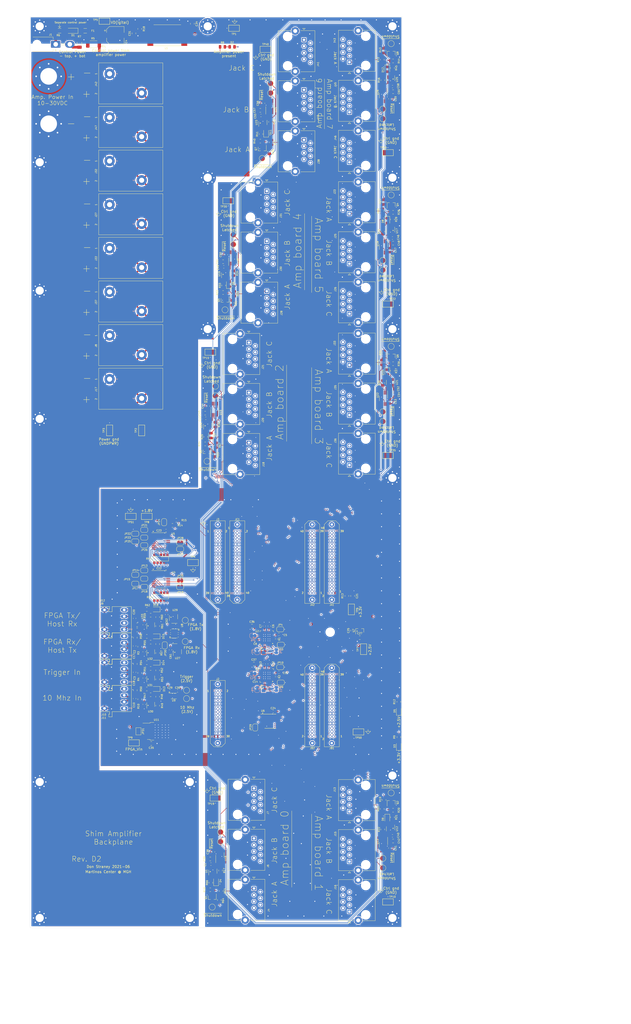
<source format=kicad_pcb>
(kicad_pcb (version 20171130) (host pcbnew "(5.1.9)-1")
  (title_block (title "64-channel Shim Amplifier: Backplane") (rev D2) (company "Martinos Center @ MGH") (comment 1 "Don Straney"))
  (layers (0 F.Cu mixed) (1 In1.Cu signal hide) (2 In2.Cu power) (3 In3.Cu signal hide) (4 In4.Cu power) (31 B.Cu signal) (34 B.Paste user) (35 F.Paste user) (36 B.SilkS user) (37 F.SilkS user) (38 B.Mask user) (39 F.Mask user) (44 Edge.Cuts user))
  (net 0 "")
  (net 1 GND)
  (net 2 "Net-(D1-Pad2)")
  (net 3 "Net-(D1-Pad1)")
  (net 4 "Net-(D2-Pad2)")
  (net 5 "Net-(D3-Pad2)")
  (net 6 "Net-(D4-Pad2)")
  (net 7 "Net-(D5-Pad2)")
  (net 8 "Net-(D6-Pad2)")
  (net 9 "Net-(D7-Pad2)")
  (net 10 "Net-(D8-Pad2)")
  (net 11 "Net-(D9-Pad2)")
  (net 12 "Net-(D10-Pad2)")
  (net 13 "Net-(D11-Pad2)")
  (net 14 +VDC)
  (net 15 GNDPWR)
  (net 16 "Net-(J1-Pad2)")
  (net 17 "Net-(Q1-Pad1)")
  (net 18 "Net-(Q2-Pad1)")
  (net 19 "Net-(Q3-Pad1)")
  (net 20 "Net-(Q4-Pad1)")
  (net 21 "Net-(Q5-Pad1)")
  (net 22 "Net-(Q6-Pad1)")
  (net 23 "Net-(Q7-Pad1)")
  (net 24 "Net-(Q8-Pad1)")
  (net 25 "Net-(R66-Pad1)")
  (net 26 +2.5V)
  (net 27 +3V3)
  (net 28 VD)
  (net 29 "Net-(J2-Pad1)")
  (net 30 "Net-(J2-Pad2)")
  (net 31 "Net-(J2-Pad3)")
  (net 32 "Net-(J2-Pad4)")
  (net 33 "Net-(J2-Pad7)")
  (net 34 "Net-(J2-Pad8)")
  (net 35 "Net-(J2-Pad11)")
  (net 36 "Net-(J2-Pad12)")
  (net 37 "Net-(J2-Pad13)")
  (net 38 "Net-(J2-Pad14)")
  (net 39 "Net-(J2-Pad15)")
  (net 40 "Net-(J2-Pad16)")
  (net 41 "Net-(J2-Pad17)")
  (net 42 "Net-(J2-Pad18)")
  (net 43 "Net-(J2-Pad21)")
  (net 44 "Net-(J2-Pad22)")
  (net 45 "Net-(J2-Pad23)")
  (net 46 "Net-(J2-Pad24)")
  (net 47 "Net-(J2-Pad25)")
  (net 48 "Net-(J3-Pad40)")
  (net 49 "Net-(J3-Pad39)")
  (net 50 "Net-(J3-Pad32)")
  (net 51 "Net-(J3-Pad31)")
  (net 52 "Net-(J3-Pad30)")
  (net 53 "Net-(J3-Pad29)")
  (net 54 "Net-(J3-Pad26)")
  (net 55 "Net-(J3-Pad25)")
  (net 56 "Net-(J3-Pad24)")
  (net 57 "Net-(J3-Pad23)")
  (net 58 "Net-(J3-Pad4)")
  (net 59 "Net-(J3-Pad2)")
  (net 60 "Net-(J3-Pad1)")
  (net 61 /SDA0)
  (net 62 /~ADC_CS-0)
  (net 63 "/Amp board 0 interface/~Shutdown")
  (net 64 /~ADC_CS+0)
  (net 65 /ADC_MOSI+0)
  (net 66 /ADC_MOSI-0)
  (net 67 /SCL0)
  (net 68 /ADC_MISO-0)
  (net 69 /ADC_MISO+0)
  (net 70 /SCKO+0)
  (net 71 /SCKO-0)
  (net 72 /DAC_MISO+0)
  (net 73 /DAC_MISO-0)
  (net 74 /DAC_MOSI-0)
  (net 75 /DAC_MOSI+0)
  (net 76 /SCKI-0)
  (net 77 /SCKI+0)
  (net 78 /~DAC_CS-0)
  (net 79 /~DAC_CS+0)
  (net 80 /~LDAC+0)
  (net 81 /~LDAC-0)
  (net 82 "Net-(J6-Pad6)")
  (net 83 "Net-(J6-Pad3)")
  (net 84 /SDA1)
  (net 85 /~ADC_CS-1)
  (net 86 "/Amp board 1 interface/~Shutdown")
  (net 87 /~ADC_CS+1)
  (net 88 /ADC_MOSI+1)
  (net 89 /ADC_MOSI-1)
  (net 90 /SCL1)
  (net 91 /ADC_MISO-1)
  (net 92 /ADC_MISO+1)
  (net 93 /SCKO+1)
  (net 94 /SCKO-1)
  (net 95 /DAC_MISO+1)
  (net 96 /DAC_MISO-1)
  (net 97 /DAC_MOSI-1)
  (net 98 /DAC_MOSI+1)
  (net 99 /SCKI-1)
  (net 100 /SCKI+1)
  (net 101 /~DAC_CS-1)
  (net 102 /~DAC_CS+1)
  (net 103 /~LDAC+1)
  (net 104 /~LDAC-1)
  (net 105 /SDA2)
  (net 106 /~ADC_CS-2)
  (net 107 "/Amp board 2 interface/~Shutdown")
  (net 108 /~ADC_CS+2)
  (net 109 /ADC_MOSI+2)
  (net 110 /ADC_MOSI-2)
  (net 111 /SCL2)
  (net 112 /ADC_MISO-2)
  (net 113 /ADC_MISO+2)
  (net 114 /SCKO+2)
  (net 115 /SCKO-2)
  (net 116 /DAC_MISO+2)
  (net 117 /DAC_MISO-2)
  (net 118 /DAC_MOSI-2)
  (net 119 /DAC_MOSI+2)
  (net 120 /SCKI-2)
  (net 121 /SCKI+2)
  (net 122 /~DAC_CS-2)
  (net 123 /~DAC_CS+2)
  (net 124 /~LDAC+2)
  (net 125 /~LDAC-2)
  (net 126 /SDA3)
  (net 127 /~ADC_CS-3)
  (net 128 "/Amp board 3 interface/~Shutdown")
  (net 129 /~ADC_CS+3)
  (net 130 /ADC_MOSI+3)
  (net 131 /ADC_MOSI-3)
  (net 132 /SCL3)
  (net 133 /ADC_MISO-3)
  (net 134 /ADC_MISO+3)
  (net 135 /SCKO+3)
  (net 136 /SCKO-3)
  (net 137 /DAC_MISO+3)
  (net 138 /DAC_MISO-3)
  (net 139 /DAC_MOSI-3)
  (net 140 /DAC_MOSI+3)
  (net 141 /SCKI-3)
  (net 142 /SCKI+3)
  (net 143 /~DAC_CS-3)
  (net 144 /~DAC_CS+3)
  (net 145 /~LDAC+3)
  (net 146 /~LDAC-3)
  (net 147 /SDA4)
  (net 148 /~ADC_CS-4)
  (net 149 "/Amp board 4 interface/~Shutdown")
  (net 150 /~ADC_CS+4)
  (net 151 /ADC_MOSI+4)
  (net 152 /ADC_MOSI-4)
  (net 153 /SCL4)
  (net 154 /ADC_MISO-4)
  (net 155 /ADC_MISO+4)
  (net 156 /SCKO+4)
  (net 157 /SCKO-4)
  (net 158 /DAC_MISO+4)
  (net 159 /DAC_MISO-4)
  (net 160 /DAC_MOSI-4)
  (net 161 /DAC_MOSI+4)
  (net 162 /SCKI-4)
  (net 163 /SCKI+4)
  (net 164 /~DAC_CS-4)
  (net 165 /~DAC_CS+4)
  (net 166 /~LDAC+4)
  (net 167 /~LDAC-4)
  (net 168 /SDA5)
  (net 169 /~ADC_CS-5)
  (net 170 "/Amp board 5 interface/~Shutdown")
  (net 171 /~ADC_CS+5)
  (net 172 /ADC_MOSI+5)
  (net 173 /ADC_MOSI-5)
  (net 174 /SCL5)
  (net 175 /ADC_MISO-5)
  (net 176 /ADC_MISO+5)
  (net 177 /SCKO+5)
  (net 178 /SCKO-5)
  (net 179 /DAC_MISO+5)
  (net 180 /DAC_MISO-5)
  (net 181 /DAC_MOSI-5)
  (net 182 /DAC_MOSI+5)
  (net 183 /SCKI-5)
  (net 184 /SCKI+5)
  (net 185 /~DAC_CS-5)
  (net 186 /~DAC_CS+5)
  (net 187 /~LDAC+5)
  (net 188 /~LDAC-5)
  (net 189 /SDA6)
  (net 190 /~ADC_CS-6)
  (net 191 "/Amp board 6 interface/~Shutdown")
  (net 192 /~ADC_CS+6)
  (net 193 /ADC_MOSI+6)
  (net 194 /ADC_MOSI-6)
  (net 195 /SCL6)
  (net 196 /ADC_MISO-6)
  (net 197 /ADC_MISO+6)
  (net 198 /SCKO+6)
  (net 199 /SCKO-6)
  (net 200 /DAC_MISO+6)
  (net 201 /DAC_MISO-6)
  (net 202 /DAC_MOSI-6)
  (net 203 /DAC_MOSI+6)
  (net 204 /SCKI-6)
  (net 205 /SCKI+6)
  (net 206 /~DAC_CS-6)
  (net 207 /~DAC_CS+6)
  (net 208 /~LDAC+6)
  (net 209 /~LDAC-6)
  (net 210 /SDA7)
  (net 211 /~ADC_CS-7)
  (net 212 "/Amp board 7 interface/~Shutdown")
  (net 213 /~ADC_CS+7)
  (net 214 /ADC_MOSI+7)
  (net 215 /ADC_MOSI-7)
  (net 216 /SCL7)
  (net 217 /ADC_MISO-7)
  (net 218 /ADC_MISO+7)
  (net 219 /SCKO+7)
  (net 220 /SCKO-7)
  (net 221 /DAC_MISO+7)
  (net 222 /DAC_MISO-7)
  (net 223 /DAC_MOSI-7)
  (net 224 /DAC_MOSI+7)
  (net 225 /SCKI-7)
  (net 226 /SCKI+7)
  (net 227 /~DAC_CS-7)
  (net 228 /~DAC_CS+7)
  (net 229 /~LDAC+7)
  (net 230 /~LDAC-7)
  (net 231 "Net-(JA1-Pad40)")
  (net 232 "Net-(JA1-Pad39)")
  (net 233 "Net-(JA1-Pad2)")
  (net 234 "Net-(JA1-Pad1)")
  (net 235 "Net-(JA2-Pad40)")
  (net 236 "Net-(JA2-Pad39)")
  (net 237 "Net-(JA2-Pad2)")
  (net 238 "Net-(JA2-Pad1)")
  (net 239 "Net-(JB1-Pad40)")
  (net 240 "Net-(JB1-Pad39)")
  (net 241 "Net-(JB1-Pad2)")
  (net 242 "Net-(JB1-Pad1)")
  (net 243 "Net-(JB2-Pad40)")
  (net 244 "Net-(JB2-Pad39)")
  (net 245 "Net-(JB2-Pad2)")
  (net 246 "Net-(JB2-Pad1)")
  (net 247 "Net-(JC1-Pad40)")
  (net 248 "Net-(JC1-Pad39)")
  (net 249 "Net-(JC1-Pad2)")
  (net 250 "Net-(JC1-Pad1)")
  (net 251 "Net-(JP1-Pad2)")
  (net 252 "Net-(JP3-Pad2)")
  (net 253 "Net-(JP4-Pad2)")
  (net 254 "Net-(JP5-Pad2)")
  (net 255 "Net-(JP6-Pad2)")
  (net 256 "Net-(JP7-Pad2)")
  (net 257 "Net-(JP9-Pad2)")
  (net 258 "Net-(JP10-Pad2)")
  (net 259 "Net-(JP11-Pad2)")
  (net 260 "Net-(JP12-Pad2)")
  (net 261 /Shutdown_Force)
  (net 262 /Shutdown_Sense1)
  (net 263 /Shutdown_Sense2)
  (net 264 /Shutdown_Sense0)
  (net 265 /Shutdown_Sense3)
  (net 266 /Shutdown_Sense4)
  (net 267 /Shutdown_Sense5)
  (net 268 /Shutdown_Sense6)
  (net 269 /Shutdown_Sense7)
  (net 270 "Net-(U1-Pad4)")
  (net 271 "Net-(U2-Pad1)")
  (net 272 "Net-(U2-Pad30)")
  (net 273 "Net-(U3-Pad1)")
  (net 274 "Net-(U3-Pad30)")
  (net 275 "Net-(U12-Pad4)")
  (net 276 "Net-(U14-Pad4)")
  (net 277 "Net-(U17-Pad4)")
  (net 278 "Net-(C16-Pad2)")
  (net 279 "Net-(C17-Pad2)")
  (net 280 "Net-(C10-Pad1)")
  (net 281 "Net-(C19-Pad2)")
  (net 282 +1.8V)
  (net 283 "Net-(C34-Pad2)")
  (net 284 "/FPGA Board, Signal Distribution/FPGA_Vin")
  (net 285 "Net-(D12-Pad2)")
  (net 286 "Net-(D13-Pad2)")
  (net 287 "/FPGA Board, Signal Distribution/~FPGA_Rst_1.8")
  (net 288 "/FPGA Board, Signal Distribution/SCL")
  (net 289 "/FPGA Board, Signal Distribution/UART_Rx_FPGA_1.8")
  (net 290 "/FPGA Board, Signal Distribution/SDA")
  (net 291 "/FPGA Board, Signal Distribution/UART_Tx_FPGA_1.8")
  (net 292 "/FPGA Board, Signal Distribution/UART_Rx_FPGA")
  (net 293 "Net-(J9-Pad4)")
  (net 294 "Net-(J10-Pad4)")
  (net 295 "/FPGA Board, Signal Distribution/10Mhz")
  (net 296 "Net-(J11-Pad4)")
  (net 297 "Net-(J12-Pad2)")
  (net 298 "/FPGA Board, Signal Distribution/UART_Tx_FPGA")
  (net 299 "Net-(J15-Pad6)")
  (net 300 "Net-(J15-Pad3)")
  (net 301 "Net-(J20-Pad6)")
  (net 302 "Net-(J20-Pad3)")
  (net 303 "Net-(J25-Pad6)")
  (net 304 "Net-(J25-Pad3)")
  (net 305 "Net-(J30-Pad6)")
  (net 306 "Net-(J30-Pad3)")
  (net 307 "Net-(J35-Pad6)")
  (net 308 "Net-(J35-Pad3)")
  (net 309 "Net-(J40-Pad6)")
  (net 310 "Net-(J40-Pad3)")
  (net 311 "Net-(J45-Pad6)")
  (net 312 "Net-(J45-Pad3)")
  (net 313 "/FPGA Board, Signal Distribution/Shutdown_Sense")
  (net 314 "/FPGA Board, Signal Distribution/Shutdown_Sense_Sel1")
  (net 315 "/FPGA Board, Signal Distribution/10Mhz_2.5")
  (net 316 "/FPGA Board, Signal Distribution/Trigger_2.5")
  (net 317 "/FPGA Board, Signal Distribution/Shutdown_Sense_Sel0")
  (net 318 "/FPGA Board, Signal Distribution/Shutdown_Sense_Sel2")
  (net 319 "Net-(JP13-Pad2)")
  (net 320 "Net-(JP14-Pad2)")
  (net 321 "Net-(JP15-Pad2)")
  (net 322 "Net-(JP17-Pad1)")
  (net 323 "Net-(JP18-Pad1)")
  (net 324 "Net-(JP19-Pad1)")
  (net 325 "Net-(JP20-Pad1)")
  (net 326 "Net-(JP21-Pad2)")
  (net 327 "Net-(JP22-Pad2)")
  (net 328 "Net-(JP23-Pad2)")
  (net 329 "Net-(JP25-Pad1)")
  (net 330 "Net-(JP26-Pad1)")
  (net 331 "Net-(JP27-Pad1)")
  (net 332 "Net-(JP28-Pad1)")
  (net 333 "Net-(JP29-Pad2)")
  (net 334 "Net-(JP30-Pad2)")
  (net 335 "Net-(L1-Pad1)")
  (net 336 "Net-(R21-Pad1)")
  (net 337 "Net-(R25-Pad1)")
  (net 338 "Net-(R29-Pad1)")
  (net 339 "Net-(R33-Pad1)")
  (net 340 "Net-(R37-Pad1)")
  (net 341 "Net-(R41-Pad1)")
  (net 342 "Net-(R45-Pad1)")
  (net 343 "Net-(R51-Pad2)")
  (net 344 "Net-(U4-Pad17)")
  (net 345 "Net-(U5-Pad17)")
  (net 346 "Net-(U6-Pad6)")
  (net 347 "Net-(U10-Pad6)")
  (net 348 "Net-(U19-Pad4)")
  (net 349 "Net-(U21-Pad4)")
  (net 350 "Net-(U23-Pad4)")
  (net 351 "Net-(U25-Pad4)")
  (net 352 "/FPGA Board, Signal Distribution/RGMII_TX_CLK")
  (net 353 "/FPGA Board, Signal Distribution/RGMII_TXD2")
  (net 354 "/FPGA Board, Signal Distribution/RGMII_TXD0")
  (net 355 "/FPGA Board, Signal Distribution/RGMII_TXD1")
  (net 356 "/FPGA Board, Signal Distribution/RGMII_TXD3")
  (net 357 "/FPGA Board, Signal Distribution/RGMII_RXD0")
  (net 358 "/FPGA Board, Signal Distribution/RGMII_TX_CTL")
  (net 359 "/FPGA Board, Signal Distribution/RGMII_RX_CLK")
  (net 360 "/FPGA Board, Signal Distribution/RGMII_RXD1")
  (net 361 "/FPGA Board, Signal Distribution/RGMII_RX_CTL")
  (net 362 "/FPGA Board, Signal Distribution/RGMII_RXD2")
  (net 363 "/FPGA Board, Signal Distribution/RGMII_RXD3")
  (net 364 "/FPGA Board, Signal Distribution/Eth_Clk")
  (net 365 "/FPGA Board, Signal Distribution/~FPGA_Rst")
  (net 366 "Net-(D14-Pad2)")
  (net 367 "Net-(D15-Pad2)")
  (net 368 "Net-(D16-Pad2)")
  (net 369 "/Activitiy Indicator (Rx)/In")
  (net 370 "/Activity Indicator (Trigger)/In")
  (net 371 "/Activity Indicator (Tx)/In")
  (net 372 "Net-(R47-Pad2)")
  (net 373 "Net-(R49-Pad1)")
  (net 374 "Net-(R50-Pad1)")
  (net 375 "Net-(R53-Pad1)")
  (net 376 "Net-(R54-Pad1)")
  (net 377 "Net-(R55-Pad2)")
  (net 378 "Net-(R57-Pad1)")
  (net 379 "Net-(R58-Pad1)")
  (net 380 "Net-(R59-Pad2)")
  (net 381 "Net-(R61-Pad1)")
  (net 382 "Net-(R62-Pad1)")
  (net 383 "/FPGA Board, Signal Distribution/LDAC+")
  (net 384 "/FPGA Board, Signal Distribution/LDAC-")
  (net 385 "/FPGA Board, Signal Distribution/~SCKI-")
  (net 386 "/FPGA Board, Signal Distribution/~SCKI+")
  (net 387 "/FPGA Board, Signal Distribution/I2C_Pwr")
  (net 388 "Net-(J1-Pad1)")
  (net 389 /Shutdown_Reset)
  (net 390 "Net-(U13-Pad5)")
  (net 391 "Net-(U15-Pad5)")
  (net 392 "Net-(U16-Pad5)")
  (net 393 "Net-(U18-Pad5)")
  (net 394 "Net-(U20-Pad5)")
  (net 395 "Net-(U22-Pad5)")
  (net 396 "Net-(U24-Pad5)")
  (net 397 "Net-(U26-Pad5)")
  (module Martinos:RJ45_Amphenol_RJE06-188-1x20 (layer F.Cu) (at 112.75 167.75 270)
    (fp_text reference J20 (at 10.75 -5.5 90) (layer F.SilkS) (effects (font (size 0.7 0.7) (thickness 0.12))))
    (fp_text value RJ45_Shielded)
    (pad 6 thru_hole circle (at 6.35 -2.54 90) (size 1.5 1.5) (drill 0.9) (layers *.Cu *.Mask) (net 301 "Net-(J20-Pad6)"))
    (pad 8 thru_hole circle (at 8.89 -2.54 90) (size 1.5 1.5) (drill 0.9) (layers *.Cu *.Mask) (net 113 /ADC_MISO+2))
    (pad SH thru_hole circle (at -3.43 3.4 270) (size 3 3) (drill 1.57) (layers *.Cu *.Mask) (net 1 GND))
    (pad 2 thru_hole circle (at 1.27 -2.54 90) (size 1.5 1.5) (drill 0.9) (layers *.Cu *.Mask) (net 116 /DAC_MISO+2))
    (pad 1 thru_hole rect (at 0 0 90) (size 1.5 1.5) (drill 0.9) (layers *.Cu *.Mask) (net 117 /DAC_MISO-2))
    (pad 7 thru_hole circle (at 7.62 0 90) (size 1.5 1.5) (drill 0.9) (layers *.Cu *.Mask) (net 112 /ADC_MISO-2))
    (pad 4 thru_hole circle (at 3.81 -2.54 90) (size 1.5 1.5) (drill 0.9) (layers *.Cu *.Mask) (net 115 /SCKO-2))
    (pad 5 thru_hole circle (at 5.08 0 90) (size 1.5 1.5) (drill 0.9) (layers *.Cu *.Mask) (net 114 /SCKO+2))
    (pad 3 thru_hole circle (at 2.54 0 90) (size 1.5 1.5) (drill 0.9) (layers *.Cu *.Mask) (net 302 "Net-(J20-Pad3)"))
    (pad "" np_thru_hole circle (at -1.27 6.35 270) (size 3.25 3.25) (drill 3.25) (layers *.Cu *.Mask))
    (pad SH thru_hole circle (at 12.32 3.4 90) (size 3 3) (drill 1.57) (layers *.Cu *.Mask) (net 1 GND))
    (pad "" np_thru_hole circle (at 10.16 6.35 90) (size 3.25 3.25) (drill 3.25) (layers *.Cu *.Mask))
  )
  (module Martinos:RJ45_Amphenol_RJE06-188-1x20 (layer F.Cu) (at 152 157 90)
    (fp_text reference J33 (at 8.5 -5.75 270) (layer F.SilkS) (effects (font (size 0.7 0.7) (thickness 0.12))))
    (fp_text value RJ45_Shielded)
    (pad 6 thru_hole circle (at 6.35 -2.54 270) (size 1.5 1.5) (drill 0.9) (layers *.Cu *.Mask) (net 126 /SDA3))
    (pad 8 thru_hole circle (at 8.89 -2.54 270) (size 1.5 1.5) (drill 0.9) (layers *.Cu *.Mask) (net 127 /~ADC_CS-3))
    (pad SH thru_hole circle (at -3.43 3.4 90) (size 3 3) (drill 1.57) (layers *.Cu *.Mask) (net 1 GND))
    (pad 2 thru_hole circle (at 1.27 -2.54 270) (size 1.5 1.5) (drill 0.9) (layers *.Cu *.Mask) (net 1 GND))
    (pad 1 thru_hole rect (at 0 0 270) (size 1.5 1.5) (drill 0.9) (layers *.Cu *.Mask) (net 128 "/Amp board 3 interface/~Shutdown"))
    (pad 7 thru_hole circle (at 7.62 0 270) (size 1.5 1.5) (drill 0.9) (layers *.Cu *.Mask) (net 129 /~ADC_CS+3))
    (pad 4 thru_hole circle (at 3.81 -2.54 270) (size 1.5 1.5) (drill 0.9) (layers *.Cu *.Mask) (net 130 /ADC_MOSI+3))
    (pad 5 thru_hole circle (at 5.08 0 270) (size 1.5 1.5) (drill 0.9) (layers *.Cu *.Mask) (net 131 /ADC_MOSI-3))
    (pad 3 thru_hole circle (at 2.54 0 270) (size 1.5 1.5) (drill 0.9) (layers *.Cu *.Mask) (net 132 /SCL3))
    (pad "" np_thru_hole circle (at -1.27 6.35 90) (size 3.25 3.25) (drill 3.25) (layers *.Cu *.Mask))
    (pad SH thru_hole circle (at 12.32 3.4 270) (size 3 3) (drill 1.57) (layers *.Cu *.Mask) (net 1 GND))
    (pad "" np_thru_hole circle (at 10.16 6.35 270) (size 3.25 3.25) (drill 3.25) (layers *.Cu *.Mask))
  )
  (module Martinos:RJ45_Amphenol_RJE06-188-1x20 (layer F.Cu) (at 152 137 90)
    (fp_text reference J26 (at 9.5 -5.5 270) (layer F.SilkS) (effects (font (size 0.7 0.7) (thickness 0.12))))
    (fp_text value RJ45_Shielded)
    (pad 6 thru_hole circle (at 6.35 -2.54 270) (size 1.5 1.5) (drill 0.9) (layers *.Cu *.Mask) (net 186 /~DAC_CS+5))
    (pad 8 thru_hole circle (at 8.89 -2.54 270) (size 1.5 1.5) (drill 0.9) (layers *.Cu *.Mask) (net 187 /~LDAC+5))
    (pad SH thru_hole circle (at -3.43 3.4 90) (size 3 3) (drill 1.57) (layers *.Cu *.Mask) (net 1 GND))
    (pad 2 thru_hole circle (at 1.27 -2.54 270) (size 1.5 1.5) (drill 0.9) (layers *.Cu *.Mask) (net 184 /SCKI+5))
    (pad 1 thru_hole rect (at 0 0 270) (size 1.5 1.5) (drill 0.9) (layers *.Cu *.Mask) (net 183 /SCKI-5))
    (pad 7 thru_hole circle (at 7.62 0 270) (size 1.5 1.5) (drill 0.9) (layers *.Cu *.Mask) (net 188 /~LDAC-5))
    (pad 4 thru_hole circle (at 3.81 -2.54 270) (size 1.5 1.5) (drill 0.9) (layers *.Cu *.Mask) (net 181 /DAC_MOSI-5))
    (pad 5 thru_hole circle (at 5.08 0 270) (size 1.5 1.5) (drill 0.9) (layers *.Cu *.Mask) (net 182 /DAC_MOSI+5))
    (pad 3 thru_hole circle (at 2.54 0 270) (size 1.5 1.5) (drill 0.9) (layers *.Cu *.Mask) (net 185 /~DAC_CS-5))
    (pad "" np_thru_hole circle (at -1.27 6.35 90) (size 3.25 3.25) (drill 3.25) (layers *.Cu *.Mask))
    (pad SH thru_hole circle (at 12.32 3.4 270) (size 3 3) (drill 1.57) (layers *.Cu *.Mask) (net 1 GND))
    (pad "" np_thru_hole circle (at 10.16 6.35 270) (size 3.25 3.25) (drill 3.25) (layers *.Cu *.Mask))
  )
  (module Resistor_SMD:R_0805_2012Metric (layer F.Cu) (at 164.75 38 270)
    (fp_text reference R72 (at 0 1.5 90) (layer F.SilkS) (effects (font (size 0.7 0.7) (thickness 0.12))))
    (fp_text value 20K)
    (pad 2 smd roundrect (at 0.9125 0 270) (size 1.025 1.4) (layers F.Cu F.Paste F.Mask) (roundrect_rratio 0.243902) (net 269 /Shutdown_Sense7))
    (pad 1 smd roundrect (at -0.9125 0 270) (size 1.025 1.4) (layers F.Cu F.Paste F.Mask) (roundrect_rratio 0.243902) (net 24 "Net-(Q8-Pad1)"))
  )
  (module Resistor_SMD:R_0805_2012Metric (layer F.Cu) (at 121.5 70.25 90)
    (fp_text reference R71 (at 0 1.5 -90) (layer F.SilkS) (effects (font (size 0.7 0.7) (thickness 0.12))))
    (fp_text value 20K)
    (pad 2 smd roundrect (at 0.9125 0 90) (size 1.025 1.4) (layers F.Cu F.Paste F.Mask) (roundrect_rratio 0.243902) (net 268 /Shutdown_Sense6))
    (pad 1 smd roundrect (at -0.9125 0 90) (size 1.025 1.4) (layers F.Cu F.Paste F.Mask) (roundrect_rratio 0.243902) (net 23 "Net-(Q7-Pad1)"))
  )
  (module Resistor_SMD:R_0805_2012Metric (layer F.Cu) (at 164.75 156 270)
    (fp_text reference R70 (at 0 1.5 90) (layer F.SilkS) (effects (font (size 0.7 0.7) (thickness 0.12))))
    (fp_text value 20K)
    (pad 2 smd roundrect (at 0.9125 0 270) (size 1.025 1.4) (layers F.Cu F.Paste F.Mask) (roundrect_rratio 0.243902) (net 265 /Shutdown_Sense3))
    (pad 1 smd roundrect (at -0.9125 0 270) (size 1.025 1.4) (layers F.Cu F.Paste F.Mask) (roundrect_rratio 0.243902) (net 22 "Net-(Q6-Pad1)"))
  )
  (module Resistor_SMD:R_0805_2012Metric (layer F.Cu) (at 107 129.25 90)
    (fp_text reference R69 (at 0 1.5 -90) (layer F.SilkS) (effects (font (size 0.7 0.7) (thickness 0.12))))
    (fp_text value 20K)
    (pad 2 smd roundrect (at 0.9125 0 90) (size 1.025 1.4) (layers F.Cu F.Paste F.Mask) (roundrect_rratio 0.243902) (net 266 /Shutdown_Sense4))
    (pad 1 smd roundrect (at -0.9125 0 90) (size 1.025 1.4) (layers F.Cu F.Paste F.Mask) (roundrect_rratio 0.243902) (net 21 "Net-(Q5-Pad1)"))
  )
  (module Resistor_SMD:R_0805_2012Metric (layer F.Cu) (at 164.75 97 270)
    (fp_text reference R68 (at 0 1.5 90) (layer F.SilkS) (effects (font (size 0.7 0.7) (thickness 0.12))))
    (fp_text value 20K)
    (pad 2 smd roundrect (at 0.9125 0 270) (size 1.025 1.4) (layers F.Cu F.Paste F.Mask) (roundrect_rratio 0.243902) (net 267 /Shutdown_Sense5))
    (pad 1 smd roundrect (at -0.9125 0 270) (size 1.025 1.4) (layers F.Cu F.Paste F.Mask) (roundrect_rratio 0.243902) (net 20 "Net-(Q4-Pad1)"))
  )
  (module Resistor_SMD:R_0805_2012Metric (layer F.Cu) (at 100 188.25 90)
    (fp_text reference R67 (at 0 1.5 -90) (layer F.SilkS) (effects (font (size 0.7 0.7) (thickness 0.12))))
    (fp_text value 20K)
    (pad 2 smd roundrect (at 0.9125 0 90) (size 1.025 1.4) (layers F.Cu F.Paste F.Mask) (roundrect_rratio 0.243902) (net 263 /Shutdown_Sense2))
    (pad 1 smd roundrect (at -0.9125 0 90) (size 1.025 1.4) (layers F.Cu F.Paste F.Mask) (roundrect_rratio 0.243902) (net 19 "Net-(Q3-Pad1)"))
  )
  (module Resistor_SMD:R_0805_2012Metric (layer F.Cu) (at 164.75 330 270)
    (fp_text reference R65 (at 0 1.5 90) (layer F.SilkS) (effects (font (size 0.7 0.7) (thickness 0.12))))
    (fp_text value 20K)
    (pad 2 smd roundrect (at 0.9125 0 270) (size 1.025 1.4) (layers F.Cu F.Paste F.Mask) (roundrect_rratio 0.243902) (net 262 /Shutdown_Sense1))
    (pad 1 smd roundrect (at -0.9125 0 270) (size 1.025 1.4) (layers F.Cu F.Paste F.Mask) (roundrect_rratio 0.243902) (net 18 "Net-(Q2-Pad1)"))
  )
  (module Resistor_SMD:R_0805_2012Metric (layer F.Cu) (at 102 362 90)
    (fp_text reference R63 (at 0 1.5 -90) (layer F.SilkS) (effects (font (size 0.7 0.7) (thickness 0.12))))
    (fp_text value 20K)
    (pad 2 smd roundrect (at 0.9125 0 90) (size 1.025 1.4) (layers F.Cu F.Paste F.Mask) (roundrect_rratio 0.243902) (net 264 /Shutdown_Sense0))
    (pad 1 smd roundrect (at -0.9125 0 90) (size 1.025 1.4) (layers F.Cu F.Paste F.Mask) (roundrect_rratio 0.243902) (net 17 "Net-(Q1-Pad1)"))
  )
  (module Martinos:Conn_Samtec_TFM-115-x1,3-x-D-WT (layer F.Cu) (at 100.665 292.86)
    (fp_text reference J2 (at 0 -13.5) (layer F.SilkS) (effects (font (size 0.7 0.7) (thickness 0.12))))
    (fp_text value Conn_02x15_Odd_Even)
    (fp_text user 30 (at 2 9) (layer B.SilkS) (effects (font (size 0.7 0.7) (thickness 0.12)) (justify mirror)))
    (fp_text user 29 (at -2 9) (layer B.SilkS) (effects (font (size 0.7 0.7) (thickness 0.12)) (justify mirror)))
    (fp_text user 2 (at 1.5 -9) (layer B.SilkS) (effects (font (size 0.7 0.7) (thickness 0.12)) (justify mirror)))
    (fp_text user 1 (at -1.5 -9) (layer B.SilkS) (effects (font (size 0.7 0.7) (thickness 0.12)) (justify mirror)))
    (fp_text user 2 (at 3.75 -8.825 180) (layer F.SilkS) (effects (font (size 0.7 0.7))))
    (fp_text user 29 (at -4 8.89) (layer F.SilkS) (effects (font (size 0.7 0.7))))
    (fp_text user 30 (at 4 8.825 180) (layer F.SilkS) (effects (font (size 0.7 0.7))))
    (fp_text user 1 (at -3.75 -8.825) (layer F.SilkS) (effects (font (size 0.7 0.7))))
    (pad 30 thru_hole circle (at 0.635 8.89) (size 1.05 1.05) (drill 0.635) (layers *.Cu *.Mask) (net 284 "/FPGA Board, Signal Distribution/FPGA_Vin"))
    (pad 29 thru_hole circle (at -0.635 8.89) (size 1.05 1.05) (drill 0.635) (layers *.Cu *.Mask) (net 284 "/FPGA Board, Signal Distribution/FPGA_Vin"))
    (pad 28 thru_hole circle (at 0.635 7.62) (size 1.05 1.05) (drill 0.635) (layers *.Cu *.Mask) (net 1 GND))
    (pad 27 thru_hole circle (at -0.635 7.62) (size 1.05 1.05) (drill 0.635) (layers *.Cu *.Mask) (net 1 GND))
    (pad 26 thru_hole circle (at 0.635 6.35) (size 1.05 1.05) (drill 0.635) (layers *.Cu *.Mask) (net 1 GND))
    (pad 25 thru_hole circle (at -0.635 6.35) (size 1.05 1.05) (drill 0.635) (layers *.Cu *.Mask) (net 47 "Net-(J2-Pad25)"))
    (pad 24 thru_hole circle (at 0.635 5.08) (size 1.05 1.05) (drill 0.635) (layers *.Cu *.Mask) (net 46 "Net-(J2-Pad24)"))
    (pad 23 thru_hole circle (at -0.635 5.08) (size 1.05 1.05) (drill 0.635) (layers *.Cu *.Mask) (net 45 "Net-(J2-Pad23)"))
    (pad 22 thru_hole circle (at 0.635 3.81) (size 1.05 1.05) (drill 0.635) (layers *.Cu *.Mask) (net 44 "Net-(J2-Pad22)"))
    (pad 21 thru_hole circle (at -0.635 3.81) (size 1.05 1.05) (drill 0.635) (layers *.Cu *.Mask) (net 43 "Net-(J2-Pad21)"))
    (pad 20 thru_hole circle (at 0.635 2.54) (size 1.05 1.05) (drill 0.635) (layers *.Cu *.Mask) (net 1 GND))
    (pad 19 thru_hole circle (at -0.635 2.54) (size 1.05 1.05) (drill 0.635) (layers *.Cu *.Mask) (net 287 "/FPGA Board, Signal Distribution/~FPGA_Rst_1.8"))
    (pad 18 thru_hole circle (at 0.635 1.27) (size 1.05 1.05) (drill 0.635) (layers *.Cu *.Mask) (net 42 "Net-(J2-Pad18)"))
    (pad 17 thru_hole circle (at -0.635 1.27) (size 1.05 1.05) (drill 0.635) (layers *.Cu *.Mask) (net 41 "Net-(J2-Pad17)"))
    (pad 16 thru_hole circle (at 0.635 0) (size 1.05 1.05) (drill 0.635) (layers *.Cu *.Mask) (net 40 "Net-(J2-Pad16)"))
    (pad 15 thru_hole circle (at -0.635 0) (size 1.05 1.05) (drill 0.635) (layers *.Cu *.Mask) (net 39 "Net-(J2-Pad15)"))
    (pad 14 thru_hole circle (at 0.635 -1.27) (size 1.05 1.05) (drill 0.635) (layers *.Cu *.Mask) (net 38 "Net-(J2-Pad14)"))
    (pad 13 thru_hole circle (at -0.635 -1.27) (size 1.05 1.05) (drill 0.635) (layers *.Cu *.Mask) (net 37 "Net-(J2-Pad13)"))
    (pad 12 thru_hole circle (at 0.635 -2.54) (size 1.05 1.05) (drill 0.635) (layers *.Cu *.Mask) (net 36 "Net-(J2-Pad12)"))
    (pad 11 thru_hole circle (at -0.635 -2.54) (size 1.05 1.05) (drill 0.635) (layers *.Cu *.Mask) (net 35 "Net-(J2-Pad11)"))
    (pad 10 thru_hole circle (at 0.635 -3.81) (size 1.05 1.05) (drill 0.635) (layers *.Cu *.Mask) (net 1 GND))
    (pad 9 thru_hole circle (at -0.635 -3.81) (size 1.05 1.05) (drill 0.635) (layers *.Cu *.Mask) (net 1 GND))
    (pad 8 thru_hole circle (at 0.635 -5.08) (size 1.05 1.05) (drill 0.635) (layers *.Cu *.Mask) (net 34 "Net-(J2-Pad8)"))
    (pad 7 thru_hole circle (at -0.635 -5.08) (size 1.05 1.05) (drill 0.635) (layers *.Cu *.Mask) (net 33 "Net-(J2-Pad7)"))
    (pad 6 thru_hole circle (at 0.635 -6.35) (size 1.05 1.05) (drill 0.635) (layers *.Cu *.Mask) (net 1 GND))
    (pad 5 thru_hole circle (at -0.635 -6.35) (size 1.05 1.05) (drill 0.635) (layers *.Cu *.Mask) (net 1 GND))
    (pad 4 thru_hole circle (at 0.635 -7.62) (size 1.05 1.05) (drill 0.635) (layers *.Cu *.Mask) (net 32 "Net-(J2-Pad4)"))
    (pad 3 thru_hole circle (at -0.635 -7.62) (size 1.05 1.05) (drill 0.635) (layers *.Cu *.Mask) (net 31 "Net-(J2-Pad3)"))
    (pad 2 thru_hole circle (at 0.635 -8.89) (size 1.05 1.05) (drill 0.635) (layers *.Cu *.Mask) (net 30 "Net-(J2-Pad2)"))
    (pad 1 thru_hole circle (at -0.635 -8.89) (size 1.05 1.05) (drill 0.635) (layers *.Cu *.Mask) (net 29 "Net-(J2-Pad1)"))
    (pad "" thru_hole circle (at 0 11.48) (size 1.84 1.84) (drill 0.84) (layers *.Cu *.Mask))
    (pad "" thru_hole circle (at 0 -11.48) (size 1.84 1.84) (drill 0.84) (layers *.Cu *.Mask))
  )
  (module Martinos:Conn_Samtec_TFM-120-x1,3-x-D-WT (layer F.Cu) (at 108.285 233.805)
    (fp_text reference JC1 (at 0 -16.675) (layer F.SilkS) (effects (font (size 0.7 0.7) (thickness 0.12))))
    (fp_text value Conn_02x20_Odd_Even)
    (fp_text user 1 (at -3.285 -13.305) (layer F.SilkS) (effects (font (size 0.7 0.7))))
    (fp_text user 40 (at 4 12 180) (layer F.SilkS) (effects (font (size 0.7 0.7))))
    (fp_text user 39 (at -3.535 13.195) (layer F.SilkS) (effects (font (size 0.7 0.7))))
    (fp_text user 2 (at 3.75 -12 180) (layer F.SilkS) (effects (font (size 0.7 0.7))))
    (fp_text user 1 (at -1.5 -12.175) (layer B.SilkS) (effects (font (size 0.7 0.7) (thickness 0.12)) (justify mirror)))
    (fp_text user 2 (at 1.5 -12.175) (layer B.SilkS) (effects (font (size 0.7 0.7) (thickness 0.12)) (justify mirror)))
    (fp_text user 39 (at -2 12.175) (layer B.SilkS) (effects (font (size 0.7 0.7) (thickness 0.12)) (justify mirror)))
    (fp_text user 40 (at 2 12.175) (layer B.SilkS) (effects (font (size 0.7 0.7) (thickness 0.12)) (justify mirror)))
    (pad 40 thru_hole circle (at 0.635 12.065) (size 1.05 1.05) (drill 0.635) (layers *.Cu *.Mask) (net 247 "Net-(JC1-Pad40)"))
    (pad 39 thru_hole circle (at -0.635 12.065) (size 1.05 1.05) (drill 0.635) (layers *.Cu *.Mask) (net 248 "Net-(JC1-Pad39)"))
    (pad 38 thru_hole circle (at 0.635 10.795) (size 1.05 1.05) (drill 0.635) (layers *.Cu *.Mask) (net 158 /DAC_MISO+4))
    (pad 37 thru_hole circle (at -0.635 10.795) (size 1.05 1.05) (drill 0.635) (layers *.Cu *.Mask) (net 157 /SCKO-4))
    (pad 36 thru_hole circle (at 0.635 9.525) (size 1.05 1.05) (drill 0.635) (layers *.Cu *.Mask) (net 159 /DAC_MISO-4))
    (pad 35 thru_hole circle (at -0.635 9.525) (size 1.05 1.05) (drill 0.635) (layers *.Cu *.Mask) (net 156 /SCKO+4))
    (pad 34 thru_hole circle (at 0.635 8.255) (size 1.05 1.05) (drill 0.635) (layers *.Cu *.Mask) (net 1 GND))
    (pad 33 thru_hole circle (at -0.635 8.255) (size 1.05 1.05) (drill 0.635) (layers *.Cu *.Mask) (net 1 GND))
    (pad 32 thru_hole circle (at 0.635 6.985) (size 1.05 1.05) (drill 0.635) (layers *.Cu *.Mask) (net 155 /ADC_MISO+4))
    (pad 31 thru_hole circle (at -0.635 6.985) (size 1.05 1.05) (drill 0.635) (layers *.Cu *.Mask) (net 106 /~ADC_CS-2))
    (pad "" thru_hole circle (at 0 -14.655) (size 1.84 1.84) (drill 0.84) (layers *.Cu *.Mask))
    (pad "" thru_hole circle (at 0 14.655) (size 1.84 1.84) (drill 0.84) (layers *.Cu *.Mask))
    (pad 1 thru_hole circle (at -0.635 -12.065) (size 1.05 1.05) (drill 0.635) (layers *.Cu *.Mask) (net 250 "Net-(JC1-Pad1)"))
    (pad 2 thru_hole circle (at 0.635 -12.065) (size 1.05 1.05) (drill 0.635) (layers *.Cu *.Mask) (net 249 "Net-(JC1-Pad2)"))
    (pad 3 thru_hole circle (at -0.635 -10.795) (size 1.05 1.05) (drill 0.635) (layers *.Cu *.Mask) (net 26 +2.5V))
    (pad 4 thru_hole circle (at 0.635 -10.795) (size 1.05 1.05) (drill 0.635) (layers *.Cu *.Mask) (net 318 "/FPGA Board, Signal Distribution/Shutdown_Sense_Sel2"))
    (pad 5 thru_hole circle (at -0.635 -9.525) (size 1.05 1.05) (drill 0.635) (layers *.Cu *.Mask) (net 151 /ADC_MOSI+4))
    (pad 6 thru_hole circle (at 0.635 -9.525) (size 1.05 1.05) (drill 0.635) (layers *.Cu *.Mask) (net 115 /SCKO-2))
    (pad 7 thru_hole circle (at -0.635 -8.255) (size 1.05 1.05) (drill 0.635) (layers *.Cu *.Mask) (net 152 /ADC_MOSI-4))
    (pad 8 thru_hole circle (at 0.635 -8.255) (size 1.05 1.05) (drill 0.635) (layers *.Cu *.Mask) (net 114 /SCKO+2))
    (pad 9 thru_hole circle (at -0.635 -6.985) (size 1.05 1.05) (drill 0.635) (layers *.Cu *.Mask) (net 1 GND))
    (pad 10 thru_hole circle (at 0.635 -6.985) (size 1.05 1.05) (drill 0.635) (layers *.Cu *.Mask) (net 1 GND))
    (pad 11 thru_hole circle (at -0.635 -5.715) (size 1.05 1.05) (drill 0.635) (layers *.Cu *.Mask) (net 119 /DAC_MOSI+2))
    (pad 12 thru_hole circle (at 0.635 -5.715) (size 1.05 1.05) (drill 0.635) (layers *.Cu *.Mask) (net 112 /ADC_MISO-2))
    (pad 13 thru_hole circle (at -0.635 -4.445) (size 1.05 1.05) (drill 0.635) (layers *.Cu *.Mask) (net 118 /DAC_MOSI-2))
    (pad 14 thru_hole circle (at 0.635 -4.445) (size 1.05 1.05) (drill 0.635) (layers *.Cu *.Mask) (net 113 /ADC_MISO+2))
    (pad 15 thru_hole circle (at -0.635 -3.175) (size 1.05 1.05) (drill 0.635) (layers *.Cu *.Mask) (net 1 GND))
    (pad 16 thru_hole circle (at 0.635 -3.175) (size 1.05 1.05) (drill 0.635) (layers *.Cu *.Mask) (net 1 GND))
    (pad 17 thru_hole circle (at -0.635 -1.905) (size 1.05 1.05) (drill 0.635) (layers *.Cu *.Mask) (net 116 /DAC_MISO+2))
    (pad 18 thru_hole circle (at 0.635 -1.905) (size 1.05 1.05) (drill 0.635) (layers *.Cu *.Mask) (net 122 /~DAC_CS-2))
    (pad 19 thru_hole circle (at -0.635 -0.635) (size 1.05 1.05) (drill 0.635) (layers *.Cu *.Mask) (net 117 /DAC_MISO-2))
    (pad 20 thru_hole circle (at 0.635 -0.635) (size 1.05 1.05) (drill 0.635) (layers *.Cu *.Mask) (net 123 /~DAC_CS+2))
    (pad 21 thru_hole circle (at -0.635 0.635) (size 1.05 1.05) (drill 0.635) (layers *.Cu *.Mask) (net 1 GND))
    (pad 22 thru_hole circle (at 0.635 0.635) (size 1.05 1.05) (drill 0.635) (layers *.Cu *.Mask) (net 1 GND))
    (pad 23 thru_hole circle (at -0.635 1.905) (size 1.05 1.05) (drill 0.635) (layers *.Cu *.Mask) (net 109 /ADC_MOSI+2))
    (pad 24 thru_hole circle (at 0.635 1.905) (size 1.05 1.05) (drill 0.635) (layers *.Cu *.Mask) (net 148 /~ADC_CS-4))
    (pad 25 thru_hole circle (at -0.635 3.175) (size 1.05 1.05) (drill 0.635) (layers *.Cu *.Mask) (net 110 /ADC_MOSI-2))
    (pad 26 thru_hole circle (at 0.635 3.175) (size 1.05 1.05) (drill 0.635) (layers *.Cu *.Mask) (net 150 /~ADC_CS+4))
    (pad 27 thru_hole circle (at -0.635 4.445) (size 1.05 1.05) (drill 0.635) (layers *.Cu *.Mask) (net 1 GND))
    (pad 28 thru_hole circle (at 0.635 4.445) (size 1.05 1.05) (drill 0.635) (layers *.Cu *.Mask) (net 1 GND))
    (pad 29 thru_hole circle (at -0.635 5.715) (size 1.05 1.05) (drill 0.635) (layers *.Cu *.Mask) (net 108 /~ADC_CS+2))
    (pad 30 thru_hole circle (at 0.635 5.715) (size 1.05 1.05) (drill 0.635) (layers *.Cu *.Mask) (net 154 /ADC_MISO-4))
  )
  (module Martinos:Conn_Samtec_TFM-120-x1,3-x-D-WT (layer F.Cu) (at 137.495 289.685 180)
    (fp_text reference JB2 (at 0 -16.675) (layer F.SilkS) (effects (font (size 0.7 0.7) (thickness 0.12))))
    (fp_text value Conn_02x20_Odd_Even)
    (fp_text user 1 (at -3.505 -12) (layer F.SilkS) (effects (font (size 0.7 0.7))))
    (fp_text user 40 (at 4 12 180) (layer F.SilkS) (effects (font (size 0.7 0.7))))
    (fp_text user 39 (at -3.755 12.065) (layer F.SilkS) (effects (font (size 0.7 0.7))))
    (fp_text user 2 (at 3.75 -12 180) (layer F.SilkS) (effects (font (size 0.7 0.7))))
    (fp_text user 1 (at -1.5 -12.175) (layer B.SilkS) (effects (font (size 0.7 0.7) (thickness 0.12)) (justify mirror)))
    (fp_text user 2 (at 1.5 -12.175) (layer B.SilkS) (effects (font (size 0.7 0.7) (thickness 0.12)) (justify mirror)))
    (fp_text user 39 (at -2 12.175) (layer B.SilkS) (effects (font (size 0.7 0.7) (thickness 0.12)) (justify mirror)))
    (fp_text user 40 (at 2 12.175) (layer B.SilkS) (effects (font (size 0.7 0.7) (thickness 0.12)) (justify mirror)))
    (pad 40 thru_hole circle (at 0.635 12.065 180) (size 1.05 1.05) (drill 0.635) (layers *.Cu *.Mask) (net 243 "Net-(JB2-Pad40)"))
    (pad 39 thru_hole circle (at -0.635 12.065 180) (size 1.05 1.05) (drill 0.635) (layers *.Cu *.Mask) (net 244 "Net-(JB2-Pad39)"))
    (pad 38 thru_hole circle (at 0.635 10.795 180) (size 1.05 1.05) (drill 0.635) (layers *.Cu *.Mask) (net 315 "/FPGA Board, Signal Distribution/10Mhz_2.5"))
    (pad 37 thru_hole circle (at -0.635 10.795 180) (size 1.05 1.05) (drill 0.635) (layers *.Cu *.Mask) (net 71 /SCKO-0))
    (pad 36 thru_hole circle (at 0.635 9.525 180) (size 1.05 1.05) (drill 0.635) (layers *.Cu *.Mask) (net 316 "/FPGA Board, Signal Distribution/Trigger_2.5"))
    (pad 35 thru_hole circle (at -0.635 9.525 180) (size 1.05 1.05) (drill 0.635) (layers *.Cu *.Mask) (net 70 /SCKO+0))
    (pad 34 thru_hole circle (at 0.635 8.255 180) (size 1.05 1.05) (drill 0.635) (layers *.Cu *.Mask) (net 1 GND))
    (pad 33 thru_hole circle (at -0.635 8.255 180) (size 1.05 1.05) (drill 0.635) (layers *.Cu *.Mask) (net 1 GND))
    (pad 32 thru_hole circle (at 0.635 6.985 180) (size 1.05 1.05) (drill 0.635) (layers *.Cu *.Mask) (net 129 /~ADC_CS+3))
    (pad 31 thru_hole circle (at -0.635 6.985 180) (size 1.05 1.05) (drill 0.635) (layers *.Cu *.Mask) (net 131 /ADC_MOSI-3))
    (pad "" thru_hole circle (at 0 -14.655 180) (size 1.84 1.84) (drill 0.84) (layers *.Cu *.Mask))
    (pad "" thru_hole circle (at 0 14.655 180) (size 1.84 1.84) (drill 0.84) (layers *.Cu *.Mask))
    (pad 1 thru_hole circle (at -0.635 -12.065 180) (size 1.05 1.05) (drill 0.635) (layers *.Cu *.Mask) (net 246 "Net-(JB2-Pad1)"))
    (pad 2 thru_hole circle (at 0.635 -12.065 180) (size 1.05 1.05) (drill 0.635) (layers *.Cu *.Mask) (net 245 "Net-(JB2-Pad2)"))
    (pad 3 thru_hole circle (at -0.635 -10.795 180) (size 1.05 1.05) (drill 0.635) (layers *.Cu *.Mask) (net 26 +2.5V))
    (pad 4 thru_hole circle (at 0.635 -10.795 180) (size 1.05 1.05) (drill 0.635) (layers *.Cu *.Mask) (net 317 "/FPGA Board, Signal Distribution/Shutdown_Sense_Sel0"))
    (pad 5 thru_hole circle (at -0.635 -9.525 180) (size 1.05 1.05) (drill 0.635) (layers *.Cu *.Mask) (net 79 /~DAC_CS+0))
    (pad 6 thru_hole circle (at 0.635 -9.525 180) (size 1.05 1.05) (drill 0.635) (layers *.Cu *.Mask) (net 66 /ADC_MOSI-0))
    (pad 7 thru_hole circle (at -0.635 -8.255 180) (size 1.05 1.05) (drill 0.635) (layers *.Cu *.Mask) (net 78 /~DAC_CS-0))
    (pad 8 thru_hole circle (at 0.635 -8.255 180) (size 1.05 1.05) (drill 0.635) (layers *.Cu *.Mask) (net 65 /ADC_MOSI+0))
    (pad 9 thru_hole circle (at -0.635 -6.985 180) (size 1.05 1.05) (drill 0.635) (layers *.Cu *.Mask) (net 1 GND))
    (pad 10 thru_hole circle (at 0.635 -6.985 180) (size 1.05 1.05) (drill 0.635) (layers *.Cu *.Mask) (net 1 GND))
    (pad 11 thru_hole circle (at -0.635 -5.715 180) (size 1.05 1.05) (drill 0.635) (layers *.Cu *.Mask) (net 69 /ADC_MISO+0))
    (pad 12 thru_hole circle (at 0.635 -5.715 180) (size 1.05 1.05) (drill 0.635) (layers *.Cu *.Mask) (net 73 /DAC_MISO-0))
    (pad 13 thru_hole circle (at -0.635 -4.445 180) (size 1.05 1.05) (drill 0.635) (layers *.Cu *.Mask) (net 68 /ADC_MISO-0))
    (pad 14 thru_hole circle (at 0.635 -4.445 180) (size 1.05 1.05) (drill 0.635) (layers *.Cu *.Mask) (net 72 /DAC_MISO+0))
    (pad 15 thru_hole circle (at -0.635 -3.175 180) (size 1.05 1.05) (drill 0.635) (layers *.Cu *.Mask) (net 1 GND))
    (pad 16 thru_hole circle (at 0.635 -3.175 180) (size 1.05 1.05) (drill 0.635) (layers *.Cu *.Mask) (net 1 GND))
    (pad 17 thru_hole circle (at -0.635 -1.905 180) (size 1.05 1.05) (drill 0.635) (layers *.Cu *.Mask) (net 64 /~ADC_CS+0))
    (pad 18 thru_hole circle (at 0.635 -1.905 180) (size 1.05 1.05) (drill 0.635) (layers *.Cu *.Mask) (net 74 /DAC_MOSI-0))
    (pad 19 thru_hole circle (at -0.635 -0.635 180) (size 1.05 1.05) (drill 0.635) (layers *.Cu *.Mask) (net 62 /~ADC_CS-0))
    (pad 20 thru_hole circle (at 0.635 -0.635 180) (size 1.05 1.05) (drill 0.635) (layers *.Cu *.Mask) (net 75 /DAC_MOSI+0))
    (pad 21 thru_hole circle (at -0.635 0.635 180) (size 1.05 1.05) (drill 0.635) (layers *.Cu *.Mask) (net 1 GND))
    (pad 22 thru_hole circle (at 0.635 0.635 180) (size 1.05 1.05) (drill 0.635) (layers *.Cu *.Mask) (net 1 GND))
    (pad 23 thru_hole circle (at -0.635 1.905 180) (size 1.05 1.05) (drill 0.635) (layers *.Cu *.Mask) (net 386 "/FPGA Board, Signal Distribution/~SCKI+"))
    (pad 24 thru_hole circle (at 0.635 1.905 180) (size 1.05 1.05) (drill 0.635) (layers *.Cu *.Mask) (net 384 "/FPGA Board, Signal Distribution/LDAC-"))
    (pad 25 thru_hole circle (at -0.635 3.175 180) (size 1.05 1.05) (drill 0.635) (layers *.Cu *.Mask) (net 385 "/FPGA Board, Signal Distribution/~SCKI-"))
    (pad 26 thru_hole circle (at 0.635 3.175 180) (size 1.05 1.05) (drill 0.635) (layers *.Cu *.Mask) (net 383 "/FPGA Board, Signal Distribution/LDAC+"))
    (pad 27 thru_hole circle (at -0.635 4.445 180) (size 1.05 1.05) (drill 0.635) (layers *.Cu *.Mask) (net 1 GND))
    (pad 28 thru_hole circle (at 0.635 4.445 180) (size 1.05 1.05) (drill 0.635) (layers *.Cu *.Mask) (net 1 GND))
    (pad 29 thru_hole circle (at -0.635 5.715 180) (size 1.05 1.05) (drill 0.635) (layers *.Cu *.Mask) (net 130 /ADC_MOSI+3))
    (pad 30 thru_hole circle (at 0.635 5.715 180) (size 1.05 1.05) (drill 0.635) (layers *.Cu *.Mask) (net 127 /~ADC_CS-3))
  )
  (module Martinos:Conn_Samtec_TFM-120-x1,3-x-D-WT (layer F.Cu) (at 145.115 289.685 180)
    (fp_text reference JB1 (at 0 -16.675) (layer F.SilkS) (effects (font (size 0.7 0.7) (thickness 0.12))))
    (fp_text value Conn_02x20_Odd_Even)
    (fp_text user 1 (at -3.75 -12) (layer F.SilkS) (effects (font (size 0.7 0.7))))
    (fp_text user 40 (at 3.615 13.185 180) (layer F.SilkS) (effects (font (size 0.7 0.7))))
    (fp_text user 39 (at -4 12.065) (layer F.SilkS) (effects (font (size 0.7 0.7))))
    (fp_text user 2 (at 3.365 -13.065 180) (layer F.SilkS) (effects (font (size 0.7 0.7))))
    (fp_text user 1 (at -1.5 -12.175) (layer B.SilkS) (effects (font (size 0.7 0.7) (thickness 0.12)) (justify mirror)))
    (fp_text user 2 (at 1.5 -12.175) (layer B.SilkS) (effects (font (size 0.7 0.7) (thickness 0.12)) (justify mirror)))
    (fp_text user 39 (at -2 12.175) (layer B.SilkS) (effects (font (size 0.7 0.7) (thickness 0.12)) (justify mirror)))
    (fp_text user 40 (at 2 12.175) (layer B.SilkS) (effects (font (size 0.7 0.7) (thickness 0.12)) (justify mirror)))
    (pad 40 thru_hole circle (at 0.635 12.065 180) (size 1.05 1.05) (drill 0.635) (layers *.Cu *.Mask) (net 239 "Net-(JB1-Pad40)"))
    (pad 39 thru_hole circle (at -0.635 12.065 180) (size 1.05 1.05) (drill 0.635) (layers *.Cu *.Mask) (net 240 "Net-(JB1-Pad39)"))
    (pad 38 thru_hole circle (at 0.635 10.795 180) (size 1.05 1.05) (drill 0.635) (layers *.Cu *.Mask) (net 93 /SCKO+1))
    (pad 37 thru_hole circle (at -0.635 10.795 180) (size 1.05 1.05) (drill 0.635) (layers *.Cu *.Mask) (net 136 /SCKO-3))
    (pad 36 thru_hole circle (at 0.635 9.525 180) (size 1.05 1.05) (drill 0.635) (layers *.Cu *.Mask) (net 94 /SCKO-1))
    (pad 35 thru_hole circle (at -0.635 9.525 180) (size 1.05 1.05) (drill 0.635) (layers *.Cu *.Mask) (net 135 /SCKO+3))
    (pad 34 thru_hole circle (at 0.635 8.255 180) (size 1.05 1.05) (drill 0.635) (layers *.Cu *.Mask) (net 1 GND))
    (pad 33 thru_hole circle (at -0.635 8.255 180) (size 1.05 1.05) (drill 0.635) (layers *.Cu *.Mask) (net 1 GND))
    (pad 32 thru_hole circle (at 0.635 6.985 180) (size 1.05 1.05) (drill 0.635) (layers *.Cu *.Mask) (net 144 /~DAC_CS+3))
    (pad 31 thru_hole circle (at -0.635 6.985 180) (size 1.05 1.05) (drill 0.635) (layers *.Cu *.Mask) (net 138 /DAC_MISO-3))
    (pad "" thru_hole circle (at 0 -14.655 180) (size 1.84 1.84) (drill 0.84) (layers *.Cu *.Mask))
    (pad "" thru_hole circle (at 0 14.655 180) (size 1.84 1.84) (drill 0.84) (layers *.Cu *.Mask))
    (pad 1 thru_hole circle (at -0.635 -12.065 180) (size 1.05 1.05) (drill 0.635) (layers *.Cu *.Mask) (net 242 "Net-(JB1-Pad1)"))
    (pad 2 thru_hole circle (at 0.635 -12.065 180) (size 1.05 1.05) (drill 0.635) (layers *.Cu *.Mask) (net 241 "Net-(JB1-Pad2)"))
    (pad 3 thru_hole circle (at -0.635 -10.795 180) (size 1.05 1.05) (drill 0.635) (layers *.Cu *.Mask) (net 26 +2.5V))
    (pad 4 thru_hole circle (at 0.635 -10.795 180) (size 1.05 1.05) (drill 0.635) (layers *.Cu *.Mask) (net 314 "/FPGA Board, Signal Distribution/Shutdown_Sense_Sel1"))
    (pad 5 thru_hole circle (at -0.635 -9.525 180) (size 1.05 1.05) (drill 0.635) (layers *.Cu *.Mask) (net 98 /DAC_MOSI+1))
    (pad 6 thru_hole circle (at 0.635 -9.525 180) (size 1.05 1.05) (drill 0.635) (layers *.Cu *.Mask) (net 85 /~ADC_CS-1))
    (pad 7 thru_hole circle (at -0.635 -8.255 180) (size 1.05 1.05) (drill 0.635) (layers *.Cu *.Mask) (net 97 /DAC_MOSI-1))
    (pad 8 thru_hole circle (at 0.635 -8.255 180) (size 1.05 1.05) (drill 0.635) (layers *.Cu *.Mask) (net 87 /~ADC_CS+1))
    (pad 9 thru_hole circle (at -0.635 -6.985 180) (size 1.05 1.05) (drill 0.635) (layers *.Cu *.Mask) (net 1 GND))
    (pad 10 thru_hole circle (at 0.635 -6.985 180) (size 1.05 1.05) (drill 0.635) (layers *.Cu *.Mask) (net 1 GND))
    (pad 11 thru_hole circle (at -0.635 -5.715 180) (size 1.05 1.05) (drill 0.635) (layers *.Cu *.Mask) (net 95 /DAC_MISO+1))
    (pad 12 thru_hole circle (at 0.635 -5.715 180) (size 1.05 1.05) (drill 0.635) (layers *.Cu *.Mask) (net 91 /ADC_MISO-1))
    (pad 13 thru_hole circle (at -0.635 -4.445 180) (size 1.05 1.05) (drill 0.635) (layers *.Cu *.Mask) (net 96 /DAC_MISO-1))
    (pad 14 thru_hole circle (at 0.635 -4.445 180) (size 1.05 1.05) (drill 0.635) (layers *.Cu *.Mask) (net 92 /ADC_MISO+1))
    (pad 15 thru_hole circle (at -0.635 -3.175 180) (size 1.05 1.05) (drill 0.635) (layers *.Cu *.Mask) (net 1 GND))
    (pad 16 thru_hole circle (at 0.635 -3.175 180) (size 1.05 1.05) (drill 0.635) (layers *.Cu *.Mask) (net 1 GND))
    (pad 17 thru_hole circle (at -0.635 -1.905 180) (size 1.05 1.05) (drill 0.635) (layers *.Cu *.Mask) (net 88 /ADC_MOSI+1))
    (pad 18 thru_hole circle (at 0.635 -1.905 180) (size 1.05 1.05) (drill 0.635) (layers *.Cu *.Mask) (net 101 /~DAC_CS-1))
    (pad 19 thru_hole circle (at -0.635 -0.635 180) (size 1.05 1.05) (drill 0.635) (layers *.Cu *.Mask) (net 89 /ADC_MOSI-1))
    (pad 20 thru_hole circle (at 0.635 -0.635 180) (size 1.05 1.05) (drill 0.635) (layers *.Cu *.Mask) (net 102 /~DAC_CS+1))
    (pad 21 thru_hole circle (at -0.635 0.635 180) (size 1.05 1.05) (drill 0.635) (layers *.Cu *.Mask) (net 1 GND))
    (pad 22 thru_hole circle (at 0.635 0.635 180) (size 1.05 1.05) (drill 0.635) (layers *.Cu *.Mask) (net 1 GND))
    (pad 23 thru_hole circle (at -0.635 1.905 180) (size 1.05 1.05) (drill 0.635) (layers *.Cu *.Mask) (net 140 /DAC_MOSI+3))
    (pad 24 thru_hole circle (at 0.635 1.905 180) (size 1.05 1.05) (drill 0.635) (layers *.Cu *.Mask) (net 133 /ADC_MISO-3))
    (pad 25 thru_hole circle (at -0.635 3.175 180) (size 1.05 1.05) (drill 0.635) (layers *.Cu *.Mask) (net 139 /DAC_MOSI-3))
    (pad 26 thru_hole circle (at 0.635 3.175 180) (size 1.05 1.05) (drill 0.635) (layers *.Cu *.Mask) (net 134 /ADC_MISO+3))
    (pad 27 thru_hole circle (at -0.635 4.445 180) (size 1.05 1.05) (drill 0.635) (layers *.Cu *.Mask) (net 1 GND))
    (pad 28 thru_hole circle (at 0.635 4.445 180) (size 1.05 1.05) (drill 0.635) (layers *.Cu *.Mask) (net 1 GND))
    (pad 29 thru_hole circle (at -0.635 5.715 180) (size 1.05 1.05) (drill 0.635) (layers *.Cu *.Mask) (net 137 /DAC_MISO+3))
    (pad 30 thru_hole circle (at 0.635 5.715 180) (size 1.05 1.05) (drill 0.635) (layers *.Cu *.Mask) (net 143 /~DAC_CS-3))
  )
  (module Martinos:Conn_Samtec_TFM-120-x1,3-x-D-WT (layer F.Cu) (at 137.495 233.805 180)
    (fp_text reference JA2 (at 0 -16.675) (layer F.SilkS) (effects (font (size 0.7 0.7) (thickness 0.12))))
    (fp_text value Conn_02x20_Odd_Even)
    (fp_text user 1 (at -3.505 -12) (layer F.SilkS) (effects (font (size 0.7 0.7))))
    (fp_text user 40 (at 4 12 180) (layer F.SilkS) (effects (font (size 0.7 0.7))))
    (fp_text user 39 (at -3.755 12.065) (layer F.SilkS) (effects (font (size 0.7 0.7))))
    (fp_text user 2 (at 3.75 -12 180) (layer F.SilkS) (effects (font (size 0.7 0.7))))
    (fp_text user 1 (at -1.5 -12.175) (layer B.SilkS) (effects (font (size 0.7 0.7) (thickness 0.12)) (justify mirror)))
    (fp_text user 2 (at 1.5 -12.175) (layer B.SilkS) (effects (font (size 0.7 0.7) (thickness 0.12)) (justify mirror)))
    (fp_text user 39 (at -2 12.175) (layer B.SilkS) (effects (font (size 0.7 0.7) (thickness 0.12)) (justify mirror)))
    (fp_text user 40 (at 2 12.175) (layer B.SilkS) (effects (font (size 0.7 0.7) (thickness 0.12)) (justify mirror)))
    (pad 40 thru_hole circle (at 0.635 12.065 180) (size 1.05 1.05) (drill 0.635) (layers *.Cu *.Mask) (net 235 "Net-(JA2-Pad40)"))
    (pad 39 thru_hole circle (at -0.635 12.065 180) (size 1.05 1.05) (drill 0.635) (layers *.Cu *.Mask) (net 236 "Net-(JA2-Pad39)"))
    (pad 38 thru_hole circle (at 0.635 10.795 180) (size 1.05 1.05) (drill 0.635) (layers *.Cu *.Mask) (net 198 /SCKO+6))
    (pad 37 thru_hole circle (at -0.635 10.795 180) (size 1.05 1.05) (drill 0.635) (layers *.Cu *.Mask) (net 220 /SCKO-7))
    (pad 36 thru_hole circle (at 0.635 9.525 180) (size 1.05 1.05) (drill 0.635) (layers *.Cu *.Mask) (net 199 /SCKO-6))
    (pad 35 thru_hole circle (at -0.635 9.525 180) (size 1.05 1.05) (drill 0.635) (layers *.Cu *.Mask) (net 219 /SCKO+7))
    (pad 34 thru_hole circle (at 0.635 8.255 180) (size 1.05 1.05) (drill 0.635) (layers *.Cu *.Mask) (net 1 GND))
    (pad 33 thru_hole circle (at -0.635 8.255 180) (size 1.05 1.05) (drill 0.635) (layers *.Cu *.Mask) (net 1 GND))
    (pad 32 thru_hole circle (at 0.635 6.985 180) (size 1.05 1.05) (drill 0.635) (layers *.Cu *.Mask) (net 214 /ADC_MOSI+7))
    (pad 31 thru_hole circle (at -0.635 6.985 180) (size 1.05 1.05) (drill 0.635) (layers *.Cu *.Mask) (net 196 /ADC_MISO-6))
    (pad "" thru_hole circle (at 0 -14.655 180) (size 1.84 1.84) (drill 0.84) (layers *.Cu *.Mask))
    (pad "" thru_hole circle (at 0 14.655 180) (size 1.84 1.84) (drill 0.84) (layers *.Cu *.Mask))
    (pad 1 thru_hole circle (at -0.635 -12.065 180) (size 1.05 1.05) (drill 0.635) (layers *.Cu *.Mask) (net 238 "Net-(JA2-Pad1)"))
    (pad 2 thru_hole circle (at 0.635 -12.065 180) (size 1.05 1.05) (drill 0.635) (layers *.Cu *.Mask) (net 237 "Net-(JA2-Pad2)"))
    (pad 3 thru_hole circle (at -0.635 -10.795 180) (size 1.05 1.05) (drill 0.635) (layers *.Cu *.Mask) (net 26 +2.5V))
    (pad 4 thru_hole circle (at 0.635 -10.795 180) (size 1.05 1.05) (drill 0.635) (layers *.Cu *.Mask) (net 313 "/FPGA Board, Signal Distribution/Shutdown_Sense"))
    (pad 5 thru_hole circle (at -0.635 -9.525 180) (size 1.05 1.05) (drill 0.635) (layers *.Cu *.Mask) (net 192 /~ADC_CS+6))
    (pad 6 thru_hole circle (at 0.635 -9.525 180) (size 1.05 1.05) (drill 0.635) (layers *.Cu *.Mask) (net 160 /DAC_MOSI-4))
    (pad 7 thru_hole circle (at -0.635 -8.255 180) (size 1.05 1.05) (drill 0.635) (layers *.Cu *.Mask) (net 190 /~ADC_CS-6))
    (pad 8 thru_hole circle (at 0.635 -8.255 180) (size 1.05 1.05) (drill 0.635) (layers *.Cu *.Mask) (net 161 /DAC_MOSI+4))
    (pad 9 thru_hole circle (at -0.635 -6.985 180) (size 1.05 1.05) (drill 0.635) (layers *.Cu *.Mask) (net 1 GND))
    (pad 10 thru_hole circle (at 0.635 -6.985 180) (size 1.05 1.05) (drill 0.635) (layers *.Cu *.Mask) (net 1 GND))
    (pad 11 thru_hole circle (at -0.635 -5.715 180) (size 1.05 1.05) (drill 0.635) (layers *.Cu *.Mask) (net 165 /~DAC_CS+4))
    (pad 12 thru_hole circle (at 0.635 -5.715 180) (size 1.05 1.05) (drill 0.635) (layers *.Cu *.Mask) (net 194 /ADC_MOSI-6))
    (pad 13 thru_hole circle (at -0.635 -4.445 180) (size 1.05 1.05) (drill 0.635) (layers *.Cu *.Mask) (net 164 /~DAC_CS-4))
    (pad 14 thru_hole circle (at 0.635 -4.445 180) (size 1.05 1.05) (drill 0.635) (layers *.Cu *.Mask) (net 193 /ADC_MOSI+6))
    (pad 15 thru_hole circle (at -0.635 -3.175 180) (size 1.05 1.05) (drill 0.635) (layers *.Cu *.Mask) (net 1 GND))
    (pad 16 thru_hole circle (at 0.635 -3.175 180) (size 1.05 1.05) (drill 0.635) (layers *.Cu *.Mask) (net 1 GND))
    (pad 17 thru_hole circle (at -0.635 -1.905 180) (size 1.05 1.05) (drill 0.635) (layers *.Cu *.Mask) (net 213 /~ADC_CS+7))
    (pad 18 thru_hole circle (at 0.635 -1.905 180) (size 1.05 1.05) (drill 0.635) (layers *.Cu *.Mask) (net 201 /DAC_MISO-6))
    (pad 19 thru_hole circle (at -0.635 -0.635 180) (size 1.05 1.05) (drill 0.635) (layers *.Cu *.Mask) (net 211 /~ADC_CS-7))
    (pad 20 thru_hole circle (at 0.635 -0.635 180) (size 1.05 1.05) (drill 0.635) (layers *.Cu *.Mask) (net 200 /DAC_MISO+6))
    (pad 21 thru_hole circle (at -0.635 0.635 180) (size 1.05 1.05) (drill 0.635) (layers *.Cu *.Mask) (net 1 GND))
    (pad 22 thru_hole circle (at 0.635 0.635 180) (size 1.05 1.05) (drill 0.635) (layers *.Cu *.Mask) (net 1 GND))
    (pad 23 thru_hole circle (at -0.635 1.905 180) (size 1.05 1.05) (drill 0.635) (layers *.Cu *.Mask) (net 207 /~DAC_CS+6))
    (pad 24 thru_hole circle (at 0.635 1.905 180) (size 1.05 1.05) (drill 0.635) (layers *.Cu *.Mask) (net 202 /DAC_MOSI-6))
    (pad 25 thru_hole circle (at -0.635 3.175 180) (size 1.05 1.05) (drill 0.635) (layers *.Cu *.Mask) (net 206 /~DAC_CS-6))
    (pad 26 thru_hole circle (at 0.635 3.175 180) (size 1.05 1.05) (drill 0.635) (layers *.Cu *.Mask) (net 203 /DAC_MOSI+6))
    (pad 27 thru_hole circle (at -0.635 4.445 180) (size 1.05 1.05) (drill 0.635) (layers *.Cu *.Mask) (net 1 GND))
    (pad 28 thru_hole circle (at 0.635 4.445 180) (size 1.05 1.05) (drill 0.635) (layers *.Cu *.Mask) (net 1 GND))
    (pad 29 thru_hole circle (at -0.635 5.715 180) (size 1.05 1.05) (drill 0.635) (layers *.Cu *.Mask) (net 197 /ADC_MISO+6))
    (pad 30 thru_hole circle (at 0.635 5.715 180) (size 1.05 1.05) (drill 0.635) (layers *.Cu *.Mask) (net 215 /ADC_MOSI-7))
  )
  (module Martinos:Conn_Samtec_TFM-120-x1,3-x-D-WT (layer F.Cu) (at 145.115 233.805 180)
    (fp_text reference JA1 (at 0 -16.675) (layer F.SilkS) (effects (font (size 0.7 0.7) (thickness 0.12))))
    (fp_text value Conn_02x20_Odd_Even)
    (fp_text user 1 (at -3.385 -11.445) (layer F.SilkS) (effects (font (size 0.7 0.7))))
    (fp_text user 40 (at 3.615 13.305 180) (layer F.SilkS) (effects (font (size 0.7 0.7))))
    (fp_text user 39 (at -4 12.065) (layer F.SilkS) (effects (font (size 0.7 0.7))))
    (fp_text user 2 (at 3.365 -13.195 180) (layer F.SilkS) (effects (font (size 0.7 0.7))))
    (fp_text user 1 (at -1.5 -12.175) (layer B.SilkS) (effects (font (size 0.7 0.7) (thickness 0.12)) (justify mirror)))
    (fp_text user 2 (at 1.5 -12.175) (layer B.SilkS) (effects (font (size 0.7 0.7) (thickness 0.12)) (justify mirror)))
    (fp_text user 39 (at -2 12.175) (layer B.SilkS) (effects (font (size 0.7 0.7) (thickness 0.12)) (justify mirror)))
    (fp_text user 40 (at 2 12.175) (layer B.SilkS) (effects (font (size 0.7 0.7) (thickness 0.12)) (justify mirror)))
    (pad 40 thru_hole circle (at 0.635 12.065 180) (size 1.05 1.05) (drill 0.635) (layers *.Cu *.Mask) (net 231 "Net-(JA1-Pad40)"))
    (pad 39 thru_hole circle (at -0.635 12.065 180) (size 1.05 1.05) (drill 0.635) (layers *.Cu *.Mask) (net 232 "Net-(JA1-Pad39)"))
    (pad 38 thru_hole circle (at 0.635 10.795 180) (size 1.05 1.05) (drill 0.635) (layers *.Cu *.Mask) (net 177 /SCKO+5))
    (pad 37 thru_hole circle (at -0.635 10.795 180) (size 1.05 1.05) (drill 0.635) (layers *.Cu *.Mask) (net 217 /ADC_MISO-7))
    (pad 36 thru_hole circle (at 0.635 9.525 180) (size 1.05 1.05) (drill 0.635) (layers *.Cu *.Mask) (net 178 /SCKO-5))
    (pad 35 thru_hole circle (at -0.635 9.525 180) (size 1.05 1.05) (drill 0.635) (layers *.Cu *.Mask) (net 218 /ADC_MISO+7))
    (pad 34 thru_hole circle (at 0.635 8.255 180) (size 1.05 1.05) (drill 0.635) (layers *.Cu *.Mask) (net 1 GND))
    (pad 33 thru_hole circle (at -0.635 8.255 180) (size 1.05 1.05) (drill 0.635) (layers *.Cu *.Mask) (net 1 GND))
    (pad 32 thru_hole circle (at 0.635 6.985 180) (size 1.05 1.05) (drill 0.635) (layers *.Cu *.Mask) (net 224 /DAC_MOSI+7))
    (pad 31 thru_hole circle (at -0.635 6.985 180) (size 1.05 1.05) (drill 0.635) (layers *.Cu *.Mask) (net 227 /~DAC_CS-7))
    (pad "" thru_hole circle (at 0 -14.655 180) (size 1.84 1.84) (drill 0.84) (layers *.Cu *.Mask))
    (pad "" thru_hole circle (at 0 14.655 180) (size 1.84 1.84) (drill 0.84) (layers *.Cu *.Mask))
    (pad 1 thru_hole circle (at -0.635 -12.065 180) (size 1.05 1.05) (drill 0.635) (layers *.Cu *.Mask) (net 234 "Net-(JA1-Pad1)"))
    (pad 2 thru_hole circle (at 0.635 -12.065 180) (size 1.05 1.05) (drill 0.635) (layers *.Cu *.Mask) (net 233 "Net-(JA1-Pad2)"))
    (pad 3 thru_hole circle (at -0.635 -10.795 180) (size 1.05 1.05) (drill 0.635) (layers *.Cu *.Mask) (net 26 +2.5V))
    (pad 4 thru_hole circle (at 0.635 -10.795 180) (size 1.05 1.05) (drill 0.635) (layers *.Cu *.Mask) (net 389 /Shutdown_Reset))
    (pad 5 thru_hole circle (at -0.635 -9.525 180) (size 1.05 1.05) (drill 0.635) (layers *.Cu *.Mask) (net 182 /DAC_MOSI+5))
    (pad 6 thru_hole circle (at 0.635 -9.525 180) (size 1.05 1.05) (drill 0.635) (layers *.Cu *.Mask) (net 169 /~ADC_CS-5))
    (pad 7 thru_hole circle (at -0.635 -8.255 180) (size 1.05 1.05) (drill 0.635) (layers *.Cu *.Mask) (net 181 /DAC_MOSI-5))
    (pad 8 thru_hole circle (at 0.635 -8.255 180) (size 1.05 1.05) (drill 0.635) (layers *.Cu *.Mask) (net 171 /~ADC_CS+5))
    (pad 9 thru_hole circle (at -0.635 -6.985 180) (size 1.05 1.05) (drill 0.635) (layers *.Cu *.Mask) (net 1 GND))
    (pad 10 thru_hole circle (at 0.635 -6.985 180) (size 1.05 1.05) (drill 0.635) (layers *.Cu *.Mask) (net 1 GND))
    (pad 11 thru_hole circle (at -0.635 -5.715 180) (size 1.05 1.05) (drill 0.635) (layers *.Cu *.Mask) (net 179 /DAC_MISO+5))
    (pad 12 thru_hole circle (at 0.635 -5.715 180) (size 1.05 1.05) (drill 0.635) (layers *.Cu *.Mask) (net 175 /ADC_MISO-5))
    (pad 13 thru_hole circle (at -0.635 -4.445 180) (size 1.05 1.05) (drill 0.635) (layers *.Cu *.Mask) (net 180 /DAC_MISO-5))
    (pad 14 thru_hole circle (at 0.635 -4.445 180) (size 1.05 1.05) (drill 0.635) (layers *.Cu *.Mask) (net 176 /ADC_MISO+5))
    (pad 15 thru_hole circle (at -0.635 -3.175 180) (size 1.05 1.05) (drill 0.635) (layers *.Cu *.Mask) (net 1 GND))
    (pad 16 thru_hole circle (at 0.635 -3.175 180) (size 1.05 1.05) (drill 0.635) (layers *.Cu *.Mask) (net 1 GND))
    (pad 17 thru_hole circle (at -0.635 -1.905 180) (size 1.05 1.05) (drill 0.635) (layers *.Cu *.Mask) (net 172 /ADC_MOSI+5))
    (pad 18 thru_hole circle (at 0.635 -1.905 180) (size 1.05 1.05) (drill 0.635) (layers *.Cu *.Mask) (net 185 /~DAC_CS-5))
    (pad 19 thru_hole circle (at -0.635 -0.635 180) (size 1.05 1.05) (drill 0.635) (layers *.Cu *.Mask) (net 173 /ADC_MOSI-5))
    (pad 20 thru_hole circle (at 0.635 -0.635 180) (size 1.05 1.05) (drill 0.635) (layers *.Cu *.Mask) (net 186 /~DAC_CS+5))
    (pad 21 thru_hole circle (at -0.635 0.635 180) (size 1.05 1.05) (drill 0.635) (layers *.Cu *.Mask) (net 1 GND))
    (pad 22 thru_hole circle (at 0.635 0.635 180) (size 1.05 1.05) (drill 0.635) (layers *.Cu *.Mask) (net 1 GND))
    (pad 23 thru_hole circle (at -0.635 1.905 180) (size 1.05 1.05) (drill 0.635) (layers *.Cu *.Mask) (net 261 /Shutdown_Force))
    (pad 24 thru_hole circle (at 0.635 1.905 180) (size 1.05 1.05) (drill 0.635) (layers *.Cu *.Mask) (net 222 /DAC_MISO-7))
    (pad 25 thru_hole circle (at -0.635 3.175 180) (size 1.05 1.05) (drill 0.635) (layers *.Cu *.Mask) (net 364 "/FPGA Board, Signal Distribution/Eth_Clk"))
    (pad 26 thru_hole circle (at 0.635 3.175 180) (size 1.05 1.05) (drill 0.635) (layers *.Cu *.Mask) (net 221 /DAC_MISO+7))
    (pad 27 thru_hole circle (at -0.635 4.445 180) (size 1.05 1.05) (drill 0.635) (layers *.Cu *.Mask) (net 1 GND))
    (pad 28 thru_hole circle (at 0.635 4.445 180) (size 1.05 1.05) (drill 0.635) (layers *.Cu *.Mask) (net 1 GND))
    (pad 29 thru_hole circle (at -0.635 5.715 180) (size 1.05 1.05) (drill 0.635) (layers *.Cu *.Mask) (net 228 /~DAC_CS+7))
    (pad 30 thru_hole circle (at 0.635 5.715 180) (size 1.05 1.05) (drill 0.635) (layers *.Cu *.Mask) (net 223 /DAC_MOSI-7))
  )
  (module Martinos:Conn_Samtec_TFM-120-x1,3-x-D-WT (layer F.Cu) (at 100.665 233.805)
    (fp_text reference J3 (at 0 -16.675) (layer F.SilkS) (effects (font (size 0.7 0.7) (thickness 0.12))))
    (fp_text value Conn_02x20_Odd_Even)
    (fp_text user 1 (at -3.75 -12) (layer F.SilkS) (effects (font (size 0.7 0.7))))
    (fp_text user 40 (at 3.585 12 180) (layer F.SilkS) (effects (font (size 0.7 0.7))))
    (fp_text user 39 (at -4 12.065) (layer F.SilkS) (effects (font (size 0.7 0.7))))
    (fp_text user 2 (at 3.335 -12 180) (layer F.SilkS) (effects (font (size 0.7 0.7))))
    (fp_text user 1 (at -1.5 -12.175) (layer B.SilkS) (effects (font (size 0.7 0.7) (thickness 0.12)) (justify mirror)))
    (fp_text user 2 (at 1.5 -12.175) (layer B.SilkS) (effects (font (size 0.7 0.7) (thickness 0.12)) (justify mirror)))
    (fp_text user 39 (at -2 12.175) (layer B.SilkS) (effects (font (size 0.7 0.7) (thickness 0.12)) (justify mirror)))
    (fp_text user 40 (at 2 12.175) (layer B.SilkS) (effects (font (size 0.7 0.7) (thickness 0.12)) (justify mirror)))
    (pad 40 thru_hole circle (at 0.635 12.065) (size 1.05 1.05) (drill 0.635) (layers *.Cu *.Mask) (net 48 "Net-(J3-Pad40)"))
    (pad 39 thru_hole circle (at -0.635 12.065) (size 1.05 1.05) (drill 0.635) (layers *.Cu *.Mask) (net 49 "Net-(J3-Pad39)"))
    (pad 38 thru_hole circle (at 0.635 10.795) (size 1.05 1.05) (drill 0.635) (layers *.Cu *.Mask) (net 288 "/FPGA Board, Signal Distribution/SCL"))
    (pad 37 thru_hole circle (at -0.635 10.795) (size 1.05 1.05) (drill 0.635) (layers *.Cu *.Mask) (net 289 "/FPGA Board, Signal Distribution/UART_Rx_FPGA_1.8"))
    (pad 36 thru_hole circle (at 0.635 9.525) (size 1.05 1.05) (drill 0.635) (layers *.Cu *.Mask) (net 290 "/FPGA Board, Signal Distribution/SDA"))
    (pad 35 thru_hole circle (at -0.635 9.525) (size 1.05 1.05) (drill 0.635) (layers *.Cu *.Mask) (net 291 "/FPGA Board, Signal Distribution/UART_Tx_FPGA_1.8"))
    (pad 34 thru_hole circle (at 0.635 8.255) (size 1.05 1.05) (drill 0.635) (layers *.Cu *.Mask) (net 1 GND))
    (pad 33 thru_hole circle (at -0.635 8.255) (size 1.05 1.05) (drill 0.635) (layers *.Cu *.Mask) (net 1 GND))
    (pad 32 thru_hole circle (at 0.635 6.985) (size 1.05 1.05) (drill 0.635) (layers *.Cu *.Mask) (net 50 "Net-(J3-Pad32)"))
    (pad 31 thru_hole circle (at -0.635 6.985) (size 1.05 1.05) (drill 0.635) (layers *.Cu *.Mask) (net 51 "Net-(J3-Pad31)"))
    (pad "" thru_hole circle (at 0 -14.655) (size 1.84 1.84) (drill 0.84) (layers *.Cu *.Mask))
    (pad "" thru_hole circle (at 0 14.655) (size 1.84 1.84) (drill 0.84) (layers *.Cu *.Mask))
    (pad 1 thru_hole circle (at -0.635 -12.065) (size 1.05 1.05) (drill 0.635) (layers *.Cu *.Mask) (net 60 "Net-(J3-Pad1)"))
    (pad 2 thru_hole circle (at 0.635 -12.065) (size 1.05 1.05) (drill 0.635) (layers *.Cu *.Mask) (net 59 "Net-(J3-Pad2)"))
    (pad 3 thru_hole circle (at -0.635 -10.795) (size 1.05 1.05) (drill 0.635) (layers *.Cu *.Mask) (net 282 +1.8V))
    (pad 4 thru_hole circle (at 0.635 -10.795) (size 1.05 1.05) (drill 0.635) (layers *.Cu *.Mask) (net 58 "Net-(J3-Pad4)"))
    (pad 5 thru_hole circle (at -0.635 -9.525) (size 1.05 1.05) (drill 0.635) (layers *.Cu *.Mask) (net 352 "/FPGA Board, Signal Distribution/RGMII_TX_CLK"))
    (pad 6 thru_hole circle (at 0.635 -9.525) (size 1.05 1.05) (drill 0.635) (layers *.Cu *.Mask) (net 353 "/FPGA Board, Signal Distribution/RGMII_TXD2"))
    (pad 7 thru_hole circle (at -0.635 -8.255) (size 1.05 1.05) (drill 0.635) (layers *.Cu *.Mask) (net 354 "/FPGA Board, Signal Distribution/RGMII_TXD0"))
    (pad 8 thru_hole circle (at 0.635 -8.255) (size 1.05 1.05) (drill 0.635) (layers *.Cu *.Mask) (net 355 "/FPGA Board, Signal Distribution/RGMII_TXD1"))
    (pad 9 thru_hole circle (at -0.635 -6.985) (size 1.05 1.05) (drill 0.635) (layers *.Cu *.Mask) (net 1 GND))
    (pad 10 thru_hole circle (at 0.635 -6.985) (size 1.05 1.05) (drill 0.635) (layers *.Cu *.Mask) (net 1 GND))
    (pad 11 thru_hole circle (at -0.635 -5.715) (size 1.05 1.05) (drill 0.635) (layers *.Cu *.Mask) (net 356 "/FPGA Board, Signal Distribution/RGMII_TXD3"))
    (pad 12 thru_hole circle (at 0.635 -5.715) (size 1.05 1.05) (drill 0.635) (layers *.Cu *.Mask) (net 357 "/FPGA Board, Signal Distribution/RGMII_RXD0"))
    (pad 13 thru_hole circle (at -0.635 -4.445) (size 1.05 1.05) (drill 0.635) (layers *.Cu *.Mask) (net 358 "/FPGA Board, Signal Distribution/RGMII_TX_CTL"))
    (pad 14 thru_hole circle (at 0.635 -4.445) (size 1.05 1.05) (drill 0.635) (layers *.Cu *.Mask) (net 359 "/FPGA Board, Signal Distribution/RGMII_RX_CLK"))
    (pad 15 thru_hole circle (at -0.635 -3.175) (size 1.05 1.05) (drill 0.635) (layers *.Cu *.Mask) (net 1 GND))
    (pad 16 thru_hole circle (at 0.635 -3.175) (size 1.05 1.05) (drill 0.635) (layers *.Cu *.Mask) (net 1 GND))
    (pad 17 thru_hole circle (at -0.635 -1.905) (size 1.05 1.05) (drill 0.635) (layers *.Cu *.Mask) (net 360 "/FPGA Board, Signal Distribution/RGMII_RXD1"))
    (pad 18 thru_hole circle (at 0.635 -1.905) (size 1.05 1.05) (drill 0.635) (layers *.Cu *.Mask) (net 361 "/FPGA Board, Signal Distribution/RGMII_RX_CTL"))
    (pad 19 thru_hole circle (at -0.635 -0.635) (size 1.05 1.05) (drill 0.635) (layers *.Cu *.Mask) (net 362 "/FPGA Board, Signal Distribution/RGMII_RXD2"))
    (pad 20 thru_hole circle (at 0.635 -0.635) (size 1.05 1.05) (drill 0.635) (layers *.Cu *.Mask) (net 363 "/FPGA Board, Signal Distribution/RGMII_RXD3"))
    (pad 21 thru_hole circle (at -0.635 0.635) (size 1.05 1.05) (drill 0.635) (layers *.Cu *.Mask) (net 1 GND))
    (pad 22 thru_hole circle (at 0.635 0.635) (size 1.05 1.05) (drill 0.635) (layers *.Cu *.Mask) (net 1 GND))
    (pad 23 thru_hole circle (at -0.635 1.905) (size 1.05 1.05) (drill 0.635) (layers *.Cu *.Mask) (net 57 "Net-(J3-Pad23)"))
    (pad 24 thru_hole circle (at 0.635 1.905) (size 1.05 1.05) (drill 0.635) (layers *.Cu *.Mask) (net 56 "Net-(J3-Pad24)"))
    (pad 25 thru_hole circle (at -0.635 3.175) (size 1.05 1.05) (drill 0.635) (layers *.Cu *.Mask) (net 55 "Net-(J3-Pad25)"))
    (pad 26 thru_hole circle (at 0.635 3.175) (size 1.05 1.05) (drill 0.635) (layers *.Cu *.Mask) (net 54 "Net-(J3-Pad26)"))
    (pad 27 thru_hole circle (at -0.635 4.445) (size 1.05 1.05) (drill 0.635) (layers *.Cu *.Mask) (net 1 GND))
    (pad 28 thru_hole circle (at 0.635 4.445) (size 1.05 1.05) (drill 0.635) (layers *.Cu *.Mask) (net 1 GND))
    (pad 29 thru_hole circle (at -0.635 5.715) (size 1.05 1.05) (drill 0.635) (layers *.Cu *.Mask) (net 53 "Net-(J3-Pad29)"))
    (pad 30 thru_hole circle (at 0.635 5.715) (size 1.05 1.05) (drill 0.635) (layers *.Cu *.Mask) (net 52 "Net-(J3-Pad30)"))
  )
  (module Martinos:Snickerdoodle (layer F.Cu) (at 145.75 301.75 90)
    (fp_text reference U28 hide)
    (fp_text value Snickerdoodle)
    (pad "" np_thru_hole circle (at 40.64 -1.27 90) (size 3.175 3.175) (drill 3.175) (layers *.Cu *.Mask))
  )
  (module Martinos:AFBR-xx2xZ (layer F.Cu) (at 58.5 256.25 90)
    (fp_text reference J12 (at 7.5 -2.75 180) (layer F.SilkS) (effects (font (size 0.7 0.7) (thickness 0.12))))
    (fp_text value AFBR-1624Z)
    (fp_text user 1 (at -3.75 8.25 90) (layer B.SilkS) (effects (justify mirror)))
    (pad 1 thru_hole oval (at -3.81 5.7 90) (size 1.5 2.6) (drill 1) (layers *.Cu *.Mask) (net 281 "Net-(C19-Pad2)"))
    (pad 2 thru_hole oval (at -1.27 5.7 90) (size 1.5 2.6) (drill 1) (layers *.Cu *.Mask) (net 297 "Net-(J12-Pad2)"))
    (pad 3 thru_hole oval (at 1.27 5.7 90) (size 1.5 2.6) (drill 1) (layers *.Cu *.Mask) (net 1 GND))
    (pad 4 thru_hole oval (at 3.81 5.7 90) (size 1.5 2.6) (drill 1) (layers *.Cu *.Mask) (net 371 "/Activity Indicator (Tx)/In"))
    (pad 5 thru_hole oval (at 3.81 -2 90) (size 1.5 2.6) (drill 1) (layers *.Cu *.Mask) (net 1 GND))
    (pad 8 thru_hole oval (at -3.81 -2 90) (size 1.5 2.6) (drill 1) (layers *.Cu *.Mask) (net 1 GND))
  )
  (module Martinos:AFBR-xx2xZ (layer F.Cu) (at 58.5 287 90)
    (fp_text reference J11 (at -7.5 -2.25 180) (layer F.SilkS) (effects (font (size 0.7 0.7) (thickness 0.12))))
    (fp_text value AFBR-2624Z)
    (fp_text user 1 (at -3.75 8.25 90) (layer B.SilkS) (effects (justify mirror)))
    (pad 1 thru_hole oval (at -3.81 5.7 90) (size 1.5 2.6) (drill 1) (layers *.Cu *.Mask) (net 295 "/FPGA Board, Signal Distribution/10Mhz"))
    (pad 2 thru_hole oval (at -1.27 5.7 90) (size 1.5 2.6) (drill 1) (layers *.Cu *.Mask) (net 1 GND))
    (pad 3 thru_hole oval (at 1.27 5.7 90) (size 1.5 2.6) (drill 1) (layers *.Cu *.Mask) (net 280 "Net-(C10-Pad1)"))
    (pad 4 thru_hole oval (at 3.81 5.7 90) (size 1.5 2.6) (drill 1) (layers *.Cu *.Mask) (net 296 "Net-(J11-Pad4)"))
    (pad 5 thru_hole oval (at 3.81 -2 90) (size 1.5 2.6) (drill 1) (layers *.Cu *.Mask) (net 1 GND))
    (pad 8 thru_hole oval (at -3.81 -2 90) (size 1.5 2.6) (drill 1) (layers *.Cu *.Mask) (net 1 GND))
  )
  (module Martinos:AFBR-xx2xZ (layer F.Cu) (at 58.5 276.75 90)
    (fp_text reference J10 (at -16.5 -2.25 180) (layer F.SilkS) (effects (font (size 0.7 0.7) (thickness 0.12))))
    (fp_text value AFBR-2624Z)
    (fp_text user 1 (at -3.75 8.25 90) (layer B.SilkS) (effects (justify mirror)))
    (pad 1 thru_hole oval (at -3.81 5.7 90) (size 1.5 2.6) (drill 1) (layers *.Cu *.Mask) (net 370 "/Activity Indicator (Trigger)/In"))
    (pad 2 thru_hole oval (at -1.27 5.7 90) (size 1.5 2.6) (drill 1) (layers *.Cu *.Mask) (net 1 GND))
    (pad 3 thru_hole oval (at 1.27 5.7 90) (size 1.5 2.6) (drill 1) (layers *.Cu *.Mask) (net 279 "Net-(C17-Pad2)"))
    (pad 4 thru_hole oval (at 3.81 5.7 90) (size 1.5 2.6) (drill 1) (layers *.Cu *.Mask) (net 294 "Net-(J10-Pad4)"))
    (pad 5 thru_hole oval (at 3.81 -2 90) (size 1.5 2.6) (drill 1) (layers *.Cu *.Mask) (net 1 GND))
    (pad 8 thru_hole oval (at -3.81 -2 90) (size 1.5 2.6) (drill 1) (layers *.Cu *.Mask) (net 1 GND))
  )
  (module Martinos:AFBR-xx2xZ (layer F.Cu) (at 58.5 266.5 90)
    (fp_text reference J9 (at 16.5 -3 180) (layer F.SilkS) (effects (font (size 0.7 0.7) (thickness 0.12))))
    (fp_text value AFBR-2624Z)
    (fp_text user 1 (at -3.75 8.25 90) (layer B.SilkS) (effects (justify mirror)))
    (pad 1 thru_hole oval (at -3.81 5.7 90) (size 1.5 2.6) (drill 1) (layers *.Cu *.Mask) (net 369 "/Activitiy Indicator (Rx)/In"))
    (pad 2 thru_hole oval (at -1.27 5.7 90) (size 1.5 2.6) (drill 1) (layers *.Cu *.Mask) (net 1 GND))
    (pad 3 thru_hole oval (at 1.27 5.7 90) (size 1.5 2.6) (drill 1) (layers *.Cu *.Mask) (net 278 "Net-(C16-Pad2)"))
    (pad 4 thru_hole oval (at 3.81 5.7 90) (size 1.5 2.6) (drill 1) (layers *.Cu *.Mask) (net 293 "Net-(J9-Pad4)"))
    (pad 5 thru_hole oval (at 3.81 -2 90) (size 1.5 2.6) (drill 1) (layers *.Cu *.Mask) (net 1 GND))
    (pad 8 thru_hole oval (at -3.81 -2 90) (size 1.5 2.6) (drill 1) (layers *.Cu *.Mask) (net 1 GND))
  )
  (module Martinos:L_Coilcraft_2929SQ-501 (layer F.Cu) (at 81 28.5)
    (fp_text reference L1 (at -0.4 5) (layer F.SilkS) (effects (font (size 0.7 0.7) (thickness 0.12))))
    (fp_text value 500nH hide)
    (pad 2 smd rect (at 6.61 0) (size 2.29 8.26) (layers F.Cu F.Paste F.Mask) (net 283 "Net-(C34-Pad2)"))
    (pad 1 smd rect (at -6.61 0) (size 2.29 8.26) (layers F.Cu F.Paste F.Mask) (net 335 "Net-(L1-Pad1)"))
  )
  (module Martinos:Connector_Phoenix_1792229 (layer F.Cu) (at 58.5 64.25 270)
    (fp_text reference J47 (at 0.25 5.25 90) (layer F.SilkS) (effects (font (size 0.7 0.7) (thickness 0.12))))
    (fp_text value Conn_01x02)
    (fp_text user 2 (at 3.75 -9.5 90) (layer B.SilkS) (effects (font (size 0.7 0.7) (thickness 0.12)) (justify mirror)))
    (fp_text user 1 (at -3.75 -2.75 90) (layer B.SilkS) (effects (font (size 0.7 0.7) (thickness 0.12)) (justify mirror)))
    (fp_text user 2 (at 4 5.25 90) (layer F.SilkS) (effects (font (size 0.7 0.7) (thickness 0.12))))
    (fp_text user 1 (at -3.75 5.25 90) (layer F.SilkS) (effects (font (size 0.7 0.7) (thickness 0.12))))
    (pad 2 thru_hole circle (at 3.75 -12.5 270) (size 4 4) (drill 2) (layers *.Cu *.Mask) (net 14 +VDC))
    (pad 1 thru_hole circle (at -3.75 0 270) (size 4 4) (drill 2) (layers *.Cu *.Mask) (net 15 GNDPWR))
  )
  (module Martinos:Connector_Phoenix_1792229 (layer F.Cu) (at 58.5 47.25 270)
    (fp_text reference J42 (at 0.25 5.25 270) (layer F.SilkS) (effects (font (size 0.7 0.7) (thickness 0.12))))
    (fp_text value Conn_01x02)
    (fp_text user 2 (at 3.75 -9.5 270) (layer B.SilkS) (effects (font (size 0.7 0.7) (thickness 0.12)) (justify mirror)))
    (fp_text user 1 (at -3.75 -2.75 270) (layer B.SilkS) (effects (font (size 0.7 0.7) (thickness 0.12)) (justify mirror)))
    (fp_text user 2 (at 4 5.25 270) (layer F.SilkS) (effects (font (size 0.7 0.7) (thickness 0.12))))
    (fp_text user 1 (at -3.75 5.25 270) (layer F.SilkS) (effects (font (size 0.7 0.7) (thickness 0.12))))
    (pad 2 thru_hole circle (at 3.75 -12.5 270) (size 4 4) (drill 2) (layers *.Cu *.Mask) (net 14 +VDC))
    (pad 1 thru_hole circle (at -3.75 0 270) (size 4 4) (drill 2) (layers *.Cu *.Mask) (net 15 GNDPWR))
  )
  (module Martinos:Connector_Phoenix_1792229 (layer F.Cu) (at 58.5 132.25 270)
    (fp_text reference J37 (at 0.25 5.25 90) (layer F.SilkS) (effects (font (size 0.7 0.7) (thickness 0.12))))
    (fp_text value Conn_01x02)
    (fp_text user 2 (at 3.75 -9.5 90) (layer B.SilkS) (effects (font (size 0.7 0.7) (thickness 0.12)) (justify mirror)))
    (fp_text user 1 (at -3.75 -2.75 90) (layer B.SilkS) (effects (font (size 0.7 0.7) (thickness 0.12)) (justify mirror)))
    (fp_text user 2 (at 4 5.25 90) (layer F.SilkS) (effects (font (size 0.7 0.7) (thickness 0.12))))
    (fp_text user 1 (at -3.75 5.25 90) (layer F.SilkS) (effects (font (size 0.7 0.7) (thickness 0.12))))
    (pad 2 thru_hole circle (at 3.75 -12.5 270) (size 4 4) (drill 2) (layers *.Cu *.Mask) (net 14 +VDC))
    (pad 1 thru_hole circle (at -3.75 0 270) (size 4 4) (drill 2) (layers *.Cu *.Mask) (net 15 GNDPWR))
  )
  (module Martinos:Connector_Phoenix_1792229 (layer F.Cu) (at 58.5 81.25 270)
    (fp_text reference J32 (at 0.25 5.25 270) (layer F.SilkS) (effects (font (size 0.7 0.7) (thickness 0.12))))
    (fp_text value Conn_01x02)
    (fp_text user 2 (at 3.75 -9.5 270) (layer B.SilkS) (effects (font (size 0.7 0.7) (thickness 0.12)) (justify mirror)))
    (fp_text user 1 (at -3.75 -2.75 270) (layer B.SilkS) (effects (font (size 0.7 0.7) (thickness 0.12)) (justify mirror)))
    (fp_text user 2 (at 4 5.25 270) (layer F.SilkS) (effects (font (size 0.7 0.7) (thickness 0.12))))
    (fp_text user 1 (at -3.75 5.25 270) (layer F.SilkS) (effects (font (size 0.7 0.7) (thickness 0.12))))
    (pad 2 thru_hole circle (at 3.75 -12.5 270) (size 4 4) (drill 2) (layers *.Cu *.Mask) (net 14 +VDC))
    (pad 1 thru_hole circle (at -3.75 0 270) (size 4 4) (drill 2) (layers *.Cu *.Mask) (net 15 GNDPWR))
  )
  (module Martinos:Connector_Phoenix_1792229 (layer F.Cu) (at 58.5 98.25 270)
    (fp_text reference J27 (at 0.25 5.25 90) (layer F.SilkS) (effects (font (size 0.7 0.7) (thickness 0.12))))
    (fp_text value Conn_01x02)
    (fp_text user 2 (at 3.75 -9.5 90) (layer B.SilkS) (effects (font (size 0.7 0.7) (thickness 0.12)) (justify mirror)))
    (fp_text user 1 (at -3.75 -2.75 90) (layer B.SilkS) (effects (font (size 0.7 0.7) (thickness 0.12)) (justify mirror)))
    (fp_text user 2 (at 4 5.25 90) (layer F.SilkS) (effects (font (size 0.7 0.7) (thickness 0.12))))
    (fp_text user 1 (at -3.75 5.25 90) (layer F.SilkS) (effects (font (size 0.7 0.7) (thickness 0.12))))
    (pad 2 thru_hole circle (at 3.75 -12.5 270) (size 4 4) (drill 2) (layers *.Cu *.Mask) (net 14 +VDC))
    (pad 1 thru_hole circle (at -3.75 0 270) (size 4 4) (drill 2) (layers *.Cu *.Mask) (net 15 GNDPWR))
  )
  (module Martinos:Connector_Phoenix_1792229 (layer F.Cu) (at 58.5 115.25 270)
    (fp_text reference J22 (at 0.25 5.25 270) (layer F.SilkS) (effects (font (size 0.7 0.7) (thickness 0.12))))
    (fp_text value Conn_01x02)
    (fp_text user 2 (at 3.75 -9.5 270) (layer B.SilkS) (effects (font (size 0.7 0.7) (thickness 0.12)) (justify mirror)))
    (fp_text user 1 (at -3.75 -2.75 270) (layer B.SilkS) (effects (font (size 0.7 0.7) (thickness 0.12)) (justify mirror)))
    (fp_text user 2 (at 4 5.25 270) (layer F.SilkS) (effects (font (size 0.7 0.7) (thickness 0.12))))
    (fp_text user 1 (at -3.75 5.25 270) (layer F.SilkS) (effects (font (size 0.7 0.7) (thickness 0.12))))
    (pad 2 thru_hole circle (at 3.75 -12.5 270) (size 4 4) (drill 2) (layers *.Cu *.Mask) (net 14 +VDC))
    (pad 1 thru_hole circle (at -3.75 0 270) (size 4 4) (drill 2) (layers *.Cu *.Mask) (net 15 GNDPWR))
  )
  (module Martinos:Connector_Phoenix_1792229 (layer F.Cu) (at 58.5 166.25 270)
    (fp_text reference J17 (at 0.25 5.25 90) (layer F.SilkS) (effects (font (size 0.7 0.7) (thickness 0.12))))
    (fp_text value Conn_01x02)
    (fp_text user 2 (at 3.75 -9.5 90) (layer B.SilkS) (effects (font (size 0.7 0.7) (thickness 0.12)) (justify mirror)))
    (fp_text user 1 (at -3.75 -2.75 90) (layer B.SilkS) (effects (font (size 0.7 0.7) (thickness 0.12)) (justify mirror)))
    (fp_text user 2 (at 4 5.25 90) (layer F.SilkS) (effects (font (size 0.7 0.7) (thickness 0.12))))
    (fp_text user 1 (at -3.75 5.25 90) (layer F.SilkS) (effects (font (size 0.7 0.7) (thickness 0.12))))
    (pad 2 thru_hole circle (at 3.75 -12.5 270) (size 4 4) (drill 2) (layers *.Cu *.Mask) (net 14 +VDC))
    (pad 1 thru_hole circle (at -3.75 0 270) (size 4 4) (drill 2) (layers *.Cu *.Mask) (net 15 GNDPWR))
  )
  (module Martinos:Connector_Phoenix_1792229 (layer F.Cu) (at 58.5 149.25 270)
    (fp_text reference J8 (at 0.25 5.25 270) (layer F.SilkS) (effects (font (size 0.7 0.7) (thickness 0.12))))
    (fp_text value Conn_01x02)
    (fp_text user 2 (at 3.75 -9.5 270) (layer B.SilkS) (effects (font (size 0.7 0.7) (thickness 0.12)) (justify mirror)))
    (fp_text user 1 (at -3.75 -2.75 270) (layer B.SilkS) (effects (font (size 0.7 0.7) (thickness 0.12)) (justify mirror)))
    (fp_text user 2 (at 4 5.25 270) (layer F.SilkS) (effects (font (size 0.7 0.7) (thickness 0.12))))
    (fp_text user 1 (at -3.75 5.25 270) (layer F.SilkS) (effects (font (size 0.7 0.7) (thickness 0.12))))
    (pad 2 thru_hole circle (at 3.75 -12.5 270) (size 4 4) (drill 2) (layers *.Cu *.Mask) (net 14 +VDC))
    (pad 1 thru_hole circle (at -3.75 0 270) (size 4 4) (drill 2) (layers *.Cu *.Mask) (net 15 GNDPWR))
  )
  (module Martinos:RJ45_Amphenol_RJE06-188-1x20 (layer F.Cu) (at 152 350.5 90)
    (fp_text reference J15 (at 10.75 -5.5 270) (layer F.SilkS) (effects (font (size 0.7 0.7) (thickness 0.12))))
    (fp_text value RJ45_Shielded)
    (pad 6 thru_hole circle (at 6.35 -2.54 270) (size 1.5 1.5) (drill 0.9) (layers *.Cu *.Mask) (net 299 "Net-(J15-Pad6)"))
    (pad 8 thru_hole circle (at 8.89 -2.54 270) (size 1.5 1.5) (drill 0.9) (layers *.Cu *.Mask) (net 92 /ADC_MISO+1))
    (pad SH thru_hole circle (at -3.43 3.4 90) (size 3 3) (drill 1.57) (layers *.Cu *.Mask) (net 1 GND))
    (pad 2 thru_hole circle (at 1.27 -2.54 270) (size 1.5 1.5) (drill 0.9) (layers *.Cu *.Mask) (net 95 /DAC_MISO+1))
    (pad 1 thru_hole rect (at 0 0 270) (size 1.5 1.5) (drill 0.9) (layers *.Cu *.Mask) (net 96 /DAC_MISO-1))
    (pad 7 thru_hole circle (at 7.62 0 270) (size 1.5 1.5) (drill 0.9) (layers *.Cu *.Mask) (net 91 /ADC_MISO-1))
    (pad 4 thru_hole circle (at 3.81 -2.54 270) (size 1.5 1.5) (drill 0.9) (layers *.Cu *.Mask) (net 94 /SCKO-1))
    (pad 5 thru_hole circle (at 5.08 0 270) (size 1.5 1.5) (drill 0.9) (layers *.Cu *.Mask) (net 93 /SCKO+1))
    (pad 3 thru_hole circle (at 2.54 0 270) (size 1.5 1.5) (drill 0.9) (layers *.Cu *.Mask) (net 300 "Net-(J15-Pad3)"))
    (pad "" np_thru_hole circle (at -1.27 6.35 90) (size 3.25 3.25) (drill 3.25) (layers *.Cu *.Mask))
    (pad SH thru_hole circle (at 12.32 3.4 270) (size 3 3) (drill 1.57) (layers *.Cu *.Mask) (net 1 GND))
    (pad "" np_thru_hole circle (at 10.16 6.35 270) (size 3.25 3.25) (drill 3.25) (layers *.Cu *.Mask))
  )
  (module Martinos:RJ45_Amphenol_RJE06-188-1x20 (layer F.Cu) (at 152 78 90)
    (fp_text reference J46 (at 9.5 -5.5 270) (layer F.SilkS) (effects (font (size 0.7 0.7) (thickness 0.12))))
    (fp_text value RJ45_Shielded)
    (pad 6 thru_hole circle (at 6.35 -2.54 270) (size 1.5 1.5) (drill 0.9) (layers *.Cu *.Mask) (net 228 /~DAC_CS+7))
    (pad 8 thru_hole circle (at 8.89 -2.54 270) (size 1.5 1.5) (drill 0.9) (layers *.Cu *.Mask) (net 229 /~LDAC+7))
    (pad SH thru_hole circle (at -3.43 3.4 90) (size 3 3) (drill 1.57) (layers *.Cu *.Mask) (net 1 GND))
    (pad 2 thru_hole circle (at 1.27 -2.54 270) (size 1.5 1.5) (drill 0.9) (layers *.Cu *.Mask) (net 226 /SCKI+7))
    (pad 1 thru_hole rect (at 0 0 270) (size 1.5 1.5) (drill 0.9) (layers *.Cu *.Mask) (net 225 /SCKI-7))
    (pad 7 thru_hole circle (at 7.62 0 270) (size 1.5 1.5) (drill 0.9) (layers *.Cu *.Mask) (net 230 /~LDAC-7))
    (pad 4 thru_hole circle (at 3.81 -2.54 270) (size 1.5 1.5) (drill 0.9) (layers *.Cu *.Mask) (net 223 /DAC_MOSI-7))
    (pad 5 thru_hole circle (at 5.08 0 270) (size 1.5 1.5) (drill 0.9) (layers *.Cu *.Mask) (net 224 /DAC_MOSI+7))
    (pad 3 thru_hole circle (at 2.54 0 270) (size 1.5 1.5) (drill 0.9) (layers *.Cu *.Mask) (net 227 /~DAC_CS-7))
    (pad "" np_thru_hole circle (at -1.27 6.35 90) (size 3.25 3.25) (drill 3.25) (layers *.Cu *.Mask))
    (pad SH thru_hole circle (at 12.32 3.4 270) (size 3 3) (drill 1.57) (layers *.Cu *.Mask) (net 1 GND))
    (pad "" np_thru_hole circle (at 10.16 6.35 270) (size 3.25 3.25) (drill 3.25) (layers *.Cu *.Mask))
  )
  (module Martinos:RJ45_Amphenol_RJE06-188-1x20 (layer F.Cu) (at 152 58.5 90)
    (fp_text reference J45 (at 10.75 -5.5 270) (layer F.SilkS) (effects (font (size 0.7 0.7) (thickness 0.12))))
    (fp_text value RJ45_Shielded)
    (pad 6 thru_hole circle (at 6.35 -2.54 270) (size 1.5 1.5) (drill 0.9) (layers *.Cu *.Mask) (net 311 "Net-(J45-Pad6)"))
    (pad 8 thru_hole circle (at 8.89 -2.54 270) (size 1.5 1.5) (drill 0.9) (layers *.Cu *.Mask) (net 218 /ADC_MISO+7))
    (pad SH thru_hole circle (at -3.43 3.4 90) (size 3 3) (drill 1.57) (layers *.Cu *.Mask) (net 1 GND))
    (pad 2 thru_hole circle (at 1.27 -2.54 270) (size 1.5 1.5) (drill 0.9) (layers *.Cu *.Mask) (net 221 /DAC_MISO+7))
    (pad 1 thru_hole rect (at 0 0 270) (size 1.5 1.5) (drill 0.9) (layers *.Cu *.Mask) (net 222 /DAC_MISO-7))
    (pad 7 thru_hole circle (at 7.62 0 270) (size 1.5 1.5) (drill 0.9) (layers *.Cu *.Mask) (net 217 /ADC_MISO-7))
    (pad 4 thru_hole circle (at 3.81 -2.54 270) (size 1.5 1.5) (drill 0.9) (layers *.Cu *.Mask) (net 220 /SCKO-7))
    (pad 5 thru_hole circle (at 5.08 0 270) (size 1.5 1.5) (drill 0.9) (layers *.Cu *.Mask) (net 219 /SCKO+7))
    (pad 3 thru_hole circle (at 2.54 0 270) (size 1.5 1.5) (drill 0.9) (layers *.Cu *.Mask) (net 312 "Net-(J45-Pad3)"))
    (pad "" np_thru_hole circle (at -1.27 6.35 90) (size 3.25 3.25) (drill 3.25) (layers *.Cu *.Mask))
    (pad SH thru_hole circle (at 12.32 3.4 270) (size 3 3) (drill 1.57) (layers *.Cu *.Mask) (net 1 GND))
    (pad "" np_thru_hole circle (at 10.16 6.35 270) (size 3.25 3.25) (drill 3.25) (layers *.Cu *.Mask))
  )
  (module Martinos:RJ45_Amphenol_RJE06-188-1x20 (layer F.Cu) (at 152 39 90)
    (fp_text reference J43 (at 8.5 -5.75 270) (layer F.SilkS) (effects (font (size 0.7 0.7) (thickness 0.12))))
    (fp_text value RJ45_Shielded)
    (pad 6 thru_hole circle (at 6.35 -2.54 270) (size 1.5 1.5) (drill 0.9) (layers *.Cu *.Mask) (net 210 /SDA7))
    (pad 8 thru_hole circle (at 8.89 -2.54 270) (size 1.5 1.5) (drill 0.9) (layers *.Cu *.Mask) (net 211 /~ADC_CS-7))
    (pad SH thru_hole circle (at -3.43 3.4 90) (size 3 3) (drill 1.57) (layers *.Cu *.Mask) (net 1 GND))
    (pad 2 thru_hole circle (at 1.27 -2.54 270) (size 1.5 1.5) (drill 0.9) (layers *.Cu *.Mask) (net 1 GND))
    (pad 1 thru_hole rect (at 0 0 270) (size 1.5 1.5) (drill 0.9) (layers *.Cu *.Mask) (net 212 "/Amp board 7 interface/~Shutdown"))
    (pad 7 thru_hole circle (at 7.62 0 270) (size 1.5 1.5) (drill 0.9) (layers *.Cu *.Mask) (net 213 /~ADC_CS+7))
    (pad 4 thru_hole circle (at 3.81 -2.54 270) (size 1.5 1.5) (drill 0.9) (layers *.Cu *.Mask) (net 214 /ADC_MOSI+7))
    (pad 5 thru_hole circle (at 5.08 0 270) (size 1.5 1.5) (drill 0.9) (layers *.Cu *.Mask) (net 215 /ADC_MOSI-7))
    (pad 3 thru_hole circle (at 2.54 0 270) (size 1.5 1.5) (drill 0.9) (layers *.Cu *.Mask) (net 216 /SCL7))
    (pad "" np_thru_hole circle (at -1.27 6.35 90) (size 3.25 3.25) (drill 3.25) (layers *.Cu *.Mask))
    (pad SH thru_hole circle (at 12.32 3.4 270) (size 3 3) (drill 1.57) (layers *.Cu *.Mask) (net 1 GND))
    (pad "" np_thru_hole circle (at 10.16 6.35 270) (size 3.25 3.25) (drill 3.25) (layers *.Cu *.Mask))
  )
  (module Martinos:RJ45_Amphenol_RJE06-188-1x20 (layer F.Cu) (at 134.25 30.25 270)
    (fp_text reference J41 (at 9.5 -5.5 90) (layer F.SilkS) (effects (font (size 0.7 0.7) (thickness 0.12))))
    (fp_text value RJ45_Shielded)
    (pad 6 thru_hole circle (at 6.35 -2.54 90) (size 1.5 1.5) (drill 0.9) (layers *.Cu *.Mask) (net 207 /~DAC_CS+6))
    (pad 8 thru_hole circle (at 8.89 -2.54 90) (size 1.5 1.5) (drill 0.9) (layers *.Cu *.Mask) (net 208 /~LDAC+6))
    (pad SH thru_hole circle (at -3.43 3.4 270) (size 3 3) (drill 1.57) (layers *.Cu *.Mask) (net 1 GND))
    (pad 2 thru_hole circle (at 1.27 -2.54 90) (size 1.5 1.5) (drill 0.9) (layers *.Cu *.Mask) (net 205 /SCKI+6))
    (pad 1 thru_hole rect (at 0 0 90) (size 1.5 1.5) (drill 0.9) (layers *.Cu *.Mask) (net 204 /SCKI-6))
    (pad 7 thru_hole circle (at 7.62 0 90) (size 1.5 1.5) (drill 0.9) (layers *.Cu *.Mask) (net 209 /~LDAC-6))
    (pad 4 thru_hole circle (at 3.81 -2.54 90) (size 1.5 1.5) (drill 0.9) (layers *.Cu *.Mask) (net 202 /DAC_MOSI-6))
    (pad 5 thru_hole circle (at 5.08 0 90) (size 1.5 1.5) (drill 0.9) (layers *.Cu *.Mask) (net 203 /DAC_MOSI+6))
    (pad 3 thru_hole circle (at 2.54 0 90) (size 1.5 1.5) (drill 0.9) (layers *.Cu *.Mask) (net 206 /~DAC_CS-6))
    (pad "" np_thru_hole circle (at -1.27 6.35 270) (size 3.25 3.25) (drill 3.25) (layers *.Cu *.Mask))
    (pad SH thru_hole circle (at 12.32 3.4 90) (size 3 3) (drill 1.57) (layers *.Cu *.Mask) (net 1 GND))
    (pad "" np_thru_hole circle (at 10.16 6.35 90) (size 3.25 3.25) (drill 3.25) (layers *.Cu *.Mask))
  )
  (module Martinos:RJ45_Amphenol_RJE06-188-1x20 (layer F.Cu) (at 134.25 49.75 270)
    (fp_text reference J40 (at 10.75 -5.5 90) (layer F.SilkS) (effects (font (size 0.7 0.7) (thickness 0.12))))
    (fp_text value RJ45_Shielded)
    (pad 6 thru_hole circle (at 6.35 -2.54 90) (size 1.5 1.5) (drill 0.9) (layers *.Cu *.Mask) (net 309 "Net-(J40-Pad6)"))
    (pad 8 thru_hole circle (at 8.89 -2.54 90) (size 1.5 1.5) (drill 0.9) (layers *.Cu *.Mask) (net 197 /ADC_MISO+6))
    (pad SH thru_hole circle (at -3.43 3.4 270) (size 3 3) (drill 1.57) (layers *.Cu *.Mask) (net 1 GND))
    (pad 2 thru_hole circle (at 1.27 -2.54 90) (size 1.5 1.5) (drill 0.9) (layers *.Cu *.Mask) (net 200 /DAC_MISO+6))
    (pad 1 thru_hole rect (at 0 0 90) (size 1.5 1.5) (drill 0.9) (layers *.Cu *.Mask) (net 201 /DAC_MISO-6))
    (pad 7 thru_hole circle (at 7.62 0 90) (size 1.5 1.5) (drill 0.9) (layers *.Cu *.Mask) (net 196 /ADC_MISO-6))
    (pad 4 thru_hole circle (at 3.81 -2.54 90) (size 1.5 1.5) (drill 0.9) (layers *.Cu *.Mask) (net 199 /SCKO-6))
    (pad 5 thru_hole circle (at 5.08 0 90) (size 1.5 1.5) (drill 0.9) (layers *.Cu *.Mask) (net 198 /SCKO+6))
    (pad 3 thru_hole circle (at 2.54 0 90) (size 1.5 1.5) (drill 0.9) (layers *.Cu *.Mask) (net 310 "Net-(J40-Pad3)"))
    (pad "" np_thru_hole circle (at -1.27 6.35 270) (size 3.25 3.25) (drill 3.25) (layers *.Cu *.Mask))
    (pad SH thru_hole circle (at 12.32 3.4 90) (size 3 3) (drill 1.57) (layers *.Cu *.Mask) (net 1 GND))
    (pad "" np_thru_hole circle (at 10.16 6.35 90) (size 3.25 3.25) (drill 3.25) (layers *.Cu *.Mask))
  )
  (module Martinos:RJ45_Amphenol_RJE06-188-1x20 (layer F.Cu) (at 134.25 69.25 270)
    (fp_text reference J38 (at 8.5 -5.75 90) (layer F.SilkS) (effects (font (size 0.7 0.7) (thickness 0.12))))
    (fp_text value RJ45_Shielded)
    (pad 6 thru_hole circle (at 6.35 -2.54 90) (size 1.5 1.5) (drill 0.9) (layers *.Cu *.Mask) (net 189 /SDA6))
    (pad 8 thru_hole circle (at 8.89 -2.54 90) (size 1.5 1.5) (drill 0.9) (layers *.Cu *.Mask) (net 190 /~ADC_CS-6))
    (pad SH thru_hole circle (at -3.43 3.4 270) (size 3 3) (drill 1.57) (layers *.Cu *.Mask) (net 1 GND))
    (pad 2 thru_hole circle (at 1.27 -2.54 90) (size 1.5 1.5) (drill 0.9) (layers *.Cu *.Mask) (net 1 GND))
    (pad 1 thru_hole rect (at 0 0 90) (size 1.5 1.5) (drill 0.9) (layers *.Cu *.Mask) (net 191 "/Amp board 6 interface/~Shutdown"))
    (pad 7 thru_hole circle (at 7.62 0 90) (size 1.5 1.5) (drill 0.9) (layers *.Cu *.Mask) (net 192 /~ADC_CS+6))
    (pad 4 thru_hole circle (at 3.81 -2.54 90) (size 1.5 1.5) (drill 0.9) (layers *.Cu *.Mask) (net 193 /ADC_MOSI+6))
    (pad 5 thru_hole circle (at 5.08 0 90) (size 1.5 1.5) (drill 0.9) (layers *.Cu *.Mask) (net 194 /ADC_MOSI-6))
    (pad 3 thru_hole circle (at 2.54 0 90) (size 1.5 1.5) (drill 0.9) (layers *.Cu *.Mask) (net 195 /SCL6))
    (pad "" np_thru_hole circle (at -1.27 6.35 270) (size 3.25 3.25) (drill 3.25) (layers *.Cu *.Mask))
    (pad SH thru_hole circle (at 12.32 3.4 90) (size 3 3) (drill 1.57) (layers *.Cu *.Mask) (net 1 GND))
    (pad "" np_thru_hole circle (at 10.16 6.35 90) (size 3.25 3.25) (drill 3.25) (layers *.Cu *.Mask))
  )
  (module Martinos:RJ45_Amphenol_RJE06-188-1x20 (layer F.Cu) (at 152 196 90)
    (fp_text reference J36 (at 9.5 -5.5 270) (layer F.SilkS) (effects (font (size 0.7 0.7) (thickness 0.12))))
    (fp_text value RJ45_Shielded)
    (pad 6 thru_hole circle (at 6.35 -2.54 270) (size 1.5 1.5) (drill 0.9) (layers *.Cu *.Mask) (net 144 /~DAC_CS+3))
    (pad 8 thru_hole circle (at 8.89 -2.54 270) (size 1.5 1.5) (drill 0.9) (layers *.Cu *.Mask) (net 145 /~LDAC+3))
    (pad SH thru_hole circle (at -3.43 3.4 90) (size 3 3) (drill 1.57) (layers *.Cu *.Mask) (net 1 GND))
    (pad 2 thru_hole circle (at 1.27 -2.54 270) (size 1.5 1.5) (drill 0.9) (layers *.Cu *.Mask) (net 142 /SCKI+3))
    (pad 1 thru_hole rect (at 0 0 270) (size 1.5 1.5) (drill 0.9) (layers *.Cu *.Mask) (net 141 /SCKI-3))
    (pad 7 thru_hole circle (at 7.62 0 270) (size 1.5 1.5) (drill 0.9) (layers *.Cu *.Mask) (net 146 /~LDAC-3))
    (pad 4 thru_hole circle (at 3.81 -2.54 270) (size 1.5 1.5) (drill 0.9) (layers *.Cu *.Mask) (net 139 /DAC_MOSI-3))
    (pad 5 thru_hole circle (at 5.08 0 270) (size 1.5 1.5) (drill 0.9) (layers *.Cu *.Mask) (net 140 /DAC_MOSI+3))
    (pad 3 thru_hole circle (at 2.54 0 270) (size 1.5 1.5) (drill 0.9) (layers *.Cu *.Mask) (net 143 /~DAC_CS-3))
    (pad "" np_thru_hole circle (at -1.27 6.35 90) (size 3.25 3.25) (drill 3.25) (layers *.Cu *.Mask))
    (pad SH thru_hole circle (at 12.32 3.4 270) (size 3 3) (drill 1.57) (layers *.Cu *.Mask) (net 1 GND))
    (pad "" np_thru_hole circle (at 10.16 6.35 270) (size 3.25 3.25) (drill 3.25) (layers *.Cu *.Mask))
  )
  (module Martinos:RJ45_Amphenol_RJE06-188-1x20 (layer F.Cu) (at 152 176.5 90)
    (fp_text reference J35 (at 10.75 -5.5 270) (layer F.SilkS) (effects (font (size 0.7 0.7) (thickness 0.12))))
    (fp_text value RJ45_Shielded)
    (pad 6 thru_hole circle (at 6.35 -2.54 270) (size 1.5 1.5) (drill 0.9) (layers *.Cu *.Mask) (net 307 "Net-(J35-Pad6)"))
    (pad 8 thru_hole circle (at 8.89 -2.54 270) (size 1.5 1.5) (drill 0.9) (layers *.Cu *.Mask) (net 134 /ADC_MISO+3))
    (pad SH thru_hole circle (at -3.43 3.4 90) (size 3 3) (drill 1.57) (layers *.Cu *.Mask) (net 1 GND))
    (pad 2 thru_hole circle (at 1.27 -2.54 270) (size 1.5 1.5) (drill 0.9) (layers *.Cu *.Mask) (net 137 /DAC_MISO+3))
    (pad 1 thru_hole rect (at 0 0 270) (size 1.5 1.5) (drill 0.9) (layers *.Cu *.Mask) (net 138 /DAC_MISO-3))
    (pad 7 thru_hole circle (at 7.62 0 270) (size 1.5 1.5) (drill 0.9) (layers *.Cu *.Mask) (net 133 /ADC_MISO-3))
    (pad 4 thru_hole circle (at 3.81 -2.54 270) (size 1.5 1.5) (drill 0.9) (layers *.Cu *.Mask) (net 136 /SCKO-3))
    (pad 5 thru_hole circle (at 5.08 0 270) (size 1.5 1.5) (drill 0.9) (layers *.Cu *.Mask) (net 135 /SCKO+3))
    (pad 3 thru_hole circle (at 2.54 0 270) (size 1.5 1.5) (drill 0.9) (layers *.Cu *.Mask) (net 308 "Net-(J35-Pad3)"))
    (pad "" np_thru_hole circle (at -1.27 6.35 90) (size 3.25 3.25) (drill 3.25) (layers *.Cu *.Mask))
    (pad SH thru_hole circle (at 12.32 3.4 270) (size 3 3) (drill 1.57) (layers *.Cu *.Mask) (net 1 GND))
    (pad "" np_thru_hole circle (at 10.16 6.35 270) (size 3.25 3.25) (drill 3.25) (layers *.Cu *.Mask))
  )
  (module Martinos:RJ45_Amphenol_RJE06-188-1x20 (layer F.Cu) (at 119.75 89.25 270)
    (fp_text reference J31 (at 9.5 -5.5 90) (layer F.SilkS) (effects (font (size 0.7 0.7) (thickness 0.12))))
    (fp_text value RJ45_Shielded)
    (pad 6 thru_hole circle (at 6.35 -2.54 90) (size 1.5 1.5) (drill 0.9) (layers *.Cu *.Mask) (net 165 /~DAC_CS+4))
    (pad 8 thru_hole circle (at 8.89 -2.54 90) (size 1.5 1.5) (drill 0.9) (layers *.Cu *.Mask) (net 166 /~LDAC+4))
    (pad SH thru_hole circle (at -3.43 3.4 270) (size 3 3) (drill 1.57) (layers *.Cu *.Mask) (net 1 GND))
    (pad 2 thru_hole circle (at 1.27 -2.54 90) (size 1.5 1.5) (drill 0.9) (layers *.Cu *.Mask) (net 163 /SCKI+4))
    (pad 1 thru_hole rect (at 0 0 90) (size 1.5 1.5) (drill 0.9) (layers *.Cu *.Mask) (net 162 /SCKI-4))
    (pad 7 thru_hole circle (at 7.62 0 90) (size 1.5 1.5) (drill 0.9) (layers *.Cu *.Mask) (net 167 /~LDAC-4))
    (pad 4 thru_hole circle (at 3.81 -2.54 90) (size 1.5 1.5) (drill 0.9) (layers *.Cu *.Mask) (net 160 /DAC_MOSI-4))
    (pad 5 thru_hole circle (at 5.08 0 90) (size 1.5 1.5) (drill 0.9) (layers *.Cu *.Mask) (net 161 /DAC_MOSI+4))
    (pad 3 thru_hole circle (at 2.54 0 90) (size 1.5 1.5) (drill 0.9) (layers *.Cu *.Mask) (net 164 /~DAC_CS-4))
    (pad "" np_thru_hole circle (at -1.27 6.35 270) (size 3.25 3.25) (drill 3.25) (layers *.Cu *.Mask))
    (pad SH thru_hole circle (at 12.32 3.4 90) (size 3 3) (drill 1.57) (layers *.Cu *.Mask) (net 1 GND))
    (pad "" np_thru_hole circle (at 10.16 6.35 90) (size 3.25 3.25) (drill 3.25) (layers *.Cu *.Mask))
  )
  (module Martinos:RJ45_Amphenol_RJE06-188-1x20 (layer F.Cu) (at 119.75 108.75 270)
    (fp_text reference J30 (at 10.75 -5.5 90) (layer F.SilkS) (effects (font (size 0.7 0.7) (thickness 0.12))))
    (fp_text value RJ45_Shielded)
    (pad 6 thru_hole circle (at 6.35 -2.54 90) (size 1.5 1.5) (drill 0.9) (layers *.Cu *.Mask) (net 305 "Net-(J30-Pad6)"))
    (pad 8 thru_hole circle (at 8.89 -2.54 90) (size 1.5 1.5) (drill 0.9) (layers *.Cu *.Mask) (net 155 /ADC_MISO+4))
    (pad SH thru_hole circle (at -3.43 3.4 270) (size 3 3) (drill 1.57) (layers *.Cu *.Mask) (net 1 GND))
    (pad 2 thru_hole circle (at 1.27 -2.54 90) (size 1.5 1.5) (drill 0.9) (layers *.Cu *.Mask) (net 158 /DAC_MISO+4))
    (pad 1 thru_hole rect (at 0 0 90) (size 1.5 1.5) (drill 0.9) (layers *.Cu *.Mask) (net 159 /DAC_MISO-4))
    (pad 7 thru_hole circle (at 7.62 0 90) (size 1.5 1.5) (drill 0.9) (layers *.Cu *.Mask) (net 154 /ADC_MISO-4))
    (pad 4 thru_hole circle (at 3.81 -2.54 90) (size 1.5 1.5) (drill 0.9) (layers *.Cu *.Mask) (net 157 /SCKO-4))
    (pad 5 thru_hole circle (at 5.08 0 90) (size 1.5 1.5) (drill 0.9) (layers *.Cu *.Mask) (net 156 /SCKO+4))
    (pad 3 thru_hole circle (at 2.54 0 90) (size 1.5 1.5) (drill 0.9) (layers *.Cu *.Mask) (net 306 "Net-(J30-Pad3)"))
    (pad "" np_thru_hole circle (at -1.27 6.35 270) (size 3.25 3.25) (drill 3.25) (layers *.Cu *.Mask))
    (pad SH thru_hole circle (at 12.32 3.4 90) (size 3 3) (drill 1.57) (layers *.Cu *.Mask) (net 1 GND))
    (pad "" np_thru_hole circle (at 10.16 6.35 90) (size 3.25 3.25) (drill 3.25) (layers *.Cu *.Mask))
  )
  (module Martinos:RJ45_Amphenol_RJE06-188-1x20 (layer F.Cu) (at 119.75 128.25 270)
    (fp_text reference J28 (at 8.5 -5.75 90) (layer F.SilkS) (effects (font (size 0.7 0.7) (thickness 0.12))))
    (fp_text value RJ45_Shielded)
    (pad 6 thru_hole circle (at 6.35 -2.54 90) (size 1.5 1.5) (drill 0.9) (layers *.Cu *.Mask) (net 147 /SDA4))
    (pad 8 thru_hole circle (at 8.89 -2.54 90) (size 1.5 1.5) (drill 0.9) (layers *.Cu *.Mask) (net 148 /~ADC_CS-4))
    (pad SH thru_hole circle (at -3.43 3.4 270) (size 3 3) (drill 1.57) (layers *.Cu *.Mask) (net 1 GND))
    (pad 2 thru_hole circle (at 1.27 -2.54 90) (size 1.5 1.5) (drill 0.9) (layers *.Cu *.Mask) (net 1 GND))
    (pad 1 thru_hole rect (at 0 0 90) (size 1.5 1.5) (drill 0.9) (layers *.Cu *.Mask) (net 149 "/Amp board 4 interface/~Shutdown"))
    (pad 7 thru_hole circle (at 7.62 0 90) (size 1.5 1.5) (drill 0.9) (layers *.Cu *.Mask) (net 150 /~ADC_CS+4))
    (pad 4 thru_hole circle (at 3.81 -2.54 90) (size 1.5 1.5) (drill 0.9) (layers *.Cu *.Mask) (net 151 /ADC_MOSI+4))
    (pad 5 thru_hole circle (at 5.08 0 90) (size 1.5 1.5) (drill 0.9) (layers *.Cu *.Mask) (net 152 /ADC_MOSI-4))
    (pad 3 thru_hole circle (at 2.54 0 90) (size 1.5 1.5) (drill 0.9) (layers *.Cu *.Mask) (net 153 /SCL4))
    (pad "" np_thru_hole circle (at -1.27 6.35 270) (size 3.25 3.25) (drill 3.25) (layers *.Cu *.Mask))
    (pad SH thru_hole circle (at 12.32 3.4 90) (size 3 3) (drill 1.57) (layers *.Cu *.Mask) (net 1 GND))
    (pad "" np_thru_hole circle (at 10.16 6.35 90) (size 3.25 3.25) (drill 3.25) (layers *.Cu *.Mask))
  )
  (module Martinos:RJ45_Amphenol_RJE06-188-1x20 (layer F.Cu) (at 152 117.5 90)
    (fp_text reference J25 (at 10.75 -5.5 270) (layer F.SilkS) (effects (font (size 0.7 0.7) (thickness 0.12))))
    (fp_text value RJ45_Shielded)
    (pad 6 thru_hole circle (at 6.35 -2.54 270) (size 1.5 1.5) (drill 0.9) (layers *.Cu *.Mask) (net 303 "Net-(J25-Pad6)"))
    (pad 8 thru_hole circle (at 8.89 -2.54 270) (size 1.5 1.5) (drill 0.9) (layers *.Cu *.Mask) (net 176 /ADC_MISO+5))
    (pad SH thru_hole circle (at -3.43 3.4 90) (size 3 3) (drill 1.57) (layers *.Cu *.Mask) (net 1 GND))
    (pad 2 thru_hole circle (at 1.27 -2.54 270) (size 1.5 1.5) (drill 0.9) (layers *.Cu *.Mask) (net 179 /DAC_MISO+5))
    (pad 1 thru_hole rect (at 0 0 270) (size 1.5 1.5) (drill 0.9) (layers *.Cu *.Mask) (net 180 /DAC_MISO-5))
    (pad 7 thru_hole circle (at 7.62 0 270) (size 1.5 1.5) (drill 0.9) (layers *.Cu *.Mask) (net 175 /ADC_MISO-5))
    (pad 4 thru_hole circle (at 3.81 -2.54 270) (size 1.5 1.5) (drill 0.9) (layers *.Cu *.Mask) (net 178 /SCKO-5))
    (pad 5 thru_hole circle (at 5.08 0 270) (size 1.5 1.5) (drill 0.9) (layers *.Cu *.Mask) (net 177 /SCKO+5))
    (pad 3 thru_hole circle (at 2.54 0 270) (size 1.5 1.5) (drill 0.9) (layers *.Cu *.Mask) (net 304 "Net-(J25-Pad3)"))
    (pad "" np_thru_hole circle (at -1.27 6.35 90) (size 3.25 3.25) (drill 3.25) (layers *.Cu *.Mask))
    (pad SH thru_hole circle (at 12.32 3.4 270) (size 3 3) (drill 1.57) (layers *.Cu *.Mask) (net 1 GND))
    (pad "" np_thru_hole circle (at 10.16 6.35 270) (size 3.25 3.25) (drill 3.25) (layers *.Cu *.Mask))
  )
  (module Martinos:RJ45_Amphenol_RJE06-188-1x20 (layer F.Cu) (at 152 98 90)
    (fp_text reference J23 (at 8.5 -5.75 270) (layer F.SilkS) (effects (font (size 0.7 0.7) (thickness 0.12))))
    (fp_text value RJ45_Shielded)
    (pad 6 thru_hole circle (at 6.35 -2.54 270) (size 1.5 1.5) (drill 0.9) (layers *.Cu *.Mask) (net 168 /SDA5))
    (pad 8 thru_hole circle (at 8.89 -2.54 270) (size 1.5 1.5) (drill 0.9) (layers *.Cu *.Mask) (net 169 /~ADC_CS-5))
    (pad SH thru_hole circle (at -3.43 3.4 90) (size 3 3) (drill 1.57) (layers *.Cu *.Mask) (net 1 GND))
    (pad 2 thru_hole circle (at 1.27 -2.54 270) (size 1.5 1.5) (drill 0.9) (layers *.Cu *.Mask) (net 1 GND))
    (pad 1 thru_hole rect (at 0 0 270) (size 1.5 1.5) (drill 0.9) (layers *.Cu *.Mask) (net 170 "/Amp board 5 interface/~Shutdown"))
    (pad 7 thru_hole circle (at 7.62 0 270) (size 1.5 1.5) (drill 0.9) (layers *.Cu *.Mask) (net 171 /~ADC_CS+5))
    (pad 4 thru_hole circle (at 3.81 -2.54 270) (size 1.5 1.5) (drill 0.9) (layers *.Cu *.Mask) (net 172 /ADC_MOSI+5))
    (pad 5 thru_hole circle (at 5.08 0 270) (size 1.5 1.5) (drill 0.9) (layers *.Cu *.Mask) (net 173 /ADC_MOSI-5))
    (pad 3 thru_hole circle (at 2.54 0 270) (size 1.5 1.5) (drill 0.9) (layers *.Cu *.Mask) (net 174 /SCL5))
    (pad "" np_thru_hole circle (at -1.27 6.35 90) (size 3.25 3.25) (drill 3.25) (layers *.Cu *.Mask))
    (pad SH thru_hole circle (at 12.32 3.4 270) (size 3 3) (drill 1.57) (layers *.Cu *.Mask) (net 1 GND))
    (pad "" np_thru_hole circle (at 10.16 6.35 270) (size 3.25 3.25) (drill 3.25) (layers *.Cu *.Mask))
  )
  (module Martinos:RJ45_Amphenol_RJE06-188-1x20 (layer F.Cu) (at 112.75 148.25 270)
    (fp_text reference J21 (at 9.5 -5.5 90) (layer F.SilkS) (effects (font (size 0.7 0.7) (thickness 0.12))))
    (fp_text value RJ45_Shielded)
    (pad 6 thru_hole circle (at 6.35 -2.54 90) (size 1.5 1.5) (drill 0.9) (layers *.Cu *.Mask) (net 123 /~DAC_CS+2))
    (pad 8 thru_hole circle (at 8.89 -2.54 90) (size 1.5 1.5) (drill 0.9) (layers *.Cu *.Mask) (net 124 /~LDAC+2))
    (pad SH thru_hole circle (at -3.43 3.4 270) (size 3 3) (drill 1.57) (layers *.Cu *.Mask) (net 1 GND))
    (pad 2 thru_hole circle (at 1.27 -2.54 90) (size 1.5 1.5) (drill 0.9) (layers *.Cu *.Mask) (net 121 /SCKI+2))
    (pad 1 thru_hole rect (at 0 0 90) (size 1.5 1.5) (drill 0.9) (layers *.Cu *.Mask) (net 120 /SCKI-2))
    (pad 7 thru_hole circle (at 7.62 0 90) (size 1.5 1.5) (drill 0.9) (layers *.Cu *.Mask) (net 125 /~LDAC-2))
    (pad 4 thru_hole circle (at 3.81 -2.54 90) (size 1.5 1.5) (drill 0.9) (layers *.Cu *.Mask) (net 118 /DAC_MOSI-2))
    (pad 5 thru_hole circle (at 5.08 0 90) (size 1.5 1.5) (drill 0.9) (layers *.Cu *.Mask) (net 119 /DAC_MOSI+2))
    (pad 3 thru_hole circle (at 2.54 0 90) (size 1.5 1.5) (drill 0.9) (layers *.Cu *.Mask) (net 122 /~DAC_CS-2))
    (pad "" np_thru_hole circle (at -1.27 6.35 270) (size 3.25 3.25) (drill 3.25) (layers *.Cu *.Mask))
    (pad SH thru_hole circle (at 12.32 3.4 90) (size 3 3) (drill 1.57) (layers *.Cu *.Mask) (net 1 GND))
    (pad "" np_thru_hole circle (at 10.16 6.35 90) (size 3.25 3.25) (drill 3.25) (layers *.Cu *.Mask))
  )
  (module Martinos:RJ45_Amphenol_RJE06-188-1x20 (layer F.Cu) (at 112.75 187.25 270)
    (fp_text reference J18 (at 8.5 -5.75 90) (layer F.SilkS) (effects (font (size 0.7 0.7) (thickness 0.12))))
    (fp_text value RJ45_Shielded)
    (pad 6 thru_hole circle (at 6.35 -2.54 90) (size 1.5 1.5) (drill 0.9) (layers *.Cu *.Mask) (net 105 /SDA2))
    (pad 8 thru_hole circle (at 8.89 -2.54 90) (size 1.5 1.5) (drill 0.9) (layers *.Cu *.Mask) (net 106 /~ADC_CS-2))
    (pad SH thru_hole circle (at -3.43 3.4 270) (size 3 3) (drill 1.57) (layers *.Cu *.Mask) (net 1 GND))
    (pad 2 thru_hole circle (at 1.27 -2.54 90) (size 1.5 1.5) (drill 0.9) (layers *.Cu *.Mask) (net 1 GND))
    (pad 1 thru_hole rect (at 0 0 90) (size 1.5 1.5) (drill 0.9) (layers *.Cu *.Mask) (net 107 "/Amp board 2 interface/~Shutdown"))
    (pad 7 thru_hole circle (at 7.62 0 90) (size 1.5 1.5) (drill 0.9) (layers *.Cu *.Mask) (net 108 /~ADC_CS+2))
    (pad 4 thru_hole circle (at 3.81 -2.54 90) (size 1.5 1.5) (drill 0.9) (layers *.Cu *.Mask) (net 109 /ADC_MOSI+2))
    (pad 5 thru_hole circle (at 5.08 0 90) (size 1.5 1.5) (drill 0.9) (layers *.Cu *.Mask) (net 110 /ADC_MOSI-2))
    (pad 3 thru_hole circle (at 2.54 0 90) (size 1.5 1.5) (drill 0.9) (layers *.Cu *.Mask) (net 111 /SCL2))
    (pad "" np_thru_hole circle (at -1.27 6.35 270) (size 3.25 3.25) (drill 3.25) (layers *.Cu *.Mask))
    (pad SH thru_hole circle (at 12.32 3.4 90) (size 3 3) (drill 1.57) (layers *.Cu *.Mask) (net 1 GND))
    (pad "" np_thru_hole circle (at 10.16 6.35 90) (size 3.25 3.25) (drill 3.25) (layers *.Cu *.Mask))
  )
  (module Martinos:RJ45_Amphenol_RJE06-188-1x20 (layer F.Cu) (at 152 370 90)
    (fp_text reference J16 (at 9.5 -5.5 270) (layer F.SilkS) (effects (font (size 0.7 0.7) (thickness 0.12))))
    (fp_text value RJ45_Shielded)
    (pad 6 thru_hole circle (at 6.35 -2.54 270) (size 1.5 1.5) (drill 0.9) (layers *.Cu *.Mask) (net 102 /~DAC_CS+1))
    (pad 8 thru_hole circle (at 8.89 -2.54 270) (size 1.5 1.5) (drill 0.9) (layers *.Cu *.Mask) (net 103 /~LDAC+1))
    (pad SH thru_hole circle (at -3.43 3.4 90) (size 3 3) (drill 1.57) (layers *.Cu *.Mask) (net 1 GND))
    (pad 2 thru_hole circle (at 1.27 -2.54 270) (size 1.5 1.5) (drill 0.9) (layers *.Cu *.Mask) (net 100 /SCKI+1))
    (pad 1 thru_hole rect (at 0 0 270) (size 1.5 1.5) (drill 0.9) (layers *.Cu *.Mask) (net 99 /SCKI-1))
    (pad 7 thru_hole circle (at 7.62 0 270) (size 1.5 1.5) (drill 0.9) (layers *.Cu *.Mask) (net 104 /~LDAC-1))
    (pad 4 thru_hole circle (at 3.81 -2.54 270) (size 1.5 1.5) (drill 0.9) (layers *.Cu *.Mask) (net 97 /DAC_MOSI-1))
    (pad 5 thru_hole circle (at 5.08 0 270) (size 1.5 1.5) (drill 0.9) (layers *.Cu *.Mask) (net 98 /DAC_MOSI+1))
    (pad 3 thru_hole circle (at 2.54 0 270) (size 1.5 1.5) (drill 0.9) (layers *.Cu *.Mask) (net 101 /~DAC_CS-1))
    (pad "" np_thru_hole circle (at -1.27 6.35 90) (size 3.25 3.25) (drill 3.25) (layers *.Cu *.Mask))
    (pad SH thru_hole circle (at 12.32 3.4 270) (size 3 3) (drill 1.57) (layers *.Cu *.Mask) (net 1 GND))
    (pad "" np_thru_hole circle (at 10.16 6.35 270) (size 3.25 3.25) (drill 3.25) (layers *.Cu *.Mask))
  )
  (module Martinos:RJ45_Amphenol_RJE06-188-1x20 (layer F.Cu) (at 152 331 90)
    (fp_text reference J13 (at 8.5 -5.75 270) (layer F.SilkS) (effects (font (size 0.7 0.7) (thickness 0.12))))
    (fp_text value RJ45_Shielded)
    (pad 6 thru_hole circle (at 6.35 -2.54 270) (size 1.5 1.5) (drill 0.9) (layers *.Cu *.Mask) (net 84 /SDA1))
    (pad 8 thru_hole circle (at 8.89 -2.54 270) (size 1.5 1.5) (drill 0.9) (layers *.Cu *.Mask) (net 85 /~ADC_CS-1))
    (pad SH thru_hole circle (at -3.43 3.4 90) (size 3 3) (drill 1.57) (layers *.Cu *.Mask) (net 1 GND))
    (pad 2 thru_hole circle (at 1.27 -2.54 270) (size 1.5 1.5) (drill 0.9) (layers *.Cu *.Mask) (net 1 GND))
    (pad 1 thru_hole rect (at 0 0 270) (size 1.5 1.5) (drill 0.9) (layers *.Cu *.Mask) (net 86 "/Amp board 1 interface/~Shutdown"))
    (pad 7 thru_hole circle (at 7.62 0 270) (size 1.5 1.5) (drill 0.9) (layers *.Cu *.Mask) (net 87 /~ADC_CS+1))
    (pad 4 thru_hole circle (at 3.81 -2.54 270) (size 1.5 1.5) (drill 0.9) (layers *.Cu *.Mask) (net 88 /ADC_MOSI+1))
    (pad 5 thru_hole circle (at 5.08 0 270) (size 1.5 1.5) (drill 0.9) (layers *.Cu *.Mask) (net 89 /ADC_MOSI-1))
    (pad 3 thru_hole circle (at 2.54 0 270) (size 1.5 1.5) (drill 0.9) (layers *.Cu *.Mask) (net 90 /SCL1))
    (pad "" np_thru_hole circle (at -1.27 6.35 90) (size 3.25 3.25) (drill 3.25) (layers *.Cu *.Mask))
    (pad SH thru_hole circle (at 12.32 3.4 270) (size 3 3) (drill 1.57) (layers *.Cu *.Mask) (net 1 GND))
    (pad "" np_thru_hole circle (at 10.16 6.35 270) (size 3.25 3.25) (drill 3.25) (layers *.Cu *.Mask))
  )
  (module Martinos:RJ45_Amphenol_RJE06-188-1x20 (layer F.Cu) (at 114.75 322 270)
    (fp_text reference J7 (at 9.5 -5.5 90) (layer F.SilkS) (effects (font (size 0.7 0.7) (thickness 0.12))))
    (fp_text value RJ45_Shielded)
    (pad 6 thru_hole circle (at 6.35 -2.54 90) (size 1.5 1.5) (drill 0.9) (layers *.Cu *.Mask) (net 79 /~DAC_CS+0))
    (pad 8 thru_hole circle (at 8.89 -2.54 90) (size 1.5 1.5) (drill 0.9) (layers *.Cu *.Mask) (net 80 /~LDAC+0))
    (pad SH thru_hole circle (at -3.43 3.4 270) (size 3 3) (drill 1.57) (layers *.Cu *.Mask) (net 1 GND))
    (pad 2 thru_hole circle (at 1.27 -2.54 90) (size 1.5 1.5) (drill 0.9) (layers *.Cu *.Mask) (net 77 /SCKI+0))
    (pad 1 thru_hole rect (at 0 0 90) (size 1.5 1.5) (drill 0.9) (layers *.Cu *.Mask) (net 76 /SCKI-0))
    (pad 7 thru_hole circle (at 7.62 0 90) (size 1.5 1.5) (drill 0.9) (layers *.Cu *.Mask) (net 81 /~LDAC-0))
    (pad 4 thru_hole circle (at 3.81 -2.54 90) (size 1.5 1.5) (drill 0.9) (layers *.Cu *.Mask) (net 74 /DAC_MOSI-0))
    (pad 5 thru_hole circle (at 5.08 0 90) (size 1.5 1.5) (drill 0.9) (layers *.Cu *.Mask) (net 75 /DAC_MOSI+0))
    (pad 3 thru_hole circle (at 2.54 0 90) (size 1.5 1.5) (drill 0.9) (layers *.Cu *.Mask) (net 78 /~DAC_CS-0))
    (pad "" np_thru_hole circle (at -1.27 6.35 270) (size 3.25 3.25) (drill 3.25) (layers *.Cu *.Mask))
    (pad SH thru_hole circle (at 12.32 3.4 90) (size 3 3) (drill 1.57) (layers *.Cu *.Mask) (net 1 GND))
    (pad "" np_thru_hole circle (at 10.16 6.35 90) (size 3.25 3.25) (drill 3.25) (layers *.Cu *.Mask))
  )
  (module Martinos:RJ45_Amphenol_RJE06-188-1x20 (layer F.Cu) (at 114.75 341.5 270)
    (fp_text reference J6 (at 10.75 -5.5 90) (layer F.SilkS) (effects (font (size 0.7 0.7) (thickness 0.12))))
    (fp_text value RJ45_Shielded)
    (pad 6 thru_hole circle (at 6.35 -2.54 90) (size 1.5 1.5) (drill 0.9) (layers *.Cu *.Mask) (net 82 "Net-(J6-Pad6)"))
    (pad 8 thru_hole circle (at 8.89 -2.54 90) (size 1.5 1.5) (drill 0.9) (layers *.Cu *.Mask) (net 69 /ADC_MISO+0))
    (pad SH thru_hole circle (at -3.43 3.4 270) (size 3 3) (drill 1.57) (layers *.Cu *.Mask) (net 1 GND))
    (pad 2 thru_hole circle (at 1.27 -2.54 90) (size 1.5 1.5) (drill 0.9) (layers *.Cu *.Mask) (net 72 /DAC_MISO+0))
    (pad 1 thru_hole rect (at 0 0 90) (size 1.5 1.5) (drill 0.9) (layers *.Cu *.Mask) (net 73 /DAC_MISO-0))
    (pad 7 thru_hole circle (at 7.62 0 90) (size 1.5 1.5) (drill 0.9) (layers *.Cu *.Mask) (net 68 /ADC_MISO-0))
    (pad 4 thru_hole circle (at 3.81 -2.54 90) (size 1.5 1.5) (drill 0.9) (layers *.Cu *.Mask) (net 71 /SCKO-0))
    (pad 5 thru_hole circle (at 5.08 0 90) (size 1.5 1.5) (drill 0.9) (layers *.Cu *.Mask) (net 70 /SCKO+0))
    (pad 3 thru_hole circle (at 2.54 0 90) (size 1.5 1.5) (drill 0.9) (layers *.Cu *.Mask) (net 83 "Net-(J6-Pad3)"))
    (pad "" np_thru_hole circle (at -1.27 6.35 270) (size 3.25 3.25) (drill 3.25) (layers *.Cu *.Mask))
    (pad SH thru_hole circle (at 12.32 3.4 90) (size 3 3) (drill 1.57) (layers *.Cu *.Mask) (net 1 GND))
    (pad "" np_thru_hole circle (at 10.16 6.35 90) (size 3.25 3.25) (drill 3.25) (layers *.Cu *.Mask))
  )
  (module Martinos:RJ45_Amphenol_RJE06-188-1x20 (layer F.Cu) (at 114.75 361 270)
    (fp_text reference J4 (at 8.5 -5.75 90) (layer F.SilkS) (effects (font (size 0.7 0.7) (thickness 0.12))))
    (fp_text value RJ45_Shielded)
    (pad 6 thru_hole circle (at 6.35 -2.54 90) (size 1.5 1.5) (drill 0.9) (layers *.Cu *.Mask) (net 61 /SDA0))
    (pad 8 thru_hole circle (at 8.89 -2.54 90) (size 1.5 1.5) (drill 0.9) (layers *.Cu *.Mask) (net 62 /~ADC_CS-0))
    (pad SH thru_hole circle (at -3.43 3.4 270) (size 3 3) (drill 1.57) (layers *.Cu *.Mask) (net 1 GND))
    (pad 2 thru_hole circle (at 1.27 -2.54 90) (size 1.5 1.5) (drill 0.9) (layers *.Cu *.Mask) (net 1 GND))
    (pad 1 thru_hole rect (at 0 0 90) (size 1.5 1.5) (drill 0.9) (layers *.Cu *.Mask) (net 63 "/Amp board 0 interface/~Shutdown"))
    (pad 7 thru_hole circle (at 7.62 0 90) (size 1.5 1.5) (drill 0.9) (layers *.Cu *.Mask) (net 64 /~ADC_CS+0))
    (pad 4 thru_hole circle (at 3.81 -2.54 90) (size 1.5 1.5) (drill 0.9) (layers *.Cu *.Mask) (net 65 /ADC_MOSI+0))
    (pad 5 thru_hole circle (at 5.08 0 90) (size 1.5 1.5) (drill 0.9) (layers *.Cu *.Mask) (net 66 /ADC_MOSI-0))
    (pad 3 thru_hole circle (at 2.54 0 90) (size 1.5 1.5) (drill 0.9) (layers *.Cu *.Mask) (net 67 /SCL0))
    (pad "" np_thru_hole circle (at -1.27 6.35 270) (size 3.25 3.25) (drill 3.25) (layers *.Cu *.Mask))
    (pad SH thru_hole circle (at 12.32 3.4 90) (size 3 3) (drill 1.57) (layers *.Cu *.Mask) (net 1 GND))
    (pad "" np_thru_hole circle (at 10.16 6.35 90) (size 3.25 3.25) (drill 3.25) (layers *.Cu *.Mask))
  )
  (module MountingHole:MountingHole_3.2mm_M3_Pad_Via (layer F.Cu) (at 31.25 372.5)
    (fp_text reference H20 hide)
    (fp_text value "#4/M3")
    (pad 1 thru_hole circle (at 1.697056 -1.697056) (size 0.8 0.8) (drill 0.5) (layers *.Cu *.Mask) (net 15 GNDPWR))
    (pad 1 thru_hole circle (at 0 -2.4) (size 0.8 0.8) (drill 0.5) (layers *.Cu *.Mask) (net 15 GNDPWR))
    (pad 1 thru_hole circle (at -1.697056 -1.697056) (size 0.8 0.8) (drill 0.5) (layers *.Cu *.Mask) (net 15 GNDPWR))
    (pad 1 thru_hole circle (at -2.4 0) (size 0.8 0.8) (drill 0.5) (layers *.Cu *.Mask) (net 15 GNDPWR))
    (pad 1 thru_hole circle (at -1.697056 1.697056) (size 0.8 0.8) (drill 0.5) (layers *.Cu *.Mask) (net 15 GNDPWR))
    (pad 1 thru_hole circle (at 0 2.4) (size 0.8 0.8) (drill 0.5) (layers *.Cu *.Mask) (net 15 GNDPWR))
    (pad 1 thru_hole circle (at 1.697056 1.697056) (size 0.8 0.8) (drill 0.5) (layers *.Cu *.Mask) (net 15 GNDPWR))
    (pad 1 thru_hole circle (at 2.4 0) (size 0.8 0.8) (drill 0.5) (layers *.Cu *.Mask) (net 15 GNDPWR))
    (pad 1 thru_hole circle (at 0 0) (size 6.4 6.4) (drill 3.2) (layers *.Cu *.Mask) (net 15 GNDPWR))
  )
  (module MountingHole:MountingHole_3.2mm_M3_Pad_Via (layer F.Cu) (at 31.25 319.5)
    (fp_text reference H19 hide)
    (fp_text value "#4/M3")
    (pad 1 thru_hole circle (at 1.697056 -1.697056) (size 0.8 0.8) (drill 0.5) (layers *.Cu *.Mask) (net 15 GNDPWR))
    (pad 1 thru_hole circle (at 0 -2.4) (size 0.8 0.8) (drill 0.5) (layers *.Cu *.Mask) (net 15 GNDPWR))
    (pad 1 thru_hole circle (at -1.697056 -1.697056) (size 0.8 0.8) (drill 0.5) (layers *.Cu *.Mask) (net 15 GNDPWR))
    (pad 1 thru_hole circle (at -2.4 0) (size 0.8 0.8) (drill 0.5) (layers *.Cu *.Mask) (net 15 GNDPWR))
    (pad 1 thru_hole circle (at -1.697056 1.697056) (size 0.8 0.8) (drill 0.5) (layers *.Cu *.Mask) (net 15 GNDPWR))
    (pad 1 thru_hole circle (at 0 2.4) (size 0.8 0.8) (drill 0.5) (layers *.Cu *.Mask) (net 15 GNDPWR))
    (pad 1 thru_hole circle (at 1.697056 1.697056) (size 0.8 0.8) (drill 0.5) (layers *.Cu *.Mask) (net 15 GNDPWR))
    (pad 1 thru_hole circle (at 2.4 0) (size 0.8 0.8) (drill 0.5) (layers *.Cu *.Mask) (net 15 GNDPWR))
    (pad 1 thru_hole circle (at 0 0) (size 6.4 6.4) (drill 3.2) (layers *.Cu *.Mask) (net 15 GNDPWR))
  )
  (module MountingHole:MountingHole_3.2mm_M3_Pad_Via (layer F.Cu) (at 88 201)
    (fp_text reference H18 hide)
    (fp_text value "#4/M3")
    (pad 1 thru_hole circle (at 1.697056 -1.697056) (size 0.8 0.8) (drill 0.5) (layers *.Cu *.Mask) (net 15 GNDPWR))
    (pad 1 thru_hole circle (at 0 -2.4) (size 0.8 0.8) (drill 0.5) (layers *.Cu *.Mask) (net 15 GNDPWR))
    (pad 1 thru_hole circle (at -1.697056 -1.697056) (size 0.8 0.8) (drill 0.5) (layers *.Cu *.Mask) (net 15 GNDPWR))
    (pad 1 thru_hole circle (at -2.4 0) (size 0.8 0.8) (drill 0.5) (layers *.Cu *.Mask) (net 15 GNDPWR))
    (pad 1 thru_hole circle (at -1.697056 1.697056) (size 0.8 0.8) (drill 0.5) (layers *.Cu *.Mask) (net 15 GNDPWR))
    (pad 1 thru_hole circle (at 0 2.4) (size 0.8 0.8) (drill 0.5) (layers *.Cu *.Mask) (net 15 GNDPWR))
    (pad 1 thru_hole circle (at 1.697056 1.697056) (size 0.8 0.8) (drill 0.5) (layers *.Cu *.Mask) (net 15 GNDPWR))
    (pad 1 thru_hole circle (at 2.4 0) (size 0.8 0.8) (drill 0.5) (layers *.Cu *.Mask) (net 15 GNDPWR))
    (pad 1 thru_hole circle (at 0 0) (size 6.4 6.4) (drill 3.2) (layers *.Cu *.Mask) (net 15 GNDPWR))
  )
  (module Connector_Molex:Molex_Mini-Fit_Jr_5569-02A2_2x01_P4.20mm_Horizontal (layer F.Cu) (at 37.5 32 90)
    (fp_text reference J1 (at 3.75 -2 180) (layer F.SilkS) (effects (font (size 0.7 0.7) (thickness 0.12))))
    (fp_text value Conn_01x02)
    (pad "" np_thru_hole circle (at 0 -7.3 90) (size 3 3) (drill 3) (layers *.Cu *.Mask))
    (pad 2 thru_hole oval (at 0 5.5 90) (size 2.7 3.7) (drill 1.8) (layers *.Cu *.Mask) (net 16 "Net-(J1-Pad2)"))
    (pad 1 thru_hole roundrect (at 0 0 90) (size 2.7 3.7) (drill 1.8) (layers *.Cu *.Mask) (roundrect_rratio 0.09259296296296296) (net 388 "Net-(J1-Pad1)"))
  )
  (module TestPoint:TestPoint_Keystone_5019_Minature (layer F.Cu) (at 91 234)
    (fp_text reference TP4 (at 0 -2.25) (layer F.SilkS) (effects (font (size 0.7 0.7) (thickness 0.12))))
    (fp_text value TestPoint_Flag)
    (pad 1 smd rect (at 0 0) (size 3.8 2) (layers F.Cu F.Paste F.Mask) (net 1 GND))
  )
  (module MountingHole:MountingHole_3.2mm_M3_Pad_Via (layer F.Cu) (at 96.75 143)
    (fp_text reference H17 hide)
    (fp_text value "#4/M3")
    (pad 1 thru_hole circle (at 1.697056 -1.697056) (size 0.8 0.8) (drill 0.5) (layers *.Cu *.Mask) (net 15 GNDPWR))
    (pad 1 thru_hole circle (at 0 -2.4) (size 0.8 0.8) (drill 0.5) (layers *.Cu *.Mask) (net 15 GNDPWR))
    (pad 1 thru_hole circle (at -1.697056 -1.697056) (size 0.8 0.8) (drill 0.5) (layers *.Cu *.Mask) (net 15 GNDPWR))
    (pad 1 thru_hole circle (at -2.4 0) (size 0.8 0.8) (drill 0.5) (layers *.Cu *.Mask) (net 15 GNDPWR))
    (pad 1 thru_hole circle (at -1.697056 1.697056) (size 0.8 0.8) (drill 0.5) (layers *.Cu *.Mask) (net 15 GNDPWR))
    (pad 1 thru_hole circle (at 0 2.4) (size 0.8 0.8) (drill 0.5) (layers *.Cu *.Mask) (net 15 GNDPWR))
    (pad 1 thru_hole circle (at 1.697056 1.697056) (size 0.8 0.8) (drill 0.5) (layers *.Cu *.Mask) (net 15 GNDPWR))
    (pad 1 thru_hole circle (at 2.4 0) (size 0.8 0.8) (drill 0.5) (layers *.Cu *.Mask) (net 15 GNDPWR))
    (pad 1 thru_hole circle (at 0 0) (size 6.4 6.4) (drill 3.2) (layers *.Cu *.Mask) (net 15 GNDPWR))
  )
  (module MountingHole:MountingHole_3.2mm_M3_Pad_Via (layer F.Cu) (at 96.75 84)
    (fp_text reference H16 hide)
    (fp_text value "#4/M3")
    (pad 1 thru_hole circle (at 1.697056 -1.697056) (size 0.8 0.8) (drill 0.5) (layers *.Cu *.Mask) (net 15 GNDPWR))
    (pad 1 thru_hole circle (at 0 -2.4) (size 0.8 0.8) (drill 0.5) (layers *.Cu *.Mask) (net 15 GNDPWR))
    (pad 1 thru_hole circle (at -1.697056 -1.697056) (size 0.8 0.8) (drill 0.5) (layers *.Cu *.Mask) (net 15 GNDPWR))
    (pad 1 thru_hole circle (at -2.4 0) (size 0.8 0.8) (drill 0.5) (layers *.Cu *.Mask) (net 15 GNDPWR))
    (pad 1 thru_hole circle (at -1.697056 1.697056) (size 0.8 0.8) (drill 0.5) (layers *.Cu *.Mask) (net 15 GNDPWR))
    (pad 1 thru_hole circle (at 0 2.4) (size 0.8 0.8) (drill 0.5) (layers *.Cu *.Mask) (net 15 GNDPWR))
    (pad 1 thru_hole circle (at 1.697056 1.697056) (size 0.8 0.8) (drill 0.5) (layers *.Cu *.Mask) (net 15 GNDPWR))
    (pad 1 thru_hole circle (at 2.4 0) (size 0.8 0.8) (drill 0.5) (layers *.Cu *.Mask) (net 15 GNDPWR))
    (pad 1 thru_hole circle (at 0 0) (size 6.4 6.4) (drill 3.2) (layers *.Cu *.Mask) (net 15 GNDPWR))
  )
  (module TestPoint:TestPoint_Keystone_5019_Minature (layer F.Cu) (at 58.5 182.5 90)
    (fp_text reference TP3 (at 0 -2.25 90) (layer F.SilkS) (effects (font (size 0.7 0.7) (thickness 0.12))))
    (fp_text value TestPoint_Flag)
    (pad 1 smd rect (at 0 0 90) (size 3.8 2) (layers F.Cu F.Paste F.Mask) (net 15 GNDPWR))
  )
  (module TestPoint:TestPoint_Pad_D2.0mm (layer F.Cu) (at 88 264.75)
    (fp_text reference TP63 hide)
    (fp_text value TestPoint)
    (pad 1 smd circle (at 0 0) (size 2 2) (layers F.Cu F.Mask) (net 289 "/FPGA Board, Signal Distribution/UART_Rx_FPGA_1.8"))
  )
  (module TestPoint:TestPoint_Pad_D2.0mm (layer F.Cu) (at 88.5 287)
    (fp_text reference TP62 hide)
    (fp_text value TestPoint)
    (pad 1 smd circle (at 0 0) (size 2 2) (layers F.Cu F.Mask) (net 315 "/FPGA Board, Signal Distribution/10Mhz_2.5"))
  )
  (module TestPoint:TestPoint_Pad_D2.0mm (layer F.Cu) (at 88.5 283.75)
    (fp_text reference TP53 hide)
    (fp_text value TestPoint)
    (pad 1 smd circle (at 0 0) (size 2 2) (layers F.Cu F.Mask) (net 316 "/FPGA Board, Signal Distribution/Trigger_2.5"))
  )
  (module TestPoint:TestPoint_Pad_D2.0mm (layer F.Cu) (at 88 256.5)
    (fp_text reference TP52 hide)
    (fp_text value TestPoint)
    (pad 1 smd circle (at 0 0) (size 2 2) (layers F.Cu F.Mask) (net 291 "/FPGA Board, Signal Distribution/UART_Tx_FPGA_1.8"))
  )
  (module TestPoint:TestPoint_Keystone_5019_Minature (layer F.Cu) (at 66.75 216 180)
    (fp_text reference TP51 (at 0 -2.25) (layer F.SilkS) (effects (font (size 0.7 0.7) (thickness 0.12))))
    (fp_text value TestPoint_Flag)
    (pad 1 smd rect (at 0 0 180) (size 3.8 2) (layers F.Cu F.Paste F.Mask) (net 1 GND))
  )
  (module TestPoint:TestPoint_Keystone_5019_Minature (layer F.Cu) (at 155.5 300 180)
    (fp_text reference TP50 (at 0 -2.25) (layer F.SilkS) (effects (font (size 0.7 0.7) (thickness 0.12))))
    (fp_text value TestPoint_Flag)
    (pad 1 smd rect (at 0 0 180) (size 3.8 2) (layers F.Cu F.Paste F.Mask) (net 1 GND))
  )
  (module Martinos_std:TSOT-23-6 (layer F.Cu) (at 74.5 258.25 90)
    (fp_text reference U33 (at 3.25 -3.25 270) (layer F.SilkS) (effects (font (size 0.7 0.7) (thickness 0.12))))
    (fp_text value LTC6993xS6-2)
    (pad 1 smd rect (at -1.31 -0.95 90) (size 1.22 0.65) (layers F.Cu F.Paste F.Mask) (net 371 "/Activity Indicator (Tx)/In"))
    (pad 2 smd rect (at -1.31 0 90) (size 1.22 0.65) (layers F.Cu F.Paste F.Mask) (net 1 GND))
    (pad 3 smd rect (at -1.31 0.95 90) (size 1.22 0.65) (layers F.Cu F.Paste F.Mask) (net 381 "Net-(R61-Pad1)"))
    (pad 4 smd rect (at 1.31 0.95 90) (size 1.22 0.65) (layers F.Cu F.Paste F.Mask) (net 380 "Net-(R59-Pad2)"))
    (pad 5 smd rect (at 1.31 0 90) (size 1.22 0.65) (layers F.Cu F.Paste F.Mask) (net 27 +3V3))
    (pad 6 smd rect (at 1.31 -0.95 90) (size 1.22 0.65) (layers F.Cu F.Paste F.Mask) (net 382 "Net-(R62-Pad1)"))
  )
  (module Martinos_std:TSOT-23-6 (layer F.Cu) (at 74.5 268.75 90)
    (fp_text reference U32 (at -2.75 -0.25 180) (layer F.SilkS) (effects (font (size 0.7 0.7) (thickness 0.12))))
    (fp_text value LTC6993xS6-2)
    (pad 1 smd rect (at -1.31 -0.95 90) (size 1.22 0.65) (layers F.Cu F.Paste F.Mask) (net 369 "/Activitiy Indicator (Rx)/In"))
    (pad 2 smd rect (at -1.31 0 90) (size 1.22 0.65) (layers F.Cu F.Paste F.Mask) (net 1 GND))
    (pad 3 smd rect (at -1.31 0.95 90) (size 1.22 0.65) (layers F.Cu F.Paste F.Mask) (net 378 "Net-(R57-Pad1)"))
    (pad 4 smd rect (at 1.31 0.95 90) (size 1.22 0.65) (layers F.Cu F.Paste F.Mask) (net 377 "Net-(R55-Pad2)"))
    (pad 5 smd rect (at 1.31 0 90) (size 1.22 0.65) (layers F.Cu F.Paste F.Mask) (net 27 +3V3))
    (pad 6 smd rect (at 1.31 -0.95 90) (size 1.22 0.65) (layers F.Cu F.Paste F.Mask) (net 379 "Net-(R58-Pad1)"))
  )
  (module Martinos_std:TSOT-23-6 (layer F.Cu) (at 74.5 279 90)
    (fp_text reference U31 (at -2.75 -0.25) (layer F.SilkS) (effects (font (size 0.7 0.7) (thickness 0.12))))
    (fp_text value LTC6993xS6-2)
    (pad 1 smd rect (at -1.31 -0.95 90) (size 1.22 0.65) (layers F.Cu F.Paste F.Mask) (net 370 "/Activity Indicator (Trigger)/In"))
    (pad 2 smd rect (at -1.31 0 90) (size 1.22 0.65) (layers F.Cu F.Paste F.Mask) (net 1 GND))
    (pad 3 smd rect (at -1.31 0.95 90) (size 1.22 0.65) (layers F.Cu F.Paste F.Mask) (net 375 "Net-(R53-Pad1)"))
    (pad 4 smd rect (at 1.31 0.95 90) (size 1.22 0.65) (layers F.Cu F.Paste F.Mask) (net 343 "Net-(R51-Pad2)"))
    (pad 5 smd rect (at 1.31 0 90) (size 1.22 0.65) (layers F.Cu F.Paste F.Mask) (net 27 +3V3))
    (pad 6 smd rect (at 1.31 -0.95 90) (size 1.22 0.65) (layers F.Cu F.Paste F.Mask) (net 376 "Net-(R54-Pad1)"))
  )
  (module Martinos_std:TSOT-23-6 (layer F.Cu) (at 74.5 289.25 90)
    (fp_text reference U30 (at -2.75 0 180) (layer F.SilkS) (effects (font (size 0.7 0.7) (thickness 0.12))))
    (fp_text value LTC6993xS6-2)
    (pad 1 smd rect (at -1.31 -0.95 90) (size 1.22 0.65) (layers F.Cu F.Paste F.Mask) (net 295 "/FPGA Board, Signal Distribution/10Mhz"))
    (pad 2 smd rect (at -1.31 0 90) (size 1.22 0.65) (layers F.Cu F.Paste F.Mask) (net 1 GND))
    (pad 3 smd rect (at -1.31 0.95 90) (size 1.22 0.65) (layers F.Cu F.Paste F.Mask) (net 373 "Net-(R49-Pad1)"))
    (pad 4 smd rect (at 1.31 0.95 90) (size 1.22 0.65) (layers F.Cu F.Paste F.Mask) (net 372 "Net-(R47-Pad2)"))
    (pad 5 smd rect (at 1.31 0 90) (size 1.22 0.65) (layers F.Cu F.Paste F.Mask) (net 27 +3V3))
    (pad 6 smd rect (at 1.31 -0.95 90) (size 1.22 0.65) (layers F.Cu F.Paste F.Mask) (net 374 "Net-(R50-Pad1)"))
  )
  (module Martinos_std:SOT-23-5 (layer F.Cu) (at 83.42 255.09 90)
    (fp_text reference U29 (at 2.59 0.58 180) (layer F.SilkS) (effects (font (size 0.7 0.7) (thickness 0.12))))
    (fp_text value 74LVC1G14)
    (pad 5 smd rect (at 1.1 -0.95 90) (size 1.06 0.65) (layers F.Cu F.Paste F.Mask) (net 27 +3V3))
    (pad 4 smd rect (at 1.1 0.95 90) (size 1.06 0.65) (layers F.Cu F.Paste F.Mask) (net 371 "/Activity Indicator (Tx)/In"))
    (pad 3 smd rect (at -1.1 0.95 90) (size 1.06 0.65) (layers F.Cu F.Paste F.Mask) (net 1 GND))
    (pad 2 smd rect (at -1.1 0 90) (size 1.06 0.65) (layers F.Cu F.Paste F.Mask) (net 298 "/FPGA Board, Signal Distribution/UART_Tx_FPGA"))
    (pad 1 smd rect (at -1.1 -0.95 90) (size 1.06 0.65) (layers F.Cu F.Paste F.Mask))
  )
  (module Martinos_std:SOT-23-5 (layer F.Cu) (at 84.92 268.74 90)
    (fp_text reference U27 (at -2.51 0.08 180) (layer F.SilkS) (effects (font (size 0.7 0.7) (thickness 0.12))))
    (fp_text value 74LVC1G14)
    (pad 5 smd rect (at 1.1 -0.95 90) (size 1.06 0.65) (layers F.Cu F.Paste F.Mask) (net 27 +3V3))
    (pad 4 smd rect (at 1.1 0.95 90) (size 1.06 0.65) (layers F.Cu F.Paste F.Mask) (net 292 "/FPGA Board, Signal Distribution/UART_Rx_FPGA"))
    (pad 3 smd rect (at -1.1 0.95 90) (size 1.06 0.65) (layers F.Cu F.Paste F.Mask) (net 1 GND))
    (pad 2 smd rect (at -1.1 0 90) (size 1.06 0.65) (layers F.Cu F.Paste F.Mask) (net 369 "/Activitiy Indicator (Rx)/In"))
    (pad 1 smd rect (at -1.1 -0.95 90) (size 1.06 0.65) (layers F.Cu F.Paste F.Mask))
  )
  (module Resistor_SMD:R_0805_2012Metric (layer F.Cu) (at 73 252.25)
    (fp_text reference R62 (at 0.25 -1.65) (layer F.SilkS) (effects (font (size 0.7 0.7) (thickness 0.12))))
    (fp_text value 1K)
    (pad 2 smd roundrect (at 0.9125 0) (size 1.025 1.4) (layers F.Cu F.Paste F.Mask) (roundrect_rratio 0.2439004878048781) (net 368 "Net-(D16-Pad2)"))
    (pad 1 smd roundrect (at -0.9125 0) (size 1.025 1.4) (layers F.Cu F.Paste F.Mask) (roundrect_rratio 0.2439004878048781) (net 382 "Net-(R62-Pad1)"))
  )
  (module Resistor_SMD:R_0805_2012Metric (layer F.Cu) (at 77.25 258.75 90)
    (fp_text reference R61 (at 0 1.75 90) (layer F.SilkS) (effects (font (size 0.7 0.7) (thickness 0.12))))
    (fp_text value 180K)
    (pad 2 smd roundrect (at 0.9125 0 90) (size 1.025 1.4) (layers F.Cu F.Paste F.Mask) (roundrect_rratio 0.2439004878048781) (net 1 GND))
    (pad 1 smd roundrect (at -0.9125 0 90) (size 1.025 1.4) (layers F.Cu F.Paste F.Mask) (roundrect_rratio 0.2439004878048781) (net 381 "Net-(R61-Pad1)"))
  )
  (module Resistor_SMD:R_0805_2012Metric (layer F.Cu) (at 77.25 255.25 270)
    (fp_text reference R60 (at 0 -1.65 90) (layer F.SilkS) (effects (font (size 0.7 0.7) (thickness 0.12))))
    (fp_text value 6.81K)
    (pad 2 smd roundrect (at 0.9125 0 270) (size 1.025 1.4) (layers F.Cu F.Paste F.Mask) (roundrect_rratio 0.2439004878048781) (net 1 GND))
    (pad 1 smd roundrect (at -0.9125 0 270) (size 1.025 1.4) (layers F.Cu F.Paste F.Mask) (roundrect_rratio 0.2439004878048781) (net 380 "Net-(R59-Pad2)"))
  )
  (module Resistor_SMD:R_0805_2012Metric (layer F.Cu) (at 74.5 254.5)
    (fp_text reference R59 (at -2.25 0.25 90) (layer F.SilkS) (effects (font (size 0.7 0.7) (thickness 0.12))))
    (fp_text value 10K)
    (pad 2 smd roundrect (at 0.9125 0) (size 1.025 1.4) (layers F.Cu F.Paste F.Mask) (roundrect_rratio 0.2439004878048781) (net 380 "Net-(R59-Pad2)"))
    (pad 1 smd roundrect (at -0.9125 0) (size 1.025 1.4) (layers F.Cu F.Paste F.Mask) (roundrect_rratio 0.2439004878048781) (net 27 +3V3))
  )
  (module Resistor_SMD:R_0805_2012Metric (layer F.Cu) (at 73 262.75)
    (fp_text reference R58 (at -2.25 0 90) (layer F.SilkS) (effects (font (size 0.7 0.7) (thickness 0.12))))
    (fp_text value 1K)
    (pad 2 smd roundrect (at 0.9125 0) (size 1.025 1.4) (layers F.Cu F.Paste F.Mask) (roundrect_rratio 0.2439004878048781) (net 367 "Net-(D15-Pad2)"))
    (pad 1 smd roundrect (at -0.9125 0) (size 1.025 1.4) (layers F.Cu F.Paste F.Mask) (roundrect_rratio 0.2439004878048781) (net 379 "Net-(R58-Pad1)"))
  )
  (module Resistor_SMD:R_0805_2012Metric (layer F.Cu) (at 77.25 269.25 90)
    (fp_text reference R57 (at 0 1.5 90) (layer F.SilkS) (effects (font (size 0.7 0.7) (thickness 0.12))))
    (fp_text value 180K)
    (pad 2 smd roundrect (at 0.9125 0 90) (size 1.025 1.4) (layers F.Cu F.Paste F.Mask) (roundrect_rratio 0.2439004878048781) (net 1 GND))
    (pad 1 smd roundrect (at -0.9125 0 90) (size 1.025 1.4) (layers F.Cu F.Paste F.Mask) (roundrect_rratio 0.2439004878048781) (net 378 "Net-(R57-Pad1)"))
  )
  (module Resistor_SMD:R_0805_2012Metric (layer F.Cu) (at 77.25 265.75 270)
    (fp_text reference R56 hide)
    (fp_text value 6.81K)
    (pad 2 smd roundrect (at 0.9125 0 270) (size 1.025 1.4) (layers F.Cu F.Paste F.Mask) (roundrect_rratio 0.2439004878048781) (net 1 GND))
    (pad 1 smd roundrect (at -0.9125 0 270) (size 1.025 1.4) (layers F.Cu F.Paste F.Mask) (roundrect_rratio 0.2439004878048781) (net 377 "Net-(R55-Pad2)"))
  )
  (module Resistor_SMD:R_0805_2012Metric (layer F.Cu) (at 74.5 265)
    (fp_text reference R55 (at -2.25 0.25 90) (layer F.SilkS) (effects (font (size 0.7 0.7) (thickness 0.12))))
    (fp_text value 10K)
    (pad 2 smd roundrect (at 0.9125 0) (size 1.025 1.4) (layers F.Cu F.Paste F.Mask) (roundrect_rratio 0.2439004878048781) (net 377 "Net-(R55-Pad2)"))
    (pad 1 smd roundrect (at -0.9125 0) (size 1.025 1.4) (layers F.Cu F.Paste F.Mask) (roundrect_rratio 0.2439004878048781) (net 27 +3V3))
  )
  (module Resistor_SMD:R_0805_2012Metric (layer F.Cu) (at 73 273)
    (fp_text reference R54 (at -2.25 0 90) (layer F.SilkS) (effects (font (size 0.7 0.7) (thickness 0.12))))
    (fp_text value 1K)
    (pad 2 smd roundrect (at 0.9125 0) (size 1.025 1.4) (layers F.Cu F.Paste F.Mask) (roundrect_rratio 0.2439004878048781) (net 366 "Net-(D14-Pad2)"))
    (pad 1 smd roundrect (at -0.9125 0) (size 1.025 1.4) (layers F.Cu F.Paste F.Mask) (roundrect_rratio 0.2439004878048781) (net 376 "Net-(R54-Pad1)"))
  )
  (module Resistor_SMD:R_0805_2012Metric (layer F.Cu) (at 77.25 279.5 90)
    (fp_text reference R53 (at 0 1.75 90) (layer F.SilkS) (effects (font (size 0.7 0.7) (thickness 0.12))))
    (fp_text value 180K)
    (pad 2 smd roundrect (at 0.9125 0 90) (size 1.025 1.4) (layers F.Cu F.Paste F.Mask) (roundrect_rratio 0.2439004878048781) (net 1 GND))
    (pad 1 smd roundrect (at -0.9125 0 90) (size 1.025 1.4) (layers F.Cu F.Paste F.Mask) (roundrect_rratio 0.2439004878048781) (net 375 "Net-(R53-Pad1)"))
  )
  (module Resistor_SMD:R_0805_2012Metric (layer F.Cu) (at 77.25 276 270)
    (fp_text reference R52 (at 0 -1.65 90) (layer F.SilkS) (effects (font (size 0.7 0.7) (thickness 0.12))))
    (fp_text value 6.81K)
    (pad 2 smd roundrect (at 0.9125 0 270) (size 1.025 1.4) (layers F.Cu F.Paste F.Mask) (roundrect_rratio 0.2439004878048781) (net 1 GND))
    (pad 1 smd roundrect (at -0.9125 0 270) (size 1.025 1.4) (layers F.Cu F.Paste F.Mask) (roundrect_rratio 0.2439004878048781) (net 343 "Net-(R51-Pad2)"))
  )
  (module Resistor_SMD:R_0805_2012Metric (layer F.Cu) (at 74.5 275.25)
    (fp_text reference R51 (at -2.25 0.25 90) (layer F.SilkS) (effects (font (size 0.7 0.7) (thickness 0.12))))
    (fp_text value 10K)
    (pad 2 smd roundrect (at 0.9125 0) (size 1.025 1.4) (layers F.Cu F.Paste F.Mask) (roundrect_rratio 0.2439004878048781) (net 343 "Net-(R51-Pad2)"))
    (pad 1 smd roundrect (at -0.9125 0) (size 1.025 1.4) (layers F.Cu F.Paste F.Mask) (roundrect_rratio 0.2439004878048781) (net 27 +3V3))
  )
  (module Resistor_SMD:R_0805_2012Metric (layer F.Cu) (at 73 283.25)
    (fp_text reference R50 (at -2.25 0 90) (layer F.SilkS) (effects (font (size 0.7 0.7) (thickness 0.12))))
    (fp_text value 1K)
    (pad 2 smd roundrect (at 0.9125 0) (size 1.025 1.4) (layers F.Cu F.Paste F.Mask) (roundrect_rratio 0.2439004878048781) (net 286 "Net-(D13-Pad2)"))
    (pad 1 smd roundrect (at -0.9125 0) (size 1.025 1.4) (layers F.Cu F.Paste F.Mask) (roundrect_rratio 0.2439004878048781) (net 374 "Net-(R50-Pad1)"))
  )
  (module Resistor_SMD:R_0805_2012Metric (layer F.Cu) (at 77.25 289.75 90)
    (fp_text reference R49 (at 0 1.75 90) (layer F.SilkS) (effects (font (size 0.7 0.7) (thickness 0.12))))
    (fp_text value 180K)
    (pad 2 smd roundrect (at 0.9125 0 90) (size 1.025 1.4) (layers F.Cu F.Paste F.Mask) (roundrect_rratio 0.2439004878048781) (net 1 GND))
    (pad 1 smd roundrect (at -0.9125 0 90) (size 1.025 1.4) (layers F.Cu F.Paste F.Mask) (roundrect_rratio 0.2439004878048781) (net 373 "Net-(R49-Pad1)"))
  )
  (module Resistor_SMD:R_0805_2012Metric (layer F.Cu) (at 77.25 286.25 270)
    (fp_text reference R48 (at 0 -1.65 90) (layer F.SilkS) (effects (font (size 0.7 0.7) (thickness 0.12))))
    (fp_text value 6.81K)
    (pad 2 smd roundrect (at 0.9125 0 270) (size 1.025 1.4) (layers F.Cu F.Paste F.Mask) (roundrect_rratio 0.2439004878048781) (net 1 GND))
    (pad 1 smd roundrect (at -0.9125 0 270) (size 1.025 1.4) (layers F.Cu F.Paste F.Mask) (roundrect_rratio 0.2439004878048781) (net 372 "Net-(R47-Pad2)"))
  )
  (module Resistor_SMD:R_0805_2012Metric (layer F.Cu) (at 74.5 285.5)
    (fp_text reference R47 (at -2.25 0.25 90) (layer F.SilkS) (effects (font (size 0.7 0.7) (thickness 0.12))))
    (fp_text value 10K)
    (pad 2 smd roundrect (at 0.9125 0) (size 1.025 1.4) (layers F.Cu F.Paste F.Mask) (roundrect_rratio 0.2439004878048781) (net 372 "Net-(R47-Pad2)"))
    (pad 1 smd roundrect (at -0.9125 0) (size 1.025 1.4) (layers F.Cu F.Paste F.Mask) (roundrect_rratio 0.2439004878048781) (net 27 +3V3))
  )
  (module LED_SMD:LED_0805_2012Metric (layer F.Cu) (at 76.5 252.25 180)
    (fp_text reference D16 (at 0 1.75) (layer F.SilkS) (effects (font (size 0.7 0.7) (thickness 0.12))))
    (fp_text value Yellow)
    (pad 2 smd roundrect (at 0.9375 0 180) (size 0.975 1.4) (layers F.Cu F.Paste F.Mask) (net 368 "Net-(D16-Pad2)"))
    (pad 1 smd roundrect (at -0.9375 0 180) (size 0.975 1.4) (layers F.Cu F.Paste F.Mask) (net 1 GND))
  )
  (module LED_SMD:LED_0805_2012Metric (layer F.Cu) (at 76.5 262.75 180)
    (fp_text reference D15 (at -3 0 90) (layer F.SilkS) (effects (font (size 0.7 0.7) (thickness 0.12))))
    (fp_text value Yellow)
    (pad 2 smd roundrect (at 0.9375 0 180) (size 0.975 1.4) (layers F.Cu F.Paste F.Mask) (net 367 "Net-(D15-Pad2)"))
    (pad 1 smd roundrect (at -0.9375 0 180) (size 0.975 1.4) (layers F.Cu F.Paste F.Mask) (net 1 GND))
  )
  (module LED_SMD:LED_0805_2012Metric (layer F.Cu) (at 76.5 273 180)
    (fp_text reference D14 (at -3 0 90) (layer F.SilkS) (effects (font (size 0.7 0.7) (thickness 0.12))))
    (fp_text value Yellow)
    (pad 2 smd roundrect (at 0.9375 0 180) (size 0.975 1.4) (layers F.Cu F.Paste F.Mask) (net 366 "Net-(D14-Pad2)"))
    (pad 1 smd roundrect (at -0.9375 0 180) (size 0.975 1.4) (layers F.Cu F.Paste F.Mask) (net 1 GND))
  )
  (module LED_SMD:LED_0805_2012Metric (layer F.Cu) (at 76.5 283.25 180)
    (fp_text reference D13 (at -3.25 0 90) (layer F.SilkS) (effects (font (size 0.7 0.7) (thickness 0.12))))
    (fp_text value Yellow)
    (pad 2 smd roundrect (at 0.9375 0 180) (size 0.975 1.4) (layers F.Cu F.Paste F.Mask) (net 286 "Net-(D13-Pad2)"))
    (pad 1 smd roundrect (at -0.9375 0 180) (size 0.975 1.4) (layers F.Cu F.Paste F.Mask) (net 1 GND))
  )
  (module Capacitor_SMD:C_0603_1608Metric (layer F.Cu) (at 72 258.25 90)
    (fp_text reference C66 hide)
    (fp_text value "100nF 50V X7R")
    (pad 2 smd roundrect (at 0.775 0 90) (size 0.9 0.95) (layers F.Cu F.Paste F.Mask) (net 27 +3V3))
    (pad 1 smd roundrect (at -0.775 0 90) (size 0.9 0.95) (layers F.Cu F.Paste F.Mask) (net 1 GND))
  )
  (module Capacitor_SMD:C_0603_1608Metric (layer F.Cu) (at 72 268.75 90)
    (fp_text reference C65 hide)
    (fp_text value "100nF 50V X7R")
    (pad 2 smd roundrect (at 0.775 0 90) (size 0.9 0.95) (layers F.Cu F.Paste F.Mask) (net 27 +3V3))
    (pad 1 smd roundrect (at -0.775 0 90) (size 0.9 0.95) (layers F.Cu F.Paste F.Mask) (net 1 GND))
  )
  (module Capacitor_SMD:C_0603_1608Metric (layer F.Cu) (at 72 279 90)
    (fp_text reference C64 hide)
    (fp_text value "100nF 50V X7R")
    (pad 2 smd roundrect (at 0.775 0 90) (size 0.9 0.95) (layers F.Cu F.Paste F.Mask) (net 27 +3V3))
    (pad 1 smd roundrect (at -0.775 0 90) (size 0.9 0.95) (layers F.Cu F.Paste F.Mask) (net 1 GND))
  )
  (module Capacitor_SMD:C_0603_1608Metric (layer F.Cu) (at 72 289.25 90)
    (fp_text reference C63 hide)
    (fp_text value "100nF 50V X7R")
    (pad 2 smd roundrect (at 0.775 0 90) (size 0.9 0.95) (layers F.Cu F.Paste F.Mask) (net 27 +3V3))
    (pad 1 smd roundrect (at -0.775 0 90) (size 0.9 0.95) (layers F.Cu F.Paste F.Mask) (net 1 GND))
  )
  (module Capacitor_SMD:C_0603_1608Metric (layer F.Cu) (at 80.75 254.25 90)
    (fp_text reference C62 (at -2.5 0 90) (layer F.SilkS) (effects (font (size 0.7 0.7) (thickness 0.12))))
    (fp_text value "100nF 50V X7R")
    (pad 2 smd roundrect (at 0.775 0 90) (size 0.9 0.95) (layers F.Cu F.Paste F.Mask) (net 27 +3V3))
    (pad 1 smd roundrect (at -0.775 0 90) (size 0.9 0.95) (layers F.Cu F.Paste F.Mask) (net 1 GND))
  )
  (module Capacitor_SMD:C_0603_1608Metric (layer F.Cu) (at 82.25 268 90)
    (fp_text reference C61 (at -2.5 0 90) (layer F.SilkS) (effects (font (size 0.7 0.7) (thickness 0.12))))
    (fp_text value "100nF 50V X7R")
    (pad 2 smd roundrect (at 0.775 0 90) (size 0.9 0.95) (layers F.Cu F.Paste F.Mask) (net 27 +3V3))
    (pad 1 smd roundrect (at -0.775 0 90) (size 0.9 0.95) (layers F.Cu F.Paste F.Mask) (net 1 GND))
  )
  (module TestPoint:TestPoint_Pad_D2.0mm (layer F.Cu) (at 168.25 31.75 90)
    (fp_text reference TP61 hide)
    (fp_text value TestPoint)
    (pad 1 smd circle (at 0 0 90) (size 2 2) (layers F.Cu F.Mask) (net 212 "/Amp board 7 interface/~Shutdown"))
  )
  (module TestPoint:TestPoint_Pad_D2.0mm (layer F.Cu) (at 118 76.5 270)
    (fp_text reference TP60 hide)
    (fp_text value TestPoint)
    (pad 1 smd circle (at 0 0 270) (size 2 2) (layers F.Cu F.Mask) (net 191 "/Amp board 6 interface/~Shutdown"))
  )
  (module TestPoint:TestPoint_Pad_D2.0mm (layer F.Cu) (at 168.25 149.75 90)
    (fp_text reference TP59 hide)
    (fp_text value TestPoint)
    (pad 1 smd circle (at 0 0 90) (size 2 2) (layers F.Cu F.Mask) (net 128 "/Amp board 3 interface/~Shutdown"))
  )
  (module TestPoint:TestPoint_Pad_D2.0mm (layer F.Cu) (at 103.5 135.5 270)
    (fp_text reference TP58 hide)
    (fp_text value TestPoint)
    (pad 1 smd circle (at 0 0 270) (size 2 2) (layers F.Cu F.Mask) (net 149 "/Amp board 4 interface/~Shutdown"))
  )
  (module TestPoint:TestPoint_Pad_D2.0mm (layer F.Cu) (at 168.25 90.75 90)
    (fp_text reference TP57 hide)
    (fp_text value TestPoint)
    (pad 1 smd circle (at 0 0 90) (size 2 2) (layers F.Cu F.Mask) (net 170 "/Amp board 5 interface/~Shutdown"))
  )
  (module TestPoint:TestPoint_Pad_D2.0mm (layer F.Cu) (at 96.5 194.5 270)
    (fp_text reference TP56 hide)
    (fp_text value TestPoint)
    (pad 1 smd circle (at 0 0 270) (size 2 2) (layers F.Cu F.Mask) (net 107 "/Amp board 2 interface/~Shutdown"))
  )
  (module TestPoint:TestPoint_Pad_D2.0mm (layer F.Cu) (at 168.25 323.75 90)
    (fp_text reference TP55 hide)
    (fp_text value TestPoint)
    (pad 1 smd circle (at 0 0 90) (size 2 2) (layers F.Cu F.Mask) (net 86 "/Amp board 1 interface/~Shutdown"))
  )
  (module TestPoint:TestPoint_Pad_D2.0mm (layer F.Cu) (at 98.5 368.25 270)
    (fp_text reference TP54 hide)
    (fp_text value TestPoint)
    (pad 1 smd circle (at 0 0 270) (size 2 2) (layers F.Cu F.Mask) (net 63 "/Amp board 0 interface/~Shutdown"))
  )
  (module Package_SO:VSSOP-8_3.0x3.0mm_P0.65mm (layer F.Cu) (at 165.25 52 270)
    (fp_text reference U26 (at -1.25 2.25 270) (layer F.SilkS) (effects (font (size 0.7 0.7) (thickness 0.12))))
    (fp_text value 74LVC2G02)
    (pad 8 smd rect (at 2.2 -0.975 180) (size 0.45 1.45) (layers F.Cu F.Paste F.Mask) (net 26 +2.5V))
    (pad 7 smd rect (at 2.2 -0.325 180) (size 0.45 1.45) (layers F.Cu F.Paste F.Mask) (net 397 "Net-(U26-Pad5)"))
    (pad 6 smd rect (at 2.2 0.325 180) (size 0.45 1.45) (layers F.Cu F.Paste F.Mask) (net 389 /Shutdown_Reset))
    (pad 5 smd rect (at 2.2 0.975 180) (size 0.45 1.45) (layers F.Cu F.Paste F.Mask) (net 397 "Net-(U26-Pad5)"))
    (pad 4 smd rect (at -2.2 0.975 180) (size 0.45 1.45) (layers F.Cu F.Paste F.Mask) (net 1 GND))
    (pad 3 smd rect (at -2.2 0.325 180) (size 0.45 1.45) (layers F.Cu F.Paste F.Mask) (net 269 /Shutdown_Sense7))
    (pad 2 smd rect (at -2.2 -0.325 180) (size 0.45 1.45) (layers F.Cu F.Paste F.Mask) (net 269 /Shutdown_Sense7))
    (pad 1 smd rect (at -2.2 -0.975 180) (size 0.45 1.45) (layers F.Cu F.Paste F.Mask) (net 351 "Net-(U25-Pad4)"))
  )
  (module Martinos_std:SOT-23-5 (layer F.Cu) (at 168 45.75 270)
    (fp_text reference U25 (at 0 -2.5 270) (layer F.SilkS) (effects (font (size 0.7 0.7) (thickness 0.12))))
    (fp_text value 74LVC1G14)
    (pad 5 smd rect (at 1.1 -0.95 270) (size 1.06 0.65) (layers F.Cu F.Paste F.Mask) (net 26 +2.5V))
    (pad 4 smd rect (at 1.1 0.95 270) (size 1.06 0.65) (layers F.Cu F.Paste F.Mask) (net 351 "Net-(U25-Pad4)"))
    (pad 3 smd rect (at -1.1 0.95 270) (size 1.06 0.65) (layers F.Cu F.Paste F.Mask) (net 1 GND))
    (pad 2 smd rect (at -1.1 0 270) (size 1.06 0.65) (layers F.Cu F.Paste F.Mask) (net 342 "Net-(R45-Pad1)"))
    (pad 1 smd rect (at -1.1 -0.95 270) (size 1.06 0.65) (layers F.Cu F.Paste F.Mask))
  )
  (module Package_SO:VSSOP-8_3.0x3.0mm_P0.65mm (layer F.Cu) (at 121 56.25 90)
    (fp_text reference U24 (at -1.25 2.25 90) (layer F.SilkS) (effects (font (size 0.7 0.7) (thickness 0.12))))
    (fp_text value 74LVC2G02)
    (pad 8 smd rect (at 2.2 -0.975) (size 0.45 1.45) (layers F.Cu F.Paste F.Mask) (net 26 +2.5V))
    (pad 7 smd rect (at 2.2 -0.325) (size 0.45 1.45) (layers F.Cu F.Paste F.Mask) (net 396 "Net-(U24-Pad5)"))
    (pad 6 smd rect (at 2.2 0.325) (size 0.45 1.45) (layers F.Cu F.Paste F.Mask) (net 389 /Shutdown_Reset))
    (pad 5 smd rect (at 2.2 0.975) (size 0.45 1.45) (layers F.Cu F.Paste F.Mask) (net 396 "Net-(U24-Pad5)"))
    (pad 4 smd rect (at -2.2 0.975) (size 0.45 1.45) (layers F.Cu F.Paste F.Mask) (net 1 GND))
    (pad 3 smd rect (at -2.2 0.325) (size 0.45 1.45) (layers F.Cu F.Paste F.Mask) (net 268 /Shutdown_Sense6))
    (pad 2 smd rect (at -2.2 -0.325) (size 0.45 1.45) (layers F.Cu F.Paste F.Mask) (net 268 /Shutdown_Sense6))
    (pad 1 smd rect (at -2.2 -0.975) (size 0.45 1.45) (layers F.Cu F.Paste F.Mask) (net 350 "Net-(U23-Pad4)"))
  )
  (module Martinos_std:SOT-23-5 (layer F.Cu) (at 118.25 62.5 90)
    (fp_text reference U23 (at 0 -2.5 90) (layer F.SilkS) (effects (font (size 0.7 0.7) (thickness 0.12))))
    (fp_text value 74LVC1G14)
    (pad 5 smd rect (at 1.1 -0.95 90) (size 1.06 0.65) (layers F.Cu F.Paste F.Mask) (net 26 +2.5V))
    (pad 4 smd rect (at 1.1 0.95 90) (size 1.06 0.65) (layers F.Cu F.Paste F.Mask) (net 350 "Net-(U23-Pad4)"))
    (pad 3 smd rect (at -1.1 0.95 90) (size 1.06 0.65) (layers F.Cu F.Paste F.Mask) (net 1 GND))
    (pad 2 smd rect (at -1.1 0 90) (size 1.06 0.65) (layers F.Cu F.Paste F.Mask) (net 341 "Net-(R41-Pad1)"))
    (pad 1 smd rect (at -1.1 -0.95 90) (size 1.06 0.65) (layers F.Cu F.Paste F.Mask))
  )
  (module Package_SO:VSSOP-8_3.0x3.0mm_P0.65mm (layer F.Cu) (at 165.25 170 270)
    (fp_text reference U22 (at -1.25 2.25 270) (layer F.SilkS) (effects (font (size 0.7 0.7) (thickness 0.12))))
    (fp_text value 74LVC2G02)
    (pad 8 smd rect (at 2.2 -0.975 180) (size 0.45 1.45) (layers F.Cu F.Paste F.Mask) (net 26 +2.5V))
    (pad 7 smd rect (at 2.2 -0.325 180) (size 0.45 1.45) (layers F.Cu F.Paste F.Mask) (net 395 "Net-(U22-Pad5)"))
    (pad 6 smd rect (at 2.2 0.325 180) (size 0.45 1.45) (layers F.Cu F.Paste F.Mask) (net 389 /Shutdown_Reset))
    (pad 5 smd rect (at 2.2 0.975 180) (size 0.45 1.45) (layers F.Cu F.Paste F.Mask) (net 395 "Net-(U22-Pad5)"))
    (pad 4 smd rect (at -2.2 0.975 180) (size 0.45 1.45) (layers F.Cu F.Paste F.Mask) (net 1 GND))
    (pad 3 smd rect (at -2.2 0.325 180) (size 0.45 1.45) (layers F.Cu F.Paste F.Mask) (net 265 /Shutdown_Sense3))
    (pad 2 smd rect (at -2.2 -0.325 180) (size 0.45 1.45) (layers F.Cu F.Paste F.Mask) (net 265 /Shutdown_Sense3))
    (pad 1 smd rect (at -2.2 -0.975 180) (size 0.45 1.45) (layers F.Cu F.Paste F.Mask) (net 349 "Net-(U21-Pad4)"))
  )
  (module Martinos_std:SOT-23-5 (layer F.Cu) (at 168 163.75 270)
    (fp_text reference U21 (at 0 -2.5 270) (layer F.SilkS) (effects (font (size 0.7 0.7) (thickness 0.12))))
    (fp_text value 74LVC1G14)
    (pad 5 smd rect (at 1.1 -0.95 270) (size 1.06 0.65) (layers F.Cu F.Paste F.Mask) (net 26 +2.5V))
    (pad 4 smd rect (at 1.1 0.95 270) (size 1.06 0.65) (layers F.Cu F.Paste F.Mask) (net 349 "Net-(U21-Pad4)"))
    (pad 3 smd rect (at -1.1 0.95 270) (size 1.06 0.65) (layers F.Cu F.Paste F.Mask) (net 1 GND))
    (pad 2 smd rect (at -1.1 0 270) (size 1.06 0.65) (layers F.Cu F.Paste F.Mask) (net 340 "Net-(R37-Pad1)"))
    (pad 1 smd rect (at -1.1 -0.95 270) (size 1.06 0.65) (layers F.Cu F.Paste F.Mask))
  )
  (module Package_SO:VSSOP-8_3.0x3.0mm_P0.65mm (layer F.Cu) (at 106.5 115.25 90)
    (fp_text reference U20 (at -1.25 2.25 90) (layer F.SilkS) (effects (font (size 0.7 0.7) (thickness 0.12))))
    (fp_text value 74LVC2G02)
    (pad 8 smd rect (at 2.2 -0.975) (size 0.45 1.45) (layers F.Cu F.Paste F.Mask) (net 26 +2.5V))
    (pad 7 smd rect (at 2.2 -0.325) (size 0.45 1.45) (layers F.Cu F.Paste F.Mask) (net 394 "Net-(U20-Pad5)"))
    (pad 6 smd rect (at 2.2 0.325) (size 0.45 1.45) (layers F.Cu F.Paste F.Mask) (net 389 /Shutdown_Reset))
    (pad 5 smd rect (at 2.2 0.975) (size 0.45 1.45) (layers F.Cu F.Paste F.Mask) (net 394 "Net-(U20-Pad5)"))
    (pad 4 smd rect (at -2.2 0.975) (size 0.45 1.45) (layers F.Cu F.Paste F.Mask) (net 1 GND))
    (pad 3 smd rect (at -2.2 0.325) (size 0.45 1.45) (layers F.Cu F.Paste F.Mask) (net 266 /Shutdown_Sense4))
    (pad 2 smd rect (at -2.2 -0.325) (size 0.45 1.45) (layers F.Cu F.Paste F.Mask) (net 266 /Shutdown_Sense4))
    (pad 1 smd rect (at -2.2 -0.975) (size 0.45 1.45) (layers F.Cu F.Paste F.Mask) (net 348 "Net-(U19-Pad4)"))
  )
  (module Martinos_std:SOT-23-5 (layer F.Cu) (at 103.75 121.5 90)
    (fp_text reference U19 (at 0 -2.5 90) (layer F.SilkS) (effects (font (size 0.7 0.7) (thickness 0.12))))
    (fp_text value 74LVC1G14)
    (pad 5 smd rect (at 1.1 -0.95 90) (size 1.06 0.65) (layers F.Cu F.Paste F.Mask) (net 26 +2.5V))
    (pad 4 smd rect (at 1.1 0.95 90) (size 1.06 0.65) (layers F.Cu F.Paste F.Mask) (net 348 "Net-(U19-Pad4)"))
    (pad 3 smd rect (at -1.1 0.95 90) (size 1.06 0.65) (layers F.Cu F.Paste F.Mask) (net 1 GND))
    (pad 2 smd rect (at -1.1 0 90) (size 1.06 0.65) (layers F.Cu F.Paste F.Mask) (net 339 "Net-(R33-Pad1)"))
    (pad 1 smd rect (at -1.1 -0.95 90) (size 1.06 0.65) (layers F.Cu F.Paste F.Mask))
  )
  (module Package_SO:VSSOP-8_3.0x3.0mm_P0.65mm (layer F.Cu) (at 165.25 111 270)
    (fp_text reference U18 (at -1.25 2.25 270) (layer F.SilkS) (effects (font (size 0.7 0.7) (thickness 0.12))))
    (fp_text value 74LVC2G02)
    (pad 8 smd rect (at 2.2 -0.975 180) (size 0.45 1.45) (layers F.Cu F.Paste F.Mask) (net 26 +2.5V))
    (pad 7 smd rect (at 2.2 -0.325 180) (size 0.45 1.45) (layers F.Cu F.Paste F.Mask) (net 393 "Net-(U18-Pad5)"))
    (pad 6 smd rect (at 2.2 0.325 180) (size 0.45 1.45) (layers F.Cu F.Paste F.Mask) (net 389 /Shutdown_Reset))
    (pad 5 smd rect (at 2.2 0.975 180) (size 0.45 1.45) (layers F.Cu F.Paste F.Mask) (net 393 "Net-(U18-Pad5)"))
    (pad 4 smd rect (at -2.2 0.975 180) (size 0.45 1.45) (layers F.Cu F.Paste F.Mask) (net 1 GND))
    (pad 3 smd rect (at -2.2 0.325 180) (size 0.45 1.45) (layers F.Cu F.Paste F.Mask) (net 267 /Shutdown_Sense5))
    (pad 2 smd rect (at -2.2 -0.325 180) (size 0.45 1.45) (layers F.Cu F.Paste F.Mask) (net 267 /Shutdown_Sense5))
    (pad 1 smd rect (at -2.2 -0.975 180) (size 0.45 1.45) (layers F.Cu F.Paste F.Mask) (net 277 "Net-(U17-Pad4)"))
  )
  (module Martinos_std:SOT-23-5 (layer F.Cu) (at 168 104.75 270)
    (fp_text reference U17 (at 0 -2.5 270) (layer F.SilkS) (effects (font (size 0.7 0.7) (thickness 0.12))))
    (fp_text value 74LVC1G14)
    (pad 5 smd rect (at 1.1 -0.95 270) (size 1.06 0.65) (layers F.Cu F.Paste F.Mask) (net 26 +2.5V))
    (pad 4 smd rect (at 1.1 0.95 270) (size 1.06 0.65) (layers F.Cu F.Paste F.Mask) (net 277 "Net-(U17-Pad4)"))
    (pad 3 smd rect (at -1.1 0.95 270) (size 1.06 0.65) (layers F.Cu F.Paste F.Mask) (net 1 GND))
    (pad 2 smd rect (at -1.1 0 270) (size 1.06 0.65) (layers F.Cu F.Paste F.Mask) (net 338 "Net-(R29-Pad1)"))
    (pad 1 smd rect (at -1.1 -0.95 270) (size 1.06 0.65) (layers F.Cu F.Paste F.Mask))
  )
  (module Package_SO:VSSOP-8_3.0x3.0mm_P0.65mm (layer F.Cu) (at 99.5 174.25 90)
    (fp_text reference U15 (at -1.25 2.25 90) (layer F.SilkS) (effects (font (size 0.7 0.7) (thickness 0.12))))
    (fp_text value 74LVC2G02)
    (pad 8 smd rect (at 2.2 -0.975) (size 0.45 1.45) (layers F.Cu F.Paste F.Mask) (net 26 +2.5V))
    (pad 7 smd rect (at 2.2 -0.325) (size 0.45 1.45) (layers F.Cu F.Paste F.Mask) (net 391 "Net-(U15-Pad5)"))
    (pad 6 smd rect (at 2.2 0.325) (size 0.45 1.45) (layers F.Cu F.Paste F.Mask) (net 389 /Shutdown_Reset))
    (pad 5 smd rect (at 2.2 0.975) (size 0.45 1.45) (layers F.Cu F.Paste F.Mask) (net 391 "Net-(U15-Pad5)"))
    (pad 4 smd rect (at -2.2 0.975) (size 0.45 1.45) (layers F.Cu F.Paste F.Mask) (net 1 GND))
    (pad 3 smd rect (at -2.2 0.325) (size 0.45 1.45) (layers F.Cu F.Paste F.Mask) (net 263 /Shutdown_Sense2))
    (pad 2 smd rect (at -2.2 -0.325) (size 0.45 1.45) (layers F.Cu F.Paste F.Mask) (net 263 /Shutdown_Sense2))
    (pad 1 smd rect (at -2.2 -0.975) (size 0.45 1.45) (layers F.Cu F.Paste F.Mask) (net 276 "Net-(U14-Pad4)"))
  )
  (module Martinos_std:SOT-23-5 (layer F.Cu) (at 96.75 180.5 90)
    (fp_text reference U14 (at 0 -2.5 90) (layer F.SilkS) (effects (font (size 0.7 0.7) (thickness 0.12))))
    (fp_text value 74LVC1G14)
    (pad 5 smd rect (at 1.1 -0.95 90) (size 1.06 0.65) (layers F.Cu F.Paste F.Mask) (net 26 +2.5V))
    (pad 4 smd rect (at 1.1 0.95 90) (size 1.06 0.65) (layers F.Cu F.Paste F.Mask) (net 276 "Net-(U14-Pad4)"))
    (pad 3 smd rect (at -1.1 0.95 90) (size 1.06 0.65) (layers F.Cu F.Paste F.Mask) (net 1 GND))
    (pad 2 smd rect (at -1.1 0 90) (size 1.06 0.65) (layers F.Cu F.Paste F.Mask) (net 337 "Net-(R25-Pad1)"))
    (pad 1 smd rect (at -1.1 -0.95 90) (size 1.06 0.65) (layers F.Cu F.Paste F.Mask))
  )
  (module Package_SO:VSSOP-8_3.0x3.0mm_P0.65mm (layer F.Cu) (at 165.25 344 270)
    (fp_text reference U13 (at -1.25 2.25 270) (layer F.SilkS) (effects (font (size 0.7 0.7) (thickness 0.12))))
    (fp_text value 74LVC2G02)
    (pad 8 smd rect (at 2.2 -0.975 180) (size 0.45 1.45) (layers F.Cu F.Paste F.Mask) (net 26 +2.5V))
    (pad 7 smd rect (at 2.2 -0.325 180) (size 0.45 1.45) (layers F.Cu F.Paste F.Mask) (net 390 "Net-(U13-Pad5)"))
    (pad 6 smd rect (at 2.2 0.325 180) (size 0.45 1.45) (layers F.Cu F.Paste F.Mask) (net 389 /Shutdown_Reset))
    (pad 5 smd rect (at 2.2 0.975 180) (size 0.45 1.45) (layers F.Cu F.Paste F.Mask) (net 390 "Net-(U13-Pad5)"))
    (pad 4 smd rect (at -2.2 0.975 180) (size 0.45 1.45) (layers F.Cu F.Paste F.Mask) (net 1 GND))
    (pad 3 smd rect (at -2.2 0.325 180) (size 0.45 1.45) (layers F.Cu F.Paste F.Mask) (net 262 /Shutdown_Sense1))
    (pad 2 smd rect (at -2.2 -0.325 180) (size 0.45 1.45) (layers F.Cu F.Paste F.Mask) (net 262 /Shutdown_Sense1))
    (pad 1 smd rect (at -2.2 -0.975 180) (size 0.45 1.45) (layers F.Cu F.Paste F.Mask) (net 275 "Net-(U12-Pad4)"))
  )
  (module Martinos_std:SOT-23-5 (layer F.Cu) (at 168 337.75 270)
    (fp_text reference U12 (at 0 -2.5 270) (layer F.SilkS) (effects (font (size 0.7 0.7) (thickness 0.12))))
    (fp_text value 74LVC1G14)
    (pad 5 smd rect (at 1.1 -0.95 270) (size 1.06 0.65) (layers F.Cu F.Paste F.Mask) (net 26 +2.5V))
    (pad 4 smd rect (at 1.1 0.95 270) (size 1.06 0.65) (layers F.Cu F.Paste F.Mask) (net 275 "Net-(U12-Pad4)"))
    (pad 3 smd rect (at -1.1 0.95 270) (size 1.06 0.65) (layers F.Cu F.Paste F.Mask) (net 1 GND))
    (pad 2 smd rect (at -1.1 0 270) (size 1.06 0.65) (layers F.Cu F.Paste F.Mask) (net 336 "Net-(R21-Pad1)"))
    (pad 1 smd rect (at -1.1 -0.95 270) (size 1.06 0.65) (layers F.Cu F.Paste F.Mask))
  )
  (module Package_TO_SOT_SMD:TO-252-2 (layer F.Cu) (at 76.75 299.75)
    (fp_text reference U11 (at 0 -4.5) (layer F.SilkS) (effects (font (size 0.7 0.7) (thickness 0.12))))
    (fp_text value 78M15)
    (pad 2 smd rect (at 2.1 0) (size 6.4 5.8) (layers F.Cu F.Mask) (net 1 GND))
    (pad 3 smd rect (at -4.2 2.28) (size 2.2 1.2) (layers F.Cu F.Paste F.Mask) (net 284 "/FPGA Board, Signal Distribution/FPGA_Vin"))
    (pad 1 smd rect (at -4.2 -2.28) (size 2.2 1.2) (layers F.Cu F.Paste F.Mask) (net 283 "Net-(C34-Pad2)"))
  )
  (module Martinos_std:VSSOP-8_2.3x2mm_P0.5mm (layer F.Cu) (at 83.75 264.5)
    (fp_text reference U10 hide)
    (fp_text value 74LVC2T45)
    (pad 1 smd rect (at -1.55 -0.75 270) (size 0.3 0.8) (layers F.Cu F.Paste F.Mask) (net 27 +3V3))
    (pad 2 smd rect (at -1.55 -0.25 270) (size 0.3 0.8) (layers F.Cu F.Paste F.Mask) (net 292 "/FPGA Board, Signal Distribution/UART_Rx_FPGA"))
    (pad 3 smd rect (at -1.55 0.25 270) (size 0.3 0.8) (layers F.Cu F.Paste F.Mask) (net 334 "Net-(JP30-Pad2)"))
    (pad 4 smd rect (at -1.55 0.75 270) (size 0.3 0.8) (layers F.Cu F.Paste F.Mask) (net 1 GND))
    (pad 5 smd rect (at 1.55 0.75 270) (size 0.3 0.8) (layers F.Cu F.Paste F.Mask) (net 27 +3V3))
    (pad 6 smd rect (at 1.55 0.25 270) (size 0.3 0.8) (layers F.Cu F.Paste F.Mask) (net 347 "Net-(U10-Pad6)"))
    (pad 7 smd rect (at 1.55 -0.25 270) (size 0.3 0.8) (layers F.Cu F.Paste F.Mask) (net 289 "/FPGA Board, Signal Distribution/UART_Rx_FPGA_1.8"))
    (pad 8 smd rect (at 1.55 -0.75 270) (size 0.3 0.8) (layers F.Cu F.Paste F.Mask) (net 282 +1.8V))
  )
  (module Martinos_std:VSSOP-8_2.3x2mm_P0.5mm (layer F.Cu) (at 83.5 286)
    (fp_text reference U9 (at 0 1.75) (layer F.SilkS) (effects (font (size 0.7 0.7) (thickness 0.12))))
    (fp_text value 74LVC2T45)
    (pad 1 smd rect (at -1.55 -0.75 270) (size 0.3 0.8) (layers F.Cu F.Paste F.Mask) (net 27 +3V3))
    (pad 2 smd rect (at -1.55 -0.25 270) (size 0.3 0.8) (layers F.Cu F.Paste F.Mask) (net 370 "/Activity Indicator (Trigger)/In"))
    (pad 3 smd rect (at -1.55 0.25 270) (size 0.3 0.8) (layers F.Cu F.Paste F.Mask) (net 295 "/FPGA Board, Signal Distribution/10Mhz"))
    (pad 4 smd rect (at -1.55 0.75 270) (size 0.3 0.8) (layers F.Cu F.Paste F.Mask) (net 1 GND))
    (pad 5 smd rect (at 1.55 0.75 270) (size 0.3 0.8) (layers F.Cu F.Paste F.Mask) (net 27 +3V3))
    (pad 6 smd rect (at 1.55 0.25 270) (size 0.3 0.8) (layers F.Cu F.Paste F.Mask) (net 315 "/FPGA Board, Signal Distribution/10Mhz_2.5"))
    (pad 7 smd rect (at 1.55 -0.25 270) (size 0.3 0.8) (layers F.Cu F.Paste F.Mask) (net 316 "/FPGA Board, Signal Distribution/Trigger_2.5"))
    (pad 8 smd rect (at 1.55 -0.75 270) (size 0.3 0.8) (layers F.Cu F.Paste F.Mask) (net 26 +2.5V))
  )
  (module Martinos_std:VSSOP-8_2.3x2mm_P0.5mm (layer F.Cu) (at 83.75 258.75 180)
    (fp_text reference U8 (at -3 0.25 90) (layer F.SilkS) (effects (font (size 0.7 0.7) (thickness 0.12))))
    (fp_text value 74LVC2T45)
    (pad 1 smd rect (at -1.55 -0.75 90) (size 0.3 0.8) (layers F.Cu F.Paste F.Mask) (net 282 +1.8V))
    (pad 2 smd rect (at -1.55 -0.25 90) (size 0.3 0.8) (layers F.Cu F.Paste F.Mask) (net 287 "/FPGA Board, Signal Distribution/~FPGA_Rst_1.8"))
    (pad 3 smd rect (at -1.55 0.25 90) (size 0.3 0.8) (layers F.Cu F.Paste F.Mask) (net 291 "/FPGA Board, Signal Distribution/UART_Tx_FPGA_1.8"))
    (pad 4 smd rect (at -1.55 0.75 90) (size 0.3 0.8) (layers F.Cu F.Paste F.Mask) (net 1 GND))
    (pad 5 smd rect (at 1.55 0.75 90) (size 0.3 0.8) (layers F.Cu F.Paste F.Mask) (net 282 +1.8V))
    (pad 6 smd rect (at 1.55 0.25 90) (size 0.3 0.8) (layers F.Cu F.Paste F.Mask) (net 298 "/FPGA Board, Signal Distribution/UART_Tx_FPGA"))
    (pad 7 smd rect (at 1.55 -0.25 90) (size 0.3 0.8) (layers F.Cu F.Paste F.Mask) (net 365 "/FPGA Board, Signal Distribution/~FPGA_Rst"))
    (pad 8 smd rect (at 1.55 -0.75 90) (size 0.3 0.8) (layers F.Cu F.Paste F.Mask) (net 27 +3V3))
  )
  (module Martinos_std:SOT-23 (layer F.Cu) (at 156 260.5 90)
    (fp_text reference U7 (at 0 -2.4 90) (layer F.SilkS) (effects (font (size 0.7 0.7) (thickness 0.12))))
    (fp_text value AP2120N-2.5)
    (pad 3 smd rect (at 1 0 90) (size 0.9 0.8) (layers F.Cu F.Paste F.Mask) (net 27 +3V3))
    (pad 2 smd rect (at -1 0.95 90) (size 0.9 0.8) (layers F.Cu F.Paste F.Mask) (net 26 +2.5V))
    (pad 1 smd rect (at -1 -0.95 90) (size 0.9 0.8) (layers F.Cu F.Paste F.Mask) (net 1 GND))
  )
  (module Martinos_std:TSSOP-16_4.4x5mm_P0.65mm (layer F.Cu) (at 121.17 295.855)
    (fp_text reference U6 (at -2.92 -4.105) (layer F.SilkS) (effects (font (size 0.7 0.7) (thickness 0.12))))
    (fp_text value 74HC151)
    (pad 16 smd rect (at 2.95 -2.275) (size 1.5 0.45) (layers F.Cu F.Paste F.Mask) (net 26 +2.5V))
    (pad 15 smd rect (at 2.95 -1.625) (size 1.5 0.45) (layers F.Cu F.Paste F.Mask) (net 266 /Shutdown_Sense4))
    (pad 14 smd rect (at 2.95 -0.975) (size 1.5 0.45) (layers F.Cu F.Paste F.Mask) (net 267 /Shutdown_Sense5))
    (pad 13 smd rect (at 2.95 -0.325) (size 1.5 0.45) (layers F.Cu F.Paste F.Mask) (net 268 /Shutdown_Sense6))
    (pad 12 smd rect (at 2.95 0.325) (size 1.5 0.45) (layers F.Cu F.Paste F.Mask) (net 269 /Shutdown_Sense7))
    (pad 11 smd rect (at 2.95 0.975) (size 1.5 0.45) (layers F.Cu F.Paste F.Mask) (net 317 "/FPGA Board, Signal Distribution/Shutdown_Sense_Sel0"))
    (pad 10 smd rect (at 2.95 1.625) (size 1.5 0.45) (layers F.Cu F.Paste F.Mask) (net 314 "/FPGA Board, Signal Distribution/Shutdown_Sense_Sel1"))
    (pad 9 smd rect (at 2.95 2.275) (size 1.5 0.45) (layers F.Cu F.Paste F.Mask) (net 318 "/FPGA Board, Signal Distribution/Shutdown_Sense_Sel2"))
    (pad 8 smd rect (at -2.95 2.275) (size 1.5 0.45) (layers F.Cu F.Paste F.Mask) (net 1 GND))
    (pad 7 smd rect (at -2.95 1.625) (size 1.5 0.45) (layers F.Cu F.Paste F.Mask) (net 333 "Net-(JP29-Pad2)"))
    (pad 6 smd rect (at -2.95 0.975) (size 1.5 0.45) (layers F.Cu F.Paste F.Mask) (net 346 "Net-(U6-Pad6)"))
    (pad 5 smd rect (at -2.95 0.325) (size 1.5 0.45) (layers F.Cu F.Paste F.Mask) (net 313 "/FPGA Board, Signal Distribution/Shutdown_Sense"))
    (pad 4 smd rect (at -2.95 -0.325) (size 1.5 0.45) (layers F.Cu F.Paste F.Mask) (net 264 /Shutdown_Sense0))
    (pad 3 smd rect (at -2.95 -0.975) (size 1.5 0.45) (layers F.Cu F.Paste F.Mask) (net 262 /Shutdown_Sense1))
    (pad 2 smd rect (at -2.95 -1.625) (size 1.5 0.45) (layers F.Cu F.Paste F.Mask) (net 263 /Shutdown_Sense2))
    (pad 1 smd rect (at -2.95 -2.275) (size 1.5 0.45) (layers F.Cu F.Paste F.Mask) (net 265 /Shutdown_Sense3))
  )
  (module Martinos_std:TSSOP-20_4.4x6.5mm_P0.65mm (layer F.Cu) (at 78.5 225.75)
    (fp_text reference U5 (at 4.75 -3) (layer F.SilkS) (effects (font (size 0.7 0.7) (thickness 0.12))))
    (fp_text value PCA9544APW)
    (pad 1 smd roundrect (at -2.8625 -2.925) (size 1.475 0.4) (layers F.Cu F.Paste F.Mask) (net 326 "Net-(JP21-Pad2)"))
    (pad 2 smd roundrect (at -2.8625 -2.275) (size 1.475 0.4) (layers F.Cu F.Paste F.Mask) (net 327 "Net-(JP22-Pad2)"))
    (pad 3 smd roundrect (at -2.8625 -1.625) (size 1.475 0.4) (layers F.Cu F.Paste F.Mask) (net 328 "Net-(JP23-Pad2)"))
    (pad 4 smd roundrect (at -2.8625 -0.975) (size 1.475 0.4) (layers F.Cu F.Paste F.Mask) (net 329 "Net-(JP25-Pad1)"))
    (pad 5 smd roundrect (at -2.8625 -0.325) (size 1.475 0.4) (layers F.Cu F.Paste F.Mask) (net 147 /SDA4))
    (pad 6 smd roundrect (at -2.8625 0.325) (size 1.475 0.4) (layers F.Cu F.Paste F.Mask) (net 153 /SCL4))
    (pad 7 smd roundrect (at -2.8625 0.975) (size 1.475 0.4) (layers F.Cu F.Paste F.Mask) (net 330 "Net-(JP26-Pad1)"))
    (pad 8 smd roundrect (at -2.8625 1.625) (size 1.475 0.4) (layers F.Cu F.Paste F.Mask) (net 168 /SDA5))
    (pad 9 smd roundrect (at -2.8625 2.275) (size 1.475 0.4) (layers F.Cu F.Paste F.Mask) (net 174 /SCL5))
    (pad 10 smd roundrect (at -2.8625 2.925) (size 1.475 0.4) (layers F.Cu F.Paste F.Mask) (net 1 GND))
    (pad 11 smd roundrect (at 2.8625 2.925) (size 1.475 0.4) (layers F.Cu F.Paste F.Mask) (net 331 "Net-(JP27-Pad1)"))
    (pad 12 smd roundrect (at 2.8625 2.275) (size 1.475 0.4) (layers F.Cu F.Paste F.Mask) (net 189 /SDA6))
    (pad 13 smd roundrect (at 2.8625 1.625) (size 1.475 0.4) (layers F.Cu F.Paste F.Mask) (net 195 /SCL6))
    (pad 14 smd roundrect (at 2.8625 0.975) (size 1.475 0.4) (layers F.Cu F.Paste F.Mask) (net 332 "Net-(JP28-Pad1)"))
    (pad 15 smd roundrect (at 2.8625 0.325) (size 1.475 0.4) (layers F.Cu F.Paste F.Mask) (net 210 /SDA7))
    (pad 16 smd roundrect (at 2.8625 -0.325) (size 1.475 0.4) (layers F.Cu F.Paste F.Mask) (net 216 /SCL7))
    (pad 17 smd roundrect (at 2.8625 -0.975) (size 1.475 0.4) (layers F.Cu F.Paste F.Mask) (net 345 "Net-(U5-Pad17)"))
    (pad 18 smd roundrect (at 2.8625 -1.625) (size 1.475 0.4) (layers F.Cu F.Paste F.Mask) (net 288 "/FPGA Board, Signal Distribution/SCL"))
    (pad 19 smd roundrect (at 2.8625 -2.275) (size 1.475 0.4) (layers F.Cu F.Paste F.Mask) (net 290 "/FPGA Board, Signal Distribution/SDA"))
    (pad 20 smd roundrect (at 2.8625 -2.925) (size 1.475 0.4) (layers F.Cu F.Paste F.Mask) (net 387 "/FPGA Board, Signal Distribution/I2C_Pwr"))
  )
  (module Martinos_std:TSSOP-20_4.4x6.5mm_P0.65mm (layer F.Cu) (at 78.5 240.5)
    (fp_text reference U4 (at 5 -2.75) (layer F.SilkS) (effects (font (size 0.7 0.7) (thickness 0.12))))
    (fp_text value PCA9544APW)
    (pad 1 smd roundrect (at -2.8625 -2.925) (size 1.475 0.4) (layers F.Cu F.Paste F.Mask) (net 319 "Net-(JP13-Pad2)"))
    (pad 2 smd roundrect (at -2.8625 -2.275) (size 1.475 0.4) (layers F.Cu F.Paste F.Mask) (net 320 "Net-(JP14-Pad2)"))
    (pad 3 smd roundrect (at -2.8625 -1.625) (size 1.475 0.4) (layers F.Cu F.Paste F.Mask) (net 321 "Net-(JP15-Pad2)"))
    (pad 4 smd roundrect (at -2.8625 -0.975) (size 1.475 0.4) (layers F.Cu F.Paste F.Mask) (net 322 "Net-(JP17-Pad1)"))
    (pad 5 smd roundrect (at -2.8625 -0.325) (size 1.475 0.4) (layers F.Cu F.Paste F.Mask) (net 61 /SDA0))
    (pad 6 smd roundrect (at -2.8625 0.325) (size 1.475 0.4) (layers F.Cu F.Paste F.Mask) (net 67 /SCL0))
    (pad 7 smd roundrect (at -2.8625 0.975) (size 1.475 0.4) (layers F.Cu F.Paste F.Mask) (net 323 "Net-(JP18-Pad1)"))
    (pad 8 smd roundrect (at -2.8625 1.625) (size 1.475 0.4) (layers F.Cu F.Paste F.Mask) (net 84 /SDA1))
    (pad 9 smd roundrect (at -2.8625 2.275) (size 1.475 0.4) (layers F.Cu F.Paste F.Mask) (net 90 /SCL1))
    (pad 10 smd roundrect (at -2.8625 2.925) (size 1.475 0.4) (layers F.Cu F.Paste F.Mask) (net 1 GND))
    (pad 11 smd roundrect (at 2.8625 2.925) (size 1.475 0.4) (layers F.Cu F.Paste F.Mask) (net 324 "Net-(JP19-Pad1)"))
    (pad 12 smd roundrect (at 2.8625 2.275) (size 1.475 0.4) (layers F.Cu F.Paste F.Mask) (net 105 /SDA2))
    (pad 13 smd roundrect (at 2.8625 1.625) (size 1.475 0.4) (layers F.Cu F.Paste F.Mask) (net 111 /SCL2))
    (pad 14 smd roundrect (at 2.8625 0.975) (size 1.475 0.4) (layers F.Cu F.Paste F.Mask) (net 325 "Net-(JP20-Pad1)"))
    (pad 15 smd roundrect (at 2.8625 0.325) (size 1.475 0.4) (layers F.Cu F.Paste F.Mask) (net 126 /SDA3))
    (pad 16 smd roundrect (at 2.8625 -0.325) (size 1.475 0.4) (layers F.Cu F.Paste F.Mask) (net 132 /SCL3))
    (pad 17 smd roundrect (at 2.8625 -0.975) (size 1.475 0.4) (layers F.Cu F.Paste F.Mask) (net 344 "Net-(U4-Pad17)"))
    (pad 18 smd roundrect (at 2.8625 -1.625) (size 1.475 0.4) (layers F.Cu F.Paste F.Mask) (net 288 "/FPGA Board, Signal Distribution/SCL"))
    (pad 19 smd roundrect (at 2.8625 -2.275) (size 1.475 0.4) (layers F.Cu F.Paste F.Mask) (net 290 "/FPGA Board, Signal Distribution/SDA"))
    (pad 20 smd roundrect (at 2.8625 -2.925) (size 1.475 0.4) (layers F.Cu F.Paste F.Mask) (net 387 "/FPGA Board, Signal Distribution/I2C_Pwr"))
  )
  (module TestPoint:TestPoint_Pad_D2.0mm (layer F.Cu) (at 165 61 270)
    (fp_text reference TP49 hide)
    (fp_text value TestPoint)
    (pad 1 smd circle (at 0 0 270) (size 2 2) (layers F.Cu F.Mask) (net 269 /Shutdown_Sense7))
  )
  (module TestPoint:TestPoint_Pad_D2.0mm (layer F.Cu) (at 165 57.25 270)
    (fp_text reference TP46 hide)
    (fp_text value TestPoint)
    (pad 1 smd circle (at 0 0 270) (size 2 2) (layers F.Cu F.Mask) (net 389 /Shutdown_Reset))
  )
  (module TestPoint:TestPoint_Keystone_5019_Minature (layer F.Cu) (at 167 74.25)
    (fp_text reference TP45 (at -1.75 -2) (layer F.SilkS) (effects (font (size 0.7 0.7) (thickness 0.12))))
    (fp_text value TestPoint_Flag)
    (pad 1 smd rect (at 0 0) (size 3.8 2) (layers F.Cu F.Paste F.Mask) (net 1 GND))
  )
  (module TestPoint:TestPoint_Pad_D2.0mm (layer F.Cu) (at 121.25 47.25 90)
    (fp_text reference TP44 hide)
    (fp_text value TestPoint)
    (pad 1 smd circle (at 0 0 90) (size 2 2) (layers F.Cu F.Mask) (net 268 /Shutdown_Sense6))
  )
  (module TestPoint:TestPoint_Pad_D2.0mm (layer F.Cu) (at 121.25 51 90)
    (fp_text reference TP41 hide)
    (fp_text value TestPoint)
    (pad 1 smd circle (at 0 0 90) (size 2 2) (layers F.Cu F.Mask) (net 389 /Shutdown_Reset))
  )
  (module TestPoint:TestPoint_Keystone_5019_Minature (layer F.Cu) (at 119.25 34 180)
    (fp_text reference TP40 (at 0 2 180) (layer F.SilkS) (effects (font (size 0.7 0.7) (thickness 0.12))))
    (fp_text value TestPoint_Flag)
    (pad 1 smd rect (at 0 0 180) (size 3.8 2) (layers F.Cu F.Paste F.Mask) (net 1 GND))
  )
  (module TestPoint:TestPoint_Pad_D2.0mm (layer F.Cu) (at 165 179 270)
    (fp_text reference TP39 hide)
    (fp_text value TestPoint)
    (pad 1 smd circle (at 0 0 270) (size 2 2) (layers F.Cu F.Mask) (net 265 /Shutdown_Sense3))
  )
  (module TestPoint:TestPoint_Pad_D2.0mm (layer F.Cu) (at 165 175.25 270)
    (fp_text reference TP36 hide)
    (fp_text value TestPoint)
    (pad 1 smd circle (at 0 0 270) (size 2 2) (layers F.Cu F.Mask) (net 389 /Shutdown_Reset))
  )
  (module TestPoint:TestPoint_Keystone_5019_Minature (layer F.Cu) (at 167 192.25)
    (fp_text reference TP35 (at 1.75 -2) (layer F.SilkS) (effects (font (size 0.7 0.7) (thickness 0.12))))
    (fp_text value TestPoint_Flag)
    (pad 1 smd rect (at 0 0) (size 3.8 2) (layers F.Cu F.Paste F.Mask) (net 1 GND))
  )
  (module TestPoint:TestPoint_Pad_D2.0mm (layer F.Cu) (at 106.75 106.25 90)
    (fp_text reference TP34 hide)
    (fp_text value TestPoint)
    (pad 1 smd circle (at 0 0 90) (size 2 2) (layers F.Cu F.Mask) (net 266 /Shutdown_Sense4))
  )
  (module TestPoint:TestPoint_Pad_D2.0mm (layer F.Cu) (at 106.75 110 90)
    (fp_text reference TP31 hide)
    (fp_text value TestPoint)
    (pad 1 smd circle (at 0 0 90) (size 2 2) (layers F.Cu F.Mask) (net 389 /Shutdown_Reset))
  )
  (module TestPoint:TestPoint_Keystone_5019_Minature (layer F.Cu) (at 104.75 93 180)
    (fp_text reference TP30 (at 1.75 -2.25 180) (layer F.SilkS) (effects (font (size 0.7 0.7) (thickness 0.12))))
    (fp_text value TestPoint_Flag)
    (pad 1 smd rect (at 0 0 180) (size 3.8 2) (layers F.Cu F.Paste F.Mask) (net 1 GND))
  )
  (module TestPoint:TestPoint_Pad_D2.0mm (layer F.Cu) (at 165 120 270)
    (fp_text reference TP29 hide)
    (fp_text value TestPoint)
    (pad 1 smd circle (at 0 0 270) (size 2 2) (layers F.Cu F.Mask) (net 267 /Shutdown_Sense5))
  )
  (module TestPoint:TestPoint_Pad_D2.0mm (layer F.Cu) (at 165 116.25 270)
    (fp_text reference TP23 hide)
    (fp_text value TestPoint)
    (pad 1 smd circle (at 0 0 270) (size 2 2) (layers F.Cu F.Mask) (net 389 /Shutdown_Reset))
  )
  (module TestPoint:TestPoint_Keystone_5019_Minature (layer F.Cu) (at 167 133.25)
    (fp_text reference TP22 (at 1.75 -2) (layer F.SilkS) (effects (font (size 0.7 0.7) (thickness 0.12))))
    (fp_text value TestPoint_Flag)
    (pad 1 smd rect (at 0 0) (size 3.8 2) (layers F.Cu F.Paste F.Mask) (net 1 GND))
  )
  (module TestPoint:TestPoint_Pad_D2.0mm (layer F.Cu) (at 99.75 165.25 90)
    (fp_text reference TP20 hide)
    (fp_text value TestPoint)
    (pad 1 smd circle (at 0 0 90) (size 2 2) (layers F.Cu F.Mask) (net 263 /Shutdown_Sense2))
  )
  (module TestPoint:TestPoint_Pad_D2.0mm (layer F.Cu) (at 99.75 169 90)
    (fp_text reference TP16 hide)
    (fp_text value TestPoint)
    (pad 1 smd circle (at 0 0 90) (size 2 2) (layers F.Cu F.Mask) (net 389 /Shutdown_Reset))
  )
  (module TestPoint:TestPoint_Keystone_5019_Minature (layer F.Cu) (at 97.75 152 180)
    (fp_text reference TP15 (at 1.75 -2.25 180) (layer F.SilkS) (effects (font (size 0.7 0.7) (thickness 0.12))))
    (fp_text value TestPoint_Flag)
    (pad 1 smd rect (at 0 0 180) (size 3.8 2) (layers F.Cu F.Paste F.Mask) (net 1 GND))
  )
  (module TestPoint:TestPoint_Pad_D2.0mm (layer F.Cu) (at 165 353 270)
    (fp_text reference TP14 hide)
    (fp_text value TestPoint)
    (pad 1 smd circle (at 0 0 270) (size 2 2) (layers F.Cu F.Mask) (net 262 /Shutdown_Sense1))
  )
  (module TestPoint:TestPoint_Pad_D2.0mm (layer F.Cu) (at 165 349.25 270)
    (fp_text reference TP11 hide)
    (fp_text value TestPoint)
    (pad 1 smd circle (at 0 0 270) (size 2 2) (layers F.Cu F.Mask) (net 389 /Shutdown_Reset))
  )
  (module TestPoint:TestPoint_Keystone_5019_Minature (layer F.Cu) (at 167 366.25)
    (fp_text reference TP10 (at 1.75 -2) (layer F.SilkS) (effects (font (size 0.7 0.7) (thickness 0.12))))
    (fp_text value TestPoint_Flag)
    (pad 1 smd rect (at 0 0) (size 3.8 2) (layers F.Cu F.Paste F.Mask) (net 1 GND))
  )
  (module TestPoint:TestPoint_Keystone_5019_Minature (layer F.Cu) (at 68 304.25 180)
    (fp_text reference TP9 (at 1.5 2) (layer F.SilkS) (effects (font (size 0.7 0.7) (thickness 0.12))))
    (fp_text value TestPoint_Flag)
    (pad 1 smd rect (at 0 0 180) (size 3.8 2) (layers F.Cu F.Paste F.Mask) (net 284 "/FPGA Board, Signal Distribution/FPGA_Vin"))
  )
  (module TestPoint:TestPoint_Keystone_5019_Minature (layer F.Cu) (at 73 216 180)
    (fp_text reference TP8 (at 0 -2.25) (layer F.SilkS) (effects (font (size 0.7 0.7) (thickness 0.12))))
    (fp_text value TestPoint_Flag)
    (pad 1 smd rect (at 0 0 180) (size 3.8 2) (layers F.Cu F.Paste F.Mask) (net 282 +1.8V))
  )
  (module TestPoint:TestPoint_Keystone_5019_Minature (layer F.Cu) (at 157.5 267.75 90)
    (fp_text reference TP7 (at 0 -2.25 90) (layer F.SilkS) (effects (font (size 0.7 0.7) (thickness 0.12))))
    (fp_text value TestPoint_Flag)
    (pad 1 smd rect (at 0 0 90) (size 3.8 2) (layers F.Cu F.Paste F.Mask) (net 26 +2.5V))
  )
  (module TestPoint:TestPoint_Keystone_5019_Minature (layer F.Cu) (at 152.75 252.25 90)
    (fp_text reference TP6 (at -0.25 2.25 90) (layer F.SilkS) (effects (font (size 0.7 0.7) (thickness 0.12))))
    (fp_text value TestPoint_Flag)
    (pad 1 smd rect (at 0 0 90) (size 3.8 2) (layers F.Cu F.Paste F.Mask) (net 27 +3V3))
  )
  (module TestPoint:TestPoint_Keystone_5019_Minature (layer F.Cu) (at 56.5 23)
    (fp_text reference TP5 (at -3.5 -0.5) (layer F.SilkS) (effects (font (size 0.7 0.7) (thickness 0.12))))
    (fp_text value TestPoint_Flag)
    (pad 1 smd rect (at 0 0) (size 3.8 2) (layers F.Cu F.Paste F.Mask) (net 28 VD))
  )
  (module Martinos:CTS_745C (layer F.Cu) (at 78.5 232.5 180)
    (fp_text reference RN2 (at 4.75 0) (layer F.SilkS) (effects (font (size 0.7 0.7) (thickness 0.12))))
    (fp_text value 4.7K)
    (pad 10 smd rect (at -2.54 -1.5 180) (size 0.9 0.9) (layers F.Cu F.Paste F.Mask) (net 27 +3V3))
    (pad 9 smd rect (at -1.27 -1.5 180) (size 0.9 0.9) (layers F.Cu F.Paste F.Mask) (net 189 /SDA6))
    (pad 8 smd rect (at 0 -1.5 180) (size 0.9 0.9) (layers F.Cu F.Paste F.Mask) (net 195 /SCL6))
    (pad 7 smd rect (at 1.27 -1.5 180) (size 0.9 0.9) (layers F.Cu F.Paste F.Mask) (net 210 /SDA7))
    (pad 6 smd rect (at 2.54 -1.5 180) (size 0.9 0.9) (layers F.Cu F.Paste F.Mask) (net 216 /SCL7))
    (pad 5 smd rect (at 2.54 1.5 180) (size 0.9 0.9) (layers F.Cu F.Paste F.Mask) (net 27 +3V3))
    (pad 4 smd rect (at 1.27 1.5 180) (size 0.9 0.9) (layers F.Cu F.Paste F.Mask) (net 174 /SCL5))
    (pad 3 smd rect (at 0 1.5 180) (size 0.9 0.9) (layers F.Cu F.Paste F.Mask) (net 168 /SDA5))
    (pad 2 smd rect (at -1.27 1.5 180) (size 0.9 0.9) (layers F.Cu F.Paste F.Mask) (net 153 /SCL4))
    (pad 1 smd rect (at -2.54 1.5 180) (size 0.9 0.9) (layers F.Cu F.Paste F.Mask) (net 147 /SDA4))
  )
  (module Martinos:CTS_745C (layer F.Cu) (at 78.5 247.25 180)
    (fp_text reference RN1 (at 4.5 -0.25) (layer F.SilkS) (effects (font (size 0.7 0.7) (thickness 0.12))))
    (fp_text value 4.7K)
    (pad 10 smd rect (at -2.54 -1.5 180) (size 0.9 0.9) (layers F.Cu F.Paste F.Mask) (net 27 +3V3))
    (pad 9 smd rect (at -1.27 -1.5 180) (size 0.9 0.9) (layers F.Cu F.Paste F.Mask) (net 105 /SDA2))
    (pad 8 smd rect (at 0 -1.5 180) (size 0.9 0.9) (layers F.Cu F.Paste F.Mask) (net 111 /SCL2))
    (pad 7 smd rect (at 1.27 -1.5 180) (size 0.9 0.9) (layers F.Cu F.Paste F.Mask) (net 126 /SDA3))
    (pad 6 smd rect (at 2.54 -1.5 180) (size 0.9 0.9) (layers F.Cu F.Paste F.Mask) (net 132 /SCL3))
    (pad 5 smd rect (at 2.54 1.5 180) (size 0.9 0.9) (layers F.Cu F.Paste F.Mask) (net 27 +3V3))
    (pad 4 smd rect (at 1.27 1.5 180) (size 0.9 0.9) (layers F.Cu F.Paste F.Mask) (net 90 /SCL1))
    (pad 3 smd rect (at 0 1.5 180) (size 0.9 0.9) (layers F.Cu F.Paste F.Mask) (net 84 /SDA1))
    (pad 2 smd rect (at -1.27 1.5 180) (size 0.9 0.9) (layers F.Cu F.Paste F.Mask) (net 67 /SCL0))
    (pad 1 smd rect (at -2.54 1.5 180) (size 0.9 0.9) (layers F.Cu F.Paste F.Mask) (net 61 /SDA0))
  )
  (module Resistor_SMD:R_0805_2012Metric (layer F.Cu) (at 165 46 270)
    (fp_text reference R46 (at 0 1.5 90) (layer F.SilkS) (effects (font (size 0.7 0.7) (thickness 0.12))))
    (fp_text value 3.3K)
    (pad 2 smd roundrect (at 0.9125 0 270) (size 1.025 1.4) (layers F.Cu F.Paste F.Mask) (roundrect_rratio 0.2439004878048781) (net 269 /Shutdown_Sense7))
    (pad 1 smd roundrect (at -0.9125 0 270) (size 1.025 1.4) (layers F.Cu F.Paste F.Mask) (roundrect_rratio 0.2439004878048781) (net 285 "Net-(D12-Pad2)"))
  )
  (module Resistor_SMD:R_0805_2012Metric (layer F.Cu) (at 168.75 41.25 90)
    (fp_text reference R45 (at 0 1.5 90) (layer F.SilkS) (effects (font (size 0.7 0.7) (thickness 0.12))))
    (fp_text value 1K)
    (pad 2 smd roundrect (at 0.9125 0 90) (size 1.025 1.4) (layers F.Cu F.Paste F.Mask) (roundrect_rratio 0.2439004878048781) (net 212 "/Amp board 7 interface/~Shutdown"))
    (pad 1 smd roundrect (at -0.9125 0 90) (size 1.025 1.4) (layers F.Cu F.Paste F.Mask) (roundrect_rratio 0.2439004878048781) (net 342 "Net-(R45-Pad1)"))
  )
  (module Resistor_SMD:R_0805_2012Metric (layer F.Cu) (at 169 38.5)
    (fp_text reference R44 (at 2.25 0 90) (layer F.SilkS) (effects (font (size 0.7 0.7) (thickness 0.12))))
    (fp_text value 1K)
    (pad 2 smd roundrect (at 0.9125 0) (size 1.025 1.4) (layers F.Cu F.Paste F.Mask) (roundrect_rratio 0.2439004878048781) (net 212 "/Amp board 7 interface/~Shutdown"))
    (pad 1 smd roundrect (at -0.9125 0) (size 1.025 1.4) (layers F.Cu F.Paste F.Mask) (roundrect_rratio 0.2439004878048781) (net 27 +3V3))
  )
  (module Resistor_SMD:R_0805_2012Metric (layer F.Cu) (at 165.5 34.5 90)
    (fp_text reference R43 (at 0.25 -1.5 90) (layer F.SilkS) (effects (font (size 0.7 0.7) (thickness 0.12))))
    (fp_text value 20K)
    (pad 2 smd roundrect (at 0.9125 0 90) (size 1.025 1.4) (layers F.Cu F.Paste F.Mask) (roundrect_rratio 0.2439004878048781) (net 261 /Shutdown_Force))
    (pad 1 smd roundrect (at -0.9125 0 90) (size 1.025 1.4) (layers F.Cu F.Paste F.Mask) (roundrect_rratio 0.2439004878048781) (net 24 "Net-(Q8-Pad1)"))
  )
  (module Resistor_SMD:R_0805_2012Metric (layer F.Cu) (at 121.25 62.25 90)
    (fp_text reference R42 (at 0 1.5 -90) (layer F.SilkS) (effects (font (size 0.7 0.7) (thickness 0.12))))
    (fp_text value 3.3K)
    (pad 2 smd roundrect (at 0.9125 0 90) (size 1.025 1.4) (layers F.Cu F.Paste F.Mask) (roundrect_rratio 0.2439004878048781) (net 268 /Shutdown_Sense6))
    (pad 1 smd roundrect (at -0.9125 0 90) (size 1.025 1.4) (layers F.Cu F.Paste F.Mask) (roundrect_rratio 0.2439004878048781) (net 13 "Net-(D11-Pad2)"))
  )
  (module Resistor_SMD:R_0805_2012Metric (layer F.Cu) (at 117.5 67 270)
    (fp_text reference R41 (at 0 1.5 270) (layer F.SilkS) (effects (font (size 0.7 0.7) (thickness 0.12))))
    (fp_text value 1K)
    (pad 2 smd roundrect (at 0.9125 0 270) (size 1.025 1.4) (layers F.Cu F.Paste F.Mask) (roundrect_rratio 0.2439004878048781) (net 191 "/Amp board 6 interface/~Shutdown"))
    (pad 1 smd roundrect (at -0.9125 0 270) (size 1.025 1.4) (layers F.Cu F.Paste F.Mask) (roundrect_rratio 0.2439004878048781) (net 341 "Net-(R41-Pad1)"))
  )
  (module Resistor_SMD:R_0805_2012Metric (layer F.Cu) (at 117.25 69.75 180)
    (fp_text reference R40 (at 2.25 0 270) (layer F.SilkS) (effects (font (size 0.7 0.7) (thickness 0.12))))
    (fp_text value 1K)
    (pad 2 smd roundrect (at 0.9125 0 180) (size 1.025 1.4) (layers F.Cu F.Paste F.Mask) (roundrect_rratio 0.2439004878048781) (net 191 "/Amp board 6 interface/~Shutdown"))
    (pad 1 smd roundrect (at -0.9125 0 180) (size 1.025 1.4) (layers F.Cu F.Paste F.Mask) (roundrect_rratio 0.2439004878048781) (net 27 +3V3))
  )
  (module Resistor_SMD:R_0805_2012Metric (layer F.Cu) (at 120.75 73.75 270)
    (fp_text reference R39 (at 0.25 -1.5 270) (layer F.SilkS) (effects (font (size 0.7 0.7) (thickness 0.12))))
    (fp_text value 20K)
    (pad 2 smd roundrect (at 0.9125 0 270) (size 1.025 1.4) (layers F.Cu F.Paste F.Mask) (roundrect_rratio 0.2439004878048781) (net 261 /Shutdown_Force))
    (pad 1 smd roundrect (at -0.9125 0 270) (size 1.025 1.4) (layers F.Cu F.Paste F.Mask) (roundrect_rratio 0.2439004878048781) (net 23 "Net-(Q7-Pad1)"))
  )
  (module Resistor_SMD:R_0805_2012Metric (layer F.Cu) (at 165 164 270)
    (fp_text reference R38 (at 0 1.5 90) (layer F.SilkS) (effects (font (size 0.7 0.7) (thickness 0.12))))
    (fp_text value 3.3K)
    (pad 2 smd roundrect (at 0.9125 0 270) (size 1.025 1.4) (layers F.Cu F.Paste F.Mask) (roundrect_rratio 0.2439004878048781) (net 265 /Shutdown_Sense3))
    (pad 1 smd roundrect (at -0.9125 0 270) (size 1.025 1.4) (layers F.Cu F.Paste F.Mask) (roundrect_rratio 0.2439004878048781) (net 12 "Net-(D10-Pad2)"))
  )
  (module Resistor_SMD:R_0805_2012Metric (layer F.Cu) (at 168.75 159.25 90)
    (fp_text reference R37 (at 0 1.5 90) (layer F.SilkS) (effects (font (size 0.7 0.7) (thickness 0.12))))
    (fp_text value 1K)
    (pad 2 smd roundrect (at 0.9125 0 90) (size 1.025 1.4) (layers F.Cu F.Paste F.Mask) (roundrect_rratio 0.2439004878048781) (net 128 "/Amp board 3 interface/~Shutdown"))
    (pad 1 smd roundrect (at -0.9125 0 90) (size 1.025 1.4) (layers F.Cu F.Paste F.Mask) (roundrect_rratio 0.2439004878048781) (net 340 "Net-(R37-Pad1)"))
  )
  (module Resistor_SMD:R_0805_2012Metric (layer F.Cu) (at 169 156.5)
    (fp_text reference R36 (at 2.25 0 90) (layer F.SilkS) (effects (font (size 0.7 0.7) (thickness 0.12))))
    (fp_text value 1K)
    (pad 2 smd roundrect (at 0.9125 0) (size 1.025 1.4) (layers F.Cu F.Paste F.Mask) (roundrect_rratio 0.2439004878048781) (net 128 "/Amp board 3 interface/~Shutdown"))
    (pad 1 smd roundrect (at -0.9125 0) (size 1.025 1.4) (layers F.Cu F.Paste F.Mask) (roundrect_rratio 0.2439004878048781) (net 27 +3V3))
  )
  (module Resistor_SMD:R_0805_2012Metric (layer F.Cu) (at 165.5 152.5 90)
    (fp_text reference R35 (at 0.25 -1.5 90) (layer F.SilkS) (effects (font (size 0.7 0.7) (thickness 0.12))))
    (fp_text value 20K)
    (pad 2 smd roundrect (at 0.9125 0 90) (size 1.025 1.4) (layers F.Cu F.Paste F.Mask) (roundrect_rratio 0.2439004878048781) (net 261 /Shutdown_Force))
    (pad 1 smd roundrect (at -0.9125 0 90) (size 1.025 1.4) (layers F.Cu F.Paste F.Mask) (roundrect_rratio 0.2439004878048781) (net 22 "Net-(Q6-Pad1)"))
  )
  (module Resistor_SMD:R_0805_2012Metric (layer F.Cu) (at 106.75 121.25 90)
    (fp_text reference R34 (at 0 1.5 -90) (layer F.SilkS) (effects (font (size 0.7 0.7) (thickness 0.12))))
    (fp_text value 3.3K)
    (pad 2 smd roundrect (at 0.9125 0 90) (size 1.025 1.4) (layers F.Cu F.Paste F.Mask) (roundrect_rratio 0.2439004878048781) (net 266 /Shutdown_Sense4))
    (pad 1 smd roundrect (at -0.9125 0 90) (size 1.025 1.4) (layers F.Cu F.Paste F.Mask) (roundrect_rratio 0.2439004878048781) (net 11 "Net-(D9-Pad2)"))
  )
  (module Resistor_SMD:R_0805_2012Metric (layer F.Cu) (at 103 126 270)
    (fp_text reference R33 (at 0 1.5 270) (layer F.SilkS) (effects (font (size 0.7 0.7) (thickness 0.12))))
    (fp_text value 1K)
    (pad 2 smd roundrect (at 0.9125 0 270) (size 1.025 1.4) (layers F.Cu F.Paste F.Mask) (roundrect_rratio 0.2439004878048781) (net 149 "/Amp board 4 interface/~Shutdown"))
    (pad 1 smd roundrect (at -0.9125 0 270) (size 1.025 1.4) (layers F.Cu F.Paste F.Mask) (roundrect_rratio 0.2439004878048781) (net 339 "Net-(R33-Pad1)"))
  )
  (module Resistor_SMD:R_0805_2012Metric (layer F.Cu) (at 102.75 128.75 180)
    (fp_text reference R32 (at 2.25 0 270) (layer F.SilkS) (effects (font (size 0.7 0.7) (thickness 0.12))))
    (fp_text value 1K)
    (pad 2 smd roundrect (at 0.9125 0 180) (size 1.025 1.4) (layers F.Cu F.Paste F.Mask) (roundrect_rratio 0.2439004878048781) (net 149 "/Amp board 4 interface/~Shutdown"))
    (pad 1 smd roundrect (at -0.9125 0 180) (size 1.025 1.4) (layers F.Cu F.Paste F.Mask) (roundrect_rratio 0.2439004878048781) (net 27 +3V3))
  )
  (module Resistor_SMD:R_0805_2012Metric (layer F.Cu) (at 106.25 132.75 270)
    (fp_text reference R31 (at 0.25 -1.5 270) (layer F.SilkS) (effects (font (size 0.7 0.7) (thickness 0.12))))
    (fp_text value 20K)
    (pad 2 smd roundrect (at 0.9125 0 270) (size 1.025 1.4) (layers F.Cu F.Paste F.Mask) (roundrect_rratio 0.2439004878048781) (net 261 /Shutdown_Force))
    (pad 1 smd roundrect (at -0.9125 0 270) (size 1.025 1.4) (layers F.Cu F.Paste F.Mask) (roundrect_rratio 0.2439004878048781) (net 21 "Net-(Q5-Pad1)"))
  )
  (module Resistor_SMD:R_0805_2012Metric (layer F.Cu) (at 165 105 270)
    (fp_text reference R30 (at 0 1.5 90) (layer F.SilkS) (effects (font (size 0.7 0.7) (thickness 0.12))))
    (fp_text value 3.3K)
    (pad 2 smd roundrect (at 0.9125 0 270) (size 1.025 1.4) (layers F.Cu F.Paste F.Mask) (roundrect_rratio 0.2439004878048781) (net 267 /Shutdown_Sense5))
    (pad 1 smd roundrect (at -0.9125 0 270) (size 1.025 1.4) (layers F.Cu F.Paste F.Mask) (roundrect_rratio 0.2439004878048781) (net 10 "Net-(D8-Pad2)"))
  )
  (module Resistor_SMD:R_0805_2012Metric (layer F.Cu) (at 168.75 100.25 90)
    (fp_text reference R29 (at 0 1.5 90) (layer F.SilkS) (effects (font (size 0.7 0.7) (thickness 0.12))))
    (fp_text value 1K)
    (pad 2 smd roundrect (at 0.9125 0 90) (size 1.025 1.4) (layers F.Cu F.Paste F.Mask) (roundrect_rratio 0.2439004878048781) (net 170 "/Amp board 5 interface/~Shutdown"))
    (pad 1 smd roundrect (at -0.9125 0 90) (size 1.025 1.4) (layers F.Cu F.Paste F.Mask) (roundrect_rratio 0.2439004878048781) (net 338 "Net-(R29-Pad1)"))
  )
  (module Resistor_SMD:R_0805_2012Metric (layer F.Cu) (at 169 97.5)
    (fp_text reference R28 (at 2.25 0 90) (layer F.SilkS) (effects (font (size 0.7 0.7) (thickness 0.12))))
    (fp_text value 1K)
    (pad 2 smd roundrect (at 0.9125 0) (size 1.025 1.4) (layers F.Cu F.Paste F.Mask) (roundrect_rratio 0.2439004878048781) (net 170 "/Amp board 5 interface/~Shutdown"))
    (pad 1 smd roundrect (at -0.9125 0) (size 1.025 1.4) (layers F.Cu F.Paste F.Mask) (roundrect_rratio 0.2439004878048781) (net 27 +3V3))
  )
  (module Resistor_SMD:R_0805_2012Metric (layer F.Cu) (at 165.5 93.5 90)
    (fp_text reference R27 (at 0.25 -1.5 90) (layer F.SilkS) (effects (font (size 0.7 0.7) (thickness 0.12))))
    (fp_text value 20K)
    (pad 2 smd roundrect (at 0.9125 0 90) (size 1.025 1.4) (layers F.Cu F.Paste F.Mask) (roundrect_rratio 0.2439004878048781) (net 261 /Shutdown_Force))
    (pad 1 smd roundrect (at -0.9125 0 90) (size 1.025 1.4) (layers F.Cu F.Paste F.Mask) (roundrect_rratio 0.2439004878048781) (net 20 "Net-(Q4-Pad1)"))
  )
  (module Resistor_SMD:R_0805_2012Metric (layer F.Cu) (at 99.75 180.25 90)
    (fp_text reference R26 (at 0 1.5 -90) (layer F.SilkS) (effects (font (size 0.7 0.7) (thickness 0.12))))
    (fp_text value 3.3K)
    (pad 2 smd roundrect (at 0.9125 0 90) (size 1.025 1.4) (layers F.Cu F.Paste F.Mask) (roundrect_rratio 0.2439004878048781) (net 263 /Shutdown_Sense2))
    (pad 1 smd roundrect (at -0.9125 0 90) (size 1.025 1.4) (layers F.Cu F.Paste F.Mask) (roundrect_rratio 0.2439004878048781) (net 9 "Net-(D7-Pad2)"))
  )
  (module Resistor_SMD:R_0805_2012Metric (layer F.Cu) (at 96 185 270)
    (fp_text reference R25 (at 0 1.5 270) (layer F.SilkS) (effects (font (size 0.7 0.7) (thickness 0.12))))
    (fp_text value 1K)
    (pad 2 smd roundrect (at 0.9125 0 270) (size 1.025 1.4) (layers F.Cu F.Paste F.Mask) (roundrect_rratio 0.2439004878048781) (net 107 "/Amp board 2 interface/~Shutdown"))
    (pad 1 smd roundrect (at -0.9125 0 270) (size 1.025 1.4) (layers F.Cu F.Paste F.Mask) (roundrect_rratio 0.2439004878048781) (net 337 "Net-(R25-Pad1)"))
  )
  (module Resistor_SMD:R_0805_2012Metric (layer F.Cu) (at 95.75 187.75 180)
    (fp_text reference R24 (at 2.25 0 270) (layer F.SilkS) (effects (font (size 0.7 0.7) (thickness 0.12))))
    (fp_text value 1K)
    (pad 2 smd roundrect (at 0.9125 0 180) (size 1.025 1.4) (layers F.Cu F.Paste F.Mask) (roundrect_rratio 0.2439004878048781) (net 107 "/Amp board 2 interface/~Shutdown"))
    (pad 1 smd roundrect (at -0.9125 0 180) (size 1.025 1.4) (layers F.Cu F.Paste F.Mask) (roundrect_rratio 0.2439004878048781) (net 27 +3V3))
  )
  (module Resistor_SMD:R_0805_2012Metric (layer F.Cu) (at 99.25 191.75 270)
    (fp_text reference R23 (at 0.25 -1.5 270) (layer F.SilkS) (effects (font (size 0.7 0.7) (thickness 0.12))))
    (fp_text value 20K)
    (pad 2 smd roundrect (at 0.9125 0 270) (size 1.025 1.4) (layers F.Cu F.Paste F.Mask) (roundrect_rratio 0.2439004878048781) (net 261 /Shutdown_Force))
    (pad 1 smd roundrect (at -0.9125 0 270) (size 1.025 1.4) (layers F.Cu F.Paste F.Mask) (roundrect_rratio 0.2439004878048781) (net 19 "Net-(Q3-Pad1)"))
  )
  (module Resistor_SMD:R_0805_2012Metric (layer F.Cu) (at 165 338 270)
    (fp_text reference R22 (at 0 1.5 90) (layer F.SilkS) (effects (font (size 0.7 0.7) (thickness 0.12))))
    (fp_text value 3.3K)
    (pad 2 smd roundrect (at 0.9125 0 270) (size 1.025 1.4) (layers F.Cu F.Paste F.Mask) (roundrect_rratio 0.2439004878048781) (net 262 /Shutdown_Sense1))
    (pad 1 smd roundrect (at -0.9125 0 270) (size 1.025 1.4) (layers F.Cu F.Paste F.Mask) (roundrect_rratio 0.2439004878048781) (net 8 "Net-(D6-Pad2)"))
  )
  (module Resistor_SMD:R_0805_2012Metric (layer F.Cu) (at 168.75 333.25 90)
    (fp_text reference R21 (at 0 1.5 90) (layer F.SilkS) (effects (font (size 0.7 0.7) (thickness 0.12))))
    (fp_text value 1K)
    (pad 2 smd roundrect (at 0.9125 0 90) (size 1.025 1.4) (layers F.Cu F.Paste F.Mask) (roundrect_rratio 0.2439004878048781) (net 86 "/Amp board 1 interface/~Shutdown"))
    (pad 1 smd roundrect (at -0.9125 0 90) (size 1.025 1.4) (layers F.Cu F.Paste F.Mask) (roundrect_rratio 0.2439004878048781) (net 336 "Net-(R21-Pad1)"))
  )
  (module Resistor_SMD:R_0805_2012Metric (layer F.Cu) (at 169 330.5)
    (fp_text reference R20 (at 2.25 0 90) (layer F.SilkS) (effects (font (size 0.7 0.7) (thickness 0.12))))
    (fp_text value 1K)
    (pad 2 smd roundrect (at 0.9125 0) (size 1.025 1.4) (layers F.Cu F.Paste F.Mask) (roundrect_rratio 0.2439004878048781) (net 86 "/Amp board 1 interface/~Shutdown"))
    (pad 1 smd roundrect (at -0.9125 0) (size 1.025 1.4) (layers F.Cu F.Paste F.Mask) (roundrect_rratio 0.2439004878048781) (net 27 +3V3))
  )
  (module Resistor_SMD:R_0805_2012Metric (layer F.Cu) (at 165.5 326.5 90)
    (fp_text reference R19 (at 0.25 -1.5 90) (layer F.SilkS) (effects (font (size 0.7 0.7) (thickness 0.12))))
    (fp_text value 20K)
    (pad 2 smd roundrect (at 0.9125 0 90) (size 1.025 1.4) (layers F.Cu F.Paste F.Mask) (roundrect_rratio 0.2439004878048781) (net 261 /Shutdown_Force))
    (pad 1 smd roundrect (at -0.9125 0 90) (size 1.025 1.4) (layers F.Cu F.Paste F.Mask) (roundrect_rratio 0.2439004878048781) (net 18 "Net-(Q2-Pad1)"))
  )
  (module Resistor_SMD:R_0805_2012Metric (layer F.Cu) (at 70.25 26 270)
    (fp_text reference R18 (at 0 -1.65 90) (layer F.SilkS) (effects (font (size 0.7 0.7) (thickness 0.12))))
    (fp_text value 1)
    (pad 2 smd roundrect (at 0.9125 0 270) (size 1.025 1.4) (layers F.Cu F.Paste F.Mask) (roundrect_rratio 0.2439004878048781) (net 28 VD))
    (pad 1 smd roundrect (at -0.9125 0 270) (size 1.025 1.4) (layers F.Cu F.Paste F.Mask) (roundrect_rratio 0.2439004878048781) (net 335 "Net-(L1-Pad1)"))
  )
  (module Resistor_SMD:R_0805_2012Metric (layer F.Cu) (at 84.5 217.5)
    (fp_text reference R15 (at 3 0) (layer F.SilkS) (effects (font (size 0.7 0.7) (thickness 0.12))))
    (fp_text value 4.7K)
    (pad 2 smd roundrect (at 0.9125 0) (size 1.025 1.4) (layers F.Cu F.Paste F.Mask) (roundrect_rratio 0.2439004878048781) (net 288 "/FPGA Board, Signal Distribution/SCL"))
    (pad 1 smd roundrect (at -0.9125 0) (size 1.025 1.4) (layers F.Cu F.Paste F.Mask) (roundrect_rratio 0.2439004878048781) (net 282 +1.8V))
  )
  (module Resistor_SMD:R_0805_2012Metric (layer F.Cu) (at 83 219.5)
    (fp_text reference R14 (at 3 0) (layer F.SilkS) (effects (font (size 0.7 0.7) (thickness 0.12))))
    (fp_text value 4.7K)
    (pad 2 smd roundrect (at 0.9125 0) (size 1.025 1.4) (layers F.Cu F.Paste F.Mask) (roundrect_rratio 0.2439004878048781) (net 290 "/FPGA Board, Signal Distribution/SDA"))
    (pad 1 smd roundrect (at -0.9125 0) (size 1.025 1.4) (layers F.Cu F.Paste F.Mask) (roundrect_rratio 0.2439004878048781) (net 282 +1.8V))
  )
  (module Resistor_SMD:R_0805_2012Metric (layer F.Cu) (at 151 247 270)
    (fp_text reference R13 (at 0 1.75 90) (layer F.SilkS) (effects (font (size 0.7 0.7) (thickness 0.12))))
    (fp_text value 1)
    (pad 2 smd roundrect (at 0.9125 0 270) (size 1.025 1.4) (layers F.Cu F.Paste F.Mask) (roundrect_rratio 0.2439004878048781) (net 27 +3V3))
    (pad 1 smd roundrect (at -0.9125 0 270) (size 1.025 1.4) (layers F.Cu F.Paste F.Mask) (roundrect_rratio 0.2439004878048781) (net 234 "Net-(JA1-Pad1)"))
  )
  (module Resistor_SMD:R_0805_2012Metric (layer F.Cu) (at 171.25 288.25 270)
    (fp_text reference R12 (at 0 1.75 90) (layer F.SilkS) (effects (font (size 0.7 0.7) (thickness 0.12))))
    (fp_text value 560)
    (pad 2 smd roundrect (at 0.9125 0 270) (size 1.025 1.4) (layers F.Cu F.Paste F.Mask) (roundrect_rratio 0.2439004878048781) (net 7 "Net-(D5-Pad2)"))
    (pad 1 smd roundrect (at -0.9125 0 270) (size 1.025 1.4) (layers F.Cu F.Paste F.Mask) (roundrect_rratio 0.2439004878048781) (net 26 +2.5V))
  )
  (module Resistor_SMD:R_0805_2012Metric (layer F.Cu) (at 69.25 260.25 180)
    (fp_text reference R11 hide)
    (fp_text value 1)
    (pad 2 smd roundrect (at 0.9125 0 180) (size 1.025 1.4) (layers F.Cu F.Paste F.Mask) (roundrect_rratio 0.2439004878048781) (net 281 "Net-(C19-Pad2)"))
    (pad 1 smd roundrect (at -0.9125 0 180) (size 1.025 1.4) (layers F.Cu F.Paste F.Mask) (roundrect_rratio 0.2439004878048781) (net 27 +3V3))
  )
  (module Resistor_SMD:R_0805_2012Metric (layer F.Cu) (at 70.25 287.25 90)
    (fp_text reference R10 (at -2.75 -0.5 90) (layer F.SilkS) (effects (font (size 0.7 0.7) (thickness 0.12))))
    (fp_text value 1)
    (pad 2 smd roundrect (at 0.9125 0 90) (size 1.025 1.4) (layers F.Cu F.Paste F.Mask) (roundrect_rratio 0.2439004878048781) (net 280 "Net-(C10-Pad1)"))
    (pad 1 smd roundrect (at -0.9125 0 90) (size 1.025 1.4) (layers F.Cu F.Paste F.Mask) (roundrect_rratio 0.2439004878048781) (net 27 +3V3))
  )
  (module Resistor_SMD:R_0805_2012Metric (layer F.Cu) (at 70.25 277 90)
    (fp_text reference R4 (at -2.5 -0.5 90) (layer F.SilkS) (effects (font (size 0.7 0.7) (thickness 0.12))))
    (fp_text value 1)
    (pad 2 smd roundrect (at 0.9125 0 90) (size 1.025 1.4) (layers F.Cu F.Paste F.Mask) (roundrect_rratio 0.2439004878048781) (net 279 "Net-(C17-Pad2)"))
    (pad 1 smd roundrect (at -0.9125 0 90) (size 1.025 1.4) (layers F.Cu F.Paste F.Mask) (roundrect_rratio 0.2439004878048781) (net 27 +3V3))
  )
  (module Resistor_SMD:R_0805_2012Metric (layer F.Cu) (at 70.25 266.75 90)
    (fp_text reference R3 (at -2.5 -0.5 90) (layer F.SilkS) (effects (font (size 0.7 0.7) (thickness 0.12))))
    (fp_text value 1)
    (pad 2 smd roundrect (at 0.9125 0 90) (size 1.025 1.4) (layers F.Cu F.Paste F.Mask) (roundrect_rratio 0.2439004878048781) (net 278 "Net-(C16-Pad2)"))
    (pad 1 smd roundrect (at -0.9125 0 90) (size 1.025 1.4) (layers F.Cu F.Paste F.Mask) (roundrect_rratio 0.2439004878048781) (net 27 +3V3))
  )
  (module Package_TO_SOT_SMD:SOT-23 (layer F.Cu) (at 168.25 35.5 90)
    (fp_text reference Q8 (at 0 2.5 270) (layer F.SilkS) (effects (font (size 0.7 0.7) (thickness 0.12))))
    (fp_text value MMBT3904)
    (pad 3 smd rect (at 1 0 90) (size 0.9 0.8) (layers F.Cu F.Paste F.Mask) (net 212 "/Amp board 7 interface/~Shutdown"))
    (pad 2 smd rect (at -1 0.95 90) (size 0.9 0.8) (layers F.Cu F.Paste F.Mask) (net 1 GND))
    (pad 1 smd rect (at -1 -0.95 90) (size 0.9 0.8) (layers F.Cu F.Paste F.Mask) (net 24 "Net-(Q8-Pad1)"))
  )
  (module Package_TO_SOT_SMD:SOT-23 (layer F.Cu) (at 118 72.75 270)
    (fp_text reference Q7 (at 0 2.5 90) (layer F.SilkS) (effects (font (size 0.7 0.7) (thickness 0.12))))
    (fp_text value MMBT3904)
    (pad 3 smd rect (at 1 0 270) (size 0.9 0.8) (layers F.Cu F.Paste F.Mask) (net 191 "/Amp board 6 interface/~Shutdown"))
    (pad 2 smd rect (at -1 0.95 270) (size 0.9 0.8) (layers F.Cu F.Paste F.Mask) (net 1 GND))
    (pad 1 smd rect (at -1 -0.95 270) (size 0.9 0.8) (layers F.Cu F.Paste F.Mask) (net 23 "Net-(Q7-Pad1)"))
  )
  (module Package_TO_SOT_SMD:SOT-23 (layer F.Cu) (at 168.25 153.5 90)
    (fp_text reference Q6 (at 0 2.5 270) (layer F.SilkS) (effects (font (size 0.7 0.7) (thickness 0.12))))
    (fp_text value MMBT3904)
    (pad 3 smd rect (at 1 0 90) (size 0.9 0.8) (layers F.Cu F.Paste F.Mask) (net 128 "/Amp board 3 interface/~Shutdown"))
    (pad 2 smd rect (at -1 0.95 90) (size 0.9 0.8) (layers F.Cu F.Paste F.Mask) (net 1 GND))
    (pad 1 smd rect (at -1 -0.95 90) (size 0.9 0.8) (layers F.Cu F.Paste F.Mask) (net 22 "Net-(Q6-Pad1)"))
  )
  (module Package_TO_SOT_SMD:SOT-23 (layer F.Cu) (at 103.5 131.75 270)
    (fp_text reference Q5 (at 0 2.5 90) (layer F.SilkS) (effects (font (size 0.7 0.7) (thickness 0.12))))
    (fp_text value MMBT3904)
    (pad 3 smd rect (at 1 0 270) (size 0.9 0.8) (layers F.Cu F.Paste F.Mask) (net 149 "/Amp board 4 interface/~Shutdown"))
    (pad 2 smd rect (at -1 0.95 270) (size 0.9 0.8) (layers F.Cu F.Paste F.Mask) (net 1 GND))
    (pad 1 smd rect (at -1 -0.95 270) (size 0.9 0.8) (layers F.Cu F.Paste F.Mask) (net 21 "Net-(Q5-Pad1)"))
  )
  (module Package_TO_SOT_SMD:SOT-23 (layer F.Cu) (at 168.25 94.5 90)
    (fp_text reference Q4 (at 0 2.5 270) (layer F.SilkS) (effects (font (size 0.7 0.7) (thickness 0.12))))
    (fp_text value MMBT3904)
    (pad 3 smd rect (at 1 0 90) (size 0.9 0.8) (layers F.Cu F.Paste F.Mask) (net 170 "/Amp board 5 interface/~Shutdown"))
    (pad 2 smd rect (at -1 0.95 90) (size 0.9 0.8) (layers F.Cu F.Paste F.Mask) (net 1 GND))
    (pad 1 smd rect (at -1 -0.95 90) (size 0.9 0.8) (layers F.Cu F.Paste F.Mask) (net 20 "Net-(Q4-Pad1)"))
  )
  (module Package_TO_SOT_SMD:SOT-23 (layer F.Cu) (at 96.5 190.75 270)
    (fp_text reference Q3 (at 0 2.5 90) (layer F.SilkS) (effects (font (size 0.7 0.7) (thickness 0.12))))
    (fp_text value MMBT3904)
    (pad 3 smd rect (at 1 0 270) (size 0.9 0.8) (layers F.Cu F.Paste F.Mask) (net 107 "/Amp board 2 interface/~Shutdown"))
    (pad 2 smd rect (at -1 0.95 270) (size 0.9 0.8) (layers F.Cu F.Paste F.Mask) (net 1 GND))
    (pad 1 smd rect (at -1 -0.95 270) (size 0.9 0.8) (layers F.Cu F.Paste F.Mask) (net 19 "Net-(Q3-Pad1)"))
  )
  (module Package_TO_SOT_SMD:SOT-23 (layer F.Cu) (at 168.25 327.5 90)
    (fp_text reference Q2 (at 0 2.5 270) (layer F.SilkS) (effects (font (size 0.7 0.7) (thickness 0.12))))
    (fp_text value MMBT3904)
    (pad 3 smd rect (at 1 0 90) (size 0.9 0.8) (layers F.Cu F.Paste F.Mask) (net 86 "/Amp board 1 interface/~Shutdown"))
    (pad 2 smd rect (at -1 0.95 90) (size 0.9 0.8) (layers F.Cu F.Paste F.Mask) (net 1 GND))
    (pad 1 smd rect (at -1 -0.95 90) (size 0.9 0.8) (layers F.Cu F.Paste F.Mask) (net 18 "Net-(Q2-Pad1)"))
  )
  (module Jumper:SolderJumper-2_P1.3mm_Open_TrianglePad1.0x1.5mm (layer F.Cu) (at 69.75 299.75 270)
    (fp_text reference JP31 (at 0 -1.8 90) (layer F.SilkS) (effects (font (size 0.7 0.7) (thickness 0.12))))
    (fp_text value Jumper_NO_Small)
    (pad 1 smd custom (at -0.725 0 270) (size 0.3 0.3) (layers F.Cu F.Mask) (net 283 "Net-(C34-Pad2)") (options (clearance outline) (anchor rect)) (primitives (gr_poly (pts (xy -0.5 -0.75) (xy 0.5 -0.75) (xy 1 0) (xy 0.5 0.75) (xy -0.5 0.75)) (width 0))))
    (pad 2 smd custom (at 0.725 0 270) (size 0.3 0.3) (layers F.Cu F.Mask) (net 284 "/FPGA Board, Signal Distribution/FPGA_Vin") (options (clearance outline) (anchor rect)) (primitives (gr_poly (pts (xy -0.65 -0.75) (xy 0.5 -0.75) (xy 0.5 0.75) (xy -0.65 0.75) (xy -0.15 0)) (width 0))))
  )
  (module Jumper:SolderJumper-2_P1.3mm_Bridged_RoundedPad1.0x1.5mm (layer F.Cu) (at 80 266.25 90)
    (fp_text reference JP30 (at -3 0.25 90) (layer F.SilkS) (effects (font (size 0.7 0.7) (thickness 0.12))))
    (fp_text value Jumper_NC_Small)
    (fp_poly (pts (xy 0.25 -0.3) (xy -0.25 -0.3) (xy -0.25 0.3) (xy 0.25 0.3)) (layer F.Cu) (width 0))
    (pad 1 smd custom (at -0.65 0 90) (size 1 0.5) (layers F.Cu F.Mask) (net 1 GND) (options (clearance outline) (anchor rect)) (primitives (gr_circle (center 0 0.25) (end 0.5 0.25) (width 0)) (gr_circle (center 0 -0.25) (end 0.5 -0.25) (width 0)) (gr_poly (pts (xy 0 -0.75) (xy 0.5 -0.75) (xy 0.5 0.75) (xy 0 0.75)) (width 0))))
    (pad 2 smd custom (at 0.65 0 90) (size 1 0.5) (layers F.Cu F.Mask) (net 334 "Net-(JP30-Pad2)") (options (clearance outline) (anchor rect)) (primitives (gr_circle (center 0 0.25) (end 0.5 0.25) (width 0)) (gr_circle (center 0 -0.25) (end 0.5 -0.25) (width 0)) (gr_poly (pts (xy 0 -0.75) (xy -0.5 -0.75) (xy -0.5 0.75) (xy 0 0.75)) (width 0))))
  )
  (module Jumper:SolderJumper-2_P1.3mm_Bridged_RoundedPad1.0x1.5mm (layer F.Cu) (at 115.25 298.25 90)
    (fp_text reference JP29 (at 0 -1.8 90) (layer F.SilkS) (effects (font (size 0.7 0.7) (thickness 0.12))))
    (fp_text value Jumper_NC_Small)
    (fp_poly (pts (xy 0.25 -0.3) (xy -0.25 -0.3) (xy -0.25 0.3) (xy 0.25 0.3)) (layer F.Cu) (width 0))
    (pad 1 smd custom (at -0.65 0 90) (size 1 0.5) (layers F.Cu F.Mask) (net 1 GND) (options (clearance outline) (anchor rect)) (primitives (gr_circle (center 0 0.25) (end 0.5 0.25) (width 0)) (gr_circle (center 0 -0.25) (end 0.5 -0.25) (width 0)) (gr_poly (pts (xy 0 -0.75) (xy 0.5 -0.75) (xy 0.5 0.75) (xy 0 0.75)) (width 0))))
    (pad 2 smd custom (at 0.65 0 90) (size 1 0.5) (layers F.Cu F.Mask) (net 333 "Net-(JP29-Pad2)") (options (clearance outline) (anchor rect)) (primitives (gr_circle (center 0 0.25) (end 0.5 0.25) (width 0)) (gr_circle (center 0 -0.25) (end 0.5 -0.25) (width 0)) (gr_poly (pts (xy 0 -0.75) (xy -0.5 -0.75) (xy -0.5 0.75) (xy 0 0.75)) (width 0))))
  )
  (module Jumper:SolderJumper-2_P1.3mm_Bridged_RoundedPad1.0x1.5mm (layer F.Cu) (at 86 226.25)
    (fp_text reference JP28 (at 0 -1.8) (layer F.SilkS) (effects (font (size 0.7 0.7) (thickness 0.12))))
    (fp_text value Jumper_NC_Small)
    (fp_poly (pts (xy 0.25 -0.3) (xy -0.25 -0.3) (xy -0.25 0.3) (xy 0.25 0.3)) (layer F.Cu) (width 0))
    (pad 1 smd custom (at -0.65 0) (size 1 0.5) (layers F.Cu F.Mask) (net 332 "Net-(JP28-Pad1)") (options (clearance outline) (anchor rect)) (primitives (gr_circle (center 0 0.25) (end 0.5 0.25) (width 0)) (gr_circle (center 0 -0.25) (end 0.5 -0.25) (width 0)) (gr_poly (pts (xy 0 -0.75) (xy 0.5 -0.75) (xy 0.5 0.75) (xy 0 0.75)) (width 0))))
    (pad 2 smd custom (at 0.65 0) (size 1 0.5) (layers F.Cu F.Mask) (net 27 +3V3) (options (clearance outline) (anchor rect)) (primitives (gr_circle (center 0 0.25) (end 0.5 0.25) (width 0)) (gr_circle (center 0 -0.25) (end 0.5 -0.25) (width 0)) (gr_poly (pts (xy 0 -0.75) (xy -0.5 -0.75) (xy -0.5 0.75) (xy 0 0.75)) (width 0))))
  )
  (module Jumper:SolderJumper-2_P1.3mm_Bridged_RoundedPad1.0x1.5mm (layer F.Cu) (at 86 228.75)
    (fp_text reference JP27 (at 0 2) (layer F.SilkS) (effects (font (size 0.7 0.7) (thickness 0.12))))
    (fp_text value Jumper_NC_Small)
    (fp_poly (pts (xy 0.25 -0.3) (xy -0.25 -0.3) (xy -0.25 0.3) (xy 0.25 0.3)) (layer F.Cu) (width 0))
    (pad 1 smd custom (at -0.65 0) (size 1 0.5) (layers F.Cu F.Mask) (net 331 "Net-(JP27-Pad1)") (options (clearance outline) (anchor rect)) (primitives (gr_circle (center 0 0.25) (end 0.5 0.25) (width 0)) (gr_circle (center 0 -0.25) (end 0.5 -0.25) (width 0)) (gr_poly (pts (xy 0 -0.75) (xy 0.5 -0.75) (xy 0.5 0.75) (xy 0 0.75)) (width 0))))
    (pad 2 smd custom (at 0.65 0) (size 1 0.5) (layers F.Cu F.Mask) (net 27 +3V3) (options (clearance outline) (anchor rect)) (primitives (gr_circle (center 0 0.25) (end 0.5 0.25) (width 0)) (gr_circle (center 0 -0.25) (end 0.5 -0.25) (width 0)) (gr_poly (pts (xy 0 -0.75) (xy -0.5 -0.75) (xy -0.5 0.75) (xy 0 0.75)) (width 0))))
  )
  (module Jumper:SolderJumper-2_P1.3mm_Bridged_RoundedPad1.0x1.5mm (layer F.Cu) (at 72 227.25 180)
    (fp_text reference JP26 (at 0 -1.8) (layer F.SilkS) (effects (font (size 0.7 0.7) (thickness 0.12))))
    (fp_text value Jumper_NC_Small)
    (fp_poly (pts (xy 0.25 -0.3) (xy -0.25 -0.3) (xy -0.25 0.3) (xy 0.25 0.3)) (layer F.Cu) (width 0))
    (pad 1 smd custom (at -0.65 0 180) (size 1 0.5) (layers F.Cu F.Mask) (net 330 "Net-(JP26-Pad1)") (options (clearance outline) (anchor rect)) (primitives (gr_circle (center 0 0.25) (end 0.5 0.25) (width 0)) (gr_circle (center 0 -0.25) (end 0.5 -0.25) (width 0)) (gr_poly (pts (xy 0 -0.75) (xy 0.5 -0.75) (xy 0.5 0.75) (xy 0 0.75)) (width 0))))
    (pad 2 smd custom (at 0.65 0 180) (size 1 0.5) (layers F.Cu F.Mask) (net 27 +3V3) (options (clearance outline) (anchor rect)) (primitives (gr_circle (center 0 0.25) (end 0.5 0.25) (width 0)) (gr_circle (center 0 -0.25) (end 0.5 -0.25) (width 0)) (gr_poly (pts (xy 0 -0.75) (xy -0.5 -0.75) (xy -0.5 0.75) (xy 0 0.75)) (width 0))))
  )
  (module Jumper:SolderJumper-2_P1.3mm_Bridged_RoundedPad1.0x1.5mm (layer F.Cu) (at 68.5 225.75 180)
    (fp_text reference JP25 (at 3 0) (layer F.SilkS) (effects (font (size 0.7 0.7) (thickness 0.12))))
    (fp_text value Jumper_NC_Small)
    (fp_poly (pts (xy 0.25 -0.3) (xy -0.25 -0.3) (xy -0.25 0.3) (xy 0.25 0.3)) (layer F.Cu) (width 0))
    (pad 1 smd custom (at -0.65 0 180) (size 1 0.5) (layers F.Cu F.Mask) (net 329 "Net-(JP25-Pad1)") (options (clearance outline) (anchor rect)) (primitives (gr_circle (center 0 0.25) (end 0.5 0.25) (width 0)) (gr_circle (center 0 -0.25) (end 0.5 -0.25) (width 0)) (gr_poly (pts (xy 0 -0.75) (xy 0.5 -0.75) (xy 0.5 0.75) (xy 0 0.75)) (width 0))))
    (pad 2 smd custom (at 0.65 0 180) (size 1 0.5) (layers F.Cu F.Mask) (net 27 +3V3) (options (clearance outline) (anchor rect)) (primitives (gr_circle (center 0 0.25) (end 0.5 0.25) (width 0)) (gr_circle (center 0 -0.25) (end 0.5 -0.25) (width 0)) (gr_poly (pts (xy 0 -0.75) (xy -0.5 -0.75) (xy -0.5 0.75) (xy 0 0.75)) (width 0))))
  )
  (module Jumper:SolderJumper-2_P1.3mm_Bridged_RoundedPad1.0x1.5mm (layer F.Cu) (at 79.75 218.25 270)
    (fp_text reference JP24 (at 0 2 90) (layer F.SilkS) (effects (font (size 0.7 0.7) (thickness 0.12))))
    (fp_text value Jumper_NC_Small)
    (fp_poly (pts (xy 0.25 -0.3) (xy -0.25 -0.3) (xy -0.25 0.3) (xy 0.25 0.3)) (layer F.Cu) (width 0))
    (pad 1 smd custom (at -0.65 0 270) (size 1 0.5) (layers F.Cu F.Mask) (net 282 +1.8V) (options (clearance outline) (anchor rect)) (primitives (gr_circle (center 0 0.25) (end 0.5 0.25) (width 0)) (gr_circle (center 0 -0.25) (end 0.5 -0.25) (width 0)) (gr_poly (pts (xy 0 -0.75) (xy 0.5 -0.75) (xy 0.5 0.75) (xy 0 0.75)) (width 0))))
    (pad 2 smd custom (at 0.65 0 270) (size 1 0.5) (layers F.Cu F.Mask) (net 387 "/FPGA Board, Signal Distribution/I2C_Pwr") (options (clearance outline) (anchor rect)) (primitives (gr_circle (center 0 0.25) (end 0.5 0.25) (width 0)) (gr_circle (center 0 -0.25) (end 0.5 -0.25) (width 0)) (gr_poly (pts (xy 0 -0.75) (xy -0.5 -0.75) (xy -0.5 0.75) (xy 0 0.75)) (width 0))))
  )
  (module Jumper:SolderJumper-2_P1.3mm_Bridged_RoundedPad1.0x1.5mm (layer F.Cu) (at 72 224.25)
    (fp_text reference JP23 (at -6.5 0) (layer F.SilkS) (effects (font (size 0.7 0.7) (thickness 0.12))))
    (fp_text value Jumper_NC_Small)
    (fp_poly (pts (xy 0.25 -0.3) (xy -0.25 -0.3) (xy -0.25 0.3) (xy 0.25 0.3)) (layer F.Cu) (width 0))
    (pad 1 smd custom (at -0.65 0) (size 1 0.5) (layers F.Cu F.Mask) (net 1 GND) (options (clearance outline) (anchor rect)) (primitives (gr_circle (center 0 0.25) (end 0.5 0.25) (width 0)) (gr_circle (center 0 -0.25) (end 0.5 -0.25) (width 0)) (gr_poly (pts (xy 0 -0.75) (xy 0.5 -0.75) (xy 0.5 0.75) (xy 0 0.75)) (width 0))))
    (pad 2 smd custom (at 0.65 0) (size 1 0.5) (layers F.Cu F.Mask) (net 328 "Net-(JP23-Pad2)") (options (clearance outline) (anchor rect)) (primitives (gr_circle (center 0 0.25) (end 0.5 0.25) (width 0)) (gr_circle (center 0 -0.25) (end 0.5 -0.25) (width 0)) (gr_poly (pts (xy 0 -0.75) (xy -0.5 -0.75) (xy -0.5 0.75) (xy 0 0.75)) (width 0))))
  )
  (module Jumper:SolderJumper-2_P1.3mm_Bridged_RoundedPad1.0x1.5mm (layer F.Cu) (at 68.5 222.75)
    (fp_text reference JP22 (at -3 0) (layer F.SilkS) (effects (font (size 0.7 0.7) (thickness 0.12))))
    (fp_text value Jumper_NC_Small)
    (fp_poly (pts (xy 0.25 -0.3) (xy -0.25 -0.3) (xy -0.25 0.3) (xy 0.25 0.3)) (layer F.Cu) (width 0))
    (pad 1 smd custom (at -0.65 0) (size 1 0.5) (layers F.Cu F.Mask) (net 1 GND) (options (clearance outline) (anchor rect)) (primitives (gr_circle (center 0 0.25) (end 0.5 0.25) (width 0)) (gr_circle (center 0 -0.25) (end 0.5 -0.25) (width 0)) (gr_poly (pts (xy 0 -0.75) (xy 0.5 -0.75) (xy 0.5 0.75) (xy 0 0.75)) (width 0))))
    (pad 2 smd custom (at 0.65 0) (size 1 0.5) (layers F.Cu F.Mask) (net 327 "Net-(JP22-Pad2)") (options (clearance outline) (anchor rect)) (primitives (gr_circle (center 0 0.25) (end 0.5 0.25) (width 0)) (gr_circle (center 0 -0.25) (end 0.5 -0.25) (width 0)) (gr_poly (pts (xy 0 -0.75) (xy -0.5 -0.75) (xy -0.5 0.75) (xy 0 0.75)) (width 0))))
  )
  (module Jumper:SolderJumper-2_P1.3mm_Bridged_RoundedPad1.0x1.5mm (layer F.Cu) (at 72 221.25)
    (fp_text reference JP21 (at 0 -1.8) (layer F.SilkS) (effects (font (size 0.7 0.7) (thickness 0.12))))
    (fp_text value Jumper_NC_Small)
    (fp_poly (pts (xy 0.25 -0.3) (xy -0.25 -0.3) (xy -0.25 0.3) (xy 0.25 0.3)) (layer F.Cu) (width 0))
    (pad 1 smd custom (at -0.65 0) (size 1 0.5) (layers F.Cu F.Mask) (net 387 "/FPGA Board, Signal Distribution/I2C_Pwr") (options (clearance outline) (anchor rect)) (primitives (gr_circle (center 0 0.25) (end 0.5 0.25) (width 0)) (gr_circle (center 0 -0.25) (end 0.5 -0.25) (width 0)) (gr_poly (pts (xy 0 -0.75) (xy 0.5 -0.75) (xy 0.5 0.75) (xy 0 0.75)) (width 0))))
    (pad 2 smd custom (at 0.65 0) (size 1 0.5) (layers F.Cu F.Mask) (net 326 "Net-(JP21-Pad2)") (options (clearance outline) (anchor rect)) (primitives (gr_circle (center 0 0.25) (end 0.5 0.25) (width 0)) (gr_circle (center 0 -0.25) (end 0.5 -0.25) (width 0)) (gr_poly (pts (xy 0 -0.75) (xy -0.5 -0.75) (xy -0.5 0.75) (xy 0 0.75)) (width 0))))
  )
  (module Jumper:SolderJumper-2_P1.3mm_Bridged_RoundedPad1.0x1.5mm (layer F.Cu) (at 86 241)
    (fp_text reference JP20 (at 0 -1.8) (layer F.SilkS) (effects (font (size 0.7 0.7) (thickness 0.12))))
    (fp_text value Jumper_NC_Small)
    (fp_poly (pts (xy 0.25 -0.3) (xy -0.25 -0.3) (xy -0.25 0.3) (xy 0.25 0.3)) (layer F.Cu) (width 0))
    (pad 1 smd custom (at -0.65 0) (size 1 0.5) (layers F.Cu F.Mask) (net 325 "Net-(JP20-Pad1)") (options (clearance outline) (anchor rect)) (primitives (gr_circle (center 0 0.25) (end 0.5 0.25) (width 0)) (gr_circle (center 0 -0.25) (end 0.5 -0.25) (width 0)) (gr_poly (pts (xy 0 -0.75) (xy 0.5 -0.75) (xy 0.5 0.75) (xy 0 0.75)) (width 0))))
    (pad 2 smd custom (at 0.65 0) (size 1 0.5) (layers F.Cu F.Mask) (net 27 +3V3) (options (clearance outline) (anchor rect)) (primitives (gr_circle (center 0 0.25) (end 0.5 0.25) (width 0)) (gr_circle (center 0 -0.25) (end 0.5 -0.25) (width 0)) (gr_poly (pts (xy 0 -0.75) (xy -0.5 -0.75) (xy -0.5 0.75) (xy 0 0.75)) (width 0))))
  )
  (module Jumper:SolderJumper-2_P1.3mm_Bridged_RoundedPad1.0x1.5mm (layer F.Cu) (at 86 243.5)
    (fp_text reference JP19 (at 0 2) (layer F.SilkS) (effects (font (size 0.7 0.7) (thickness 0.12))))
    (fp_text value Jumper_NC_Small)
    (fp_poly (pts (xy 0.25 -0.3) (xy -0.25 -0.3) (xy -0.25 0.3) (xy 0.25 0.3)) (layer F.Cu) (width 0))
    (pad 1 smd custom (at -0.65 0) (size 1 0.5) (layers F.Cu F.Mask) (net 324 "Net-(JP19-Pad1)") (options (clearance outline) (anchor rect)) (primitives (gr_circle (center 0 0.25) (end 0.5 0.25) (width 0)) (gr_circle (center 0 -0.25) (end 0.5 -0.25) (width 0)) (gr_poly (pts (xy 0 -0.75) (xy 0.5 -0.75) (xy 0.5 0.75) (xy 0 0.75)) (width 0))))
    (pad 2 smd custom (at 0.65 0) (size 1 0.5) (layers F.Cu F.Mask) (net 27 +3V3) (options (clearance outline) (anchor rect)) (primitives (gr_circle (center 0 0.25) (end 0.5 0.25) (width 0)) (gr_circle (center 0 -0.25) (end 0.5 -0.25) (width 0)) (gr_poly (pts (xy 0 -0.75) (xy -0.5 -0.75) (xy -0.5 0.75) (xy 0 0.75)) (width 0))))
  )
  (module Jumper:SolderJumper-2_P1.3mm_Bridged_RoundedPad1.0x1.5mm (layer F.Cu) (at 72 243.5 180)
    (fp_text reference JP18 (at 0 -1.8) (layer F.SilkS) (effects (font (size 0.7 0.7) (thickness 0.12))))
    (fp_text value Jumper_NC_Small)
    (fp_poly (pts (xy 0.25 -0.3) (xy -0.25 -0.3) (xy -0.25 0.3) (xy 0.25 0.3)) (layer F.Cu) (width 0))
    (pad 1 smd custom (at -0.65 0 180) (size 1 0.5) (layers F.Cu F.Mask) (net 323 "Net-(JP18-Pad1)") (options (clearance outline) (anchor rect)) (primitives (gr_circle (center 0 0.25) (end 0.5 0.25) (width 0)) (gr_circle (center 0 -0.25) (end 0.5 -0.25) (width 0)) (gr_poly (pts (xy 0 -0.75) (xy 0.5 -0.75) (xy 0.5 0.75) (xy 0 0.75)) (width 0))))
    (pad 2 smd custom (at 0.65 0 180) (size 1 0.5) (layers F.Cu F.Mask) (net 27 +3V3) (options (clearance outline) (anchor rect)) (primitives (gr_circle (center 0 0.25) (end 0.5 0.25) (width 0)) (gr_circle (center 0 -0.25) (end 0.5 -0.25) (width 0)) (gr_poly (pts (xy 0 -0.75) (xy -0.5 -0.75) (xy -0.5 0.75) (xy 0 0.75)) (width 0))))
  )
  (module Jumper:SolderJumper-2_P1.3mm_Bridged_RoundedPad1.0x1.5mm (layer F.Cu) (at 68.5 242.25 180)
    (fp_text reference JP17 (at 0 -1.8) (layer F.SilkS) (effects (font (size 0.7 0.7) (thickness 0.12))))
    (fp_text value Jumper_NC_Small)
    (fp_poly (pts (xy 0.25 -0.3) (xy -0.25 -0.3) (xy -0.25 0.3) (xy 0.25 0.3)) (layer F.Cu) (width 0))
    (pad 1 smd custom (at -0.65 0 180) (size 1 0.5) (layers F.Cu F.Mask) (net 322 "Net-(JP17-Pad1)") (options (clearance outline) (anchor rect)) (primitives (gr_circle (center 0 0.25) (end 0.5 0.25) (width 0)) (gr_circle (center 0 -0.25) (end 0.5 -0.25) (width 0)) (gr_poly (pts (xy 0 -0.75) (xy 0.5 -0.75) (xy 0.5 0.75) (xy 0 0.75)) (width 0))))
    (pad 2 smd custom (at 0.65 0 180) (size 1 0.5) (layers F.Cu F.Mask) (net 27 +3V3) (options (clearance outline) (anchor rect)) (primitives (gr_circle (center 0 0.25) (end 0.5 0.25) (width 0)) (gr_circle (center 0 -0.25) (end 0.5 -0.25) (width 0)) (gr_poly (pts (xy 0 -0.75) (xy -0.5 -0.75) (xy -0.5 0.75) (xy 0 0.75)) (width 0))))
  )
  (module Jumper:SolderJumper-2_P1.3mm_Bridged_RoundedPad1.0x1.5mm (layer F.Cu) (at 72 240.25)
    (fp_text reference JP15 (at -6.75 0.25) (layer F.SilkS) (effects (font (size 0.7 0.7) (thickness 0.12))))
    (fp_text value Jumper_NC_Small)
    (fp_poly (pts (xy 0.25 -0.3) (xy -0.25 -0.3) (xy -0.25 0.3) (xy 0.25 0.3)) (layer F.Cu) (width 0))
    (pad 1 smd custom (at -0.65 0) (size 1 0.5) (layers F.Cu F.Mask) (net 1 GND) (options (clearance outline) (anchor rect)) (primitives (gr_circle (center 0 0.25) (end 0.5 0.25) (width 0)) (gr_circle (center 0 -0.25) (end 0.5 -0.25) (width 0)) (gr_poly (pts (xy 0 -0.75) (xy 0.5 -0.75) (xy 0.5 0.75) (xy 0 0.75)) (width 0))))
    (pad 2 smd custom (at 0.65 0) (size 1 0.5) (layers F.Cu F.Mask) (net 321 "Net-(JP15-Pad2)") (options (clearance outline) (anchor rect)) (primitives (gr_circle (center 0 0.25) (end 0.5 0.25) (width 0)) (gr_circle (center 0 -0.25) (end 0.5 -0.25) (width 0)) (gr_poly (pts (xy 0 -0.75) (xy -0.5 -0.75) (xy -0.5 0.75) (xy 0 0.75)) (width 0))))
  )
  (module Jumper:SolderJumper-2_P1.3mm_Bridged_RoundedPad1.0x1.5mm (layer F.Cu) (at 68.5 238.75)
    (fp_text reference JP14 (at 0 -1.75) (layer F.SilkS) (effects (font (size 0.7 0.7) (thickness 0.12))))
    (fp_text value Jumper_NC_Small)
    (fp_poly (pts (xy 0.25 -0.3) (xy -0.25 -0.3) (xy -0.25 0.3) (xy 0.25 0.3)) (layer F.Cu) (width 0))
    (pad 1 smd custom (at -0.65 0) (size 1 0.5) (layers F.Cu F.Mask) (net 1 GND) (options (clearance outline) (anchor rect)) (primitives (gr_circle (center 0 0.25) (end 0.5 0.25) (width 0)) (gr_circle (center 0 -0.25) (end 0.5 -0.25) (width 0)) (gr_poly (pts (xy 0 -0.75) (xy 0.5 -0.75) (xy 0.5 0.75) (xy 0 0.75)) (width 0))))
    (pad 2 smd custom (at 0.65 0) (size 1 0.5) (layers F.Cu F.Mask) (net 320 "Net-(JP14-Pad2)") (options (clearance outline) (anchor rect)) (primitives (gr_circle (center 0 0.25) (end 0.5 0.25) (width 0)) (gr_circle (center 0 -0.25) (end 0.5 -0.25) (width 0)) (gr_poly (pts (xy 0 -0.75) (xy -0.5 -0.75) (xy -0.5 0.75) (xy 0 0.75)) (width 0))))
  )
  (module Jumper:SolderJumper-2_P1.3mm_Bridged_RoundedPad1.0x1.5mm (layer F.Cu) (at 72 237)
    (fp_text reference JP13 (at 0 -1.8) (layer F.SilkS) (effects (font (size 0.7 0.7) (thickness 0.12))))
    (fp_text value Jumper_NC_Small)
    (fp_poly (pts (xy 0.25 -0.3) (xy -0.25 -0.3) (xy -0.25 0.3) (xy 0.25 0.3)) (layer F.Cu) (width 0))
    (pad 1 smd custom (at -0.65 0) (size 1 0.5) (layers F.Cu F.Mask) (net 1 GND) (options (clearance outline) (anchor rect)) (primitives (gr_circle (center 0 0.25) (end 0.5 0.25) (width 0)) (gr_circle (center 0 -0.25) (end 0.5 -0.25) (width 0)) (gr_poly (pts (xy 0 -0.75) (xy 0.5 -0.75) (xy 0.5 0.75) (xy 0 0.75)) (width 0))))
    (pad 2 smd custom (at 0.65 0) (size 1 0.5) (layers F.Cu F.Mask) (net 319 "Net-(JP13-Pad2)") (options (clearance outline) (anchor rect)) (primitives (gr_circle (center 0 0.25) (end 0.5 0.25) (width 0)) (gr_circle (center 0 -0.25) (end 0.5 -0.25) (width 0)) (gr_poly (pts (xy 0 -0.75) (xy -0.5 -0.75) (xy -0.5 0.75) (xy 0 0.75)) (width 0))))
  )
  (module LED_SMD:LED_0805_2012Metric (layer F.Cu) (at 166.75 41.75 270)
    (fp_text reference D12 (at 0.25 1.75 270) (layer F.SilkS) (effects (font (size 0.7 0.7) (thickness 0.12))))
    (fp_text value Red)
    (pad 2 smd roundrect (at 0.9375 0 270) (size 0.975 1.4) (layers F.Cu F.Paste F.Mask) (net 285 "Net-(D12-Pad2)"))
    (pad 1 smd roundrect (at -0.9375 0 270) (size 0.975 1.4) (layers F.Cu F.Paste F.Mask) (net 1 GND))
  )
  (module LED_SMD:LED_0805_2012Metric (layer F.Cu) (at 119.5 66.5 90)
    (fp_text reference D11 (at 0.25 1.75 90) (layer F.SilkS) (effects (font (size 0.7 0.7) (thickness 0.12))))
    (fp_text value Red)
    (pad 2 smd roundrect (at 0.9375 0 90) (size 0.975 1.4) (layers F.Cu F.Paste F.Mask) (net 13 "Net-(D11-Pad2)"))
    (pad 1 smd roundrect (at -0.9375 0 90) (size 0.975 1.4) (layers F.Cu F.Paste F.Mask) (net 1 GND))
  )
  (module LED_SMD:LED_0805_2012Metric (layer F.Cu) (at 166.75 159.75 270)
    (fp_text reference D10 (at 0.25 1.75 270) (layer F.SilkS) (effects (font (size 0.7 0.7) (thickness 0.12))))
    (fp_text value Red)
    (pad 2 smd roundrect (at 0.9375 0 270) (size 0.975 1.4) (layers F.Cu F.Paste F.Mask) (net 12 "Net-(D10-Pad2)"))
    (pad 1 smd roundrect (at -0.9375 0 270) (size 0.975 1.4) (layers F.Cu F.Paste F.Mask) (net 1 GND))
  )
  (module LED_SMD:LED_0805_2012Metric (layer F.Cu) (at 105 125.5 90)
    (fp_text reference D9 (at 0.25 1.75 90) (layer F.SilkS) (effects (font (size 0.7 0.7) (thickness 0.12))))
    (fp_text value Red)
    (pad 2 smd roundrect (at 0.9375 0 90) (size 0.975 1.4) (layers F.Cu F.Paste F.Mask) (net 11 "Net-(D9-Pad2)"))
    (pad 1 smd roundrect (at -0.9375 0 90) (size 0.975 1.4) (layers F.Cu F.Paste F.Mask) (net 1 GND))
  )
  (module LED_SMD:LED_0805_2012Metric (layer F.Cu) (at 166.75 100.75 270)
    (fp_text reference D8 (at 0.25 1.75 270) (layer F.SilkS) (effects (font (size 0.7 0.7) (thickness 0.12))))
    (fp_text value Red)
    (pad 2 smd roundrect (at 0.9375 0 270) (size 0.975 1.4) (layers F.Cu F.Paste F.Mask) (net 10 "Net-(D8-Pad2)"))
    (pad 1 smd roundrect (at -0.9375 0 270) (size 0.975 1.4) (layers F.Cu F.Paste F.Mask) (net 1 GND))
  )
  (module LED_SMD:LED_0805_2012Metric (layer F.Cu) (at 98 184.5 90)
    (fp_text reference D7 (at 0.25 1.75 90) (layer F.SilkS) (effects (font (size 0.7 0.7) (thickness 0.12))))
    (fp_text value Red)
    (pad 2 smd roundrect (at 0.9375 0 90) (size 0.975 1.4) (layers F.Cu F.Paste F.Mask) (net 9 "Net-(D7-Pad2)"))
    (pad 1 smd roundrect (at -0.9375 0 90) (size 0.975 1.4) (layers F.Cu F.Paste F.Mask) (net 1 GND))
  )
  (module LED_SMD:LED_0805_2012Metric (layer F.Cu) (at 166.75 333.75 270)
    (fp_text reference D6 (at 0.25 1.75 270) (layer F.SilkS) (effects (font (size 0.7 0.7) (thickness 0.12))))
    (fp_text value Red)
    (pad 2 smd roundrect (at 0.9375 0 270) (size 0.975 1.4) (layers F.Cu F.Paste F.Mask) (net 8 "Net-(D6-Pad2)"))
    (pad 1 smd roundrect (at -0.9375 0 270) (size 0.975 1.4) (layers F.Cu F.Paste F.Mask) (net 1 GND))
  )
  (module LED_SMD:LED_0805_2012Metric (layer F.Cu) (at 171.255 291.82 90)
    (fp_text reference D5 (at 0 -1.65 90) (layer F.SilkS) (effects (font (size 0.7 0.7) (thickness 0.12))))
    (fp_text value Green)
    (pad 2 smd roundrect (at 0.9375 0 90) (size 0.975 1.4) (layers F.Cu F.Paste F.Mask) (net 7 "Net-(D5-Pad2)"))
    (pad 1 smd roundrect (at -0.9375 0 90) (size 0.975 1.4) (layers F.Cu F.Paste F.Mask) (net 1 GND))
  )
  (module Capacitor_SMD:C_0805_2012Metric (layer F.Cu) (at 169 50.5)
    (fp_text reference C60 (at 2.25 0 90) (layer F.SilkS) (effects (font (size 0.7 0.7) (thickness 0.12))))
    (fp_text value "1uF 50V X7R")
    (pad 2 smd roundrect (at 0.95 0) (size 1 1.45) (layers F.Cu F.Paste F.Mask) (net 26 +2.5V))
    (pad 1 smd roundrect (at -0.95 0) (size 1 1.45) (layers F.Cu F.Paste F.Mask) (net 1 GND))
  )
  (module Capacitor_SMD:C_0603_1608Metric (layer F.Cu) (at 167.75 53.25 90)
    (fp_text reference C59 (at 0 2.25 90) (layer F.SilkS) (effects (font (size 0.7 0.7) (thickness 0.12))))
    (fp_text value "100nF 50V X7R")
    (pad 2 smd roundrect (at 0.775 0 90) (size 0.9 0.95) (layers F.Cu F.Paste F.Mask) (net 1 GND))
    (pad 1 smd roundrect (at -0.775 0 90) (size 0.9 0.95) (layers F.Cu F.Paste F.Mask) (net 26 +2.5V))
  )
  (module Capacitor_SMD:C_0603_1608Metric (layer F.Cu) (at 168.75 48.5 180)
    (fp_text reference C58 (at -2.25 0.25 90) (layer F.SilkS) (effects (font (size 0.7 0.7) (thickness 0.12))))
    (fp_text value "100nF 50V X7R")
    (pad 2 smd roundrect (at 0.775 0 180) (size 0.9 0.95) (layers F.Cu F.Paste F.Mask) (net 1 GND))
    (pad 1 smd roundrect (at -0.775 0 180) (size 0.9 0.95) (layers F.Cu F.Paste F.Mask) (net 26 +2.5V))
  )
  (module Capacitor_SMD:C_0805_2012Metric (layer F.Cu) (at 117.25 57.75 180)
    (fp_text reference C57 (at 2.25 0 270) (layer F.SilkS) (effects (font (size 0.7 0.7) (thickness 0.12))))
    (fp_text value "1uF 50V X7R")
    (pad 2 smd roundrect (at 0.95 0 180) (size 1 1.45) (layers F.Cu F.Paste F.Mask) (net 26 +2.5V))
    (pad 1 smd roundrect (at -0.95 0 180) (size 1 1.45) (layers F.Cu F.Paste F.Mask) (net 1 GND))
  )
  (module Capacitor_SMD:C_0603_1608Metric (layer F.Cu) (at 118.5 55 270)
    (fp_text reference C56 (at 0 2.25 270) (layer F.SilkS) (effects (font (size 0.7 0.7) (thickness 0.12))))
    (fp_text value "100nF 50V X7R")
    (pad 2 smd roundrect (at 0.775 0 270) (size 0.9 0.95) (layers F.Cu F.Paste F.Mask) (net 1 GND))
    (pad 1 smd roundrect (at -0.775 0 270) (size 0.9 0.95) (layers F.Cu F.Paste F.Mask) (net 26 +2.5V))
  )
  (module Capacitor_SMD:C_0603_1608Metric (layer F.Cu) (at 117.5 59.75)
    (fp_text reference C55 (at -2.25 0.25 -90) (layer F.SilkS) (effects (font (size 0.7 0.7) (thickness 0.12))))
    (fp_text value "100nF 50V X7R")
    (pad 2 smd roundrect (at 0.775 0) (size 0.9 0.95) (layers F.Cu F.Paste F.Mask) (net 1 GND))
    (pad 1 smd roundrect (at -0.775 0) (size 0.9 0.95) (layers F.Cu F.Paste F.Mask) (net 26 +2.5V))
  )
  (module Capacitor_SMD:C_0805_2012Metric (layer F.Cu) (at 169 168.5)
    (fp_text reference C54 (at 2.25 0 90) (layer F.SilkS) (effects (font (size 0.7 0.7) (thickness 0.12))))
    (fp_text value "1uF 50V X7R")
    (pad 2 smd roundrect (at 0.95 0) (size 1 1.45) (layers F.Cu F.Paste F.Mask) (net 26 +2.5V))
    (pad 1 smd roundrect (at -0.95 0) (size 1 1.45) (layers F.Cu F.Paste F.Mask) (net 1 GND))
  )
  (module Capacitor_SMD:C_0603_1608Metric (layer F.Cu) (at 167.75 171.25 90)
    (fp_text reference C53 (at 0 2.25 90) (layer F.SilkS) (effects (font (size 0.7 0.7) (thickness 0.12))))
    (fp_text value "100nF 50V X7R")
    (pad 2 smd roundrect (at 0.775 0 90) (size 0.9 0.95) (layers F.Cu F.Paste F.Mask) (net 1 GND))
    (pad 1 smd roundrect (at -0.775 0 90) (size 0.9 0.95) (layers F.Cu F.Paste F.Mask) (net 26 +2.5V))
  )
  (module Capacitor_SMD:C_0603_1608Metric (layer F.Cu) (at 168.75 166.5 180)
    (fp_text reference C52 (at -2.25 0.25 90) (layer F.SilkS) (effects (font (size 0.7 0.7) (thickness 0.12))))
    (fp_text value "100nF 50V X7R")
    (pad 2 smd roundrect (at 0.775 0 180) (size 0.9 0.95) (layers F.Cu F.Paste F.Mask) (net 1 GND))
    (pad 1 smd roundrect (at -0.775 0 180) (size 0.9 0.95) (layers F.Cu F.Paste F.Mask) (net 26 +2.5V))
  )
  (module Capacitor_SMD:C_0805_2012Metric (layer F.Cu) (at 102.75 116.75 180)
    (fp_text reference C51 (at 2.25 0 270) (layer F.SilkS) (effects (font (size 0.7 0.7) (thickness 0.12))))
    (fp_text value "1uF 50V X7R")
    (pad 2 smd roundrect (at 0.95 0 180) (size 1 1.45) (layers F.Cu F.Paste F.Mask) (net 26 +2.5V))
    (pad 1 smd roundrect (at -0.95 0 180) (size 1 1.45) (layers F.Cu F.Paste F.Mask) (net 1 GND))
  )
  (module Capacitor_SMD:C_0603_1608Metric (layer F.Cu) (at 104 114 270)
    (fp_text reference C50 (at 0 2.25 270) (layer F.SilkS) (effects (font (size 0.7 0.7) (thickness 0.12))))
    (fp_text value "100nF 50V X7R")
    (pad 2 smd roundrect (at 0.775 0 270) (size 0.9 0.95) (layers F.Cu F.Paste F.Mask) (net 1 GND))
    (pad 1 smd roundrect (at -0.775 0 270) (size 0.9 0.95) (layers F.Cu F.Paste F.Mask) (net 26 +2.5V))
  )
  (module Capacitor_SMD:C_0603_1608Metric (layer F.Cu) (at 103 118.75)
    (fp_text reference C49 (at -2.25 0.25 -90) (layer F.SilkS) (effects (font (size 0.7 0.7) (thickness 0.12))))
    (fp_text value "100nF 50V X7R")
    (pad 2 smd roundrect (at 0.775 0) (size 0.9 0.95) (layers F.Cu F.Paste F.Mask) (net 1 GND))
    (pad 1 smd roundrect (at -0.775 0) (size 0.9 0.95) (layers F.Cu F.Paste F.Mask) (net 26 +2.5V))
  )
  (module Capacitor_SMD:C_0805_2012Metric (layer F.Cu) (at 169 109.5)
    (fp_text reference C48 (at 2.25 0 90) (layer F.SilkS) (effects (font (size 0.7 0.7) (thickness 0.12))))
    (fp_text value "1uF 50V X7R")
    (pad 2 smd roundrect (at 0.95 0) (size 1 1.45) (layers F.Cu F.Paste F.Mask) (net 26 +2.5V))
    (pad 1 smd roundrect (at -0.95 0) (size 1 1.45) (layers F.Cu F.Paste F.Mask) (net 1 GND))
  )
  (module Capacitor_SMD:C_0603_1608Metric (layer F.Cu) (at 167.75 112.25 90)
    (fp_text reference C47 (at 0 2.25 90) (layer F.SilkS) (effects (font (size 0.7 0.7) (thickness 0.12))))
    (fp_text value "100nF 50V X7R")
    (pad 2 smd roundrect (at 0.775 0 90) (size 0.9 0.95) (layers F.Cu F.Paste F.Mask) (net 1 GND))
    (pad 1 smd roundrect (at -0.775 0 90) (size 0.9 0.95) (layers F.Cu F.Paste F.Mask) (net 26 +2.5V))
  )
  (module Capacitor_SMD:C_0603_1608Metric (layer F.Cu) (at 168.75 107.5 180)
    (fp_text reference C46 (at -2.25 0.25 90) (layer F.SilkS) (effects (font (size 0.7 0.7) (thickness 0.12))))
    (fp_text value "100nF 50V X7R")
    (pad 2 smd roundrect (at 0.775 0 180) (size 0.9 0.95) (layers F.Cu F.Paste F.Mask) (net 1 GND))
    (pad 1 smd roundrect (at -0.775 0 180) (size 0.9 0.95) (layers F.Cu F.Paste F.Mask) (net 26 +2.5V))
  )
  (module Capacitor_SMD:C_0805_2012Metric (layer F.Cu) (at 95.75 175.75 180)
    (fp_text reference C45 (at 2.25 0 270) (layer F.SilkS) (effects (font (size 0.7 0.7) (thickness 0.12))))
    (fp_text value "1uF 50V X7R")
    (pad 2 smd roundrect (at 0.95 0 180) (size 1 1.45) (layers F.Cu F.Paste F.Mask) (net 26 +2.5V))
    (pad 1 smd roundrect (at -0.95 0 180) (size 1 1.45) (layers F.Cu F.Paste F.Mask) (net 1 GND))
  )
  (module Capacitor_SMD:C_0603_1608Metric (layer F.Cu) (at 97 173 270)
    (fp_text reference C44 (at 0 2.25 270) (layer F.SilkS) (effects (font (size 0.7 0.7) (thickness 0.12))))
    (fp_text value "100nF 50V X7R")
    (pad 2 smd roundrect (at 0.775 0 270) (size 0.9 0.95) (layers F.Cu F.Paste F.Mask) (net 1 GND))
    (pad 1 smd roundrect (at -0.775 0 270) (size 0.9 0.95) (layers F.Cu F.Paste F.Mask) (net 26 +2.5V))
  )
  (module Capacitor_SMD:C_0603_1608Metric (layer F.Cu) (at 96 177.75)
    (fp_text reference C43 (at -2.25 0.25 -90) (layer F.SilkS) (effects (font (size 0.7 0.7) (thickness 0.12))))
    (fp_text value "100nF 50V X7R")
    (pad 2 smd roundrect (at 0.775 0) (size 0.9 0.95) (layers F.Cu F.Paste F.Mask) (net 1 GND))
    (pad 1 smd roundrect (at -0.775 0) (size 0.9 0.95) (layers F.Cu F.Paste F.Mask) (net 26 +2.5V))
  )
  (module Capacitor_SMD:C_0805_2012Metric (layer F.Cu) (at 169 342.5)
    (fp_text reference C42 (at 2.25 0 90) (layer F.SilkS) (effects (font (size 0.7 0.7) (thickness 0.12))))
    (fp_text value "1uF 50V X7R")
    (pad 2 smd roundrect (at 0.95 0) (size 1 1.45) (layers F.Cu F.Paste F.Mask) (net 26 +2.5V))
    (pad 1 smd roundrect (at -0.95 0) (size 1 1.45) (layers F.Cu F.Paste F.Mask) (net 1 GND))
  )
  (module Capacitor_SMD:C_0603_1608Metric (layer F.Cu) (at 167.75 345.25 90)
    (fp_text reference C41 (at 0 2.25 90) (layer F.SilkS) (effects (font (size 0.7 0.7) (thickness 0.12))))
    (fp_text value "100nF 50V X7R")
    (pad 2 smd roundrect (at 0.775 0 90) (size 0.9 0.95) (layers F.Cu F.Paste F.Mask) (net 1 GND))
    (pad 1 smd roundrect (at -0.775 0 90) (size 0.9 0.95) (layers F.Cu F.Paste F.Mask) (net 26 +2.5V))
  )
  (module Capacitor_SMD:C_0603_1608Metric (layer F.Cu) (at 168.75 340.5 180)
    (fp_text reference C40 (at -2.25 0.25 90) (layer F.SilkS) (effects (font (size 0.7 0.7) (thickness 0.12))))
    (fp_text value "100nF 50V X7R")
    (pad 2 smd roundrect (at 0.775 0 180) (size 0.9 0.95) (layers F.Cu F.Paste F.Mask) (net 1 GND))
    (pad 1 smd roundrect (at -0.775 0 180) (size 0.9 0.95) (layers F.Cu F.Paste F.Mask) (net 26 +2.5V))
  )
  (module Capacitor_SMD:C_0805_2012Metric (layer F.Cu) (at 97.75 349.5 180)
    (fp_text reference C39 (at 2.25 0 270) (layer F.SilkS) (effects (font (size 0.7 0.7) (thickness 0.12))))
    (fp_text value "1uF 50V X7R")
    (pad 2 smd roundrect (at 0.95 0 180) (size 1 1.45) (layers F.Cu F.Paste F.Mask) (net 26 +2.5V))
    (pad 1 smd roundrect (at -0.95 0 180) (size 1 1.45) (layers F.Cu F.Paste F.Mask) (net 1 GND))
  )
  (module Capacitor_SMD:C_0805_2012Metric (layer F.Cu) (at 114.75 273.5)
    (fp_text reference C37 (at 0 -1.68) (layer F.SilkS) (effects (font (size 0.7 0.7) (thickness 0.12))))
    (fp_text value "1uF 50V X7R")
    (pad 2 smd roundrect (at 0.95 0) (size 1 1.45) (layers F.Cu F.Paste F.Mask) (net 27 +3V3))
    (pad 1 smd roundrect (at -0.95 0) (size 1 1.45) (layers F.Cu F.Paste F.Mask) (net 1 GND))
  )
  (module Capacitor_SMD:C_0805_2012Metric (layer F.Cu) (at 114 258.75)
    (fp_text reference C36 (at 0 -1.68) (layer F.SilkS) (effects (font (size 0.7 0.7) (thickness 0.12))))
    (fp_text value "1uF 50V X7R")
    (pad 2 smd roundrect (at 0.95 0) (size 1 1.45) (layers F.Cu F.Paste F.Mask) (net 27 +3V3))
    (pad 1 smd roundrect (at -0.95 0) (size 1 1.45) (layers F.Cu F.Paste F.Mask) (net 1 GND))
  )
  (module Capacitor_SMD:C_0805_2012Metric (layer F.Cu) (at 74.75 304.5 180)
    (fp_text reference C35 (at 0 -1.68) (layer F.SilkS) (effects (font (size 0.7 0.7) (thickness 0.12))))
    (fp_text value "1uF 50V X7R")
    (pad 2 smd roundrect (at 0.95 0 180) (size 1 1.45) (layers F.Cu F.Paste F.Mask) (net 284 "/FPGA Board, Signal Distribution/FPGA_Vin"))
    (pad 1 smd roundrect (at -0.95 0 180) (size 1 1.45) (layers F.Cu F.Paste F.Mask) (net 1 GND))
  )
  (module Capacitor_SMD:C_0805_2012Metric (layer F.Cu) (at 90.75 24 270)
    (fp_text reference C34 (at 0 -1.68 90) (layer F.SilkS) (effects (font (size 0.7 0.7) (thickness 0.12))))
    (fp_text value "1uF 50V X7R")
    (pad 2 smd roundrect (at 0.95 0 270) (size 1 1.45) (layers F.Cu F.Paste F.Mask) (net 283 "Net-(C34-Pad2)"))
    (pad 1 smd roundrect (at -0.95 0 270) (size 1 1.45) (layers F.Cu F.Paste F.Mask) (net 1 GND))
  )
  (module Capacitor_SMD:C_0603_1608Metric (layer F.Cu) (at 85.25 262.5)
    (fp_text reference C33 hide)
    (fp_text value "100nF 50V X7R")
    (pad 2 smd roundrect (at 0.775 0) (size 0.9 0.95) (layers F.Cu F.Paste F.Mask) (net 282 +1.8V))
    (pad 1 smd roundrect (at -0.775 0) (size 0.9 0.95) (layers F.Cu F.Paste F.Mask) (net 1 GND))
  )
  (module Capacitor_SMD:C_0603_1608Metric (layer F.Cu) (at 82.25 262.5 180)
    (fp_text reference C32 hide)
    (fp_text value "100nF 50V X7R")
    (pad 2 smd roundrect (at 0.775 0 180) (size 0.9 0.95) (layers F.Cu F.Paste F.Mask) (net 27 +3V3))
    (pad 1 smd roundrect (at -0.775 0 180) (size 0.9 0.95) (layers F.Cu F.Paste F.Mask) (net 1 GND))
  )
  (module Capacitor_SMD:C_0805_2012Metric (layer F.Cu) (at 68 27.75 90)
    (fp_text reference C31 (at 0 -1.68 90) (layer F.SilkS) (effects (font (size 0.7 0.7) (thickness 0.12))))
    (fp_text value "1uF 50V X7R")
    (pad 2 smd roundrect (at 0.95 0 90) (size 1 1.45) (layers F.Cu F.Paste F.Mask) (net 28 VD))
    (pad 1 smd roundrect (at -0.95 0 90) (size 1 1.45) (layers F.Cu F.Paste F.Mask) (net 1 GND))
  )
  (module Capacitor_SMD:C_0603_1608Metric (layer F.Cu) (at 85 284)
    (fp_text reference C30 (at 0 -1.25) (layer F.SilkS) (effects (font (size 0.7 0.7) (thickness 0.12))))
    (fp_text value "100nF 50V X7R")
    (pad 2 smd roundrect (at 0.775 0) (size 0.9 0.95) (layers F.Cu F.Paste F.Mask) (net 26 +2.5V))
    (pad 1 smd roundrect (at -0.775 0) (size 0.9 0.95) (layers F.Cu F.Paste F.Mask) (net 1 GND))
  )
  (module Capacitor_SMD:C_0603_1608Metric (layer F.Cu) (at 82 284 180)
    (fp_text reference C29 (at 0 1.25) (layer F.SilkS) (effects (font (size 0.7 0.7) (thickness 0.12))))
    (fp_text value "100nF 50V X7R")
    (pad 2 smd roundrect (at 0.775 0 180) (size 0.9 0.95) (layers F.Cu F.Paste F.Mask) (net 27 +3V3))
    (pad 1 smd roundrect (at -0.775 0 180) (size 0.9 0.95) (layers F.Cu F.Paste F.Mask) (net 1 GND))
  )
  (module Capacitor_SMD:C_0603_1608Metric (layer F.Cu) (at 82.25 260.75 180)
    (fp_text reference C28 hide)
    (fp_text value "100nF 50V X7R")
    (pad 2 smd roundrect (at 0.775 0 180) (size 0.9 0.95) (layers F.Cu F.Paste F.Mask) (net 27 +3V3))
    (pad 1 smd roundrect (at -0.775 0 180) (size 0.9 0.95) (layers F.Cu F.Paste F.Mask) (net 1 GND))
  )
  (module Capacitor_SMD:C_0805_2012Metric (layer F.Cu) (at 156 263.25)
    (fp_text reference C27 (at 0 -1.68) (layer F.SilkS) (effects (font (size 0.7 0.7) (thickness 0.12))))
    (fp_text value "1uF 50V X7R")
    (pad 2 smd roundrect (at 0.95 0) (size 1 1.45) (layers F.Cu F.Paste F.Mask) (net 26 +2.5V))
    (pad 1 smd roundrect (at -0.95 0) (size 1 1.45) (layers F.Cu F.Paste F.Mask) (net 1 GND))
  )
  (module Capacitor_SMD:C_0603_1608Metric (layer F.Cu) (at 85.25 260.75)
    (fp_text reference C26 hide)
    (fp_text value "100nF 50V X7R")
    (pad 2 smd roundrect (at 0.775 0) (size 0.9 0.95) (layers F.Cu F.Paste F.Mask) (net 282 +1.8V))
    (pad 1 smd roundrect (at -0.775 0) (size 0.9 0.95) (layers F.Cu F.Paste F.Mask) (net 1 GND))
  )
  (module Capacitor_SMD:C_0805_2012Metric (layer F.Cu) (at 153.25 260.5 90)
    (fp_text reference C25 (at 0 -1.68 90) (layer F.SilkS) (effects (font (size 0.7 0.7) (thickness 0.12))))
    (fp_text value "1uF 50V X7R")
    (pad 2 smd roundrect (at 0.95 0 90) (size 1 1.45) (layers F.Cu F.Paste F.Mask) (net 27 +3V3))
    (pad 1 smd roundrect (at -0.95 0 90) (size 1 1.45) (layers F.Cu F.Paste F.Mask) (net 1 GND))
  )
  (module Capacitor_SMD:C_0603_1608Metric (layer F.Cu) (at 122.25 292 180)
    (fp_text reference C24 (at 0 1.25) (layer F.SilkS) (effects (font (size 0.7 0.7) (thickness 0.12))))
    (fp_text value "100nF 50V X7R")
    (pad 2 smd roundrect (at 0.775 0 180) (size 0.9 0.95) (layers F.Cu F.Paste F.Mask) (net 1 GND))
    (pad 1 smd roundrect (at -0.775 0 180) (size 0.9 0.95) (layers F.Cu F.Paste F.Mask) (net 26 +2.5V))
  )
  (module Capacitor_SMD:C_0603_1608Metric (layer F.Cu) (at 80.5 221.5 180)
    (fp_text reference C23 (at 2.75 0) (layer F.SilkS) (effects (font (size 0.7 0.7) (thickness 0.12))))
    (fp_text value "100nF 50V X7R")
    (pad 2 smd roundrect (at 0.775 0 180) (size 0.9 0.95) (layers F.Cu F.Paste F.Mask) (net 1 GND))
    (pad 1 smd roundrect (at -0.775 0 180) (size 0.9 0.95) (layers F.Cu F.Paste F.Mask) (net 387 "/FPGA Board, Signal Distribution/I2C_Pwr"))
  )
  (module Capacitor_SMD:C_0603_1608Metric (layer F.Cu) (at 80.5 236.25 180)
    (fp_text reference C22 (at 2.75 0) (layer F.SilkS) (effects (font (size 0.7 0.7) (thickness 0.12))))
    (fp_text value "100nF 50V X7R")
    (pad 2 smd roundrect (at 0.775 0 180) (size 0.9 0.95) (layers F.Cu F.Paste F.Mask) (net 1 GND))
    (pad 1 smd roundrect (at -0.775 0 180) (size 0.9 0.95) (layers F.Cu F.Paste F.Mask) (net 387 "/FPGA Board, Signal Distribution/I2C_Pwr"))
  )
  (module Capacitor_SMD:C_0805_2012Metric (layer F.Cu) (at 153.25 247 270)
    (fp_text reference C21 (at 0 -1.68 90) (layer F.SilkS) (effects (font (size 0.7 0.7) (thickness 0.12))))
    (fp_text value "1uF 50V X7R")
    (pad 2 smd roundrect (at 0.95 0 270) (size 1 1.45) (layers F.Cu F.Paste F.Mask) (net 27 +3V3))
    (pad 1 smd roundrect (at -0.95 0 270) (size 1 1.45) (layers F.Cu F.Paste F.Mask) (net 1 GND))
  )
  (module Capacitor_SMD:C_0603_1608Metric (layer F.Cu) (at 68.25 255.75 90)
    (fp_text reference C20 (at 2.5 -0.25 90) (layer F.SilkS) (effects (font (size 0.7 0.7) (thickness 0.12))))
    (fp_text value "100nF 50V X7R")
    (pad 2 smd roundrect (at 0.775 0 90) (size 0.9 0.95) (layers F.Cu F.Paste F.Mask) (net 1 GND))
    (pad 1 smd roundrect (at -0.775 0 90) (size 0.9 0.95) (layers F.Cu F.Paste F.Mask) (net 281 "Net-(C19-Pad2)"))
  )
  (module Capacitor_SMD:C_0805_2012Metric (layer F.Cu) (at 69.25 258.25 180)
    (fp_text reference C19 hide)
    (fp_text value "1uF 50V X7R")
    (pad 2 smd roundrect (at 0.95 0 180) (size 1 1.45) (layers F.Cu F.Paste F.Mask) (net 281 "Net-(C19-Pad2)"))
    (pad 1 smd roundrect (at -0.95 0 180) (size 1 1.45) (layers F.Cu F.Paste F.Mask) (net 1 GND))
  )
  (module Capacitor_SMD:C_0805_2012Metric (layer F.Cu) (at 68.5 283.75 270)
    (fp_text reference C18 (at -2.75 0.5 270) (layer F.SilkS) (effects (font (size 0.7 0.7) (thickness 0.12))))
    (fp_text value "1uF 50V X7R")
    (pad 2 smd roundrect (at 0.95 0 270) (size 1 1.45) (layers F.Cu F.Paste F.Mask) (net 280 "Net-(C10-Pad1)"))
    (pad 1 smd roundrect (at -0.95 0 270) (size 1 1.45) (layers F.Cu F.Paste F.Mask) (net 1 GND))
  )
  (module Capacitor_SMD:C_0805_2012Metric (layer F.Cu) (at 68.5 273.5 270)
    (fp_text reference C17 (at -3 0.5 90) (layer F.SilkS) (effects (font (size 0.7 0.7) (thickness 0.12))))
    (fp_text value "1uF 50V X7R")
    (pad 2 smd roundrect (at 0.95 0 270) (size 1 1.45) (layers F.Cu F.Paste F.Mask) (net 279 "Net-(C17-Pad2)"))
    (pad 1 smd roundrect (at -0.95 0 270) (size 1 1.45) (layers F.Cu F.Paste F.Mask) (net 1 GND))
  )
  (module Capacitor_SMD:C_0805_2012Metric (layer F.Cu) (at 68.5 263.25 270)
    (fp_text reference C16 hide)
    (fp_text value "1uF 50V X7R")
    (pad 2 smd roundrect (at 0.95 0 270) (size 1 1.45) (layers F.Cu F.Paste F.Mask) (net 278 "Net-(C16-Pad2)"))
    (pad 1 smd roundrect (at -0.95 0 270) (size 1 1.45) (layers F.Cu F.Paste F.Mask) (net 1 GND))
  )
  (module Capacitor_SMD:C_0603_1608Metric (layer F.Cu) (at 68.25 287 270)
    (fp_text reference C10 (at 2.5 0.25 90) (layer F.SilkS) (effects (font (size 0.7 0.7) (thickness 0.12))))
    (fp_text value "100nF 50V X7R")
    (pad 2 smd roundrect (at 0.775 0 270) (size 0.9 0.95) (layers F.Cu F.Paste F.Mask) (net 1 GND))
    (pad 1 smd roundrect (at -0.775 0 270) (size 0.9 0.95) (layers F.Cu F.Paste F.Mask) (net 280 "Net-(C10-Pad1)"))
  )
  (module Capacitor_SMD:C_0603_1608Metric (layer F.Cu) (at 68.25 276.75 270)
    (fp_text reference C3 (at 2.25 0 90) (layer F.SilkS) (effects (font (size 0.7 0.7) (thickness 0.12))))
    (fp_text value "100nF 50V X7R")
    (pad 2 smd roundrect (at 0.775 0 270) (size 0.9 0.95) (layers F.Cu F.Paste F.Mask) (net 1 GND))
    (pad 1 smd roundrect (at -0.775 0 270) (size 0.9 0.95) (layers F.Cu F.Paste F.Mask) (net 279 "Net-(C17-Pad2)"))
  )
  (module Capacitor_SMD:C_0603_1608Metric (layer F.Cu) (at 68.25 266.5 270)
    (fp_text reference C2 (at 2.25 0 90) (layer F.SilkS) (effects (font (size 0.7 0.7) (thickness 0.12))))
    (fp_text value "100nF 50V X7R")
    (pad 2 smd roundrect (at 0.775 0 270) (size 0.9 0.95) (layers F.Cu F.Paste F.Mask) (net 1 GND))
    (pad 1 smd roundrect (at -0.775 0 270) (size 0.9 0.95) (layers F.Cu F.Paste F.Mask) (net 278 "Net-(C16-Pad2)"))
  )
  (module Martinos:VQFN-32-1EP_5x5mm_P0.5mm_EP3.45x3.45mm (layer F.Cu) (at 119.75 278 180)
    (fp_text reference U3 (at 3.75 2.5) (layer F.SilkS) (effects (font (size 0.7 0.7) (thickness 0.12))))
    (fp_text value CDCUN1208LP)
    (pad 33 smd rect (at 0 0 180) (size 3.1 3.1) (layers F.Cu F.Mask) (net 1 GND))
    (pad 1 smd roundrect (at -2.4 -1.75 270) (size 0.25 0.6) (layers F.Cu F.Paste F.Mask) (roundrect_rratio 0.2) (net 273 "Net-(U3-Pad1)"))
    (pad 2 smd roundrect (at -2.4 -1.25 270) (size 0.25 0.6) (layers F.Cu F.Paste F.Mask) (roundrect_rratio 0.2) (net 257 "Net-(JP9-Pad2)"))
    (pad 3 smd roundrect (at -2.4 -0.75 270) (size 0.25 0.6) (layers F.Cu F.Paste F.Mask) (roundrect_rratio 0.2) (net 384 "/FPGA Board, Signal Distribution/LDAC-"))
    (pad 4 smd roundrect (at -2.4 -0.25 270) (size 0.25 0.6) (layers F.Cu F.Paste F.Mask) (roundrect_rratio 0.2) (net 383 "/FPGA Board, Signal Distribution/LDAC+"))
    (pad 5 smd roundrect (at -2.4 0.25 270) (size 0.25 0.6) (layers F.Cu F.Paste F.Mask) (roundrect_rratio 0.2) (net 27 +3V3))
    (pad 6 smd roundrect (at -2.4 0.75 270) (size 0.25 0.6) (layers F.Cu F.Paste F.Mask) (roundrect_rratio 0.2) (net 1 GND))
    (pad 7 smd roundrect (at -2.4 1.25 270) (size 0.25 0.6) (layers F.Cu F.Paste F.Mask) (roundrect_rratio 0.2) (net 1 GND))
    (pad 8 smd roundrect (at -2.4 1.75 270) (size 0.25 0.6) (layers F.Cu F.Paste F.Mask) (roundrect_rratio 0.2) (net 258 "Net-(JP10-Pad2)"))
    (pad 9 smd roundrect (at -1.75 2.4 180) (size 0.25 0.6) (layers F.Cu F.Paste F.Mask) (roundrect_rratio 0.2) (net 145 /~LDAC+3))
    (pad 10 smd roundrect (at -1.25 2.4 180) (size 0.25 0.6) (layers F.Cu F.Paste F.Mask) (roundrect_rratio 0.2) (net 146 /~LDAC-3))
    (pad 11 smd roundrect (at -0.75 2.4 180) (size 0.25 0.6) (layers F.Cu F.Paste F.Mask) (roundrect_rratio 0.2) (net 27 +3V3))
    (pad 12 smd roundrect (at -0.25 2.4 180) (size 0.25 0.6) (layers F.Cu F.Paste F.Mask) (roundrect_rratio 0.2) (net 166 /~LDAC+4))
    (pad 13 smd roundrect (at 0.25 2.4 180) (size 0.25 0.6) (layers F.Cu F.Paste F.Mask) (roundrect_rratio 0.2) (net 167 /~LDAC-4))
    (pad 14 smd roundrect (at 0.75 2.4 180) (size 0.25 0.6) (layers F.Cu F.Paste F.Mask) (roundrect_rratio 0.2) (net 27 +3V3))
    (pad 15 smd roundrect (at 1.25 2.4 180) (size 0.25 0.6) (layers F.Cu F.Paste F.Mask) (roundrect_rratio 0.2) (net 208 /~LDAC+6))
    (pad 16 smd roundrect (at 1.75 2.4 180) (size 0.25 0.6) (layers F.Cu F.Paste F.Mask) (roundrect_rratio 0.2) (net 209 /~LDAC-6))
    (pad 17 smd roundrect (at 2.4 1.75 270) (size 0.25 0.6) (layers F.Cu F.Paste F.Mask) (roundrect_rratio 0.2) (net 187 /~LDAC+5))
    (pad 18 smd roundrect (at 2.4 1.25 270) (size 0.25 0.6) (layers F.Cu F.Paste F.Mask) (roundrect_rratio 0.2) (net 188 /~LDAC-5))
    (pad 19 smd roundrect (at 2.4 0.75 270) (size 0.25 0.6) (layers F.Cu F.Paste F.Mask) (roundrect_rratio 0.2) (net 260 "Net-(JP12-Pad2)"))
    (pad 20 smd roundrect (at 2.4 0.25 270) (size 0.25 0.6) (layers F.Cu F.Paste F.Mask) (roundrect_rratio 0.2) (net 229 /~LDAC+7))
    (pad 21 smd roundrect (at 2.4 -0.25 270) (size 0.25 0.6) (layers F.Cu F.Paste F.Mask) (roundrect_rratio 0.2) (net 230 /~LDAC-7))
    (pad 22 smd roundrect (at 2.4 -0.75 270) (size 0.25 0.6) (layers F.Cu F.Paste F.Mask) (roundrect_rratio 0.2) (net 27 +3V3))
    (pad 23 smd roundrect (at 2.4 -1.25 270) (size 0.25 0.6) (layers F.Cu F.Paste F.Mask) (roundrect_rratio 0.2) (net 124 /~LDAC+2))
    (pad 24 smd roundrect (at 2.4 -1.75 270) (size 0.25 0.6) (layers F.Cu F.Paste F.Mask) (roundrect_rratio 0.2) (net 125 /~LDAC-2))
    (pad 25 smd roundrect (at 1.75 -2.4 180) (size 0.25 0.6) (layers F.Cu F.Paste F.Mask) (roundrect_rratio 0.2) (net 80 /~LDAC+0))
    (pad 26 smd roundrect (at 1.25 -2.4 180) (size 0.25 0.6) (layers F.Cu F.Paste F.Mask) (roundrect_rratio 0.2) (net 81 /~LDAC-0))
    (pad 27 smd roundrect (at 0.75 -2.4 180) (size 0.25 0.6) (layers F.Cu F.Paste F.Mask) (roundrect_rratio 0.2) (net 27 +3V3))
    (pad 28 smd roundrect (at 0.25 -2.4 180) (size 0.25 0.6) (layers F.Cu F.Paste F.Mask) (roundrect_rratio 0.2) (net 103 /~LDAC+1))
    (pad 29 smd roundrect (at -0.25 -2.4 180) (size 0.25 0.6) (layers F.Cu F.Paste F.Mask) (roundrect_rratio 0.2) (net 104 /~LDAC-1))
    (pad 30 smd roundrect (at -0.75 -2.4 180) (size 0.25 0.6) (layers F.Cu F.Paste F.Mask) (roundrect_rratio 0.2) (net 274 "Net-(U3-Pad30)"))
    (pad 31 smd roundrect (at -1.25 -2.4 180) (size 0.25 0.6) (layers F.Cu F.Paste F.Mask) (roundrect_rratio 0.2) (net 256 "Net-(JP7-Pad2)"))
    (pad 32 smd roundrect (at -1.75 -2.4 180) (size 0.25 0.6) (layers F.Cu F.Paste F.Mask) (roundrect_rratio 0.2) (net 259 "Net-(JP11-Pad2)"))
  )
  (module Martinos:VQFN-32-1EP_5x5mm_P0.5mm_EP3.45x3.45mm (layer F.Cu) (at 119.75 263.25 180)
    (fp_text reference U2 (at 3.75 2.5) (layer F.SilkS) (effects (font (size 0.7 0.7) (thickness 0.12))))
    (fp_text value CDCUN1208LP)
    (pad 33 smd rect (at 0 0 180) (size 3.1 3.1) (layers F.Cu F.Mask) (net 1 GND))
    (pad 1 smd roundrect (at -2.4 -1.75 270) (size 0.25 0.6) (layers F.Cu F.Paste F.Mask) (roundrect_rratio 0.2) (net 271 "Net-(U2-Pad1)"))
    (pad 2 smd roundrect (at -2.4 -1.25 270) (size 0.25 0.6) (layers F.Cu F.Paste F.Mask) (roundrect_rratio 0.2) (net 252 "Net-(JP3-Pad2)"))
    (pad 3 smd roundrect (at -2.4 -0.75 270) (size 0.25 0.6) (layers F.Cu F.Paste F.Mask) (roundrect_rratio 0.2) (net 385 "/FPGA Board, Signal Distribution/~SCKI-"))
    (pad 4 smd roundrect (at -2.4 -0.25 270) (size 0.25 0.6) (layers F.Cu F.Paste F.Mask) (roundrect_rratio 0.2) (net 386 "/FPGA Board, Signal Distribution/~SCKI+"))
    (pad 5 smd roundrect (at -2.4 0.25 270) (size 0.25 0.6) (layers F.Cu F.Paste F.Mask) (roundrect_rratio 0.2) (net 27 +3V3))
    (pad 6 smd roundrect (at -2.4 0.75 270) (size 0.25 0.6) (layers F.Cu F.Paste F.Mask) (roundrect_rratio 0.2) (net 1 GND))
    (pad 7 smd roundrect (at -2.4 1.25 270) (size 0.25 0.6) (layers F.Cu F.Paste F.Mask) (roundrect_rratio 0.2) (net 1 GND))
    (pad 8 smd roundrect (at -2.4 1.75 270) (size 0.25 0.6) (layers F.Cu F.Paste F.Mask) (roundrect_rratio 0.2) (net 253 "Net-(JP4-Pad2)"))
    (pad 9 smd roundrect (at -1.75 2.4 180) (size 0.25 0.6) (layers F.Cu F.Paste F.Mask) (roundrect_rratio 0.2) (net 141 /SCKI-3))
    (pad 10 smd roundrect (at -1.25 2.4 180) (size 0.25 0.6) (layers F.Cu F.Paste F.Mask) (roundrect_rratio 0.2) (net 142 /SCKI+3))
    (pad 11 smd roundrect (at -0.75 2.4 180) (size 0.25 0.6) (layers F.Cu F.Paste F.Mask) (roundrect_rratio 0.2) (net 27 +3V3))
    (pad 12 smd roundrect (at -0.25 2.4 180) (size 0.25 0.6) (layers F.Cu F.Paste F.Mask) (roundrect_rratio 0.2) (net 225 /SCKI-7))
    (pad 13 smd roundrect (at 0.25 2.4 180) (size 0.25 0.6) (layers F.Cu F.Paste F.Mask) (roundrect_rratio 0.2) (net 226 /SCKI+7))
    (pad 14 smd roundrect (at 0.75 2.4 180) (size 0.25 0.6) (layers F.Cu F.Paste F.Mask) (roundrect_rratio 0.2) (net 27 +3V3))
    (pad 15 smd roundrect (at 1.25 2.4 180) (size 0.25 0.6) (layers F.Cu F.Paste F.Mask) (roundrect_rratio 0.2) (net 162 /SCKI-4))
    (pad 16 smd roundrect (at 1.75 2.4 180) (size 0.25 0.6) (layers F.Cu F.Paste F.Mask) (roundrect_rratio 0.2) (net 163 /SCKI+4))
    (pad 17 smd roundrect (at 2.4 1.75 270) (size 0.25 0.6) (layers F.Cu F.Paste F.Mask) (roundrect_rratio 0.2) (net 204 /SCKI-6))
    (pad 18 smd roundrect (at 2.4 1.25 270) (size 0.25 0.6) (layers F.Cu F.Paste F.Mask) (roundrect_rratio 0.2) (net 205 /SCKI+6))
    (pad 19 smd roundrect (at 2.4 0.75 270) (size 0.25 0.6) (layers F.Cu F.Paste F.Mask) (roundrect_rratio 0.2) (net 255 "Net-(JP6-Pad2)"))
    (pad 20 smd roundrect (at 2.4 0.25 270) (size 0.25 0.6) (layers F.Cu F.Paste F.Mask) (roundrect_rratio 0.2) (net 183 /SCKI-5))
    (pad 21 smd roundrect (at 2.4 -0.25 270) (size 0.25 0.6) (layers F.Cu F.Paste F.Mask) (roundrect_rratio 0.2) (net 184 /SCKI+5))
    (pad 22 smd roundrect (at 2.4 -0.75 270) (size 0.25 0.6) (layers F.Cu F.Paste F.Mask) (roundrect_rratio 0.2) (net 27 +3V3))
    (pad 23 smd roundrect (at 2.4 -1.25 270) (size 0.25 0.6) (layers F.Cu F.Paste F.Mask) (roundrect_rratio 0.2) (net 120 /SCKI-2))
    (pad 24 smd roundrect (at 2.4 -1.75 270) (size 0.25 0.6) (layers F.Cu F.Paste F.Mask) (roundrect_rratio 0.2) (net 121 /SCKI+2))
    (pad 25 smd roundrect (at 1.75 -2.4 180) (size 0.25 0.6) (layers F.Cu F.Paste F.Mask) (roundrect_rratio 0.2) (net 76 /SCKI-0))
    (pad 26 smd roundrect (at 1.25 -2.4 180) (size 0.25 0.6) (layers F.Cu F.Paste F.Mask) (roundrect_rratio 0.2) (net 77 /SCKI+0))
    (pad 27 smd roundrect (at 0.75 -2.4 180) (size 0.25 0.6) (layers F.Cu F.Paste F.Mask) (roundrect_rratio 0.2) (net 27 +3V3))
    (pad 28 smd roundrect (at 0.25 -2.4 180) (size 0.25 0.6) (layers F.Cu F.Paste F.Mask) (roundrect_rratio 0.2) (net 99 /SCKI-1))
    (pad 29 smd roundrect (at -0.25 -2.4 180) (size 0.25 0.6) (layers F.Cu F.Paste F.Mask) (roundrect_rratio 0.2) (net 100 /SCKI+1))
    (pad 30 smd roundrect (at -0.75 -2.4 180) (size 0.25 0.6) (layers F.Cu F.Paste F.Mask) (roundrect_rratio 0.2) (net 272 "Net-(U2-Pad30)"))
    (pad 31 smd roundrect (at -1.25 -2.4 180) (size 0.25 0.6) (layers F.Cu F.Paste F.Mask) (roundrect_rratio 0.2) (net 251 "Net-(JP1-Pad2)"))
    (pad 32 smd roundrect (at -1.75 -2.4 180) (size 0.25 0.6) (layers F.Cu F.Paste F.Mask) (roundrect_rratio 0.2) (net 254 "Net-(JP5-Pad2)"))
  )
  (module Martinos_std:SOT-23-5 (layer F.Cu) (at 98.75 354.25 90)
    (fp_text reference U1 (at 0 -2.5 90) (layer F.SilkS) (effects (font (size 0.7 0.7) (thickness 0.12))))
    (fp_text value 74LVC1G14)
    (pad 5 smd rect (at 1.1 -0.95 90) (size 1.06 0.65) (layers F.Cu F.Paste F.Mask) (net 26 +2.5V))
    (pad 4 smd rect (at 1.1 0.95 90) (size 1.06 0.65) (layers F.Cu F.Paste F.Mask) (net 270 "Net-(U1-Pad4)"))
    (pad 3 smd rect (at -1.1 0.95 90) (size 1.06 0.65) (layers F.Cu F.Paste F.Mask) (net 1 GND))
    (pad 2 smd rect (at -1.1 0 90) (size 1.06 0.65) (layers F.Cu F.Paste F.Mask) (net 25 "Net-(R66-Pad1)"))
    (pad 1 smd rect (at -1.1 -0.95 90) (size 1.06 0.65) (layers F.Cu F.Paste F.Mask))
  )
  (module Resistor_SMD:R_0402_1005Metric (layer F.Cu) (at 123.5 278.5 270)
    (fp_text reference R2 (at 0 -1.17 90) (layer F.SilkS) (effects (font (size 0.7 0.7) (thickness 0.12))))
    (fp_text value 100)
    (pad 2 smd roundrect (at 0.51 0 270) (size 0.54 0.64) (layers F.Cu F.Paste F.Mask) (net 384 "/FPGA Board, Signal Distribution/LDAC-"))
    (pad 1 smd roundrect (at -0.51 0 270) (size 0.54 0.64) (layers F.Cu F.Paste F.Mask) (net 383 "/FPGA Board, Signal Distribution/LDAC+"))
  )
  (module Resistor_SMD:R_0402_1005Metric (layer F.Cu) (at 123.5 263.75 270)
    (fp_text reference R1 (at 0 -1.17 90) (layer F.SilkS) (effects (font (size 0.7 0.7) (thickness 0.12))))
    (fp_text value 100)
    (pad 2 smd roundrect (at 0.51 0 270) (size 0.54 0.64) (layers F.Cu F.Paste F.Mask) (net 385 "/FPGA Board, Signal Distribution/~SCKI-"))
    (pad 1 smd roundrect (at -0.51 0 270) (size 0.54 0.64) (layers F.Cu F.Paste F.Mask) (net 386 "/FPGA Board, Signal Distribution/~SCKI+"))
  )
  (module Package_TO_SOT_SMD:SOT-23 (layer F.Cu) (at 98.5 364.5 270)
    (fp_text reference Q1 (at 0 2.5 90) (layer F.SilkS) (effects (font (size 0.7 0.7) (thickness 0.12))))
    (fp_text value MMBT3904)
    (pad 3 smd rect (at 1 0 270) (size 0.9 0.8) (layers F.Cu F.Paste F.Mask) (net 63 "/Amp board 0 interface/~Shutdown"))
    (pad 2 smd rect (at -1 0.95 270) (size 0.9 0.8) (layers F.Cu F.Paste F.Mask) (net 1 GND))
    (pad 1 smd rect (at -1 -0.95 270) (size 0.9 0.8) (layers F.Cu F.Paste F.Mask) (net 17 "Net-(Q1-Pad1)"))
  )
  (module Jumper:SolderJumper-2_P1.3mm_Bridged_RoundedPad1.0x1.5mm (layer B.Cu) (at 114.5 277.25)
    (fp_text reference JP12 (at 0 1.8) (layer B.SilkS) (effects (font (size 0.7 0.7) (thickness 0.12)) (justify mirror)))
    (fp_text value Jumper_NC_Small)
    (fp_poly (pts (xy 0.25 0.3) (xy -0.25 0.3) (xy -0.25 -0.3) (xy 0.25 -0.3)) (layer B.Cu) (width 0))
    (pad 1 smd custom (at -0.65 0) (size 1 0.5) (layers B.Cu B.Mask) (net 1 GND) (options (clearance outline) (anchor rect)) (primitives (gr_circle (center 0 -0.25) (end 0.5 -0.25) (width 0)) (gr_circle (center 0 0.25) (end 0.5 0.25) (width 0)) (gr_poly (pts (xy 0 0.75) (xy 0.5 0.75) (xy 0.5 -0.75) (xy 0 -0.75)) (width 0))))
    (pad 2 smd custom (at 0.65 0) (size 1 0.5) (layers B.Cu B.Mask) (net 260 "Net-(JP12-Pad2)") (options (clearance outline) (anchor rect)) (primitives (gr_circle (center 0 -0.25) (end 0.5 -0.25) (width 0)) (gr_circle (center 0 0.25) (end 0.5 0.25) (width 0)) (gr_poly (pts (xy 0 0.75) (xy -0.5 0.75) (xy -0.5 -0.75) (xy 0 -0.75)) (width 0))))
  )
  (module Jumper:SolderJumper-2_P1.3mm_Bridged_RoundedPad1.0x1.5mm (layer B.Cu) (at 123.5 283.25 90)
    (fp_text reference JP11 (at 0 1.8 270) (layer B.SilkS) (effects (font (size 0.7 0.7) (thickness 0.12)) (justify mirror)))
    (fp_text value Jumper_NC_Small)
    (fp_poly (pts (xy 0.25 0.3) (xy -0.25 0.3) (xy -0.25 -0.3) (xy 0.25 -0.3)) (layer B.Cu) (width 0))
    (pad 1 smd custom (at -0.65 0 90) (size 1 0.5) (layers B.Cu B.Mask) (net 27 +3V3) (options (clearance outline) (anchor rect)) (primitives (gr_circle (center 0 -0.25) (end 0.5 -0.25) (width 0)) (gr_circle (center 0 0.25) (end 0.5 0.25) (width 0)) (gr_poly (pts (xy 0 0.75) (xy 0.5 0.75) (xy 0.5 -0.75) (xy 0 -0.75)) (width 0))))
    (pad 2 smd custom (at 0.65 0 90) (size 1 0.5) (layers B.Cu B.Mask) (net 259 "Net-(JP11-Pad2)") (options (clearance outline) (anchor rect)) (primitives (gr_circle (center 0 -0.25) (end 0.5 -0.25) (width 0)) (gr_circle (center 0 0.25) (end 0.5 0.25) (width 0)) (gr_poly (pts (xy 0 0.75) (xy -0.5 0.75) (xy -0.5 -0.75) (xy 0 -0.75)) (width 0))))
  )
  (module Jumper:SolderJumper-2_P1.3mm_Bridged_RoundedPad1.0x1.5mm (layer F.Cu) (at 125 274.75 180)
    (fp_text reference JP10 (at 0 1.75) (layer F.SilkS) (effects (font (size 0.7 0.7) (thickness 0.12))))
    (fp_text value Jumper_NC_Small)
    (fp_poly (pts (xy 0.25 -0.3) (xy -0.25 -0.3) (xy -0.25 0.3) (xy 0.25 0.3)) (layer F.Cu) (width 0))
    (pad 1 smd custom (at -0.65 0 180) (size 1 0.5) (layers F.Cu F.Mask) (net 1 GND) (options (clearance outline) (anchor rect)) (primitives (gr_circle (center 0 0.25) (end 0.5 0.25) (width 0)) (gr_circle (center 0 -0.25) (end 0.5 -0.25) (width 0)) (gr_poly (pts (xy 0 -0.75) (xy 0.5 -0.75) (xy 0.5 0.75) (xy 0 0.75)) (width 0))))
    (pad 2 smd custom (at 0.65 0 180) (size 1 0.5) (layers F.Cu F.Mask) (net 258 "Net-(JP10-Pad2)") (options (clearance outline) (anchor rect)) (primitives (gr_circle (center 0 0.25) (end 0.5 0.25) (width 0)) (gr_circle (center 0 -0.25) (end 0.5 -0.25) (width 0)) (gr_poly (pts (xy 0 -0.75) (xy -0.5 -0.75) (xy -0.5 0.75) (xy 0 0.75)) (width 0))))
  )
  (module Jumper:SolderJumper-2_P1.3mm_Bridged_RoundedPad1.0x1.5mm (layer F.Cu) (at 125.25 280.75 180)
    (fp_text reference JP9 (at 0 -1.8) (layer F.SilkS) (effects (font (size 0.7 0.7) (thickness 0.12))))
    (fp_text value Jumper_NC_Small)
    (fp_poly (pts (xy 0.25 -0.3) (xy -0.25 -0.3) (xy -0.25 0.3) (xy 0.25 0.3)) (layer F.Cu) (width 0))
    (pad 1 smd custom (at -0.65 0 180) (size 1 0.5) (layers F.Cu F.Mask) (net 1 GND) (options (clearance outline) (anchor rect)) (primitives (gr_circle (center 0 0.25) (end 0.5 0.25) (width 0)) (gr_circle (center 0 -0.25) (end 0.5 -0.25) (width 0)) (gr_poly (pts (xy 0 -0.75) (xy 0.5 -0.75) (xy 0.5 0.75) (xy 0 0.75)) (width 0))))
    (pad 2 smd custom (at 0.65 0 180) (size 1 0.5) (layers F.Cu F.Mask) (net 257 "Net-(JP9-Pad2)") (options (clearance outline) (anchor rect)) (primitives (gr_circle (center 0 0.25) (end 0.5 0.25) (width 0)) (gr_circle (center 0 -0.25) (end 0.5 -0.25) (width 0)) (gr_poly (pts (xy 0 -0.75) (xy -0.5 -0.75) (xy -0.5 0.75) (xy 0 0.75)) (width 0))))
  )
  (module Jumper:SolderJumper-2_P1.3mm_Bridged_RoundedPad1.0x1.5mm (layer B.Cu) (at 116 283.25 270)
    (fp_text reference JP8 (at 0 1.8 90) (layer B.SilkS) (effects (font (size 0.7 0.7) (thickness 0.12)) (justify mirror)))
    (fp_text value Jumper_NC_Small)
    (fp_poly (pts (xy 0.25 0.3) (xy -0.25 0.3) (xy -0.25 -0.3) (xy 0.25 -0.3)) (layer B.Cu) (width 0))
    (pad 1 smd custom (at -0.65 0 270) (size 1 0.5) (layers B.Cu B.Mask) (net 256 "Net-(JP7-Pad2)") (options (clearance outline) (anchor rect)) (primitives (gr_circle (center 0 -0.25) (end 0.5 -0.25) (width 0)) (gr_circle (center 0 0.25) (end 0.5 0.25) (width 0)) (gr_poly (pts (xy 0 0.75) (xy 0.5 0.75) (xy 0.5 -0.75) (xy 0 -0.75)) (width 0))))
    (pad 2 smd custom (at 0.65 0 270) (size 1 0.5) (layers B.Cu B.Mask) (net 1 GND) (options (clearance outline) (anchor rect)) (primitives (gr_circle (center 0 -0.25) (end 0.5 -0.25) (width 0)) (gr_circle (center 0 0.25) (end 0.5 0.25) (width 0)) (gr_poly (pts (xy 0 0.75) (xy -0.5 0.75) (xy -0.5 -0.75) (xy 0 -0.75)) (width 0))))
  )
  (module Jumper:SolderJumper-2_P1.3mm_Open_TrianglePad1.0x1.5mm (layer B.Cu) (at 118.5 283.25 90)
    (fp_text reference JP7 (at 0 1.8 270) (layer B.SilkS) (effects (font (size 0.7 0.7) (thickness 0.12)) (justify mirror)))
    (fp_text value Jumper_NC_Small)
    (pad 1 smd custom (at -0.725 0 90) (size 0.3 0.3) (layers B.Cu B.Mask) (net 27 +3V3) (options (clearance outline) (anchor rect)) (primitives (gr_poly (pts (xy -0.5 0.75) (xy 0.5 0.75) (xy 1 0) (xy 0.5 -0.75) (xy -0.5 -0.75)) (width 0))))
    (pad 2 smd custom (at 0.725 0 90) (size 0.3 0.3) (layers B.Cu B.Mask) (net 256 "Net-(JP7-Pad2)") (options (clearance outline) (anchor rect)) (primitives (gr_poly (pts (xy -0.65 0.75) (xy 0.5 0.75) (xy 0.5 -0.75) (xy -0.65 -0.75) (xy -0.15 0)) (width 0))))
  )
  (module Jumper:SolderJumper-2_P1.3mm_Bridged_RoundedPad1.0x1.5mm (layer B.Cu) (at 114.5 262.5)
    (fp_text reference JP6 (at 0 1.8) (layer B.SilkS) (effects (font (size 0.7 0.7) (thickness 0.12)) (justify mirror)))
    (fp_text value Jumper_NC_Small)
    (fp_poly (pts (xy 0.25 0.3) (xy -0.25 0.3) (xy -0.25 -0.3) (xy 0.25 -0.3)) (layer B.Cu) (width 0))
    (pad 1 smd custom (at -0.65 0) (size 1 0.5) (layers B.Cu B.Mask) (net 1 GND) (options (clearance outline) (anchor rect)) (primitives (gr_circle (center 0 -0.25) (end 0.5 -0.25) (width 0)) (gr_circle (center 0 0.25) (end 0.5 0.25) (width 0)) (gr_poly (pts (xy 0 0.75) (xy 0.5 0.75) (xy 0.5 -0.75) (xy 0 -0.75)) (width 0))))
    (pad 2 smd custom (at 0.65 0) (size 1 0.5) (layers B.Cu B.Mask) (net 255 "Net-(JP6-Pad2)") (options (clearance outline) (anchor rect)) (primitives (gr_circle (center 0 -0.25) (end 0.5 -0.25) (width 0)) (gr_circle (center 0 0.25) (end 0.5 0.25) (width 0)) (gr_poly (pts (xy 0 0.75) (xy -0.5 0.75) (xy -0.5 -0.75) (xy 0 -0.75)) (width 0))))
  )
  (module Jumper:SolderJumper-2_P1.3mm_Bridged_RoundedPad1.0x1.5mm (layer B.Cu) (at 123.5 268.5 90)
    (fp_text reference JP5 (at 0 1.8 270) (layer B.SilkS) (effects (font (size 0.7 0.7) (thickness 0.12)) (justify mirror)))
    (fp_text value Jumper_NC_Small)
    (fp_poly (pts (xy 0.25 0.3) (xy -0.25 0.3) (xy -0.25 -0.3) (xy 0.25 -0.3)) (layer B.Cu) (width 0))
    (pad 1 smd custom (at -0.65 0 90) (size 1 0.5) (layers B.Cu B.Mask) (net 27 +3V3) (options (clearance outline) (anchor rect)) (primitives (gr_circle (center 0 -0.25) (end 0.5 -0.25) (width 0)) (gr_circle (center 0 0.25) (end 0.5 0.25) (width 0)) (gr_poly (pts (xy 0 0.75) (xy 0.5 0.75) (xy 0.5 -0.75) (xy 0 -0.75)) (width 0))))
    (pad 2 smd custom (at 0.65 0 90) (size 1 0.5) (layers B.Cu B.Mask) (net 254 "Net-(JP5-Pad2)") (options (clearance outline) (anchor rect)) (primitives (gr_circle (center 0 -0.25) (end 0.5 -0.25) (width 0)) (gr_circle (center 0 0.25) (end 0.5 0.25) (width 0)) (gr_poly (pts (xy 0 0.75) (xy -0.5 0.75) (xy -0.5 -0.75) (xy 0 -0.75)) (width 0))))
  )
  (module Jumper:SolderJumper-2_P1.3mm_Bridged_RoundedPad1.0x1.5mm (layer F.Cu) (at 125 260 180)
    (fp_text reference JP4 (at 0 1.75) (layer F.SilkS) (effects (font (size 0.7 0.7) (thickness 0.12))))
    (fp_text value Jumper_NC_Small)
    (fp_poly (pts (xy 0.25 -0.3) (xy -0.25 -0.3) (xy -0.25 0.3) (xy 0.25 0.3)) (layer F.Cu) (width 0))
    (pad 1 smd custom (at -0.65 0 180) (size 1 0.5) (layers F.Cu F.Mask) (net 1 GND) (options (clearance outline) (anchor rect)) (primitives (gr_circle (center 0 0.25) (end 0.5 0.25) (width 0)) (gr_circle (center 0 -0.25) (end 0.5 -0.25) (width 0)) (gr_poly (pts (xy 0 -0.75) (xy 0.5 -0.75) (xy 0.5 0.75) (xy 0 0.75)) (width 0))))
    (pad 2 smd custom (at 0.65 0 180) (size 1 0.5) (layers F.Cu F.Mask) (net 253 "Net-(JP4-Pad2)") (options (clearance outline) (anchor rect)) (primitives (gr_circle (center 0 0.25) (end 0.5 0.25) (width 0)) (gr_circle (center 0 -0.25) (end 0.5 -0.25) (width 0)) (gr_poly (pts (xy 0 -0.75) (xy -0.5 -0.75) (xy -0.5 0.75) (xy 0 0.75)) (width 0))))
  )
  (module Jumper:SolderJumper-2_P1.3mm_Bridged_RoundedPad1.0x1.5mm (layer F.Cu) (at 125.25 266 180)
    (fp_text reference JP3 (at 0 -1.8) (layer F.SilkS) (effects (font (size 0.7 0.7) (thickness 0.12))))
    (fp_text value Jumper_NC_Small)
    (fp_poly (pts (xy 0.25 -0.3) (xy -0.25 -0.3) (xy -0.25 0.3) (xy 0.25 0.3)) (layer F.Cu) (width 0))
    (pad 1 smd custom (at -0.65 0 180) (size 1 0.5) (layers F.Cu F.Mask) (net 1 GND) (options (clearance outline) (anchor rect)) (primitives (gr_circle (center 0 0.25) (end 0.5 0.25) (width 0)) (gr_circle (center 0 -0.25) (end 0.5 -0.25) (width 0)) (gr_poly (pts (xy 0 -0.75) (xy 0.5 -0.75) (xy 0.5 0.75) (xy 0 0.75)) (width 0))))
    (pad 2 smd custom (at 0.65 0 180) (size 1 0.5) (layers F.Cu F.Mask) (net 252 "Net-(JP3-Pad2)") (options (clearance outline) (anchor rect)) (primitives (gr_circle (center 0 0.25) (end 0.5 0.25) (width 0)) (gr_circle (center 0 -0.25) (end 0.5 -0.25) (width 0)) (gr_poly (pts (xy 0 -0.75) (xy -0.5 -0.75) (xy -0.5 0.75) (xy 0 0.75)) (width 0))))
  )
  (module Jumper:SolderJumper-2_P1.3mm_Bridged_RoundedPad1.0x1.5mm (layer B.Cu) (at 116 268.5 270)
    (fp_text reference JP2 (at 0 1.8 90) (layer B.SilkS) (effects (font (size 0.7 0.7) (thickness 0.12)) (justify mirror)))
    (fp_text value Jumper_NC_Small)
    (fp_poly (pts (xy 0.25 0.3) (xy -0.25 0.3) (xy -0.25 -0.3) (xy 0.25 -0.3)) (layer B.Cu) (width 0))
    (pad 1 smd custom (at -0.65 0 270) (size 1 0.5) (layers B.Cu B.Mask) (net 251 "Net-(JP1-Pad2)") (options (clearance outline) (anchor rect)) (primitives (gr_circle (center 0 -0.25) (end 0.5 -0.25) (width 0)) (gr_circle (center 0 0.25) (end 0.5 0.25) (width 0)) (gr_poly (pts (xy 0 0.75) (xy 0.5 0.75) (xy 0.5 -0.75) (xy 0 -0.75)) (width 0))))
    (pad 2 smd custom (at 0.65 0 270) (size 1 0.5) (layers B.Cu B.Mask) (net 1 GND) (options (clearance outline) (anchor rect)) (primitives (gr_circle (center 0 -0.25) (end 0.5 -0.25) (width 0)) (gr_circle (center 0 0.25) (end 0.5 0.25) (width 0)) (gr_poly (pts (xy 0 0.75) (xy -0.5 0.75) (xy -0.5 -0.75) (xy 0 -0.75)) (width 0))))
  )
  (module Jumper:SolderJumper-2_P1.3mm_Open_TrianglePad1.0x1.5mm (layer B.Cu) (at 118.5 268.5 90)
    (fp_text reference JP1 (at 0 1.8 270) (layer B.SilkS) (effects (font (size 0.7 0.7) (thickness 0.12)) (justify mirror)))
    (fp_text value Jumper_NC_Small)
    (pad 1 smd custom (at -0.725 0 90) (size 0.3 0.3) (layers B.Cu B.Mask) (net 27 +3V3) (options (clearance outline) (anchor rect)) (primitives (gr_poly (pts (xy -0.5 0.75) (xy 0.5 0.75) (xy 1 0) (xy 0.5 -0.75) (xy -0.5 -0.75)) (width 0))))
    (pad 2 smd custom (at 0.725 0 90) (size 0.3 0.3) (layers B.Cu B.Mask) (net 251 "Net-(JP1-Pad2)") (options (clearance outline) (anchor rect)) (primitives (gr_poly (pts (xy -0.65 0.75) (xy 0.5 0.75) (xy 0.5 -0.75) (xy -0.65 -0.75) (xy -0.15 0)) (width 0))))
  )
  (module Capacitor_SMD:C_0603_1608Metric (layer F.Cu) (at 119 282.5 270)
    (fp_text reference C15 (at 0 1.25 90) (layer F.SilkS) (effects (font (size 0.7 0.7) (thickness 0.12))))
    (fp_text value "100nF 50V X7R")
    (pad 2 smd roundrect (at 0.775 0 270) (size 0.9 0.95) (layers F.Cu F.Paste F.Mask) (net 1 GND))
    (pad 1 smd roundrect (at -0.775 0 270) (size 0.9 0.95) (layers F.Cu F.Paste F.Mask) (net 27 +3V3))
  )
  (module Capacitor_SMD:C_0603_1608Metric (layer F.Cu) (at 115.25 279 180)
    (fp_text reference C14 (at 0 -1.43) (layer F.SilkS) (effects (font (size 0.7 0.7) (thickness 0.12))))
    (fp_text value "100nF 50V X7R")
    (pad 2 smd roundrect (at 0.775 0 180) (size 0.9 0.95) (layers F.Cu F.Paste F.Mask) (net 1 GND))
    (pad 1 smd roundrect (at -0.775 0 180) (size 0.9 0.95) (layers F.Cu F.Paste F.Mask) (net 27 +3V3))
  )
  (module Capacitor_SMD:C_0603_1608Metric (layer F.Cu) (at 118.75 273.5 90)
    (fp_text reference C13 (at 0 -1.43 90) (layer F.SilkS) (effects (font (size 0.7 0.7) (thickness 0.12))))
    (fp_text value "100nF 50V X7R")
    (pad 2 smd roundrect (at 0.775 0 90) (size 0.9 0.95) (layers F.Cu F.Paste F.Mask) (net 1 GND))
    (pad 1 smd roundrect (at -0.775 0 90) (size 0.9 0.95) (layers F.Cu F.Paste F.Mask) (net 27 +3V3))
  )
  (module Capacitor_SMD:C_0603_1608Metric (layer F.Cu) (at 120.75 273.5 90)
    (fp_text reference C12 (at 0 1.5 90) (layer F.SilkS) (effects (font (size 0.7 0.7) (thickness 0.12))))
    (fp_text value "100nF 50V X7R")
    (pad 2 smd roundrect (at 0.775 0 90) (size 0.9 0.95) (layers F.Cu F.Paste F.Mask) (net 1 GND))
    (pad 1 smd roundrect (at -0.775 0 90) (size 0.9 0.95) (layers F.Cu F.Paste F.Mask) (net 27 +3V3))
  )
  (module Capacitor_SMD:C_0603_1608Metric (layer F.Cu) (at 124.5 276.75)
    (fp_text reference C11 (at 2.5 0.25) (layer F.SilkS) (effects (font (size 0.7 0.7) (thickness 0.12))))
    (fp_text value "100nF 50V X7R")
    (pad 2 smd roundrect (at 0.775 0) (size 0.9 0.95) (layers F.Cu F.Paste F.Mask) (net 1 GND))
    (pad 1 smd roundrect (at -0.775 0) (size 0.9 0.95) (layers F.Cu F.Paste F.Mask) (net 27 +3V3))
  )
  (module Capacitor_SMD:C_0603_1608Metric (layer F.Cu) (at 119 267.75 270)
    (fp_text reference C9 (at 0 1.25 90) (layer F.SilkS) (effects (font (size 0.7 0.7) (thickness 0.12))))
    (fp_text value "100nF 50V X7R")
    (pad 2 smd roundrect (at 0.775 0 270) (size 0.9 0.95) (layers F.Cu F.Paste F.Mask) (net 1 GND))
    (pad 1 smd roundrect (at -0.775 0 270) (size 0.9 0.95) (layers F.Cu F.Paste F.Mask) (net 27 +3V3))
  )
  (module Capacitor_SMD:C_0603_1608Metric (layer F.Cu) (at 115.25 264.25 180)
    (fp_text reference C8 (at 0 -1.43) (layer F.SilkS) (effects (font (size 0.7 0.7) (thickness 0.12))))
    (fp_text value "100nF 50V X7R")
    (pad 2 smd roundrect (at 0.775 0 180) (size 0.9 0.95) (layers F.Cu F.Paste F.Mask) (net 1 GND))
    (pad 1 smd roundrect (at -0.775 0 180) (size 0.9 0.95) (layers F.Cu F.Paste F.Mask) (net 27 +3V3))
  )
  (module Capacitor_SMD:C_0603_1608Metric (layer F.Cu) (at 118.75 258.75 90)
    (fp_text reference C7 (at 0 -1.43 90) (layer F.SilkS) (effects (font (size 0.7 0.7) (thickness 0.12))))
    (fp_text value "100nF 50V X7R")
    (pad 2 smd roundrect (at 0.775 0 90) (size 0.9 0.95) (layers F.Cu F.Paste F.Mask) (net 1 GND))
    (pad 1 smd roundrect (at -0.775 0 90) (size 0.9 0.95) (layers F.Cu F.Paste F.Mask) (net 27 +3V3))
  )
  (module Capacitor_SMD:C_0603_1608Metric (layer F.Cu) (at 120.75 258.75 90)
    (fp_text reference C6 (at 0 1.5 90) (layer F.SilkS) (effects (font (size 0.7 0.7) (thickness 0.12))))
    (fp_text value "100nF 50V X7R")
    (pad 2 smd roundrect (at 0.775 0 90) (size 0.9 0.95) (layers F.Cu F.Paste F.Mask) (net 1 GND))
    (pad 1 smd roundrect (at -0.775 0 90) (size 0.9 0.95) (layers F.Cu F.Paste F.Mask) (net 27 +3V3))
  )
  (module Capacitor_SMD:C_0603_1608Metric (layer F.Cu) (at 124.5 262)
    (fp_text reference C5 (at 2.5 0.25) (layer F.SilkS) (effects (font (size 0.7 0.7) (thickness 0.12))))
    (fp_text value "100nF 50V X7R")
    (pad 2 smd roundrect (at 0.775 0) (size 0.9 0.95) (layers F.Cu F.Paste F.Mask) (net 1 GND))
    (pad 1 smd roundrect (at -0.775 0) (size 0.9 0.95) (layers F.Cu F.Paste F.Mask) (net 27 +3V3))
  )
  (module Capacitor_SMD:C_0603_1608Metric (layer F.Cu) (at 98 351.5)
    (fp_text reference C1 (at -2.25 0.25 -90) (layer F.SilkS) (effects (font (size 0.7 0.7) (thickness 0.12))))
    (fp_text value "100nF 50V X7R")
    (pad 2 smd roundrect (at 0.775 0) (size 0.9 0.95) (layers F.Cu F.Paste F.Mask) (net 1 GND))
    (pad 1 smd roundrect (at -0.775 0) (size 0.9 0.95) (layers F.Cu F.Paste F.Mask) (net 26 +2.5V))
  )
  (module MountingHole:MountingHole_3.2mm_M3_Pad_Via (layer F.Cu) (at 168.75 372.5)
    (fp_text reference H15 hide)
    (fp_text value "#4/M3")
    (pad 1 thru_hole circle (at 1.697056 -1.697056) (size 0.8 0.8) (drill 0.5) (layers *.Cu *.Mask) (net 1 GND))
    (pad 1 thru_hole circle (at 0 -2.4) (size 0.8 0.8) (drill 0.5) (layers *.Cu *.Mask) (net 1 GND))
    (pad 1 thru_hole circle (at -1.697056 -1.697056) (size 0.8 0.8) (drill 0.5) (layers *.Cu *.Mask) (net 1 GND))
    (pad 1 thru_hole circle (at -2.4 0) (size 0.8 0.8) (drill 0.5) (layers *.Cu *.Mask) (net 1 GND))
    (pad 1 thru_hole circle (at -1.697056 1.697056) (size 0.8 0.8) (drill 0.5) (layers *.Cu *.Mask) (net 1 GND))
    (pad 1 thru_hole circle (at 0 2.4) (size 0.8 0.8) (drill 0.5) (layers *.Cu *.Mask) (net 1 GND))
    (pad 1 thru_hole circle (at 1.697056 1.697056) (size 0.8 0.8) (drill 0.5) (layers *.Cu *.Mask) (net 1 GND))
    (pad 1 thru_hole circle (at 2.4 0) (size 0.8 0.8) (drill 0.5) (layers *.Cu *.Mask) (net 1 GND))
    (pad 1 thru_hole circle (at 0 0) (size 6.4 6.4) (drill 3.2) (layers *.Cu *.Mask) (net 1 GND))
  )
  (module MountingHole:MountingHole_3.2mm_M3_Pad_Via (layer F.Cu) (at 31.25 128)
    (fp_text reference H14 hide)
    (fp_text value "#4/M3")
    (pad 1 thru_hole circle (at 1.697056 -1.697056) (size 0.8 0.8) (drill 0.5) (layers *.Cu *.Mask) (net 15 GNDPWR))
    (pad 1 thru_hole circle (at 0 -2.4) (size 0.8 0.8) (drill 0.5) (layers *.Cu *.Mask) (net 15 GNDPWR))
    (pad 1 thru_hole circle (at -1.697056 -1.697056) (size 0.8 0.8) (drill 0.5) (layers *.Cu *.Mask) (net 15 GNDPWR))
    (pad 1 thru_hole circle (at -2.4 0) (size 0.8 0.8) (drill 0.5) (layers *.Cu *.Mask) (net 15 GNDPWR))
    (pad 1 thru_hole circle (at -1.697056 1.697056) (size 0.8 0.8) (drill 0.5) (layers *.Cu *.Mask) (net 15 GNDPWR))
    (pad 1 thru_hole circle (at 0 2.4) (size 0.8 0.8) (drill 0.5) (layers *.Cu *.Mask) (net 15 GNDPWR))
    (pad 1 thru_hole circle (at 1.697056 1.697056) (size 0.8 0.8) (drill 0.5) (layers *.Cu *.Mask) (net 15 GNDPWR))
    (pad 1 thru_hole circle (at 2.4 0) (size 0.8 0.8) (drill 0.5) (layers *.Cu *.Mask) (net 15 GNDPWR))
    (pad 1 thru_hole circle (at 0 0) (size 6.4 6.4) (drill 3.2) (layers *.Cu *.Mask) (net 15 GNDPWR))
  )
  (module MountingHole:MountingHole_3.2mm_M3_Pad_Via (layer F.Cu) (at 168.75 143)
    (fp_text reference H13 hide)
    (fp_text value "#4/M3")
    (pad 1 thru_hole circle (at 1.697056 -1.697056) (size 0.8 0.8) (drill 0.5) (layers *.Cu *.Mask) (net 1 GND))
    (pad 1 thru_hole circle (at 0 -2.4) (size 0.8 0.8) (drill 0.5) (layers *.Cu *.Mask) (net 1 GND))
    (pad 1 thru_hole circle (at -1.697056 -1.697056) (size 0.8 0.8) (drill 0.5) (layers *.Cu *.Mask) (net 1 GND))
    (pad 1 thru_hole circle (at -2.4 0) (size 0.8 0.8) (drill 0.5) (layers *.Cu *.Mask) (net 1 GND))
    (pad 1 thru_hole circle (at -1.697056 1.697056) (size 0.8 0.8) (drill 0.5) (layers *.Cu *.Mask) (net 1 GND))
    (pad 1 thru_hole circle (at 0 2.4) (size 0.8 0.8) (drill 0.5) (layers *.Cu *.Mask) (net 1 GND))
    (pad 1 thru_hole circle (at 1.697056 1.697056) (size 0.8 0.8) (drill 0.5) (layers *.Cu *.Mask) (net 1 GND))
    (pad 1 thru_hole circle (at 2.4 0) (size 0.8 0.8) (drill 0.5) (layers *.Cu *.Mask) (net 1 GND))
    (pad 1 thru_hole circle (at 0 0) (size 6.4 6.4) (drill 3.2) (layers *.Cu *.Mask) (net 1 GND))
  )
  (module MountingHole:MountingHole_3.2mm_M3_Pad_Via (layer F.Cu) (at 168.75 201)
    (fp_text reference H12 hide)
    (fp_text value "#4/M3")
    (pad 1 thru_hole circle (at 1.697056 -1.697056) (size 0.8 0.8) (drill 0.5) (layers *.Cu *.Mask) (net 1 GND))
    (pad 1 thru_hole circle (at 0 -2.4) (size 0.8 0.8) (drill 0.5) (layers *.Cu *.Mask) (net 1 GND))
    (pad 1 thru_hole circle (at -1.697056 -1.697056) (size 0.8 0.8) (drill 0.5) (layers *.Cu *.Mask) (net 1 GND))
    (pad 1 thru_hole circle (at -2.4 0) (size 0.8 0.8) (drill 0.5) (layers *.Cu *.Mask) (net 1 GND))
    (pad 1 thru_hole circle (at -1.697056 1.697056) (size 0.8 0.8) (drill 0.5) (layers *.Cu *.Mask) (net 1 GND))
    (pad 1 thru_hole circle (at 0 2.4) (size 0.8 0.8) (drill 0.5) (layers *.Cu *.Mask) (net 1 GND))
    (pad 1 thru_hole circle (at 1.697056 1.697056) (size 0.8 0.8) (drill 0.5) (layers *.Cu *.Mask) (net 1 GND))
    (pad 1 thru_hole circle (at 2.4 0) (size 0.8 0.8) (drill 0.5) (layers *.Cu *.Mask) (net 1 GND))
    (pad 1 thru_hole circle (at 0 0) (size 6.4 6.4) (drill 3.2) (layers *.Cu *.Mask) (net 1 GND))
  )
  (module MountingHole:MountingHole_3.2mm_M3_Pad_Via (layer F.Cu) (at 89.75 372.5)
    (fp_text reference H11 hide)
    (fp_text value "#4/M3")
    (pad 1 thru_hole circle (at 1.697056 -1.697056) (size 0.8 0.8) (drill 0.5) (layers *.Cu *.Mask) (net 15 GNDPWR))
    (pad 1 thru_hole circle (at 0 -2.4) (size 0.8 0.8) (drill 0.5) (layers *.Cu *.Mask) (net 15 GNDPWR))
    (pad 1 thru_hole circle (at -1.697056 -1.697056) (size 0.8 0.8) (drill 0.5) (layers *.Cu *.Mask) (net 15 GNDPWR))
    (pad 1 thru_hole circle (at -2.4 0) (size 0.8 0.8) (drill 0.5) (layers *.Cu *.Mask) (net 15 GNDPWR))
    (pad 1 thru_hole circle (at -1.697056 1.697056) (size 0.8 0.8) (drill 0.5) (layers *.Cu *.Mask) (net 15 GNDPWR))
    (pad 1 thru_hole circle (at 0 2.4) (size 0.8 0.8) (drill 0.5) (layers *.Cu *.Mask) (net 15 GNDPWR))
    (pad 1 thru_hole circle (at 1.697056 1.697056) (size 0.8 0.8) (drill 0.5) (layers *.Cu *.Mask) (net 15 GNDPWR))
    (pad 1 thru_hole circle (at 2.4 0) (size 0.8 0.8) (drill 0.5) (layers *.Cu *.Mask) (net 15 GNDPWR))
    (pad 1 thru_hole circle (at 0 0) (size 6.4 6.4) (drill 3.2) (layers *.Cu *.Mask) (net 15 GNDPWR))
  )
  (module MountingHole:MountingHole_3.2mm_M3_Pad_Via (layer F.Cu) (at 168.75 84)
    (fp_text reference H10 hide)
    (fp_text value "#4/M3")
    (pad 1 thru_hole circle (at 1.697056 -1.697056) (size 0.8 0.8) (drill 0.5) (layers *.Cu *.Mask) (net 1 GND))
    (pad 1 thru_hole circle (at 0 -2.4) (size 0.8 0.8) (drill 0.5) (layers *.Cu *.Mask) (net 1 GND))
    (pad 1 thru_hole circle (at -1.697056 -1.697056) (size 0.8 0.8) (drill 0.5) (layers *.Cu *.Mask) (net 1 GND))
    (pad 1 thru_hole circle (at -2.4 0) (size 0.8 0.8) (drill 0.5) (layers *.Cu *.Mask) (net 1 GND))
    (pad 1 thru_hole circle (at -1.697056 1.697056) (size 0.8 0.8) (drill 0.5) (layers *.Cu *.Mask) (net 1 GND))
    (pad 1 thru_hole circle (at 0 2.4) (size 0.8 0.8) (drill 0.5) (layers *.Cu *.Mask) (net 1 GND))
    (pad 1 thru_hole circle (at 1.697056 1.697056) (size 0.8 0.8) (drill 0.5) (layers *.Cu *.Mask) (net 1 GND))
    (pad 1 thru_hole circle (at 2.4 0) (size 0.8 0.8) (drill 0.5) (layers *.Cu *.Mask) (net 1 GND))
    (pad 1 thru_hole circle (at 0 0) (size 6.4 6.4) (drill 3.2) (layers *.Cu *.Mask) (net 1 GND))
  )
  (module MountingHole:MountingHole_3.2mm_M3_Pad_Via (layer F.Cu) (at 31.25 178)
    (fp_text reference H9 hide)
    (fp_text value "#4/M3")
    (pad 1 thru_hole circle (at 1.697056 -1.697056) (size 0.8 0.8) (drill 0.5) (layers *.Cu *.Mask) (net 15 GNDPWR))
    (pad 1 thru_hole circle (at 0 -2.4) (size 0.8 0.8) (drill 0.5) (layers *.Cu *.Mask) (net 15 GNDPWR))
    (pad 1 thru_hole circle (at -1.697056 -1.697056) (size 0.8 0.8) (drill 0.5) (layers *.Cu *.Mask) (net 15 GNDPWR))
    (pad 1 thru_hole circle (at -2.4 0) (size 0.8 0.8) (drill 0.5) (layers *.Cu *.Mask) (net 15 GNDPWR))
    (pad 1 thru_hole circle (at -1.697056 1.697056) (size 0.8 0.8) (drill 0.5) (layers *.Cu *.Mask) (net 15 GNDPWR))
    (pad 1 thru_hole circle (at 0 2.4) (size 0.8 0.8) (drill 0.5) (layers *.Cu *.Mask) (net 15 GNDPWR))
    (pad 1 thru_hole circle (at 1.697056 1.697056) (size 0.8 0.8) (drill 0.5) (layers *.Cu *.Mask) (net 15 GNDPWR))
    (pad 1 thru_hole circle (at 2.4 0) (size 0.8 0.8) (drill 0.5) (layers *.Cu *.Mask) (net 15 GNDPWR))
    (pad 1 thru_hole circle (at 0 0) (size 6.4 6.4) (drill 3.2) (layers *.Cu *.Mask) (net 15 GNDPWR))
  )
  (module MountingHole:MountingHole_3.2mm_M3_Pad_Via (layer F.Cu) (at 96.75 25)
    (fp_text reference H8 hide)
    (fp_text value "#4/M3")
    (pad 1 thru_hole circle (at 1.697056 -1.697056) (size 0.8 0.8) (drill 0.5) (layers *.Cu *.Mask) (net 1 GND))
    (pad 1 thru_hole circle (at 0 -2.4) (size 0.8 0.8) (drill 0.5) (layers *.Cu *.Mask) (net 1 GND))
    (pad 1 thru_hole circle (at -1.697056 -1.697056) (size 0.8 0.8) (drill 0.5) (layers *.Cu *.Mask) (net 1 GND))
    (pad 1 thru_hole circle (at -2.4 0) (size 0.8 0.8) (drill 0.5) (layers *.Cu *.Mask) (net 1 GND))
    (pad 1 thru_hole circle (at -1.697056 1.697056) (size 0.8 0.8) (drill 0.5) (layers *.Cu *.Mask) (net 1 GND))
    (pad 1 thru_hole circle (at 0 2.4) (size 0.8 0.8) (drill 0.5) (layers *.Cu *.Mask) (net 1 GND))
    (pad 1 thru_hole circle (at 1.697056 1.697056) (size 0.8 0.8) (drill 0.5) (layers *.Cu *.Mask) (net 1 GND))
    (pad 1 thru_hole circle (at 2.4 0) (size 0.8 0.8) (drill 0.5) (layers *.Cu *.Mask) (net 1 GND))
    (pad 1 thru_hole circle (at 0 0) (size 6.4 6.4) (drill 3.2) (layers *.Cu *.Mask) (net 1 GND))
  )
  (module MountingHole:MountingHole_3.2mm_M3_Pad_Via (layer F.Cu) (at 89.75 319.5)
    (fp_text reference H7 hide)
    (fp_text value "#4/M3")
    (pad 1 thru_hole circle (at 1.697056 -1.697056) (size 0.8 0.8) (drill 0.5) (layers *.Cu *.Mask) (net 15 GNDPWR))
    (pad 1 thru_hole circle (at 0 -2.4) (size 0.8 0.8) (drill 0.5) (layers *.Cu *.Mask) (net 15 GNDPWR))
    (pad 1 thru_hole circle (at -1.697056 -1.697056) (size 0.8 0.8) (drill 0.5) (layers *.Cu *.Mask) (net 15 GNDPWR))
    (pad 1 thru_hole circle (at -2.4 0) (size 0.8 0.8) (drill 0.5) (layers *.Cu *.Mask) (net 15 GNDPWR))
    (pad 1 thru_hole circle (at -1.697056 1.697056) (size 0.8 0.8) (drill 0.5) (layers *.Cu *.Mask) (net 15 GNDPWR))
    (pad 1 thru_hole circle (at 0 2.4) (size 0.8 0.8) (drill 0.5) (layers *.Cu *.Mask) (net 15 GNDPWR))
    (pad 1 thru_hole circle (at 1.697056 1.697056) (size 0.8 0.8) (drill 0.5) (layers *.Cu *.Mask) (net 15 GNDPWR))
    (pad 1 thru_hole circle (at 2.4 0) (size 0.8 0.8) (drill 0.5) (layers *.Cu *.Mask) (net 15 GNDPWR))
    (pad 1 thru_hole circle (at 0 0) (size 6.4 6.4) (drill 3.2) (layers *.Cu *.Mask) (net 15 GNDPWR))
  )
  (module MountingHole:MountingHole_3.2mm_M3_Pad_Via (layer F.Cu) (at 168.75 25)
    (fp_text reference H6 hide)
    (fp_text value "#4/M3")
    (pad 1 thru_hole circle (at 1.697056 -1.697056) (size 0.8 0.8) (drill 0.5) (layers *.Cu *.Mask) (net 1 GND))
    (pad 1 thru_hole circle (at 0 -2.4) (size 0.8 0.8) (drill 0.5) (layers *.Cu *.Mask) (net 1 GND))
    (pad 1 thru_hole circle (at -1.697056 -1.697056) (size 0.8 0.8) (drill 0.5) (layers *.Cu *.Mask) (net 1 GND))
    (pad 1 thru_hole circle (at -2.4 0) (size 0.8 0.8) (drill 0.5) (layers *.Cu *.Mask) (net 1 GND))
    (pad 1 thru_hole circle (at -1.697056 1.697056) (size 0.8 0.8) (drill 0.5) (layers *.Cu *.Mask) (net 1 GND))
    (pad 1 thru_hole circle (at 0 2.4) (size 0.8 0.8) (drill 0.5) (layers *.Cu *.Mask) (net 1 GND))
    (pad 1 thru_hole circle (at 1.697056 1.697056) (size 0.8 0.8) (drill 0.5) (layers *.Cu *.Mask) (net 1 GND))
    (pad 1 thru_hole circle (at 2.4 0) (size 0.8 0.8) (drill 0.5) (layers *.Cu *.Mask) (net 1 GND))
    (pad 1 thru_hole circle (at 0 0) (size 6.4 6.4) (drill 3.2) (layers *.Cu *.Mask) (net 1 GND))
  )
  (module MountingHole:MountingHole_3.2mm_M3_Pad_Via (layer F.Cu) (at 31.25 78)
    (fp_text reference H5 hide)
    (fp_text value "#4/M3")
    (pad 1 thru_hole circle (at 1.697056 -1.697056) (size 0.8 0.8) (drill 0.5) (layers *.Cu *.Mask) (net 15 GNDPWR))
    (pad 1 thru_hole circle (at 0 -2.4) (size 0.8 0.8) (drill 0.5) (layers *.Cu *.Mask) (net 15 GNDPWR))
    (pad 1 thru_hole circle (at -1.697056 -1.697056) (size 0.8 0.8) (drill 0.5) (layers *.Cu *.Mask) (net 15 GNDPWR))
    (pad 1 thru_hole circle (at -2.4 0) (size 0.8 0.8) (drill 0.5) (layers *.Cu *.Mask) (net 15 GNDPWR))
    (pad 1 thru_hole circle (at -1.697056 1.697056) (size 0.8 0.8) (drill 0.5) (layers *.Cu *.Mask) (net 15 GNDPWR))
    (pad 1 thru_hole circle (at 0 2.4) (size 0.8 0.8) (drill 0.5) (layers *.Cu *.Mask) (net 15 GNDPWR))
    (pad 1 thru_hole circle (at 1.697056 1.697056) (size 0.8 0.8) (drill 0.5) (layers *.Cu *.Mask) (net 15 GNDPWR))
    (pad 1 thru_hole circle (at 2.4 0) (size 0.8 0.8) (drill 0.5) (layers *.Cu *.Mask) (net 15 GNDPWR))
    (pad 1 thru_hole circle (at 0 0) (size 6.4 6.4) (drill 3.2) (layers *.Cu *.Mask) (net 15 GNDPWR))
  )
  (module MountingHole:MountingHole_3.2mm_M3_Pad_Via (layer F.Cu) (at 168.75 317)
    (fp_text reference H4 hide)
    (fp_text value "#4/M3")
    (pad 1 thru_hole circle (at 1.697056 -1.697056) (size 0.8 0.8) (drill 0.5) (layers *.Cu *.Mask) (net 1 GND))
    (pad 1 thru_hole circle (at 0 -2.4) (size 0.8 0.8) (drill 0.5) (layers *.Cu *.Mask) (net 1 GND))
    (pad 1 thru_hole circle (at -1.697056 -1.697056) (size 0.8 0.8) (drill 0.5) (layers *.Cu *.Mask) (net 1 GND))
    (pad 1 thru_hole circle (at -2.4 0) (size 0.8 0.8) (drill 0.5) (layers *.Cu *.Mask) (net 1 GND))
    (pad 1 thru_hole circle (at -1.697056 1.697056) (size 0.8 0.8) (drill 0.5) (layers *.Cu *.Mask) (net 1 GND))
    (pad 1 thru_hole circle (at 0 2.4) (size 0.8 0.8) (drill 0.5) (layers *.Cu *.Mask) (net 1 GND))
    (pad 1 thru_hole circle (at 1.697056 1.697056) (size 0.8 0.8) (drill 0.5) (layers *.Cu *.Mask) (net 1 GND))
    (pad 1 thru_hole circle (at 2.4 0) (size 0.8 0.8) (drill 0.5) (layers *.Cu *.Mask) (net 1 GND))
    (pad 1 thru_hole circle (at 0 0) (size 6.4 6.4) (drill 3.2) (layers *.Cu *.Mask) (net 1 GND))
  )
  (module MountingHole:MountingHole_3.2mm_M3_Pad_Via (layer F.Cu) (at 31.25 25)
    (fp_text reference H3 hide)
    (fp_text value "#4/M3")
    (pad 1 thru_hole circle (at 1.697056 -1.697056) (size 0.8 0.8) (drill 0.5) (layers *.Cu *.Mask) (net 1 GND))
    (pad 1 thru_hole circle (at 0 -2.4) (size 0.8 0.8) (drill 0.5) (layers *.Cu *.Mask) (net 1 GND))
    (pad 1 thru_hole circle (at -1.697056 -1.697056) (size 0.8 0.8) (drill 0.5) (layers *.Cu *.Mask) (net 1 GND))
    (pad 1 thru_hole circle (at -2.4 0) (size 0.8 0.8) (drill 0.5) (layers *.Cu *.Mask) (net 1 GND))
    (pad 1 thru_hole circle (at -1.697056 1.697056) (size 0.8 0.8) (drill 0.5) (layers *.Cu *.Mask) (net 1 GND))
    (pad 1 thru_hole circle (at 0 2.4) (size 0.8 0.8) (drill 0.5) (layers *.Cu *.Mask) (net 1 GND))
    (pad 1 thru_hole circle (at 1.697056 1.697056) (size 0.8 0.8) (drill 0.5) (layers *.Cu *.Mask) (net 1 GND))
    (pad 1 thru_hole circle (at 2.4 0) (size 0.8 0.8) (drill 0.5) (layers *.Cu *.Mask) (net 1 GND))
    (pad 1 thru_hole circle (at 0 0) (size 6.4 6.4) (drill 3.2) (layers *.Cu *.Mask) (net 1 GND))
  )
  (module Resistor_SMD:R_0805_2012Metric (layer F.Cu) (at 98 358.75 270)
    (fp_text reference R66 (at 0 1.5 270) (layer F.SilkS) (effects (font (size 0.7 0.7) (thickness 0.12))))
    (fp_text value 1K)
    (pad 2 smd roundrect (at 0.9375 0 270) (size 0.975 1.4) (layers F.Cu F.Paste F.Mask) (net 63 "/Amp board 0 interface/~Shutdown"))
    (pad 1 smd roundrect (at -0.9375 0 270) (size 0.975 1.4) (layers F.Cu F.Paste F.Mask) (net 25 "Net-(R66-Pad1)"))
  )
  (module Resistor_SMD:R_0805_2012Metric (layer F.Cu) (at 101.25 365.5 270)
    (fp_text reference R64 (at 0.25 -1.5 270) (layer F.SilkS) (effects (font (size 0.7 0.7) (thickness 0.12))))
    (fp_text value 20K)
    (pad 2 smd roundrect (at 0.9375 0 270) (size 0.975 1.4) (layers F.Cu F.Paste F.Mask) (net 261 /Shutdown_Force))
    (pad 1 smd roundrect (at -0.9375 0 270) (size 0.975 1.4) (layers F.Cu F.Paste F.Mask) (net 17 "Net-(Q1-Pad1)"))
  )
  (module Package_SO:VSSOP-8_3.0x3.0mm_P0.65mm (layer F.Cu) (at 101.5 348 90)
    (fp_text reference U16 (at -1.25 2.25 90) (layer F.SilkS) (effects (font (size 0.7 0.7) (thickness 0.12))))
    (fp_text value 74LVC2G02)
    (pad 8 smd rect (at 2.2 -0.975) (size 0.45 1.45) (layers F.Cu F.Paste F.Mask) (net 26 +2.5V))
    (pad 7 smd rect (at 2.2 -0.325) (size 0.45 1.45) (layers F.Cu F.Paste F.Mask) (net 392 "Net-(U16-Pad5)"))
    (pad 6 smd rect (at 2.2 0.325) (size 0.45 1.45) (layers F.Cu F.Paste F.Mask) (net 389 /Shutdown_Reset))
    (pad 5 smd rect (at 2.2 0.975) (size 0.45 1.45) (layers F.Cu F.Paste F.Mask) (net 392 "Net-(U16-Pad5)"))
    (pad 4 smd rect (at -2.2 0.975) (size 0.45 1.45) (layers F.Cu F.Paste F.Mask) (net 1 GND))
    (pad 3 smd rect (at -2.2 0.325) (size 0.45 1.45) (layers F.Cu F.Paste F.Mask) (net 264 /Shutdown_Sense0))
    (pad 2 smd rect (at -2.2 -0.325) (size 0.45 1.45) (layers F.Cu F.Paste F.Mask) (net 264 /Shutdown_Sense0))
    (pad 1 smd rect (at -2.2 -0.975) (size 0.45 1.45) (layers F.Cu F.Paste F.Mask) (net 270 "Net-(U1-Pad4)"))
  )
  (module TestPoint:TestPoint_Pad_D2.0mm (layer F.Cu) (at 101.75 339 90)
    (fp_text reference TP26 hide)
    (fp_text value TestPoint)
    (pad 1 smd circle (at 0 0 90) (size 2 2) (layers F.Cu F.Mask) (net 264 /Shutdown_Sense0))
  )
  (module TestPoint:TestPoint_Pad_D2.0mm (layer F.Cu) (at 101.75 342.75 90)
    (fp_text reference TP21 hide)
    (fp_text value TestPoint)
    (pad 1 smd circle (at 0 0 90) (size 2 2) (layers F.Cu F.Mask) (net 389 /Shutdown_Reset))
  )
  (module TestPoint:TestPoint_Keystone_5019_Minature (layer F.Cu) (at 99.75 325.75 180)
    (fp_text reference TP19 (at 1.75 -2.25 180) (layer F.SilkS) (effects (font (size 0.7 0.7) (thickness 0.12))))
    (fp_text value TestPoint_Flag)
    (pad 1 smd rect (at 0 0 180) (size 3.8 2) (layers F.Cu F.Paste F.Mask) (net 1 GND))
  )
  (module TestPoint:TestPoint_Keystone_5019_Minature (layer F.Cu) (at 71 182.5 90)
    (fp_text reference TP2 (at 0 -2.25 90) (layer F.SilkS) (effects (font (size 0.7 0.7) (thickness 0.12))))
    (fp_text value TestPoint_Flag)
    (pad 1 smd rect (at 0 0 90) (size 3.8 2) (layers F.Cu F.Paste F.Mask) (net 14 +VDC))
  )
  (module TestPoint:TestPoint_Keystone_5019_Minature (layer F.Cu) (at 107 25.75 180)
    (fp_text reference TP1 (at 0 -2.25) (layer F.SilkS) (effects (font (size 0.7 0.7) (thickness 0.12))))
    (fp_text value TestPoint_Flag)
    (pad 1 smd rect (at 0 0 180) (size 3.8 2) (layers F.Cu F.Paste F.Mask) (net 1 GND))
  )
  (module Resistor_SMD:R_0805_2012Metric (layer F.Cu) (at 101.75 354 90)
    (fp_text reference R17 (at 0 1.5 -90) (layer F.SilkS) (effects (font (size 0.7 0.7) (thickness 0.12))))
    (fp_text value 3.3K)
    (pad 2 smd roundrect (at 0.9375 0 90) (size 0.975 1.4) (layers F.Cu F.Paste F.Mask) (net 264 /Shutdown_Sense0))
    (pad 1 smd roundrect (at -0.9375 0 90) (size 0.975 1.4) (layers F.Cu F.Paste F.Mask) (net 6 "Net-(D4-Pad2)"))
  )
  (module Resistor_SMD:R_0805_2012Metric (layer F.Cu) (at 97.75 361.5 180)
    (fp_text reference R16 (at 2.25 0 270) (layer F.SilkS) (effects (font (size 0.7 0.7) (thickness 0.12))))
    (fp_text value 1K)
    (pad 2 smd roundrect (at 0.9375 0 180) (size 0.975 1.4) (layers F.Cu F.Paste F.Mask) (net 63 "/Amp board 0 interface/~Shutdown"))
    (pad 1 smd roundrect (at -0.9375 0 180) (size 0.975 1.4) (layers F.Cu F.Paste F.Mask) (net 27 +3V3))
  )
  (module Resistor_SMD:R_0805_2012Metric (layer F.Cu) (at 171.25 302 270)
    (fp_text reference R9 (at 0 1.75 90) (layer F.SilkS) (effects (font (size 0.7 0.7) (thickness 0.12))))
    (fp_text value 1K)
    (pad 2 smd roundrect (at 0.9375 0 270) (size 0.975 1.4) (layers F.Cu F.Paste F.Mask) (net 5 "Net-(D3-Pad2)"))
    (pad 1 smd roundrect (at -0.9375 0 270) (size 0.975 1.4) (layers F.Cu F.Paste F.Mask) (net 27 +3V3))
  )
  (module Resistor_SMD:R_0805_2012Metric (layer F.Cu) (at 102.5 33)
    (fp_text reference R8 (at 0 -1.65) (layer F.SilkS) (effects (font (size 0.7 0.7) (thickness 0.12))))
    (fp_text value 15K)
    (pad 2 smd roundrect (at 0.9375 0) (size 0.975 1.4) (layers F.Cu F.Paste F.Mask) (net 4 "Net-(D2-Pad2)"))
    (pad 1 smd roundrect (at -0.9375 0) (size 0.975 1.4) (layers F.Cu F.Paste F.Mask) (net 14 +VDC))
  )
  (module Resistor_SMD:R_1206_3216Metric (layer F.Cu) (at 46.75 31.75 270)
    (fp_text reference R7 (at -2.75 0 180) (layer F.SilkS) (effects (font (size 0.7 0.7) (thickness 0.12))))
    (fp_text value 1)
    (pad 2 smd roundrect (at 1.4 0 270) (size 1.25 1.75) (layers F.Cu F.Paste F.Mask) (roundrect_rratio 0.2) (net 16 "Net-(J1-Pad2)"))
    (pad 1 smd roundrect (at -1.4 0 270) (size 1.25 1.75) (layers F.Cu F.Paste F.Mask) (roundrect_rratio 0.2) (net 1 GND))
  )
  (module Resistor_SMD:R_1206_3216Metric (layer F.Cu) (at 39 26.75 180)
    (fp_text reference R6 (at 0.5 -1.75) (layer F.SilkS) (effects (font (size 0.7 0.7) (thickness 0.12))))
    (fp_text value 1)
    (pad 2 smd roundrect (at 1.4 0 180) (size 1.25 1.75) (layers F.Cu F.Paste F.Mask) (roundrect_rratio 0.2) (net 388 "Net-(J1-Pad1)"))
    (pad 1 smd roundrect (at -1.4 0 180) (size 1.25 1.75) (layers F.Cu F.Paste F.Mask) (roundrect_rratio 0.2) (net 2 "Net-(D1-Pad2)"))
  )
  (module Resistor_SMD:R_2010_5025Metric (layer F.Cu) (at 52.25 32)
    (fp_text reference R5 (at -0.25 -2.25) (layer F.SilkS) (effects (font (size 0.7 0.7) (thickness 0.12))))
    (fp_text value "10 0.25W")
    (pad 2 smd roundrect (at 2.25 0) (size 1.35 2.65) (layers F.Cu F.Paste F.Mask) (roundrect_rratio 0.1851844444444445) (net 14 +VDC))
    (pad 1 smd roundrect (at -2.25 0) (size 1.35 2.65) (layers F.Cu F.Paste F.Mask) (roundrect_rratio 0.1851844444444445) (net 2 "Net-(D1-Pad2)"))
  )
  (module MountingHole:MountingHole_6.5mm_Pad_Via (layer F.Cu) (at 34.75 63)
    (fp_text reference H2 hide)
    (fp_text value "1/4\", M6")
    (pad 1 thru_hole circle (at 3.447146 -3.447146) (size 0.9 0.9) (drill 0.635) (layers *.Cu *.Mask) (net 15 GNDPWR))
    (pad 1 thru_hole circle (at 0 -4.875) (size 0.9 0.9) (drill 0.635) (layers *.Cu *.Mask) (net 15 GNDPWR))
    (pad 1 thru_hole circle (at -3.447146 -3.447146) (size 0.9 0.9) (drill 0.635) (layers *.Cu *.Mask) (net 15 GNDPWR))
    (pad 1 thru_hole circle (at -4.875 0) (size 0.9 0.9) (drill 0.635) (layers *.Cu *.Mask) (net 15 GNDPWR))
    (pad 1 thru_hole circle (at -3.447146 3.447146) (size 0.9 0.9) (drill 0.635) (layers *.Cu *.Mask) (net 15 GNDPWR))
    (pad 1 thru_hole circle (at 0 4.875) (size 0.9 0.9) (drill 0.635) (layers *.Cu *.Mask) (net 15 GNDPWR))
    (pad 1 thru_hole circle (at 3.447146 3.447146) (size 0.9 0.9) (drill 0.635) (layers *.Cu *.Mask) (net 15 GNDPWR))
    (pad 1 thru_hole circle (at 4.875 0) (size 0.9 0.9) (drill 0.635) (layers *.Cu *.Mask) (net 15 GNDPWR))
    (pad 1 thru_hole circle (at 0 0) (size 13 13) (drill 6.5) (layers *.Cu *.Mask) (net 15 GNDPWR))
  )
  (module MountingHole:MountingHole_6.5mm_Pad_Via (layer F.Cu) (at 34.75 44.5)
    (fp_text reference H1 hide)
    (fp_text value "1/4\", M6")
    (pad 1 thru_hole circle (at 3.447146 -3.447146) (size 0.9 0.9) (drill 0.635) (layers *.Cu *.Mask) (net 14 +VDC))
    (pad 1 thru_hole circle (at 0 -4.875) (size 0.9 0.9) (drill 0.635) (layers *.Cu *.Mask) (net 14 +VDC))
    (pad 1 thru_hole circle (at -3.447146 -3.447146) (size 0.9 0.9) (drill 0.635) (layers *.Cu *.Mask) (net 14 +VDC))
    (pad 1 thru_hole circle (at -4.875 0) (size 0.9 0.9) (drill 0.635) (layers *.Cu *.Mask) (net 14 +VDC))
    (pad 1 thru_hole circle (at -3.447146 3.447146) (size 0.9 0.9) (drill 0.635) (layers *.Cu *.Mask) (net 14 +VDC))
    (pad 1 thru_hole circle (at 0 4.875) (size 0.9 0.9) (drill 0.635) (layers *.Cu *.Mask) (net 14 +VDC))
    (pad 1 thru_hole circle (at 3.447146 3.447146) (size 0.9 0.9) (drill 0.635) (layers *.Cu *.Mask) (net 14 +VDC))
    (pad 1 thru_hole circle (at 4.875 0) (size 0.9 0.9) (drill 0.635) (layers *.Cu *.Mask) (net 14 +VDC))
    (pad 1 thru_hole circle (at 0 0) (size 13 13) (drill 6.5) (layers *.Cu *.Mask) (net 14 +VDC))
  )
  (module Fuse:Fuse_1206_3216Metric (layer F.Cu) (at 49 26.75 180)
    (fp_text reference F1 (at -3 0) (layer F.SilkS) (effects (font (size 0.7 0.7) (thickness 0.12))))
    (fp_text value TBD)
    (pad 2 smd roundrect (at 1.4 0 180) (size 1.25 1.75) (layers F.Cu F.Paste F.Mask) (roundrect_rratio 0.2) (net 3 "Net-(D1-Pad1)"))
    (pad 1 smd roundrect (at -1.4 0 180) (size 1.25 1.75) (layers F.Cu F.Paste F.Mask) (roundrect_rratio 0.2) (net 28 VD))
  )
  (module LED_SMD:LED_0805_2012Metric (layer F.Cu) (at 100 358.25 90)
    (fp_text reference D4 (at 0.25 1.75 90) (layer F.SilkS) (effects (font (size 0.7 0.7) (thickness 0.12))))
    (fp_text value Red)
    (pad 2 smd roundrect (at 0.9375 0 90) (size 0.975 1.4) (layers F.Cu F.Paste F.Mask) (net 6 "Net-(D4-Pad2)"))
    (pad 1 smd roundrect (at -0.9375 0 90) (size 0.975 1.4) (layers F.Cu F.Paste F.Mask) (net 1 GND))
  )
  (module LED_SMD:LED_0805_2012Metric (layer F.Cu) (at 171.25 305.5 90)
    (fp_text reference D3 (at 0 -1.65 90) (layer F.SilkS) (effects (font (size 0.7 0.7) (thickness 0.12))))
    (fp_text value Green)
    (pad 2 smd roundrect (at 0.9375 0 90) (size 0.975 1.4) (layers F.Cu F.Paste F.Mask) (net 5 "Net-(D3-Pad2)"))
    (pad 1 smd roundrect (at -0.9375 0 90) (size 0.975 1.4) (layers F.Cu F.Paste F.Mask) (net 1 GND))
  )
  (module LED_SMD:LED_0805_2012Metric (layer F.Cu) (at 106.25 33 180)
    (fp_text reference D2 (at 0 1.75) (layer F.SilkS) (effects (font (size 0.7 0.7) (thickness 0.12))))
    (fp_text value Green)
    (pad 2 smd roundrect (at 0.9375 0 180) (size 0.975 1.4) (layers F.Cu F.Paste F.Mask) (net 4 "Net-(D2-Pad2)"))
    (pad 1 smd roundrect (at -0.9375 0 180) (size 0.975 1.4) (layers F.Cu F.Paste F.Mask) (net 15 GNDPWR))
  )
  (module Diode_SMD:D_SOD-123F (layer F.Cu) (at 44 26.75 180)
    (fp_text reference D1 (at -0.25 -1.75) (layer F.SilkS) (effects (font (size 0.7 0.7) (thickness 0.12))))
    (fp_text value PMEG6010)
    (pad 2 smd rect (at 1.4 0 180) (size 1.1 1.1) (layers F.Cu F.Paste F.Mask) (net 2 "Net-(D1-Pad2)"))
    (pad 1 smd rect (at -1.4 0 180) (size 1.1 1.1) (layers F.Cu F.Paste F.Mask) (net 3 "Net-(D1-Pad1)"))
  )
  (module Capacitor_SMD:C_0603_1608Metric (layer F.Cu) (at 99 346.75 270)
    (fp_text reference C38 (at 0 2.25 270) (layer F.SilkS) (effects (font (size 0.7 0.7) (thickness 0.12))))
    (fp_text value "100nF 50V X7R")
    (pad 2 smd roundrect (at 0.7875 0 270) (size 0.875 0.95) (layers F.Cu F.Paste F.Mask) (net 1 GND))
    (pad 1 smd roundrect (at -0.7875 0 270) (size 0.875 0.95) (layers F.Cu F.Paste F.Mask) (net 26 +2.5V))
  )
  (module Capacitor_SMD:CP_Elec_6.3x9.9 (layer F.Cu) (at 60.75 28.5)
    (fp_text reference C4 (at 4.25 2.5 270) (layer F.SilkS) (effects (font (size 0.7 0.7) (thickness 0.12))))
    (fp_text value "100uF 35V alum.")
    (pad 2 smd roundrect (at 2.8 0) (size 3.5 1.6) (layers F.Cu F.Paste F.Mask) (roundrect_rratio 0.15625) (net 1 GND))
    (pad 1 smd roundrect (at -2.8 0) (size 3.5 1.6) (layers F.Cu F.Paste F.Mask) (roundrect_rratio 0.15625) (net 28 VD))
  )
  (gr_text "VD(igital)" (at 62.5 23.5) (layer F.SilkS) (effects (font (size 1 1))))
  (gr_line (start 39 25.5) (end 39.5 25) (layer F.SilkS) (width 0.12))
  (gr_line (start 39 25.5) (end 38.5 25) (layer F.SilkS) (width 0.12))
  (gr_line (start 39 24.25) (end 39 25.5) (layer F.SilkS) (width 0.12))
  (gr_text "Separate control power" (at 43.25 23.5) (layer F.SilkS) (effects (font (size 0.7 0.7) (thickness 0.12))))
  (gr_line (start 55.5 32.75) (end 56 33.25) (layer F.SilkS) (width 0.12))
  (gr_line (start 56 32.25) (end 55.5 32.75) (layer F.SilkS) (width 0.12))
  (gr_line (start 55.5 32.75) (end 56 32.25) (layer F.SilkS) (width 0.12))
  (gr_line (start 56.75 32.75) (end 56.75 33.5) (layer F.SilkS) (width 0.12))
  (gr_line (start 55.5 32.75) (end 56.75 32.75) (layer F.SilkS) (width 0.12))
  (gr_text "Control power from\namplifier power" (at 59 35.25) (layer F.SilkS) (effects (font (size 1 1))))
  (gr_line (start 137.25 187.75) (end 137.25 158) (layer F.SilkS) (width 0.12))
  (gr_text "Amp board 3" (at 140 173.25 -90) (layer F.SilkS) (effects (font (size 3 3))))
  (gr_text "Jack A" (at 144 155.25 270) (layer F.SilkS) (effects (font (size 2 2))))
  (gr_text "Jack C" (at 144 192 270) (layer F.SilkS) (effects (font (size 2 2))))
  (gr_text "Jack B" (at 144 172.25 270) (layer F.SilkS) (effects (font (size 2 2))))
  (gr_line (start 137.25 128.75) (end 137.25 99) (layer F.SilkS) (width 0.12))
  (gr_text "Amp board 5" (at 140 114.25 -90) (layer F.SilkS) (effects (font (size 3 3))))
  (gr_text "Jack A" (at 144 96.25 270) (layer F.SilkS) (effects (font (size 2 2))))
  (gr_text "Jack C" (at 144 133 270) (layer F.SilkS) (effects (font (size 2 2))))
  (gr_text "Jack B" (at 144 113.25 270) (layer F.SilkS) (effects (font (size 2 2))))
  (gr_line (start 142.25 65) (end 142.25 45.5) (layer F.SilkS) (width 0.12))
  (gr_text "Amp board 7" (at 144.25 55.25 -90) (layer F.SilkS) (effects (font (size 2 2))))
  (gr_text "Jack A" (at 146.5 37.25 -90) (layer F.SilkS) (effects (font (size 1 1))))
  (gr_text "Jack C" (at 146.5 74 -90) (layer F.SilkS) (effects (font (size 1 1))))
  (gr_text "Jack B" (at 146.5 54.25 -90) (layer F.SilkS) (effects (font (size 1 1))))
  (gr_text "Amp board 6" (at 140.25 55 90) (layer F.SilkS) (effects (font (size 2 2))))
  (gr_text "Jack A" (at 108.25 73) (layer F.SilkS) (effects (font (size 2 2))))
  (gr_text "Jack C" (at 110 41.25) (layer F.SilkS) (effects (font (size 2 2))))
  (gr_text "Jack B" (at 107.75 57.5) (layer F.SilkS) (effects (font (size 2 2))))
  (gr_line (start 134.5 98) (end 134.5 127.75) (layer F.SilkS) (width 0.12))
  (gr_text "Amp board 4" (at 131.75 112.5 90) (layer F.SilkS) (effects (font (size 3 3))))
  (gr_text "Jack A" (at 127.75 130.5 90) (layer F.SilkS) (effects (font (size 2 2))))
  (gr_text "Jack C" (at 127.75 93.75 90) (layer F.SilkS) (effects (font (size 2 2))))
  (gr_text "Jack B" (at 127.75 113.5 90) (layer F.SilkS) (effects (font (size 2 2))))
  (gr_line (start 127.5 157) (end 127.5 186.75) (layer F.SilkS) (width 0.12))
  (gr_text "Amp board 2" (at 124.75 171.5 90) (layer F.SilkS) (effects (font (size 3 3))))
  (gr_text "Jack A" (at 120.75 189.5 90) (layer F.SilkS) (effects (font (size 2 2))))
  (gr_text "Jack C" (at 120.75 152.75 90) (layer F.SilkS) (effects (font (size 2 2))))
  (gr_text "Jack B" (at 120.75 172.5 90) (layer F.SilkS) (effects (font (size 2 2))))
  (gr_line (start 137.25 361.75) (end 137.25 332) (layer F.SilkS) (width 0.12))
  (gr_text "Amp board 1" (at 140 347.25 -90) (layer F.SilkS) (effects (font (size 3 3))))
  (gr_text "Jack A" (at 144 329.25 270) (layer F.SilkS) (effects (font (size 2 2))))
  (gr_text "Jack C" (at 144 366 270) (layer F.SilkS) (effects (font (size 2 2))))
  (gr_text "Jack B" (at 144 346.25 270) (layer F.SilkS) (effects (font (size 2 2))))
  (gr_text "Martinos Center @ MGH" (at 58 354.5) (layer F.SilkS) (effects (font (size 1 1))))
  (gr_text "Don Straney 2021-06" (at 58 352.5) (layer F.SilkS) (effects (font (size 1 1))))
  (gr_text "Rev. D2" (at 49.5 349.5) (layer F.SilkS) (effects (font (size 2 2))))
  (gr_text "Shim Amplifier\nBackplane" (at 60 341.25) (layer F.SilkS) (effects (font (size 2 2))))
  (gr_text "10 Mhz\n(2.5V)" (at 88.75 291.25) (layer F.SilkS) (effects (font (size 1 1))))
  (gr_text "Trigger\n(2.5V)" (at 88.5 279.25) (layer F.SilkS) (effects (font (size 1 1))))
  (gr_text "FPGA Rx\n(1.8V)" (at 90.5 268) (layer F.SilkS) (effects (font (size 1 1))))
  (gr_text "10 Mhz In" (at 40 286.75) (layer F.SilkS) (effects (font (size 2 2))))
  (gr_text "Amplifier power\npresent" (at 105 35.75) (layer F.SilkS) (effects (font (size 1 1))))
  (gr_text "Control Power\n- top, + bot" (at 44 35.75) (layer F.SilkS) (effects (font (size 1 1))))
  (gr_text "Amp. Power In\n10-30VDC" (at 36.25 53.75) (layer F.SilkS) (effects (font (size 1.5 1.5))))
  (gr_text +1.8V (at 73 213.75) (layer F.SilkS) (effects (font (size 1 1))))
  (gr_text ~Reset (at 98.25 343.5 90) (layer F.SilkS) (effects (font (size 1 1))))
  (gr_text "Shutdown\nLatched" (at 100.25 336.25) (layer F.SilkS) (effects (font (size 1 1))))
  (gr_text ~Shutdown (at 98.75 371.5) (layer F.SilkS) (effects (font (size 1 1))))
  (gr_text "Ctrl gnd\n(GND)" (at 168.25 361.75) (layer F.SilkS) (effects (font (size 1 1))))
  (gr_line (start 165.25 361.75) (end 164.25 361.75) (layer F.SilkS) (width 0.12))
  (gr_line (start 164.25 361.75) (end 163.25 361.75) (layer F.SilkS) (width 0.12))
  (gr_line (start 164.25 362.75) (end 165.25 361.75) (layer F.SilkS) (width 0.12))
  (gr_line (start 163.25 361.75) (end 164.25 362.75) (layer F.SilkS) (width 0.12))
  (gr_line (start 164.25 361) (end 164.25 361.75) (layer F.SilkS) (width 0.12))
  (gr_text ~Reset (at 168.5 349 270) (layer F.SilkS) (effects (font (size 1 1))))
  (gr_text "Shutdown\nLatched" (at 166.5 356.25 180) (layer F.SilkS) (effects (font (size 1 1))))
  (gr_text ~Shutdown (at 168 321 180) (layer F.SilkS) (effects (font (size 1 1))))
  (gr_text ~Reset (at 168.5 175 270) (layer F.SilkS) (effects (font (size 1 1))))
  (gr_text "Shutdown\nLatched" (at 166.5 182.25 180) (layer F.SilkS) (effects (font (size 1 1))))
  (gr_text ~Shutdown (at 168 147 180) (layer F.SilkS) (effects (font (size 1 1))))
  (gr_text ~Reset (at 168.5 116 270) (layer F.SilkS) (effects (font (size 1 1))))
  (gr_text "Shutdown\nLatched" (at 166.5 123.25 180) (layer F.SilkS) (effects (font (size 1 1))))
  (gr_text ~Shutdown (at 168 88 180) (layer F.SilkS) (effects (font (size 1 1))))
  (gr_text ~Reset (at 168.5 57 270) (layer F.SilkS) (effects (font (size 1 1))))
  (gr_text "Shutdown\nLatched" (at 166.5 64.25 180) (layer F.SilkS) (effects (font (size 1 1))))
  (gr_text ~Shutdown (at 168 29 180) (layer F.SilkS) (effects (font (size 1 1))))
  (gr_text ~Reset (at 117.75 51.75 90) (layer F.SilkS) (effects (font (size 1 1))))
  (gr_text "Shutdown\nLatched" (at 119.75 44.5) (layer F.SilkS) (effects (font (size 1 1))))
  (gr_text ~Shutdown (at 118.25 79.75) (layer F.SilkS) (effects (font (size 1 1))))
  (gr_text ~Reset (at 103.25 110.75 90) (layer F.SilkS) (effects (font (size 1 1))))
  (gr_text "Shutdown\nLatched" (at 105.25 103.5) (layer F.SilkS) (effects (font (size 1 1))))
  (gr_text ~Shutdown (at 103.75 138.75) (layer F.SilkS) (effects (font (size 1 1))))
  (gr_line (start 91 236.75) (end 90 236.75) (layer F.SilkS) (width 0.12))
  (gr_line (start 91 236) (end 91 236.75) (layer F.SilkS) (width 0.12))
  (gr_line (start 92 236.75) (end 91 236.75) (layer F.SilkS) (width 0.12))
  (gr_line (start 91 237.75) (end 92 236.75) (layer F.SilkS) (width 0.12))
  (gr_line (start 90 236.75) (end 91 237.75) (layer F.SilkS) (width 0.12))
  (gr_line (start 66.75 213.25) (end 65.75 213.25) (layer F.SilkS) (width 0.12))
  (gr_line (start 66.75 212.5) (end 66.75 213.25) (layer F.SilkS) (width 0.12))
  (gr_line (start 67.75 213.25) (end 66.75 213.25) (layer F.SilkS) (width 0.12))
  (gr_line (start 66.75 214.25) (end 67.75 213.25) (layer F.SilkS) (width 0.12))
  (gr_line (start 65.75 213.25) (end 66.75 214.25) (layer F.SilkS) (width 0.12))
  (gr_line (start 115.5 38) (end 116.5 37) (layer F.SilkS) (width 0.12))
  (gr_line (start 116.5 37) (end 115.5 37) (layer F.SilkS) (width 0.12))
  (gr_line (start 114.5 37) (end 115.5 38) (layer F.SilkS) (width 0.12))
  (gr_line (start 115.5 37) (end 114.5 37) (layer F.SilkS) (width 0.12))
  (gr_line (start 115.5 36.25) (end 115.5 37) (layer F.SilkS) (width 0.12))
  (gr_text "Ctrl gnd\n(GND)" (at 119.5 37) (layer F.SilkS) (effects (font (size 1 1))))
  (gr_text + (at 43.5 44.5) (layer F.SilkS) (effects (font (size 3 3))))
  (gr_text - (at 43.5 62.75) (layer F.SilkS) (effects (font (size 3 3))))
  (gr_text + (at 49.5 51.25) (layer F.SilkS) (effects (font (size 3 3))))
  (gr_text - (at 49.75 43) (layer F.SilkS) (effects (font (size 3 3))))
  (gr_text + (at 49.5 68.25) (layer F.SilkS) (effects (font (size 3 3))))
  (gr_text - (at 49.75 60) (layer F.SilkS) (effects (font (size 3 3))))
  (gr_text + (at 49.5 85.25) (layer F.SilkS) (effects (font (size 3 3))))
  (gr_text - (at 49.75 77) (layer F.SilkS) (effects (font (size 3 3))))
  (gr_text + (at 49.5 102.25) (layer F.SilkS) (effects (font (size 3 3))))
  (gr_text - (at 49.75 94) (layer F.SilkS) (effects (font (size 3 3))))
  (gr_text + (at 49.5 119.25) (layer F.SilkS) (effects (font (size 3 3))))
  (gr_text - (at 49.75 111) (layer F.SilkS) (effects (font (size 3 3))))
  (gr_text + (at 49.5 136.25) (layer F.SilkS) (effects (font (size 3 3))))
  (gr_text - (at 49.75 128) (layer F.SilkS) (effects (font (size 3 3))))
  (gr_text + (at 49.5 153.25) (layer F.SilkS) (effects (font (size 3 3))))
  (gr_text - (at 49.75 145) (layer F.SilkS) (effects (font (size 3 3))))
  (gr_line (start 107.25 23) (end 106.25 23) (layer F.SilkS) (width 0.12))
  (gr_line (start 106.25 23) (end 107.25 24) (layer F.SilkS) (width 0.12))
  (gr_line (start 108.25 23) (end 107.25 23) (layer F.SilkS) (width 0.12))
  (gr_line (start 107.25 22.25) (end 107.25 23) (layer F.SilkS) (width 0.12))
  (gr_line (start 107.25 24) (end 108.25 23) (layer F.SilkS) (width 0.12))
  (gr_line (start 165.25 69.5) (end 164.25 69.5) (layer F.SilkS) (width 0.12))
  (gr_line (start 164.25 70.5) (end 165.25 69.5) (layer F.SilkS) (width 0.12))
  (gr_line (start 163.25 69.5) (end 164.25 70.5) (layer F.SilkS) (width 0.12))
  (gr_line (start 164.25 69.5) (end 163.25 69.5) (layer F.SilkS) (width 0.12))
  (gr_line (start 164.25 68.75) (end 164.25 69.5) (layer F.SilkS) (width 0.12))
  (gr_line (start 95.5 157) (end 94.5 157) (layer F.SilkS) (width 0.12))
  (gr_line (start 94.5 158) (end 95.5 157) (layer F.SilkS) (width 0.12))
  (gr_line (start 93.5 157) (end 94.5 158) (layer F.SilkS) (width 0.12))
  (gr_line (start 94.5 157) (end 93.5 157) (layer F.SilkS) (width 0.12))
  (gr_line (start 94.5 156.25) (end 94.5 157) (layer F.SilkS) (width 0.12))
  (gr_line (start 165.75 187.5) (end 164.75 187.5) (layer F.SilkS) (width 0.12))
  (gr_line (start 164.75 188.5) (end 165.75 187.5) (layer F.SilkS) (width 0.12))
  (gr_line (start 163.75 187.5) (end 164.75 188.5) (layer F.SilkS) (width 0.12))
  (gr_line (start 164.75 187.5) (end 163.75 187.5) (layer F.SilkS) (width 0.12))
  (gr_line (start 164.75 186.75) (end 164.75 187.5) (layer F.SilkS) (width 0.12))
  (gr_line (start 102 98) (end 101 98) (layer F.SilkS) (width 0.12))
  (gr_line (start 101 99) (end 102 98) (layer F.SilkS) (width 0.12))
  (gr_line (start 100 98) (end 101 99) (layer F.SilkS) (width 0.12))
  (gr_line (start 101 98) (end 100 98) (layer F.SilkS) (width 0.12))
  (gr_line (start 101 97.25) (end 101 98) (layer F.SilkS) (width 0.12))
  (gr_line (start 97.5 322.75) (end 96.5 322.75) (layer F.SilkS) (width 0.12))
  (gr_line (start 96.5 323.75) (end 97.5 322.75) (layer F.SilkS) (width 0.12))
  (gr_line (start 95.5 322.75) (end 96.5 323.75) (layer F.SilkS) (width 0.12))
  (gr_line (start 96.5 322.75) (end 95.5 322.75) (layer F.SilkS) (width 0.12))
  (gr_line (start 96.5 322) (end 96.5 322.75) (layer F.SilkS) (width 0.12))
  (gr_text "Ctrl gnd\n(GND)" (at 168.25 69.5) (layer F.SilkS) (effects (font (size 1 1))))
  (gr_text "Power gnd\n(GNDPWR)" (at 58.25 186.75) (layer F.SilkS) (effects (font (size 1 1))))
  (gr_text "Ctrl gnd\n(GND)" (at 98.5 157) (layer F.SilkS) (effects (font (size 1 1))))
  (gr_text "Ctrl gnd\n(GND)" (at 168.75 187.5) (layer F.SilkS) (effects (font (size 1 1))))
  (gr_text "Shutdown\nLatched" (at 98.25 162.5) (layer F.SilkS) (effects (font (size 1 1))))
  (gr_text "Ctrl gnd\n(GND)" (at 105 98) (layer F.SilkS) (effects (font (size 1 1))))
  (gr_text ~Reset (at 96.25 169.75 90) (layer F.SilkS) (effects (font (size 1 1))))
  (gr_text ~Shutdown (at 96.75 197.75) (layer F.SilkS) (effects (font (size 1 1))))
  (gr_text - (at 49.75 162) (layer F.SilkS) (effects (font (size 3 3))))
  (gr_text + (at 49.5 170.25) (layer F.SilkS) (effects (font (size 3 3))))
  (gr_text "Ctrl gnd\n(GND)" (at 100.5 322.75) (layer F.SilkS) (effects (font (size 1 1))))
  (gr_text +3.3V (at 156.25 253.25 90) (layer F.SilkS) (effects (font (size 1 1))))
  (gr_text +2.5V (at 160 268 90) (layer F.SilkS) (effects (font (size 1 1))))
  (gr_text FPGA_Vin (at 68 306.75) (layer F.SilkS) (effects (font (size 1 1))))
  (gr_line (start 95 217.75) (end 95 218.5) (layer F.SilkS) (width 0.12))
  (gr_line (start 95 218.5) (end 94 218.5) (layer F.SilkS) (width 0.12))
  (gr_line (start 94 218.5) (end 95 219.5) (layer F.SilkS) (width 0.12))
  (gr_line (start 96 218.5) (end 95 218.5) (layer F.SilkS) (width 0.12))
  (gr_line (start 95 219.5) (end 96 218.5) (layer F.SilkS) (width 0.12))
  (gr_line (start 159.25 299) (end 159.25 299.75) (layer F.SilkS) (width 0.12))
  (gr_line (start 159.25 299.75) (end 158.25 299.75) (layer F.SilkS) (width 0.12))
  (gr_line (start 158.25 299.75) (end 159.25 300.75) (layer F.SilkS) (width 0.12))
  (gr_line (start 160.25 299.75) (end 159.25 299.75) (layer F.SilkS) (width 0.12))
  (gr_line (start 159.25 300.75) (end 160.25 299.75) (layer F.SilkS) (width 0.12))
  (gr_text +3.3V (at 171.25 310.25 90) (layer F.SilkS) (effects (font (size 1 1))))
  (gr_text +2.5V (at 171.25 296.25 90) (layer F.SilkS) (effects (font (size 1 1))))
  (gr_text "FPGA Tx\n(1.8V)" (at 92 259) (layer F.SilkS) (effects (font (size 1 1))))
  (gr_text "Trigger In" (at 40 276.75) (layer F.SilkS) (effects (font (size 2 2))))
  (gr_text "FPGA Rx/\nHost Tx" (at 40 266.5) (layer F.SilkS) (effects (font (size 2 2))))
  (gr_text "FPGA Tx/\nHost Rx" (at 40 256.25) (layer F.SilkS) (effects (font (size 2 2))))
  (gr_line (start 164.5 127.75) (end 164.5 128.5) (layer F.SilkS) (width 0.12))
  (gr_line (start 164.5 128.5) (end 163.5 128.5) (layer F.SilkS) (width 0.12))
  (gr_line (start 163.5 128.5) (end 164.5 129.5) (layer F.SilkS) (width 0.12))
  (gr_line (start 164.5 129.5) (end 165.5 128.5) (layer F.SilkS) (width 0.12))
  (gr_line (start 165.5 128.5) (end 164.5 128.5) (layer F.SilkS) (width 0.12))
  (gr_text "Ctrl gnd\n(GND)" (at 168.5 128.5) (layer F.SilkS) (effects (font (size 1 1))))
  (gr_line (start 129.5 330.75) (end 129.5 360.5) (layer F.SilkS) (width 0.12))
  (gr_text "Amp board 0" (at 126.75 345.25 90) (layer F.SilkS) (effects (font (size 3 3))))
  (gr_text "Jack A" (at 122.75 363.25 90) (layer F.SilkS) (effects (font (size 2 2))))
  (gr_text "Jack B" (at 122.75 346.25 90) (layer F.SilkS) (effects (font (size 2 2))))
  (gr_text "Jack C" (at 122.75 326.5 90) (layer F.SilkS) (effects (font (size 2 2))))
  (gr_line (start 172.5 376.25) (end 172.5 21.25) (layer Edge.Cuts) (width 0.05))
  (gr_line (start 27.5 376.25) (end 172.5 376.25) (layer Edge.Cuts) (width 0.05))
  (gr_line (start 27.5 21.25) (end 27.5 376.25) (layer Edge.Cuts) (width 0.05))
  (gr_line (start 172.5 21.25) (end 27.5 21.25) (layer Edge.Cuts) (width 0.05))
  (via (at 112.5 328.5) (size 0.8) (drill 0.4) (layers F.Cu B.Cu) (net 0))
  (via (at 112.5 323.5) (size 0.8) (drill 0.4) (layers F.Cu B.Cu) (net 0))
  (segment (start 168.475 346.025) (end 169 345.5) (width 0.4) (layer F.Cu) (net 26))
  (via (at 169 345.5) (size 0.62) (drill 0.254) (layers F.Cu B.Cu) (net 26))
  (via (at 61.5 235.75) (size 0.8) (drill 0.4) (layers F.Cu B.Cu) (net 1))
  (via (at 61.5 230.75) (size 0.8) (drill 0.4) (layers F.Cu B.Cu) (net 1))
  (via (at 61.5 225.75) (size 0.8) (drill 0.4) (layers F.Cu B.Cu) (net 1))
  (via (at 61.5 220.75) (size 0.8) (drill 0.4) (layers F.Cu B.Cu) (net 1))
  (via (at 61.5 215.75) (size 0.8) (drill 0.4) (layers F.Cu B.Cu) (net 1))
  (via (at 61.5 210.75) (size 0.8) (drill 0.4) (layers F.Cu B.Cu) (net 1))
  (via (at 63.25 209.5) (size 0.8) (drill 0.4) (layers F.Cu B.Cu) (net 1))
  (via (at 68.25 209.5) (size 0.8) (drill 0.4) (layers F.Cu B.Cu) (net 1))
  (via (at 73.25 209.5) (size 0.8) (drill 0.4) (layers F.Cu B.Cu) (net 1))
  (via (at 78.25 209.5) (size 0.8) (drill 0.4) (layers F.Cu B.Cu) (net 1))
  (via (at 83.25 209.5) (size 0.8) (drill 0.4) (layers F.Cu B.Cu) (net 1))
  (via (at 87.5 209.5) (size 0.8) (drill 0.4) (layers F.Cu B.Cu) (net 1))
  (via (at 103.25 209.5) (size 0.8) (drill 0.4) (layers F.Cu B.Cu) (net 1))
  (via (at 105.75 209.5) (size 0.8) (drill 0.4) (layers F.Cu B.Cu) (net 1))
  (via (at 116.5 209.5) (size 0.8) (drill 0.4) (layers F.Cu B.Cu) (net 1))
  (via (at 159.75 205.5) (size 0.56) (drill 0.254) (layers F.Cu B.Cu) (net 1))
  (via (at 164.5 210) (size 0.8) (drill 0.4) (layers F.Cu B.Cu) (net 1))
  (via (at 164.5 215) (size 0.8) (drill 0.4) (layers F.Cu B.Cu) (net 1))
  (via (at 164.5 220) (size 0.8) (drill 0.4) (layers F.Cu B.Cu) (net 1))
  (via (at 164.5 225) (size 0.8) (drill 0.4) (layers F.Cu B.Cu) (net 1))
  (via (at 164.5 230) (size 0.8) (drill 0.4) (layers F.Cu B.Cu) (net 1))
  (via (at 164.5 235) (size 0.8) (drill 0.4) (layers F.Cu B.Cu) (net 1))
  (via (at 164.5 240) (size 0.8) (drill 0.4) (layers F.Cu B.Cu) (net 1))
  (via (at 164.5 245) (size 0.8) (drill 0.4) (layers F.Cu B.Cu) (net 1))
  (via (at 164.5 250) (size 0.8) (drill 0.4) (layers F.Cu B.Cu) (net 1))
  (via (at 164.5 255) (size 0.8) (drill 0.4) (layers F.Cu B.Cu) (net 1))
  (via (at 164.5 260) (size 0.8) (drill 0.4) (layers F.Cu B.Cu) (net 1))
  (via (at 164.5 265) (size 0.8) (drill 0.4) (layers F.Cu B.Cu) (net 1))
  (via (at 164.5 270) (size 0.8) (drill 0.4) (layers F.Cu B.Cu) (net 1))
  (via (at 164.5 275) (size 0.8) (drill 0.4) (layers F.Cu B.Cu) (net 1))
  (via (at 164.5 280) (size 0.8) (drill 0.4) (layers F.Cu B.Cu) (net 1))
  (via (at 164.5 285) (size 0.8) (drill 0.4) (layers F.Cu B.Cu) (net 1))
  (via (at 164.5 290) (size 0.8) (drill 0.4) (layers F.Cu B.Cu) (net 1))
  (via (at 164.5 295) (size 0.8) (drill 0.4) (layers F.Cu B.Cu) (net 1))
  (via (at 164.5 298.5) (size 0.8) (drill 0.4) (layers F.Cu B.Cu) (net 1))
  (via (at 164.5 301.5) (size 0.8) (drill 0.4) (layers F.Cu B.Cu) (net 1))
  (via (at 164.5 306.5) (size 0.8) (drill 0.4) (layers F.Cu B.Cu) (net 1))
  (via (at 159.5 308.75) (size 0.8) (drill 0.4) (layers F.Cu B.Cu) (net 1))
  (via (at 154.5 308.75) (size 0.8) (drill 0.4) (layers F.Cu B.Cu) (net 1))
  (via (at 126.75 313) (size 0.56) (drill 0.254) (layers F.Cu B.Cu) (net 1))
  (via (at 121.75 313) (size 0.56) (drill 0.254) (layers F.Cu B.Cu) (net 1))
  (via (at 117 308.75) (size 0.8) (drill 0.4) (layers F.Cu B.Cu) (net 1))
  (via (at 112.75 308.75) (size 0.8) (drill 0.4) (layers F.Cu B.Cu) (net 1))
  (via (at 107.75 308.75) (size 0.8) (drill 0.4) (layers F.Cu B.Cu) (net 1))
  (via (at 102.75 308.75) (size 0.8) (drill 0.4) (layers F.Cu B.Cu) (net 1))
  (via (at 98 308.75) (size 0.8) (drill 0.4) (layers F.Cu B.Cu) (net 1))
  (via (at 92.25 308.75) (size 0.8) (drill 0.4) (layers F.Cu B.Cu) (net 1))
  (via (at 87.75 308.75) (size 0.8) (drill 0.4) (layers F.Cu B.Cu) (net 1))
  (via (at 82.75 308.75) (size 0.8) (drill 0.4) (layers F.Cu B.Cu) (net 1))
  (via (at 77.75 308.75) (size 0.8) (drill 0.4) (layers F.Cu B.Cu) (net 1))
  (via (at 72.75 308.75) (size 0.8) (drill 0.4) (layers F.Cu B.Cu) (net 1))
  (via (at 67.75 308.75) (size 0.8) (drill 0.4) (layers F.Cu B.Cu) (net 1))
  (via (at 62.75 308.75) (size 0.8) (drill 0.4) (layers F.Cu B.Cu) (net 1))
  (via (at 61.25 307.5) (size 0.8) (drill 0.4) (layers F.Cu B.Cu) (net 1))
  (via (at 61.25 302.5) (size 0.8) (drill 0.4) (layers F.Cu B.Cu) (net 1))
  (via (at 61.25 299) (size 0.8) (drill 0.4) (layers F.Cu B.Cu) (net 1))
  (via (at 59.25 291) (size 0.8) (drill 0.4) (layers F.Cu B.Cu) (net 1))
  (via (at 59.25 283) (size 0.8) (drill 0.4) (layers F.Cu B.Cu) (net 1))
  (via (at 59.25 287) (size 0.8) (drill 0.4) (layers F.Cu B.Cu) (net 1))
  (via (at 59.25 279.25) (size 0.8) (drill 0.4) (layers F.Cu B.Cu) (net 1))
  (via (at 59.25 274.75) (size 0.8) (drill 0.4) (layers F.Cu B.Cu) (net 1))
  (via (at 59.25 270.25) (size 0.8) (drill 0.4) (layers F.Cu B.Cu) (net 1))
  (via (at 59.25 266.5) (size 0.8) (drill 0.4) (layers F.Cu B.Cu) (net 1))
  (via (at 59.25 262.75) (size 0.8) (drill 0.4) (layers F.Cu B.Cu) (net 1))
  (via (at 59.25 258.5) (size 0.8) (drill 0.4) (layers F.Cu B.Cu) (net 1))
  (via (at 59.25 254.75) (size 0.8) (drill 0.4) (layers F.Cu B.Cu) (net 1))
  (via (at 59.5 248.25) (size 0.8) (drill 0.4) (layers F.Cu B.Cu) (net 1))
  (via (at 80.25 299.25) (size 0.56) (drill 0.254) (layers F.Cu B.Cu) (net 1))
  (via (at 77.5 299.25) (size 0.56) (drill 0.254) (layers F.Cu B.Cu) (net 1))
  (via (at 81.5 299.25) (size 0.56) (drill 0.254) (layers F.Cu B.Cu) (net 1))
  (via (at 79 299.25) (size 0.56) (drill 0.254) (layers F.Cu B.Cu) (net 1))
  (via (at 76.25 299.25) (size 0.56) (drill 0.254) (layers F.Cu B.Cu) (net 1))
  (via (at 80.25 302.25) (size 0.56) (drill 0.254) (layers F.Cu B.Cu) (net 1))
  (via (at 77.5 302.25) (size 0.56) (drill 0.254) (layers F.Cu B.Cu) (net 1))
  (via (at 81.5 302.25) (size 0.56) (drill 0.254) (layers F.Cu B.Cu) (net 1))
  (via (at 79 302.25) (size 0.56) (drill 0.254) (layers F.Cu B.Cu) (net 1))
  (via (at 76.25 302.25) (size 0.56) (drill 0.254) (layers F.Cu B.Cu) (net 1))
  (via (at 80.25 301.25) (size 0.56) (drill 0.254) (layers F.Cu B.Cu) (net 1))
  (via (at 77.5 301.25) (size 0.56) (drill 0.254) (layers F.Cu B.Cu) (net 1))
  (via (at 81.5 301.25) (size 0.56) (drill 0.254) (layers F.Cu B.Cu) (net 1))
  (via (at 79 301.25) (size 0.56) (drill 0.254) (layers F.Cu B.Cu) (net 1))
  (via (at 76.25 301.25) (size 0.56) (drill 0.254) (layers F.Cu B.Cu) (net 1))
  (via (at 80.25 300.25) (size 0.56) (drill 0.254) (layers F.Cu B.Cu) (net 1))
  (via (at 77.5 300.25) (size 0.56) (drill 0.254) (layers F.Cu B.Cu) (net 1))
  (via (at 81.5 300.25) (size 0.56) (drill 0.254) (layers F.Cu B.Cu) (net 1))
  (via (at 79 300.25) (size 0.56) (drill 0.254) (layers F.Cu B.Cu) (net 1))
  (via (at 76.25 300.25) (size 0.56) (drill 0.254) (layers F.Cu B.Cu) (net 1))
  (via (at 80.25 298.25) (size 0.56) (drill 0.254) (layers F.Cu B.Cu) (net 1))
  (via (at 77.5 298.25) (size 0.56) (drill 0.254) (layers F.Cu B.Cu) (net 1))
  (via (at 81.5 298.25) (size 0.56) (drill 0.254) (layers F.Cu B.Cu) (net 1))
  (via (at 79 298.25) (size 0.56) (drill 0.254) (layers F.Cu B.Cu) (net 1))
  (via (at 76.25 298.25) (size 0.56) (drill 0.254) (layers F.Cu B.Cu) (net 1))
  (via (at 120.75 272) (size 0.56) (drill 0.254) (layers F.Cu B.Cu) (net 1))
  (via (at 118.75 272) (size 0.56) (drill 0.254) (layers F.Cu B.Cu) (net 1))
  (segment (start 120.75 272.725) (end 120.75 272) (width 0.18) (layer F.Cu) (net 1))
  (segment (start 118.75 272.725) (end 118.75 272) (width 0.18) (layer F.Cu) (net 1))
  (segment (start 171.25 306.4375) (end 171.25 307.425) (width 0.2) (layer F.Cu) (net 1))
  (segment (start 171.25 307.425) (end 171.245 307.43) (width 0.2) (layer F.Cu) (net 1))
  (via (at 171.245 307.43) (size 0.56) (drill 0.254) (layers F.Cu B.Cu) (net 1))
  (segment (start 75.925 228.675) (end 76.5 229.25) (width 0.35) (layer F.Cu) (net 1))
  (segment (start 75.6375 228.675) (end 75.925 228.675) (width 0.35) (layer F.Cu) (net 1))
  (segment (start 79.725 221.5) (end 79.725 222.225) (width 0.35) (layer F.Cu) (net 1))
  (segment (start 79.725 222.225) (end 80 222.5) (width 0.35) (layer F.Cu) (net 1))
  (via (at 80 222.5) (size 0.56) (drill 0.254) (layers F.Cu B.Cu) (net 1))
  (via (at 76.5 229.25) (size 0.56) (drill 0.254) (layers F.Cu B.Cu) (net 1))
  (segment (start 81.95 286.75) (end 83 286.75) (width 0.35) (layer F.Cu) (net 1))
  (segment (start 82.775 284.775) (end 83 285) (width 0.35) (layer F.Cu) (net 1))
  (segment (start 82.775 284) (end 82.775 284.775) (width 0.35) (layer F.Cu) (net 1))
  (via (at 83 286.75) (size 0.56) (drill 0.254) (layers F.Cu B.Cu) (net 1))
  (via (at 83 285) (size 0.56) (drill 0.254) (layers F.Cu B.Cu) (net 1))
  (segment (start 82.2 265.25) (end 83.25 265.25) (width 0.35) (layer F.Cu) (net 1))
  (segment (start 83.025 263.275) (end 83.25 263.5) (width 0.35) (layer F.Cu) (net 1))
  (segment (start 83.025 262.5) (end 83.025 263.275) (width 0.35) (layer F.Cu) (net 1))
  (via (at 83.25 265.25) (size 0.56) (drill 0.254) (layers F.Cu B.Cu) (net 1))
  (via (at 83.25 263.5) (size 0.56) (drill 0.254) (layers F.Cu B.Cu) (net 1))
  (via (at 126.75 274.75) (size 0.56) (drill 0.254) (layers F.Cu B.Cu) (net 1))
  (segment (start 68.25 287.775) (end 64.695 287.775) (width 0.5) (layer F.Cu) (net 1))
  (segment (start 64.695 287.775) (end 64.2 288.27) (width 0.5) (layer F.Cu) (net 1))
  (segment (start 68.5 282.8) (end 68.2 282.8) (width 0.5) (layer F.Cu) (net 1))
  (segment (start 68.2 282.8) (end 67.5 283.5) (width 0.5) (layer F.Cu) (net 1))
  (via (at 67.5 283.5) (size 0.56) (drill 0.254) (layers F.Cu B.Cu) (net 1))
  (via (at 120.25 262.75) (size 0.56) (drill 0.254) (layers F.Cu B.Cu) (net 1))
  (via (at 120.25 263.75) (size 0.56) (drill 0.254) (layers F.Cu B.Cu) (net 1))
  (via (at 121 264.5) (size 0.56) (drill 0.254) (layers F.Cu B.Cu) (net 1))
  (via (at 120.25 262) (size 0.56) (drill 0.254) (layers F.Cu B.Cu) (net 1))
  (via (at 119.25 263.75) (size 0.56) (drill 0.254) (layers F.Cu B.Cu) (net 1))
  (via (at 120.25 264.5) (size 0.56) (drill 0.254) (layers F.Cu B.Cu) (net 1))
  (via (at 119.25 264.5) (size 0.56) (drill 0.254) (layers F.Cu B.Cu) (net 1))
  (via (at 118.5 263.75) (size 0.56) (drill 0.254) (layers F.Cu B.Cu) (net 1))
  (via (at 118.5 262) (size 0.56) (drill 0.254) (layers F.Cu B.Cu) (net 1))
  (via (at 126.75 260) (size 0.56) (drill 0.254) (layers F.Cu B.Cu) (net 1))
  (segment (start 125.65 260) (end 126.75 260) (width 0.2) (layer F.Cu) (net 1))
  (via (at 126.025 262) (size 0.56) (drill 0.254) (layers F.Cu B.Cu) (net 1))
  (segment (start 125.3 262) (end 126.025 262) (width 0.18) (layer F.Cu) (net 1))
  (via (at 120.75 257.25) (size 0.56) (drill 0.254) (layers F.Cu B.Cu) (net 1))
  (segment (start 120.75 257.975) (end 120.75 257.25) (width 0.18) (layer F.Cu) (net 1))
  (segment (start 77.25 257.8375) (end 77.6625 257.8375) (width 0.2) (layer F.Cu) (net 1))
  (segment (start 77.25 256.1625) (end 77.6625 256.1625) (width 0.2) (layer F.Cu) (net 1))
  (segment (start 77.6625 256.1625) (end 78.5 257) (width 0.2) (layer F.Cu) (net 1))
  (segment (start 77.6625 257.8375) (end 78.5 257) (width 0.2) (layer F.Cu) (net 1))
  (via (at 78.5 257) (size 0.56) (drill 0.254) (layers F.Cu B.Cu) (net 1))
  (segment (start 77.25 268.3375) (end 77.6625 268.3375) (width 0.2) (layer F.Cu) (net 1))
  (segment (start 77.25 266.6625) (end 77.6625 266.6625) (width 0.2) (layer F.Cu) (net 1))
  (segment (start 77.6625 266.6625) (end 78.5 267.5) (width 0.2) (layer F.Cu) (net 1))
  (segment (start 77.6625 268.3375) (end 78.5 267.5) (width 0.2) (layer F.Cu) (net 1))
  (via (at 78.5 267.5) (size 0.56) (drill 0.254) (layers F.Cu B.Cu) (net 1))
  (segment (start 77.25 278.5875) (end 77.6625 278.5875) (width 0.2) (layer F.Cu) (net 1))
  (segment (start 77.25 276.9125) (end 77.6625 276.9125) (width 0.2) (layer F.Cu) (net 1))
  (segment (start 77.6625 276.9125) (end 78.5 277.75) (width 0.2) (layer F.Cu) (net 1))
  (segment (start 77.6625 278.5875) (end 78.5 277.75) (width 0.2) (layer F.Cu) (net 1))
  (via (at 78.5 277.75) (size 0.56) (drill 0.254) (layers F.Cu B.Cu) (net 1))
  (via (at 78.75 273) (size 0.56) (drill 0.254) (layers F.Cu B.Cu) (net 1))
  (segment (start 77.4375 273) (end 78.75 273) (width 0.4) (layer F.Cu) (net 1))
  (via (at 78.75 262.75) (size 0.56) (drill 0.254) (layers F.Cu B.Cu) (net 1))
  (segment (start 77.4375 262.75) (end 78.75 262.75) (width 0.4) (layer F.Cu) (net 1))
  (via (at 78.75 252.25) (size 0.56) (drill 0.254) (layers F.Cu B.Cu) (net 1))
  (segment (start 77.4375 252.25) (end 78.75 252.25) (width 0.4) (layer F.Cu) (net 1))
  (segment (start 167.05 45.3) (end 167.05 44.65) (width 0.45) (layer F.Cu) (net 1))
  (segment (start 167.975 46.225) (end 167.05 45.3) (width 0.45) (layer F.Cu) (net 1))
  (segment (start 167.975 48.5) (end 167.975 46.225) (width 0.45) (layer F.Cu) (net 1))
  (segment (start 164.275 49.8) (end 164.275 51.275) (width 0.45) (layer F.Cu) (net 1))
  (via (at 164.5 51.5) (size 0.62) (drill 0.254) (layers F.Cu B.Cu) (net 1))
  (segment (start 164.275 51.275) (end 164.5 51.5) (width 0.45) (layer F.Cu) (net 1))
  (segment (start 166.800172 52.4625) (end 166.756336 52.506336) (width 0.45) (layer F.Cu) (net 1))
  (via (at 166.756336 52.506336) (size 0.62) (drill 0.254) (layers F.Cu B.Cu) (net 1))
  (segment (start 167.75 52.4625) (end 166.800172 52.4625) (width 0.45) (layer F.Cu) (net 1))
  (via (at 167.975 46.225) (size 0.62) (drill 0.254) (layers F.Cu B.Cu) (net 1))
  (via (at 78.5 288) (size 0.56) (drill 0.254) (layers F.Cu B.Cu) (net 1))
  (segment (start 77.6625 288.8375) (end 78.5 288) (width 0.2) (layer F.Cu) (net 1))
  (segment (start 77.25 288.8375) (end 77.6625 288.8375) (width 0.2) (layer F.Cu) (net 1))
  (segment (start 77.6625 287.1625) (end 78.5 288) (width 0.2) (layer F.Cu) (net 1))
  (segment (start 77.25 287.1625) (end 77.6625 287.1625) (width 0.2) (layer F.Cu) (net 1))
  (segment (start 74.319999 289.569999) (end 72.455001 289.569999) (width 0.4) (layer F.Cu) (net 1))
  (segment (start 72.455001 289.569999) (end 72 290.025) (width 0.4) (layer F.Cu) (net 1))
  (segment (start 74.5 289.75) (end 74.319999 289.569999) (width 0.4) (layer F.Cu) (net 1))
  (segment (start 74.5 290.56) (end 74.5 289.75) (width 0.4) (layer F.Cu) (net 1))
  (via (at 72 291) (size 0.56) (drill 0.254) (layers F.Cu B.Cu) (net 1))
  (segment (start 72 290.025) (end 72 291) (width 0.4) (layer F.Cu) (net 1))
  (segment (start 77.25 268.3375) (end 77.6625 268.3375) (width 0.2) (layer F.Cu) (net 1))
  (segment (start 77.25 266.6625) (end 77.6625 266.6625) (width 0.2) (layer F.Cu) (net 1))
  (segment (start 74.319999 269.069999) (end 72.455001 269.069999) (width 0.4) (layer F.Cu) (net 1))
  (segment (start 72.455001 269.069999) (end 72 269.525) (width 0.4) (layer F.Cu) (net 1))
  (segment (start 74.5 269.25) (end 74.319999 269.069999) (width 0.4) (layer F.Cu) (net 1))
  (segment (start 74.5 270.06) (end 74.5 269.25) (width 0.4) (layer F.Cu) (net 1))
  (via (at 72 270.5) (size 0.56) (drill 0.254) (layers F.Cu B.Cu) (net 1))
  (segment (start 72 269.525) (end 72 270.5) (width 0.4) (layer F.Cu) (net 1))
  (segment (start 77.25 278.5875) (end 77.6625 278.5875) (width 0.2) (layer F.Cu) (net 1))
  (segment (start 77.25 276.9125) (end 77.6625 276.9125) (width 0.2) (layer F.Cu) (net 1))
  (segment (start 74.319999 279.319999) (end 72.455001 279.319999) (width 0.4) (layer F.Cu) (net 1))
  (segment (start 72.455001 279.319999) (end 72 279.775) (width 0.4) (layer F.Cu) (net 1))
  (segment (start 74.5 279.5) (end 74.319999 279.319999) (width 0.4) (layer F.Cu) (net 1))
  (segment (start 74.5 280.31) (end 74.5 279.5) (width 0.4) (layer F.Cu) (net 1))
  (via (at 72 280.75) (size 0.56) (drill 0.254) (layers F.Cu B.Cu) (net 1))
  (segment (start 72 279.775) (end 72 280.75) (width 0.4) (layer F.Cu) (net 1))
  (segment (start 77.25 257.8375) (end 77.6625 257.8375) (width 0.2) (layer F.Cu) (net 1))
  (segment (start 77.25 256.1625) (end 77.6625 256.1625) (width 0.2) (layer F.Cu) (net 1))
  (segment (start 74.319999 258.569999) (end 72.455001 258.569999) (width 0.4) (layer F.Cu) (net 1))
  (segment (start 72.455001 258.569999) (end 72 259.025) (width 0.4) (layer F.Cu) (net 1))
  (segment (start 74.5 258.75) (end 74.319999 258.569999) (width 0.4) (layer F.Cu) (net 1))
  (segment (start 74.5 259.56) (end 74.5 258.75) (width 0.4) (layer F.Cu) (net 1))
  (via (at 72 260) (size 0.56) (drill 0.254) (layers F.Cu B.Cu) (net 1))
  (segment (start 72 259.025) (end 72 260) (width 0.4) (layer F.Cu) (net 1))
  (segment (start 77.4375 283.25) (end 78.75 283.25) (width 0.4) (layer F.Cu) (net 1))
  (via (at 78.75 283.25) (size 0.56) (drill 0.254) (layers F.Cu B.Cu) (net 1))
  (via (at 120.000002 268.5) (size 0.56) (drill 0.254) (layers F.Cu B.Cu) (net 1))
  (segment (start 119 268.525) (end 119.975002 268.525) (width 0.4) (layer F.Cu) (net 1))
  (segment (start 119.975002 268.525) (end 120.000002 268.5) (width 0.4) (layer F.Cu) (net 1))
  (segment (start 120.5 262.5) (end 119.75 263.25) (width 0.2) (layer F.Cu) (net 1))
  (segment (start 122.15 262.5) (end 120.5 262.5) (width 0.2) (layer F.Cu) (net 1))
  (segment (start 121 262) (end 119.75 263.25) (width 0.2) (layer F.Cu) (net 1))
  (segment (start 122.15 262) (end 121 262) (width 0.2) (layer F.Cu) (net 1))
  (via (at 118.75 257.25) (size 0.56) (drill 0.254) (layers F.Cu B.Cu) (net 1))
  (segment (start 118.75 257.975) (end 118.75 257.25) (width 0.18) (layer F.Cu) (net 1))
  (segment (start 113.05 258.75) (end 113.05 259.8) (width 0.4) (layer F.Cu) (net 1))
  (via (at 113.25 260) (size 0.56) (drill 0.254) (layers F.Cu B.Cu) (net 1))
  (segment (start 113.05 259.8) (end 113.25 260) (width 0.4) (layer F.Cu) (net 1))
  (segment (start 114.475 264.25) (end 114.475 264.475) (width 0.4) (layer F.Cu) (net 1))
  (via (at 115 265) (size 0.56) (drill 0.254) (layers F.Cu B.Cu) (net 1))
  (segment (start 114.475 264.475) (end 115 265) (width 0.4) (layer F.Cu) (net 1))
  (via (at 114.25 269.75) (size 0.56) (drill 0.254) (layers F.Cu B.Cu) (net 1))
  (segment (start 114.85 269.15) (end 114.25 269.75) (width 0.2) (layer B.Cu) (net 1))
  (segment (start 116 269.15) (end 114.85 269.15) (width 0.2) (layer B.Cu) (net 1))
  (via (at 127 266) (size 0.56) (drill 0.254) (layers F.Cu B.Cu) (net 1))
  (segment (start 125.9 266) (end 127 266) (width 0.2) (layer F.Cu) (net 1))
  (via (at 118.5 264.5) (size 0.56) (drill 0.254) (layers F.Cu B.Cu) (net 1))
  (via (at 121 263.75) (size 0.56) (drill 0.254) (layers F.Cu B.Cu) (net 1))
  (via (at 121 262.75) (size 0.56) (drill 0.254) (layers F.Cu B.Cu) (net 1))
  (via (at 121 262) (size 0.56) (drill 0.254) (layers F.Cu B.Cu) (net 1))
  (via (at 119.25 262) (size 0.56) (drill 0.254) (layers F.Cu B.Cu) (net 1))
  (via (at 119.25 262.75) (size 0.56) (drill 0.254) (layers F.Cu B.Cu) (net 1))
  (via (at 118.5 262.75) (size 0.56) (drill 0.254) (layers F.Cu B.Cu) (net 1))
  (via (at 120.25 277.5) (size 0.56) (drill 0.254) (layers F.Cu B.Cu) (net 1))
  (via (at 120.25 278.5) (size 0.56) (drill 0.254) (layers F.Cu B.Cu) (net 1))
  (via (at 121 279.25) (size 0.56) (drill 0.254) (layers F.Cu B.Cu) (net 1))
  (via (at 120.25 276.75) (size 0.56) (drill 0.254) (layers F.Cu B.Cu) (net 1))
  (via (at 119.25 278.5) (size 0.56) (drill 0.254) (layers F.Cu B.Cu) (net 1))
  (via (at 120.25 279.25) (size 0.56) (drill 0.254) (layers F.Cu B.Cu) (net 1))
  (via (at 119.25 279.25) (size 0.56) (drill 0.254) (layers F.Cu B.Cu) (net 1))
  (via (at 118.5 278.5) (size 0.56) (drill 0.254) (layers F.Cu B.Cu) (net 1))
  (via (at 118.5 276.75) (size 0.56) (drill 0.254) (layers F.Cu B.Cu) (net 1))
  (segment (start 125.65 274.75) (end 126.75 274.75) (width 0.2) (layer F.Cu) (net 1))
  (via (at 126.025 276.75) (size 0.56) (drill 0.254) (layers F.Cu B.Cu) (net 1))
  (segment (start 125.3 276.75) (end 126.025 276.75) (width 0.18) (layer F.Cu) (net 1))
  (via (at 120.000002 283.25) (size 0.56) (drill 0.254) (layers F.Cu B.Cu) (net 1))
  (segment (start 119 283.275) (end 119.975002 283.275) (width 0.4) (layer F.Cu) (net 1))
  (segment (start 119.975002 283.275) (end 120.000002 283.25) (width 0.4) (layer F.Cu) (net 1))
  (segment (start 120.5 277.25) (end 119.75 278) (width 0.2) (layer F.Cu) (net 1))
  (segment (start 122.15 277.25) (end 120.5 277.25) (width 0.2) (layer F.Cu) (net 1))
  (segment (start 121 276.75) (end 119.75 278) (width 0.2) (layer F.Cu) (net 1))
  (segment (start 122.15 276.75) (end 121 276.75) (width 0.2) (layer F.Cu) (net 1))
  (segment (start 113.8 273.5) (end 113.8 274.55) (width 0.4) (layer F.Cu) (net 1))
  (via (at 114 274.75) (size 0.56) (drill 0.254) (layers F.Cu B.Cu) (net 1))
  (segment (start 113.8 274.55) (end 114 274.75) (width 0.4) (layer F.Cu) (net 1))
  (segment (start 113.85 274.9) (end 114 274.75) (width 0.2) (layer B.Cu) (net 1))
  (segment (start 113.85 277.25) (end 113.85 274.9) (width 0.2) (layer B.Cu) (net 1))
  (segment (start 114.475 279) (end 114.475 279.225) (width 0.4) (layer F.Cu) (net 1))
  (via (at 115 279.75) (size 0.56) (drill 0.254) (layers F.Cu B.Cu) (net 1))
  (segment (start 114.475 279.225) (end 115 279.75) (width 0.4) (layer F.Cu) (net 1))
  (via (at 114.25 284.5) (size 0.56) (drill 0.254) (layers F.Cu B.Cu) (net 1))
  (segment (start 114.85 283.9) (end 114.25 284.5) (width 0.2) (layer B.Cu) (net 1))
  (segment (start 116 283.9) (end 114.85 283.9) (width 0.2) (layer B.Cu) (net 1))
  (via (at 118.5 279.25) (size 0.56) (drill 0.254) (layers F.Cu B.Cu) (net 1))
  (via (at 121 278.5) (size 0.56) (drill 0.254) (layers F.Cu B.Cu) (net 1))
  (via (at 121 277.5) (size 0.56) (drill 0.254) (layers F.Cu B.Cu) (net 1))
  (via (at 121 276.75) (size 0.56) (drill 0.254) (layers F.Cu B.Cu) (net 1))
  (via (at 119.25 276.75) (size 0.56) (drill 0.254) (layers F.Cu B.Cu) (net 1))
  (via (at 119.25 277.5) (size 0.56) (drill 0.254) (layers F.Cu B.Cu) (net 1))
  (via (at 118.5 277.5) (size 0.56) (drill 0.254) (layers F.Cu B.Cu) (net 1))
  (segment (start 68.245 254.98) (end 68.25 254.975) (width 0.5) (layer F.Cu) (net 1))
  (segment (start 64.2 254.98) (end 68.245 254.98) (width 0.5) (layer F.Cu) (net 1))
  (segment (start 64.695 267.275) (end 64.2 267.77) (width 0.5) (layer F.Cu) (net 1))
  (segment (start 68.25 267.275) (end 64.695 267.275) (width 0.5) (layer F.Cu) (net 1))
  (via (at 67.25 263) (size 0.56) (drill 0.254) (layers F.Cu B.Cu) (net 1))
  (segment (start 68.5 262.3) (end 67.95 262.3) (width 0.5) (layer F.Cu) (net 1))
  (segment (start 67.95 262.3) (end 67.25 263) (width 0.5) (layer F.Cu) (net 1))
  (via (at 69.5 257.25) (size 0.56) (drill 0.254) (layers F.Cu B.Cu) (net 1))
  (segment (start 70.2 258.25) (end 70.2 257.95) (width 0.5) (layer F.Cu) (net 1))
  (segment (start 70.2 257.95) (end 69.5 257.25) (width 0.5) (layer F.Cu) (net 1))
  (segment (start 64.695 277.525) (end 64.2 278.02) (width 0.5) (layer F.Cu) (net 1))
  (segment (start 68.25 277.525) (end 64.695 277.525) (width 0.5) (layer F.Cu) (net 1))
  (via (at 67.5 273.25) (size 0.56) (drill 0.254) (layers F.Cu B.Cu) (net 1))
  (segment (start 68.2 272.55) (end 67.5 273.25) (width 0.5) (layer F.Cu) (net 1))
  (segment (start 68.5 272.55) (end 68.2 272.55) (width 0.5) (layer F.Cu) (net 1))
  (segment (start 168.05 52.175) (end 167.75 52.475) (width 0.4) (layer F.Cu) (net 1))
  (segment (start 168.05 50.5) (end 168.05 52.175) (width 0.4) (layer F.Cu) (net 1))
  (segment (start 166.75 40.8125) (end 165.3125 40.8125) (width 0.2) (layer F.Cu) (net 1))
  (via (at 165.25 40.75) (size 0.56) (drill 0.254) (layers F.Cu B.Cu) (net 1))
  (segment (start 165.3125 40.8125) (end 165.25 40.75) (width 0.2) (layer F.Cu) (net 1))
  (segment (start 167 74.25) (end 167 72.25) (width 0.4) (layer F.Cu) (net 1))
  (via (at 167 72.25) (size 0.56) (drill 0.254) (layers F.Cu B.Cu) (net 1))
  (segment (start 97.75 152) (end 97.75 154) (width 0.4) (layer F.Cu) (net 1))
  (via (at 97.75 154) (size 0.56) (drill 0.254) (layers F.Cu B.Cu) (net 1))
  (segment (start 104.75 93) (end 104.75 95) (width 0.4) (layer F.Cu) (net 1))
  (via (at 104.75 95) (size 0.56) (drill 0.254) (layers F.Cu B.Cu) (net 1))
  (segment (start 167 133.25) (end 167 131.25) (width 0.4) (layer F.Cu) (net 1))
  (segment (start 113.85 260.6) (end 113.25 260) (width 0.2) (layer B.Cu) (net 1))
  (segment (start 113.85 262.5) (end 113.85 260.6) (width 0.2) (layer B.Cu) (net 1))
  (segment (start 83.025 260.75) (end 83.025 259.975) (width 0.35) (layer F.Cu) (net 1))
  (via (at 83.25 259.75) (size 0.56) (drill 0.254) (layers F.Cu B.Cu) (net 1))
  (segment (start 83.025 259.975) (end 83.25 259.75) (width 0.35) (layer F.Cu) (net 1))
  (segment (start 84.475 260.75) (end 84.475 259.975) (width 0.35) (layer F.Cu) (net 1))
  (via (at 84.25 259.75) (size 0.56) (drill 0.254) (layers F.Cu B.Cu) (net 1))
  (segment (start 84.475 259.975) (end 84.25 259.75) (width 0.35) (layer F.Cu) (net 1))
  (via (at 84.25 258) (size 0.56) (drill 0.254) (layers F.Cu B.Cu) (net 1))
  (segment (start 85.3 258) (end 84.25 258) (width 0.35) (layer F.Cu) (net 1))
  (segment (start 84.37 255.681998) (end 84.37 256.19) (width 0.35) (layer F.Cu) (net 1))
  (segment (start 83.713002 255.025) (end 84.37 255.681998) (width 0.35) (layer F.Cu) (net 1))
  (via (at 83.25 255) (size 0.56) (drill 0.254) (layers F.Cu B.Cu) (net 1))
  (segment (start 83.275 255.025) (end 83.25 255) (width 0.35) (layer F.Cu) (net 1))
  (segment (start 80.75 255.025) (end 83.275 255.025) (width 0.35) (layer F.Cu) (net 1))
  (segment (start 83.275 255.025) (end 83.713002 255.025) (width 0.35) (layer F.Cu) (net 1))
  (segment (start 85.87 269.331998) (end 85.87 269.84) (width 0.35) (layer F.Cu) (net 1))
  (segment (start 85.513001 268.974999) (end 85.87 269.331998) (width 0.35) (layer F.Cu) (net 1))
  (segment (start 84.689802 268.974999) (end 85.513001 268.974999) (width 0.35) (layer F.Cu) (net 1))
  (segment (start 84.489803 268.775) (end 84.689802 268.974999) (width 0.35) (layer F.Cu) (net 1))
  (via (at 83.25 268.75) (size 0.56) (drill 0.254) (layers F.Cu B.Cu) (net 1))
  (segment (start 83.275 268.775) (end 83.25 268.75) (width 0.35) (layer F.Cu) (net 1))
  (segment (start 83.475 268.775) (end 83.275 268.775) (width 0.35) (layer F.Cu) (net 1))
  (segment (start 82.25 268.775) (end 83.475 268.775) (width 0.35) (layer F.Cu) (net 1))
  (segment (start 83.475 268.775) (end 84.489803 268.775) (width 0.35) (layer F.Cu) (net 1))
  (segment (start 79.1 266.9) (end 78.5 267.5) (width 0.2) (layer F.Cu) (net 1))
  (segment (start 80 266.9) (end 79.1 266.9) (width 0.2) (layer F.Cu) (net 1))
  (segment (start 84.225 284) (end 84.225 284.75499) (width 0.35) (layer F.Cu) (net 1))
  (via (at 83.97999 285) (size 0.56) (drill 0.254) (layers F.Cu B.Cu) (net 1))
  (segment (start 84.475 263.00499) (end 83.97999 263.5) (width 0.35) (layer F.Cu) (net 1))
  (segment (start 84.475 262.5) (end 84.475 263.00499) (width 0.35) (layer F.Cu) (net 1))
  (via (at 83.97999 263.5) (size 0.56) (drill 0.254) (layers F.Cu B.Cu) (net 1))
  (segment (start 84.225 284.75499) (end 83.97999 285) (width 0.35) (layer F.Cu) (net 1))
  (segment (start 75.6375 243.425) (end 75.925 243.425) (width 0.35) (layer F.Cu) (net 1))
  (segment (start 75.925 243.425) (end 76.5 244) (width 0.35) (layer F.Cu) (net 1))
  (via (at 76.5 244) (size 0.56) (drill 0.254) (layers F.Cu B.Cu) (net 1))
  (segment (start 79.725 236.25) (end 79.725 236.975) (width 0.35) (layer F.Cu) (net 1))
  (via (at 80 237.25) (size 0.56) (drill 0.254) (layers F.Cu B.Cu) (net 1))
  (segment (start 79.725 236.975) (end 80 237.25) (width 0.35) (layer F.Cu) (net 1))
  (segment (start 67.85 223.039426) (end 67.85 222.75) (width 0.16) (layer F.Cu) (net 1))
  (segment (start 69.060574 224.25) (end 67.85 223.039426) (width 0.16) (layer F.Cu) (net 1))
  (segment (start 71.35 224.25) (end 69.060574 224.25) (width 0.16) (layer F.Cu) (net 1))
  (segment (start 67.85 222.75) (end 67.85 221.1) (width 0.16) (layer F.Cu) (net 1))
  (via (at 67.75 221) (size 0.56) (drill 0.254) (layers F.Cu B.Cu) (net 1))
  (segment (start 67.85 221.1) (end 67.75 221) (width 0.16) (layer F.Cu) (net 1))
  (segment (start 67.85 237.65) (end 67.85 238.75) (width 0.16) (layer F.Cu) (net 1))
  (segment (start 68.5 237) (end 67.85 237.65) (width 0.16) (layer F.Cu) (net 1))
  (segment (start 71.35 240.25) (end 68.25 240.25) (width 0.16) (layer F.Cu) (net 1))
  (segment (start 67.85 239.85) (end 67.85 238.75) (width 0.16) (layer F.Cu) (net 1))
  (segment (start 68.25 240.25) (end 67.85 239.85) (width 0.16) (layer F.Cu) (net 1))
  (via (at 70 237) (size 0.56) (drill 0.254) (layers F.Cu B.Cu) (net 1))
  (segment (start 71.35 237) (end 70 237) (width 0.16) (layer F.Cu) (net 1))
  (segment (start 70 237) (end 68.5 237) (width 0.16) (layer F.Cu) (net 1))
  (segment (start 91 234) (end 91 235) (width 0.5) (layer F.Cu) (net 1))
  (via (at 92 236) (size 0.56) (drill 0.254) (layers F.Cu B.Cu) (net 1))
  (segment (start 91 235) (end 92 236) (width 0.5) (layer F.Cu) (net 1))
  (via (at 171.25 293.75) (size 0.56) (drill 0.254) (layers F.Cu B.Cu) (net 1))
  (segment (start 171.255 293.745) (end 171.25 293.75) (width 0.2) (layer F.Cu) (net 1))
  (segment (start 171.255 292.7575) (end 171.255 293.745) (width 0.2) (layer F.Cu) (net 1))
  (segment (start 155.05 263.25) (end 155.05 264.7) (width 1) (layer F.Cu) (net 1))
  (via (at 155.05 264.7) (size 0.8) (drill 0.4) (layers F.Cu B.Cu) (net 1))
  (via (at 122 293) (size 0.56) (drill 0.254) (layers F.Cu B.Cu) (net 1))
  (segment (start 121.475 292) (end 121.475 292.475) (width 0.5) (layer F.Cu) (net 1))
  (segment (start 121.475 292.475) (end 122 293) (width 0.5) (layer F.Cu) (net 1))
  (segment (start 118.22 298.13) (end 119.37 298.13) (width 0.5) (layer F.Cu) (net 1))
  (via (at 119.75 297.75) (size 0.56) (drill 0.254) (layers F.Cu B.Cu) (net 1))
  (segment (start 119.37 298.13) (end 119.75 297.75) (width 0.5) (layer F.Cu) (net 1))
  (segment (start 118.22 298.13) (end 117.37 298.13) (width 0.16) (layer F.Cu) (net 1))
  (segment (start 116.6 298.9) (end 115.25 298.9) (width 0.16) (layer F.Cu) (net 1))
  (segment (start 117.37 298.13) (end 116.6 298.9) (width 0.16) (layer F.Cu) (net 1))
  (segment (start 89.05 23.05) (end 89 23) (width 1) (layer F.Cu) (net 1))
  (segment (start 90.75 23.05) (end 89.05 23.05) (width 1) (layer F.Cu) (net 1))
  (via (at 89 23) (size 0.8) (drill 0.4) (layers F.Cu B.Cu) (net 1))
  (segment (start 63.55 28.5) (end 63.55 29.45) (width 1) (layer F.Cu) (net 1))
  (segment (start 63.55 29.45) (end 62.5 30.5) (width 1) (layer F.Cu) (net 1))
  (via (at 62.5 30.5) (size 0.8) (drill 0.4) (layers F.Cu B.Cu) (net 1))
  (segment (start 68 28.7) (end 69.55 28.7) (width 1) (layer F.Cu) (net 1))
  (via (at 69.55 28.7) (size 0.8) (drill 0.4) (layers F.Cu B.Cu) (net 1))
  (segment (start 125.9 280.75) (end 127 280.75) (width 0.16) (layer F.Cu) (net 1))
  (via (at 127 280.75) (size 0.56) (drill 0.254) (layers F.Cu B.Cu) (net 1))
  (via (at 76.25 297.25) (size 0.56) (drill 0.254) (layers F.Cu B.Cu) (net 1))
  (via (at 77.5 297.25) (size 0.56) (drill 0.254) (layers F.Cu B.Cu) (net 1))
  (via (at 79 297.25) (size 0.56) (drill 0.254) (layers F.Cu B.Cu) (net 1))
  (via (at 80.25 297.25) (size 0.56) (drill 0.254) (layers F.Cu B.Cu) (net 1))
  (via (at 81.5 297.25) (size 0.56) (drill 0.254) (layers F.Cu B.Cu) (net 1))
  (segment (start 75.7 304.5) (end 77 304.5) (width 0.5) (layer F.Cu) (net 1))
  (via (at 77 304.5) (size 0.8) (drill 0.4) (layers F.Cu B.Cu) (net 1))
  (via (at 61.5 245.75) (size 0.8) (drill 0.4) (layers F.Cu B.Cu) (net 1))
  (via (at 61.5 240.75) (size 0.8) (drill 0.4) (layers F.Cu B.Cu) (net 1))
  (via (at 92.5 299.75) (size 0.8) (drill 0.4) (layers F.Cu B.Cu) (net 1))
  (via (at 92.5 293.25) (size 0.8) (drill 0.4) (layers F.Cu B.Cu) (net 1))
  (via (at 87.25 297.25) (size 0.8) (drill 0.4) (layers F.Cu B.Cu) (net 1))
  (via (at 84.25 303) (size 0.8) (drill 0.4) (layers F.Cu B.Cu) (net 1))
  (via (at 70 294) (size 0.8) (drill 0.4) (layers F.Cu B.Cu) (net 1))
  (via (at 92.5 273) (size 0.8) (drill 0.4) (layers F.Cu B.Cu) (net 1))
  (via (at 83.5 276.5) (size 0.8) (drill 0.4) (layers F.Cu B.Cu) (net 1))
  (via (at 92.75 246.25) (size 0.8) (drill 0.4) (layers F.Cu B.Cu) (net 1))
  (via (at 104.75 258) (size 0.8) (drill 0.4) (layers F.Cu B.Cu) (net 1))
  (via (at 104.75 268.5) (size 0.8) (drill 0.4) (layers F.Cu B.Cu) (net 1))
  (via (at 140.5 261) (size 0.8) (drill 0.4) (layers F.Cu B.Cu) (net 1))
  (via (at 155.75 286.75) (size 0.8) (drill 0.4) (layers F.Cu B.Cu) (net 1))
  (via (at 155.5 293.75) (size 0.8) (drill 0.4) (layers F.Cu B.Cu) (net 1))
  (via (at 133.25 343.5) (size 0.8) (drill 0.4) (layers F.Cu B.Cu) (net 1))
  (via (at 127.25 349.25) (size 0.8) (drill 0.4) (layers F.Cu B.Cu) (net 1))
  (via (at 120.75 355.75) (size 0.8) (drill 0.4) (layers F.Cu B.Cu) (net 1))
  (via (at 120.75 355.75) (size 0.8) (drill 0.4) (layers F.Cu B.Cu) (net 1))
  (via (at 120.25 371.75) (size 0.8) (drill 0.4) (layers F.Cu B.Cu) (net 1))
  (via (at 112.25 367.25) (size 0.8) (drill 0.4) (layers F.Cu B.Cu) (net 1))
  (via (at 112.25 348) (size 0.8) (drill 0.4) (layers F.Cu B.Cu) (net 1))
  (via (at 112.25 343) (size 0.8) (drill 0.4) (layers F.Cu B.Cu) (net 1))
  (via (at 128 371.75) (size 0.8) (drill 0.4) (layers F.Cu B.Cu) (net 1))
  (via (at 134.25 371.75) (size 0.8) (drill 0.4) (layers F.Cu B.Cu) (net 1))
  (via (at 142 371.75) (size 0.8) (drill 0.4) (layers F.Cu B.Cu) (net 1))
  (via (at 149 371.75) (size 0.8) (drill 0.4) (layers F.Cu B.Cu) (net 1))
  (via (at 154.5 363.5) (size 0.8) (drill 0.4) (layers F.Cu B.Cu) (net 1))
  (via (at 154.25 368.5) (size 0.8) (drill 0.4) (layers F.Cu B.Cu) (net 1))
  (via (at 149.75 355.75) (size 0.8) (drill 0.4) (layers F.Cu B.Cu) (net 1))
  (via (at 136.75 359) (size 0.8) (drill 0.4) (layers F.Cu B.Cu) (net 1))
  (via (at 130.5 359) (size 0.8) (drill 0.4) (layers F.Cu B.Cu) (net 1))
  (via (at 138.5 366) (size 0.8) (drill 0.4) (layers F.Cu B.Cu) (net 1))
  (via (at 128.75 366) (size 0.8) (drill 0.4) (layers F.Cu B.Cu) (net 1))
  (via (at 134.5 326.5) (size 0.8) (drill 0.4) (layers F.Cu B.Cu) (net 1))
  (via (at 150 336.25) (size 0.8) (drill 0.4) (layers F.Cu B.Cu) (net 1))
  (via (at 154.5 329.75) (size 0.8) (drill 0.4) (layers F.Cu B.Cu) (net 1))
  (via (at 154.5 326.25) (size 0.8) (drill 0.4) (layers F.Cu B.Cu) (net 1))
  (via (at 156 323.25) (size 0.8) (drill 0.4) (layers F.Cu B.Cu) (net 1))
  (via (at 160.5 326.75) (size 0.8) (drill 0.4) (layers F.Cu B.Cu) (net 1))
  (via (at 149.25 181.75) (size 0.8) (drill 0.4) (layers F.Cu B.Cu) (net 1))
  (via (at 149.25 122.75) (size 0.8) (drill 0.4) (layers F.Cu B.Cu) (net 1))
  (via (at 149.25 103.25) (size 0.8) (drill 0.4) (layers F.Cu B.Cu) (net 1))
  (via (at 149.25 83.5) (size 0.8) (drill 0.4) (layers F.Cu B.Cu) (net 1))
  (via (at 149.25 63.75) (size 0.8) (drill 0.4) (layers F.Cu B.Cu) (net 1))
  (via (at 149.25 44.25) (size 0.8) (drill 0.4) (layers F.Cu B.Cu) (net 1))
  (via (at 146.25 28) (size 0.8) (drill 0.4) (layers F.Cu B.Cu) (net 1))
  (via (at 141.5 28) (size 0.8) (drill 0.4) (layers F.Cu B.Cu) (net 1))
  (via (at 136.5 28) (size 0.8) (drill 0.4) (layers F.Cu B.Cu) (net 1))
  (via (at 123.75 83.5) (size 0.8) (drill 0.4) (layers F.Cu B.Cu) (net 1))
  (via (at 135.25 64) (size 0.8) (drill 0.4) (layers F.Cu B.Cu) (net 1))
  (via (at 137 44.5) (size 0.8) (drill 0.4) (layers F.Cu B.Cu) (net 1))
  (via (at 121 123) (size 0.8) (drill 0.4) (layers F.Cu B.Cu) (net 1))
  (via (at 117.75 145.5) (size 0.8) (drill 0.4) (layers F.Cu B.Cu) (net 1))
  (via (at 110.5 191.5) (size 0.8) (drill 0.4) (layers F.Cu B.Cu) (net 1))
  (via (at 110.5 154.5) (size 0.8) (drill 0.4) (layers F.Cu B.Cu) (net 1))
  (via (at 110.5 149.5) (size 0.8) (drill 0.4) (layers F.Cu B.Cu) (net 1))
  (via (at 117.5 134.75) (size 0.8) (drill 0.4) (layers F.Cu B.Cu) (net 1))
  (via (at 117.5 130) (size 0.8) (drill 0.4) (layers F.Cu B.Cu) (net 1))
  (via (at 117.5 115.25) (size 0.8) (drill 0.4) (layers F.Cu B.Cu) (net 1))
  (via (at 117.5 110.25) (size 0.8) (drill 0.4) (layers F.Cu B.Cu) (net 1))
  (via (at 117.5 95.75) (size 0.8) (drill 0.4) (layers F.Cu B.Cu) (net 1))
  (via (at 117.5 90.75) (size 0.8) (drill 0.4) (layers F.Cu B.Cu) (net 1))
  (via (at 131.75 75.75) (size 0.8) (drill 0.4) (layers F.Cu B.Cu) (net 1))
  (via (at 131.75 70.75) (size 0.8) (drill 0.4) (layers F.Cu B.Cu) (net 1))
  (via (at 131.75 56) (size 0.8) (drill 0.4) (layers F.Cu B.Cu) (net 1))
  (via (at 131.75 51) (size 0.8) (drill 0.4) (layers F.Cu B.Cu) (net 1))
  (via (at 131.75 36.75) (size 0.8) (drill 0.4) (layers F.Cu B.Cu) (net 1))
  (via (at 131.75 31.75) (size 0.8) (drill 0.4) (layers F.Cu B.Cu) (net 1))
  (via (at 130.25 339.5) (size 0.8) (drill 0.4) (layers F.Cu B.Cu) (net 1))
  (via (at 134 332.75) (size 0.8) (drill 0.4) (layers F.Cu B.Cu) (net 1))
  (via (at 136.75 351.75) (size 0.8) (drill 0.4) (layers F.Cu B.Cu) (net 1))
  (via (at 161 368) (size 0.8) (drill 0.4) (layers F.Cu B.Cu) (net 1))
  (via (at 171.5 365.75) (size 0.8) (drill 0.4) (layers F.Cu B.Cu) (net 1))
  (via (at 171.5 345) (size 0.8) (drill 0.4) (layers F.Cu B.Cu) (net 1))
  (via (at 171.5 335) (size 0.8) (drill 0.4) (layers F.Cu B.Cu) (net 1))
  (via (at 171.5 323.75) (size 0.8) (drill 0.4) (layers F.Cu B.Cu) (net 1))
  (via (at 171.5 282.75) (size 0.8) (drill 0.4) (layers F.Cu B.Cu) (net 1))
  (via (at 171.5 276.75) (size 0.8) (drill 0.4) (layers F.Cu B.Cu) (net 1))
  (via (at 171.5 271.25) (size 0.8) (drill 0.4) (layers F.Cu B.Cu) (net 1))
  (via (at 171.5 264.5) (size 0.8) (drill 0.4) (layers F.Cu B.Cu) (net 1))
  (via (at 171.5 246.5) (size 0.8) (drill 0.4) (layers F.Cu B.Cu) (net 1))
  (via (at 171.5 259.5) (size 0.8) (drill 0.4) (layers F.Cu B.Cu) (net 1))
  (via (at 171.5 253) (size 0.8) (drill 0.4) (layers F.Cu B.Cu) (net 1))
  (via (at 171.5 239.75) (size 0.8) (drill 0.4) (layers F.Cu B.Cu) (net 1))
  (via (at 171.5 233.5) (size 0.8) (drill 0.4) (layers F.Cu B.Cu) (net 1))
  (via (at 171.5 226.75) (size 0.8) (drill 0.4) (layers F.Cu B.Cu) (net 1))
  (via (at 171.5 219.75) (size 0.8) (drill 0.4) (layers F.Cu B.Cu) (net 1))
  (via (at 171.5 215) (size 0.8) (drill 0.4) (layers F.Cu B.Cu) (net 1))
  (via (at 171.5 209.25) (size 0.8) (drill 0.4) (layers F.Cu B.Cu) (net 1))
  (via (at 171.5 206) (size 0.8) (drill 0.4) (layers F.Cu B.Cu) (net 1))
  (via (at 171.5 196.75) (size 0.8) (drill 0.4) (layers F.Cu B.Cu) (net 1))
  (via (at 171.5 190.5) (size 0.8) (drill 0.4) (layers F.Cu B.Cu) (net 1))
  (via (at 171.5 190.5) (size 0.8) (drill 0.4) (layers F.Cu B.Cu) (net 1))
  (via (at 171.5 184.25) (size 0.8) (drill 0.4) (layers F.Cu B.Cu) (net 1))
  (via (at 171.5 178.25) (size 0.8) (drill 0.4) (layers F.Cu B.Cu) (net 1))
  (via (at 171.5 173.5) (size 0.8) (drill 0.4) (layers F.Cu B.Cu) (net 1))
  (via (at 171.5 170.25) (size 0.8) (drill 0.4) (layers F.Cu B.Cu) (net 1))
  (via (at 171.5 161.25) (size 0.8) (drill 0.4) (layers F.Cu B.Cu) (net 1))
  (via (at 171.5 155) (size 0.8) (drill 0.4) (layers F.Cu B.Cu) (net 1))
  (via (at 171.5 149.5) (size 0.8) (drill 0.4) (layers F.Cu B.Cu) (net 1))
  (via (at 171.5 138.75) (size 0.8) (drill 0.4) (layers F.Cu B.Cu) (net 1))
  (via (at 171.5 133.75) (size 0.8) (drill 0.4) (layers F.Cu B.Cu) (net 1))
  (via (at 171.5 129.5) (size 0.8) (drill 0.4) (layers F.Cu B.Cu) (net 1))
  (via (at 171.5 129.5) (size 0.8) (drill 0.4) (layers F.Cu B.Cu) (net 1))
  (via (at 171.5 124.25) (size 0.8) (drill 0.4) (layers F.Cu B.Cu) (net 1))
  (via (at 171.5 119.5) (size 0.8) (drill 0.4) (layers F.Cu B.Cu) (net 1))
  (via (at 171.5 111.25) (size 0.8) (drill 0.4) (layers F.Cu B.Cu) (net 1))
  (via (at 171.5 102.75) (size 0.8) (drill 0.4) (layers F.Cu B.Cu) (net 1))
  (via (at 171.5 96.5) (size 0.8) (drill 0.4) (layers F.Cu B.Cu) (net 1))
  (via (at 171.5 90.75) (size 0.8) (drill 0.4) (layers F.Cu B.Cu) (net 1))
  (via (at 171.5 79.75) (size 0.8) (drill 0.4) (layers F.Cu B.Cu) (net 1))
  (via (at 171.5 73.25) (size 0.8) (drill 0.4) (layers F.Cu B.Cu) (net 1))
  (via (at 171.5 67) (size 0.8) (drill 0.4) (layers F.Cu B.Cu) (net 1))
  (via (at 171.5 61.5) (size 0.8) (drill 0.4) (layers F.Cu B.Cu) (net 1))
  (via (at 171.5 55) (size 0.8) (drill 0.4) (layers F.Cu B.Cu) (net 1))
  (via (at 171.5 44) (size 0.8) (drill 0.4) (layers F.Cu B.Cu) (net 1))
  (via (at 171.5 37) (size 0.8) (drill 0.4) (layers F.Cu B.Cu) (net 1))
  (via (at 171.5 31.75) (size 0.8) (drill 0.4) (layers F.Cu B.Cu) (net 1))
  (via (at 162.5 22.5) (size 0.8) (drill 0.4) (layers F.Cu B.Cu) (net 1))
  (via (at 156.5 22.5) (size 0.8) (drill 0.4) (layers F.Cu B.Cu) (net 1))
  (via (at 156.5 22.5) (size 0.8) (drill 0.4) (layers F.Cu B.Cu) (net 1))
  (via (at 148.75 22.5) (size 0.8) (drill 0.4) (layers F.Cu B.Cu) (net 1))
  (via (at 142.5 22.5) (size 0.8) (drill 0.4) (layers F.Cu B.Cu) (net 1))
  (via (at 137.25 22.5) (size 0.8) (drill 0.4) (layers F.Cu B.Cu) (net 1))
  (via (at 132.25 22.5) (size 0.8) (drill 0.4) (layers F.Cu B.Cu) (net 1))
  (via (at 126 22.5) (size 0.8) (drill 0.4) (layers F.Cu B.Cu) (net 1))
  (via (at 119.5 22.5) (size 0.8) (drill 0.4) (layers F.Cu B.Cu) (net 1))
  (via (at 113.25 22.5) (size 0.8) (drill 0.4) (layers F.Cu B.Cu) (net 1))
  (via (at 105 22.5) (size 0.8) (drill 0.4) (layers F.Cu B.Cu) (net 1))
  (via (at 85.75 22.5) (size 0.8) (drill 0.4) (layers F.Cu B.Cu) (net 1))
  (via (at 81 22.5) (size 0.8) (drill 0.4) (layers F.Cu B.Cu) (net 1))
  (via (at 74 22.5) (size 0.8) (drill 0.4) (layers F.Cu B.Cu) (net 1))
  (via (at 68.5 22.5) (size 0.8) (drill 0.4) (layers F.Cu B.Cu) (net 1))
  (via (at 62.25 22.5) (size 0.8) (drill 0.4) (layers F.Cu B.Cu) (net 1))
  (via (at 50 22.5) (size 0.8) (drill 0.4) (layers F.Cu B.Cu) (net 1))
  (via (at 45.25 22.5) (size 0.8) (drill 0.4) (layers F.Cu B.Cu) (net 1))
  (via (at 117.25 40.25) (size 0.8) (drill 0.4) (layers F.Cu B.Cu) (net 1))
  (via (at 117.25 48) (size 0.8) (drill 0.4) (layers F.Cu B.Cu) (net 1))
  (via (at 102 88.75) (size 0.8) (drill 0.4) (layers F.Cu B.Cu) (net 1))
  (via (at 102 100.5) (size 0.8) (drill 0.4) (layers F.Cu B.Cu) (net 1))
  (via (at 102 106.5) (size 0.8) (drill 0.4) (layers F.Cu B.Cu) (net 1))
  (via (at 104.25 140.5) (size 0.8) (drill 0.4) (layers F.Cu B.Cu) (net 1))
  (via (at 95 159.5) (size 0.8) (drill 0.4) (layers F.Cu B.Cu) (net 1))
  (via (at 95 166) (size 0.8) (drill 0.4) (layers F.Cu B.Cu) (net 1))
  (segment (start 107 25.75) (end 104.25 25.75) (width 0.5) (layer F.Cu) (net 1))
  (via (at 104.25 25.75) (size 0.56) (drill 0.254) (layers F.Cu B.Cu) (net 1))
  (via (at 134.25 319.5) (size 0.56) (drill 0.254) (layers F.Cu B.Cu) (net 1))
  (via (at 96.75 318.75) (size 0.8) (drill 0.4) (layers F.Cu B.Cu) (net 1))
  (via (at 96.75 330.5) (size 0.8) (drill 0.4) (layers F.Cu B.Cu) (net 1))
  (via (at 96.75 340.25) (size 0.8) (drill 0.4) (layers F.Cu B.Cu) (net 1))
  (via (at 96.75 374.5) (size 0.8) (drill 0.4) (layers F.Cu B.Cu) (net 1))
  (segment (start 155.5 300) (end 155.5 298) (width 0.5) (layer F.Cu) (net 1))
  (via (at 155.5 298) (size 0.56) (drill 0.254) (layers F.Cu B.Cu) (net 1))
  (via (at 163.75 130.75) (size 0.56) (drill 0.254) (layers F.Cu B.Cu) (net 1))
  (via (at 165.5 138.75) (size 0.56) (drill 0.254) (layers F.Cu B.Cu) (net 1))
  (via (at 154.25 111) (size 0.56) (drill 0.254) (layers F.Cu B.Cu) (net 1))
  (via (at 154.25 116.25) (size 0.56) (drill 0.254) (layers F.Cu B.Cu) (net 1))
  (via (at 154.25 96.5) (size 0.56) (drill 0.254) (layers F.Cu B.Cu) (net 1))
  (via (at 154.25 91.5) (size 0.56) (drill 0.254) (layers F.Cu B.Cu) (net 1))
  (via (at 154.25 76.75) (size 0.56) (drill 0.254) (layers F.Cu B.Cu) (net 1))
  (via (at 154.25 70.25) (size 0.56) (drill 0.254) (layers F.Cu B.Cu) (net 1))
  (via (at 154.25 57.25) (size 0.56) (drill 0.254) (layers F.Cu B.Cu) (net 1))
  (via (at 154.25 51) (size 0.56) (drill 0.254) (layers F.Cu B.Cu) (net 1))
  (via (at 154.25 37.75) (size 0.56) (drill 0.254) (layers F.Cu B.Cu) (net 1))
  (via (at 154.25 31.5) (size 0.56) (drill 0.254) (layers F.Cu B.Cu) (net 1))
  (via (at 154.25 129.5) (size 0.56) (drill 0.254) (layers F.Cu B.Cu) (net 1))
  (via (at 154.25 135.5) (size 0.56) (drill 0.254) (layers F.Cu B.Cu) (net 1))
  (via (at 154.25 149.5) (size 0.56) (drill 0.254) (layers F.Cu B.Cu) (net 1))
  (via (at 154.25 155.5) (size 0.56) (drill 0.254) (layers F.Cu B.Cu) (net 1))
  (via (at 154.25 169) (size 0.56) (drill 0.254) (layers F.Cu B.Cu) (net 1))
  (via (at 154.25 175.25) (size 0.56) (drill 0.254) (layers F.Cu B.Cu) (net 1))
  (via (at 154.25 190.25) (size 0.56) (drill 0.254) (layers F.Cu B.Cu) (net 1))
  (segment (start 155.05 261.5) (end 155.05 263.25) (width 0.5) (layer F.Cu) (net 1))
  (segment (start 155 261.45) (end 155.05 261.5) (width 0.5) (layer F.Cu) (net 1))
  (segment (start 153.25 261.45) (end 155 261.45) (width 0.5) (layer F.Cu) (net 1))
  (via (at 126.75 327) (size 0.56) (drill 0.254) (layers F.Cu B.Cu) (net 1))
  (via (at 122 325.5) (size 0.56) (drill 0.254) (layers F.Cu B.Cu) (net 1))
  (via (at 121.75 320) (size 0.56) (drill 0.254) (layers F.Cu B.Cu) (net 1))
  (via (at 117 315.5) (size 0.56) (drill 0.254) (layers F.Cu B.Cu) (net 1))
  (via (at 117.25 319.75) (size 0.56) (drill 0.254) (layers F.Cu B.Cu) (net 1))
  (via (at 122.25 349.75) (size 0.56) (drill 0.254) (layers F.Cu B.Cu) (net 1))
  (via (at 145 357) (size 0.56) (drill 0.254) (layers F.Cu B.Cu) (net 1))
  (via (at 147.25 359.75) (size 0.56) (drill 0.254) (layers F.Cu B.Cu) (net 1))
  (via (at 138.5 331.25) (size 0.56) (drill 0.254) (layers F.Cu B.Cu) (net 1))
  (via (at 138.5 321.25) (size 0.56) (drill 0.254) (layers F.Cu B.Cu) (net 1))
  (via (at 133.25 314.5) (size 0.56) (drill 0.254) (layers F.Cu B.Cu) (net 1))
  (via (at 151.25 321.25) (size 0.56) (drill 0.254) (layers F.Cu B.Cu) (net 1))
  (via (at 153.75 314.75) (size 0.56) (drill 0.254) (layers F.Cu B.Cu) (net 1))
  (via (at 153.75 305.75) (size 0.56) (drill 0.254) (layers F.Cu B.Cu) (net 1))
  (via (at 153.75 302.5) (size 0.56) (drill 0.254) (layers F.Cu B.Cu) (net 1))
  (via (at 152.25 294) (size 0.56) (drill 0.254) (layers F.Cu B.Cu) (net 1))
  (via (at 148.75 290.75) (size 0.56) (drill 0.254) (layers F.Cu B.Cu) (net 1))
  (via (at 151 286.5) (size 0.56) (drill 0.254) (layers F.Cu B.Cu) (net 1))
  (via (at 154.5 283) (size 0.56) (drill 0.254) (layers F.Cu B.Cu) (net 1))
  (via (at 157.5 279.75) (size 0.56) (drill 0.254) (layers F.Cu B.Cu) (net 1))
  (via (at 154 278.5) (size 0.56) (drill 0.254) (layers F.Cu B.Cu) (net 1))
  (via (at 150 282.75) (size 0.56) (drill 0.254) (layers F.Cu B.Cu) (net 1))
  (via (at 148 279.75) (size 0.56) (drill 0.254) (layers F.Cu B.Cu) (net 1))
  (via (at 150.75 277) (size 0.56) (drill 0.254) (layers F.Cu B.Cu) (net 1))
  (via (at 153.25 268.25) (size 0.56) (drill 0.254) (layers F.Cu B.Cu) (net 1))
  (via (at 144.5 271) (size 0.56) (drill 0.254) (layers F.Cu B.Cu) (net 1))
  (via (at 139.75 266.75) (size 0.56) (drill 0.254) (layers F.Cu B.Cu) (net 1))
  (via (at 136.25 270.75) (size 0.56) (drill 0.254) (layers F.Cu B.Cu) (net 1))
  (via (at 133 274) (size 0.56) (drill 0.254) (layers F.Cu B.Cu) (net 1))
  (via (at 128.75 283.75) (size 0.56) (drill 0.254) (layers F.Cu B.Cu) (net 1))
  (via (at 111 298.25) (size 0.56) (drill 0.254) (layers F.Cu B.Cu) (net 1))
  (via (at 111 291.25) (size 0.56) (drill 0.254) (layers F.Cu B.Cu) (net 1))
  (via (at 111.75 287.25) (size 0.56) (drill 0.254) (layers F.Cu B.Cu) (net 1))
  (via (at 116.25 288) (size 0.56) (drill 0.254) (layers F.Cu B.Cu) (net 1))
  (via (at 116.5 291.75) (size 0.56) (drill 0.254) (layers F.Cu B.Cu) (net 1))
  (via (at 116.5 301.25) (size 0.56) (drill 0.254) (layers F.Cu B.Cu) (net 1))
  (via (at 124.5 302.5) (size 0.56) (drill 0.254) (layers F.Cu B.Cu) (net 1))
  (via (at 127.25 299.75) (size 0.56) (drill 0.254) (layers F.Cu B.Cu) (net 1))
  (via (at 134.5 301.75) (size 0.56) (drill 0.254) (layers F.Cu B.Cu) (net 1))
  (via (at 106.5 287) (size 0.56) (drill 0.254) (layers F.Cu B.Cu) (net 1))
  (via (at 114.25 256.75) (size 0.56) (drill 0.254) (layers F.Cu B.Cu) (net 1))
  (via (at 105.5 253.5) (size 0.56) (drill 0.254) (layers F.Cu B.Cu) (net 1))
  (via (at 105.25 263.25) (size 0.56) (drill 0.254) (layers F.Cu B.Cu) (net 1))
  (via (at 113.5 245) (size 0.56) (drill 0.254) (layers F.Cu B.Cu) (net 1))
  (via (at 115 240.75) (size 0.56) (drill 0.254) (layers F.Cu B.Cu) (net 1))
  (via (at 118 240.75) (size 0.56) (drill 0.254) (layers F.Cu B.Cu) (net 1))
  (via (at 118 237.25) (size 0.56) (drill 0.254) (layers F.Cu B.Cu) (net 1))
  (via (at 113 232.75) (size 0.56) (drill 0.254) (layers F.Cu B.Cu) (net 1))
  (via (at 115 229.75) (size 0.56) (drill 0.254) (layers F.Cu B.Cu) (net 1))
  (via (at 118 227.5) (size 0.56) (drill 0.254) (layers F.Cu B.Cu) (net 1))
  (via (at 111.5 222.25) (size 0.56) (drill 0.254) (layers F.Cu B.Cu) (net 1))
  (via (at 110 216) (size 0.56) (drill 0.254) (layers F.Cu B.Cu) (net 1))
  (via (at 116 216) (size 0.56) (drill 0.254) (layers F.Cu B.Cu) (net 1))
  (via (at 114.25 212.25) (size 0.56) (drill 0.254) (layers F.Cu B.Cu) (net 1))
  (via (at 115 200.25) (size 0.56) (drill 0.254) (layers F.Cu B.Cu) (net 1))
  (via (at 158 203) (size 0.56) (drill 0.254) (layers F.Cu B.Cu) (net 1))
  (via (at 120.5 140.5) (size 0.56) (drill 0.254) (layers F.Cu B.Cu) (net 1))
  (via (at 146.25 120.75) (size 0.56) (drill 0.254) (layers F.Cu B.Cu) (net 1))
  (via (at 145.25 108.5) (size 0.56) (drill 0.254) (layers F.Cu B.Cu) (net 1))
  (via (at 145.25 99.25) (size 0.56) (drill 0.254) (layers F.Cu B.Cu) (net 1))
  (via (at 128 88.5) (size 0.56) (drill 0.254) (layers F.Cu B.Cu) (net 1))
  (via (at 131.25 85.75) (size 0.56) (drill 0.254) (layers F.Cu B.Cu) (net 1))
  (via (at 137.25 67) (size 0.56) (drill 0.254) (layers F.Cu B.Cu) (net 1))
  (via (at 137.5 61) (size 0.56) (drill 0.254) (layers F.Cu B.Cu) (net 1))
  (via (at 138.75 49) (size 0.56) (drill 0.254) (layers F.Cu B.Cu) (net 1))
  (via (at 143.25 34) (size 0.56) (drill 0.254) (layers F.Cu B.Cu) (net 1))
  (via (at 140.5 31.25) (size 0.56) (drill 0.254) (layers F.Cu B.Cu) (net 1))
  (via (at 146 31.25) (size 0.56) (drill 0.254) (layers F.Cu B.Cu) (net 1))
  (via (at 147 40.75) (size 0.56) (drill 0.254) (layers F.Cu B.Cu) (net 1))
  (via (at 147 48) (size 0.56) (drill 0.254) (layers F.Cu B.Cu) (net 1))
  (via (at 130.75 247.25) (size 0.56) (drill 0.254) (layers F.Cu B.Cu) (net 1))
  (via (at 127.25 248.75) (size 0.56) (drill 0.254) (layers F.Cu B.Cu) (net 1))
  (via (at 128.75 256.5) (size 0.56) (drill 0.254) (layers F.Cu B.Cu) (net 1))
  (via (at 136 255.75) (size 0.56) (drill 0.254) (layers F.Cu B.Cu) (net 1))
  (via (at 142.25 255.75) (size 0.56) (drill 0.254) (layers F.Cu B.Cu) (net 1))
  (via (at 152 263.5) (size 0.56) (drill 0.254) (layers F.Cu B.Cu) (net 1))
  (via (at 149 266.75) (size 0.56) (drill 0.254) (layers F.Cu B.Cu) (net 1))
  (via (at 143.25 264.25) (size 0.56) (drill 0.254) (layers F.Cu B.Cu) (net 1))
  (via (at 147.75 259.75) (size 0.56) (drill 0.254) (layers F.Cu B.Cu) (net 1))
  (via (at 150.5 257) (size 0.56) (drill 0.254) (layers F.Cu B.Cu) (net 1))
  (via (at 133.5 220.25) (size 0.56) (drill 0.254) (layers F.Cu B.Cu) (net 1))
  (via (at 131.75 217.5) (size 0.56) (drill 0.254) (layers F.Cu B.Cu) (net 1))
  (via (at 146.75 55.5) (size 0.56) (drill 0.254) (layers F.Cu B.Cu) (net 1))
  (via (at 149.25 86.25) (size 0.56) (drill 0.254) (layers F.Cu B.Cu) (net 1))
  (via (at 125 101.25) (size 0.56) (drill 0.254) (layers F.Cu B.Cu) (net 1))
  (via (at 125 106.25) (size 0.56) (drill 0.254) (layers F.Cu B.Cu) (net 1))
  (via (at 124 119.75) (size 0.56) (drill 0.254) (layers F.Cu B.Cu) (net 1))
  (via (at 122.75 126.75) (size 0.56) (drill 0.254) (layers F.Cu B.Cu) (net 1))
  (via (at 149.25 138.75) (size 0.56) (drill 0.254) (layers F.Cu B.Cu) (net 1))
  (via (at 149.25 145.25) (size 0.56) (drill 0.254) (layers F.Cu B.Cu) (net 1))
  (via (at 149.25 158.75) (size 0.56) (drill 0.254) (layers F.Cu B.Cu) (net 1))
  (via (at 149.25 164.5) (size 0.56) (drill 0.254) (layers F.Cu B.Cu) (net 1))
  (via (at 115.5 185.25) (size 0.56) (drill 0.254) (layers F.Cu B.Cu) (net 1))
  (via (at 115.5 179.5) (size 0.56) (drill 0.254) (layers F.Cu B.Cu) (net 1))
  (via (at 101.75 212.5) (size 0.56) (drill 0.254) (layers F.Cu B.Cu) (net 1))
  (via (at 96.5 219.25) (size 0.56) (drill 0.254) (layers F.Cu B.Cu) (net 1))
  (via (at 99.25 197.25) (size 0.56) (drill 0.254) (layers F.Cu B.Cu) (net 1))
  (via (at 100 155) (size 0.56) (drill 0.254) (layers F.Cu B.Cu) (net 1))
  (via (at 140.75 289.5) (size 0.56) (drill 0.254) (layers F.Cu B.Cu) (net 1))
  (via (at 106 294.5) (size 0.56) (drill 0.254) (layers F.Cu B.Cu) (net 1))
  (via (at 106 302.75) (size 0.56) (drill 0.254) (layers F.Cu B.Cu) (net 1))
  (via (at 65.5 214.25) (size 0.56) (drill 0.254) (layers F.Cu B.Cu) (net 1))
  (segment (start 66.75 215.5) (end 65.5 214.25) (width 0.35) (layer F.Cu) (net 1))
  (segment (start 66.75 216) (end 66.75 215.5) (width 0.35) (layer F.Cu) (net 1))
  (segment (start 153.25 246.05) (end 153.25 245.5) (width 0.5) (layer F.Cu) (net 1))
  (segment (start 153.25 245.5) (end 153.75 245) (width 0.5) (layer F.Cu) (net 1))
  (via (at 153.75 245) (size 0.56) (drill 0.254) (layers F.Cu B.Cu) (net 1))
  (via (at 48.5 30.250008) (size 0.8) (drill 0.4) (layers F.Cu B.Cu) (net 1))
  (segment (start 46.75 30.35) (end 48.400008 30.35) (width 1) (layer F.Cu) (net 1))
  (segment (start 48.400008 30.35) (end 48.5 30.250008) (width 1) (layer F.Cu) (net 1))
  (via (at 170.25 36.5) (size 0.62) (drill 0.254) (layers F.Cu B.Cu) (net 1))
  (segment (start 169.2 36.5) (end 170.25 36.5) (width 0.45) (layer F.Cu) (net 1))
  (segment (start 99.7 354.7) (end 99.7 355.35) (width 0.45) (layer F.Cu) (net 1))
  (segment (start 98.775 353.775) (end 99.7 354.7) (width 0.45) (layer F.Cu) (net 1))
  (segment (start 98.775 351.5) (end 98.775 353.775) (width 0.45) (layer F.Cu) (net 1))
  (segment (start 102.475 350.2) (end 102.475 348.725) (width 0.45) (layer F.Cu) (net 1))
  (via (at 102.25 348.5) (size 0.62) (drill 0.254) (layers F.Cu B.Cu) (net 1))
  (segment (start 102.475 348.725) (end 102.25 348.5) (width 0.45) (layer F.Cu) (net 1))
  (segment (start 99.949828 347.5375) (end 99.993664 347.493664) (width 0.45) (layer F.Cu) (net 1))
  (via (at 99.993664 347.493664) (size 0.62) (drill 0.254) (layers F.Cu B.Cu) (net 1))
  (segment (start 99 347.5375) (end 99.949828 347.5375) (width 0.45) (layer F.Cu) (net 1))
  (via (at 98.775 353.775) (size 0.62) (drill 0.254) (layers F.Cu B.Cu) (net 1))
  (segment (start 98.7 347.825) (end 99 347.525) (width 0.4) (layer F.Cu) (net 1))
  (segment (start 98.7 349.5) (end 98.7 347.825) (width 0.4) (layer F.Cu) (net 1))
  (segment (start 100 359.1875) (end 101.4375 359.1875) (width 0.2) (layer F.Cu) (net 1))
  (via (at 101.5 359.25) (size 0.56) (drill 0.254) (layers F.Cu B.Cu) (net 1))
  (segment (start 101.4375 359.1875) (end 101.5 359.25) (width 0.2) (layer F.Cu) (net 1))
  (segment (start 99.75 325.75) (end 99.75 327.75) (width 0.4) (layer F.Cu) (net 1))
  (via (at 99.75 327.75) (size 0.56) (drill 0.254) (layers F.Cu B.Cu) (net 1))
  (via (at 117.5 336.25) (size 0.8) (drill 0.4) (layers F.Cu B.Cu) (net 1))
  (via (at 112.5 362.25) (size 0.56) (drill 0.254) (layers F.Cu B.Cu) (net 1))
  (via (at 96.5 363.5) (size 0.62) (drill 0.254) (layers F.Cu B.Cu) (net 1))
  (segment (start 97.55 363.5) (end 96.5 363.5) (width 0.45) (layer F.Cu) (net 1))
  (segment (start 167.05 337.3) (end 167.05 336.65) (width 0.45) (layer F.Cu) (net 1))
  (segment (start 167.975 338.225) (end 167.05 337.3) (width 0.45) (layer F.Cu) (net 1))
  (segment (start 167.975 340.5) (end 167.975 338.225) (width 0.45) (layer F.Cu) (net 1))
  (segment (start 164.275 341.8) (end 164.275 343.275) (width 0.45) (layer F.Cu) (net 1))
  (via (at 164.5 343.5) (size 0.62) (drill 0.254) (layers F.Cu B.Cu) (net 1))
  (segment (start 164.275 343.275) (end 164.5 343.5) (width 0.45) (layer F.Cu) (net 1))
  (segment (start 166.800172 344.4625) (end 166.756336 344.506336) (width 0.45) (layer F.Cu) (net 1))
  (via (at 166.756336 344.506336) (size 0.62) (drill 0.254) (layers F.Cu B.Cu) (net 1))
  (segment (start 167.75 344.4625) (end 166.800172 344.4625) (width 0.45) (layer F.Cu) (net 1))
  (via (at 167.975 338.225) (size 0.62) (drill 0.254) (layers F.Cu B.Cu) (net 1))
  (segment (start 168.05 344.175) (end 167.75 344.475) (width 0.4) (layer F.Cu) (net 1))
  (segment (start 168.05 342.5) (end 168.05 344.175) (width 0.4) (layer F.Cu) (net 1))
  (segment (start 166.75 332.8125) (end 165.3125 332.8125) (width 0.2) (layer F.Cu) (net 1))
  (via (at 165.25 332.75) (size 0.56) (drill 0.254) (layers F.Cu B.Cu) (net 1))
  (segment (start 165.3125 332.8125) (end 165.25 332.75) (width 0.2) (layer F.Cu) (net 1))
  (segment (start 167 366.25) (end 167 364.25) (width 0.4) (layer F.Cu) (net 1))
  (via (at 167 364.25) (size 0.56) (drill 0.254) (layers F.Cu B.Cu) (net 1))
  (via (at 154.25 349.25) (size 0.56) (drill 0.254) (layers F.Cu B.Cu) (net 1))
  (via (at 154.25 344.25) (size 0.56) (drill 0.254) (layers F.Cu B.Cu) (net 1))
  (via (at 170.25 328.5) (size 0.62) (drill 0.254) (layers F.Cu B.Cu) (net 1))
  (segment (start 169.2 328.5) (end 170.25 328.5) (width 0.45) (layer F.Cu) (net 1))
  (segment (start 97.7 180.95) (end 97.7 181.6) (width 0.45) (layer F.Cu) (net 1))
  (segment (start 96.775 180.025) (end 97.7 180.95) (width 0.45) (layer F.Cu) (net 1))
  (segment (start 96.775 177.75) (end 96.775 180.025) (width 0.45) (layer F.Cu) (net 1))
  (segment (start 100.475 176.45) (end 100.475 174.975) (width 0.45) (layer F.Cu) (net 1))
  (via (at 100.25 174.75) (size 0.62) (drill 0.254) (layers F.Cu B.Cu) (net 1))
  (segment (start 100.475 174.975) (end 100.25 174.75) (width 0.45) (layer F.Cu) (net 1))
  (segment (start 97.949828 173.7875) (end 97.993664 173.743664) (width 0.45) (layer F.Cu) (net 1))
  (via (at 97.993664 173.743664) (size 0.62) (drill 0.254) (layers F.Cu B.Cu) (net 1))
  (segment (start 97 173.7875) (end 97.949828 173.7875) (width 0.45) (layer F.Cu) (net 1))
  (via (at 96.775 180.025) (size 0.62) (drill 0.254) (layers F.Cu B.Cu) (net 1))
  (segment (start 96.7 174.075) (end 97 173.775) (width 0.4) (layer F.Cu) (net 1))
  (segment (start 96.7 175.75) (end 96.7 174.075) (width 0.4) (layer F.Cu) (net 1))
  (segment (start 98 185.4375) (end 99.4375 185.4375) (width 0.2) (layer F.Cu) (net 1))
  (via (at 99.5 185.5) (size 0.56) (drill 0.254) (layers F.Cu B.Cu) (net 1))
  (segment (start 99.4375 185.4375) (end 99.5 185.5) (width 0.2) (layer F.Cu) (net 1))
  (via (at 115.5 162.5) (size 0.8) (drill 0.4) (layers F.Cu B.Cu) (net 1))
  (via (at 110.5 149.5) (size 0.56) (drill 0.254) (layers F.Cu B.Cu) (net 1))
  (via (at 110.5 169) (size 0.56) (drill 0.254) (layers F.Cu B.Cu) (net 1))
  (via (at 110.5 175.25) (size 0.56) (drill 0.254) (layers F.Cu B.Cu) (net 1))
  (via (at 110.5 188.5) (size 0.56) (drill 0.254) (layers F.Cu B.Cu) (net 1))
  (via (at 95.5 190.75) (size 0.62) (drill 0.254) (layers F.Cu B.Cu) (net 1))
  (segment (start 167.05 163.3) (end 167.05 162.65) (width 0.45) (layer F.Cu) (net 1))
  (segment (start 167.975 164.225) (end 167.05 163.3) (width 0.45) (layer F.Cu) (net 1))
  (segment (start 167.975 166.5) (end 167.975 164.225) (width 0.45) (layer F.Cu) (net 1))
  (segment (start 164.275 167.8) (end 164.275 169.275) (width 0.45) (layer F.Cu) (net 1))
  (via (at 164.5 169.5) (size 0.62) (drill 0.254) (layers F.Cu B.Cu) (net 1))
  (segment (start 164.275 169.275) (end 164.5 169.5) (width 0.45) (layer F.Cu) (net 1))
  (segment (start 166.800172 170.4625) (end 166.756336 170.506336) (width 0.45) (layer F.Cu) (net 1))
  (via (at 166.756336 170.506336) (size 0.62) (drill 0.254) (layers F.Cu B.Cu) (net 1))
  (segment (start 167.75 170.4625) (end 166.800172 170.4625) (width 0.45) (layer F.Cu) (net 1))
  (via (at 167.975 164.225) (size 0.62) (drill 0.254) (layers F.Cu B.Cu) (net 1))
  (segment (start 168.05 170.175) (end 167.75 170.475) (width 0.4) (layer F.Cu) (net 1))
  (segment (start 168.05 168.5) (end 168.05 170.175) (width 0.4) (layer F.Cu) (net 1))
  (segment (start 166.75 158.8125) (end 165.3125 158.8125) (width 0.2) (layer F.Cu) (net 1))
  (via (at 165.25 158.75) (size 0.56) (drill 0.254) (layers F.Cu B.Cu) (net 1))
  (segment (start 165.3125 158.8125) (end 165.25 158.75) (width 0.2) (layer F.Cu) (net 1))
  (segment (start 167 192.25) (end 167 190.25) (width 0.4) (layer F.Cu) (net 1))
  (via (at 167 190.25) (size 0.56) (drill 0.254) (layers F.Cu B.Cu) (net 1))
  (via (at 149.25 181.75) (size 0.8) (drill 0.4) (layers F.Cu B.Cu) (net 1))
  (via (at 154.25 194.75) (size 0.56) (drill 0.254) (layers F.Cu B.Cu) (net 1))
  (via (at 154.25 175.25) (size 0.56) (drill 0.254) (layers F.Cu B.Cu) (net 1))
  (via (at 154.25 169) (size 0.56) (drill 0.254) (layers F.Cu B.Cu) (net 1))
  (via (at 154.25 149.5) (size 0.56) (drill 0.254) (layers F.Cu B.Cu) (net 1))
  (via (at 170.25 154.5) (size 0.62) (drill 0.254) (layers F.Cu B.Cu) (net 1))
  (segment (start 169.2 154.5) (end 170.25 154.5) (width 0.45) (layer F.Cu) (net 1))
  (segment (start 104.7 121.95) (end 104.7 122.6) (width 0.45) (layer F.Cu) (net 1))
  (segment (start 103.775 121.025) (end 104.7 121.95) (width 0.45) (layer F.Cu) (net 1))
  (segment (start 103.775 118.75) (end 103.775 121.025) (width 0.45) (layer F.Cu) (net 1))
  (segment (start 107.475 117.45) (end 107.475 115.975) (width 0.45) (layer F.Cu) (net 1))
  (via (at 107.25 115.75) (size 0.62) (drill 0.254) (layers F.Cu B.Cu) (net 1))
  (segment (start 107.475 115.975) (end 107.25 115.75) (width 0.45) (layer F.Cu) (net 1))
  (segment (start 104.949828 114.7875) (end 104.993664 114.743664) (width 0.45) (layer F.Cu) (net 1))
  (via (at 104.993664 114.743664) (size 0.62) (drill 0.254) (layers F.Cu B.Cu) (net 1))
  (segment (start 104 114.7875) (end 104.949828 114.7875) (width 0.45) (layer F.Cu) (net 1))
  (via (at 103.775 121.025) (size 0.62) (drill 0.254) (layers F.Cu B.Cu) (net 1))
  (segment (start 103.7 115.075) (end 104 114.775) (width 0.4) (layer F.Cu) (net 1))
  (segment (start 103.7 116.75) (end 103.7 115.075) (width 0.4) (layer F.Cu) (net 1))
  (segment (start 105 126.4375) (end 106.4375 126.4375) (width 0.2) (layer F.Cu) (net 1))
  (via (at 106.5 126.5) (size 0.56) (drill 0.254) (layers F.Cu B.Cu) (net 1))
  (segment (start 106.4375 126.4375) (end 106.5 126.5) (width 0.2) (layer F.Cu) (net 1))
  (via (at 122.5 103.5) (size 0.8) (drill 0.4) (layers F.Cu B.Cu) (net 1))
  (via (at 102.5 131.75) (size 0.62) (drill 0.254) (layers F.Cu B.Cu) (net 1))
  (segment (start 167.05 104.3) (end 167.05 103.65) (width 0.45) (layer F.Cu) (net 1))
  (segment (start 167.975 105.225) (end 167.05 104.3) (width 0.45) (layer F.Cu) (net 1))
  (segment (start 167.975 107.5) (end 167.975 105.225) (width 0.45) (layer F.Cu) (net 1))
  (segment (start 164.275 108.8) (end 164.275 110.275) (width 0.45) (layer F.Cu) (net 1))
  (via (at 164.5 110.5) (size 0.62) (drill 0.254) (layers F.Cu B.Cu) (net 1))
  (segment (start 164.275 110.275) (end 164.5 110.5) (width 0.45) (layer F.Cu) (net 1))
  (segment (start 166.800172 111.4625) (end 166.756336 111.506336) (width 0.45) (layer F.Cu) (net 1))
  (via (at 166.756336 111.506336) (size 0.62) (drill 0.254) (layers F.Cu B.Cu) (net 1))
  (segment (start 167.75 111.4625) (end 166.800172 111.4625) (width 0.45) (layer F.Cu) (net 1))
  (via (at 167.975 105.225) (size 0.62) (drill 0.254) (layers F.Cu B.Cu) (net 1))
  (segment (start 168.05 111.175) (end 167.75 111.475) (width 0.4) (layer F.Cu) (net 1))
  (segment (start 168.05 109.5) (end 168.05 111.175) (width 0.4) (layer F.Cu) (net 1))
  (segment (start 166.75 99.8125) (end 165.3125 99.8125) (width 0.2) (layer F.Cu) (net 1))
  (via (at 165.25 99.75) (size 0.56) (drill 0.254) (layers F.Cu B.Cu) (net 1))
  (segment (start 165.3125 99.8125) (end 165.25 99.75) (width 0.2) (layer F.Cu) (net 1))
  (via (at 167 131.25) (size 0.56) (drill 0.254) (layers F.Cu B.Cu) (net 1))
  (via (at 149.25 122.75) (size 0.8) (drill 0.4) (layers F.Cu B.Cu) (net 1))
  (via (at 149.25 103.25) (size 0.8) (drill 0.4) (layers F.Cu B.Cu) (net 1))
  (via (at 154.25 116.25) (size 0.56) (drill 0.254) (layers F.Cu B.Cu) (net 1))
  (via (at 170.25 95.5) (size 0.62) (drill 0.254) (layers F.Cu B.Cu) (net 1))
  (segment (start 169.2 95.5) (end 170.25 95.5) (width 0.45) (layer F.Cu) (net 1))
  (segment (start 119.2 62.95) (end 119.2 63.6) (width 0.45) (layer F.Cu) (net 1))
  (segment (start 118.275 62.025) (end 119.2 62.95) (width 0.45) (layer F.Cu) (net 1))
  (segment (start 118.275 59.75) (end 118.275 62.025) (width 0.45) (layer F.Cu) (net 1))
  (segment (start 121.975 58.45) (end 121.975 56.975) (width 0.45) (layer F.Cu) (net 1))
  (via (at 121.75 56.75) (size 0.62) (drill 0.254) (layers F.Cu B.Cu) (net 1))
  (segment (start 121.975 56.975) (end 121.75 56.75) (width 0.45) (layer F.Cu) (net 1))
  (segment (start 119.449828 55.7875) (end 119.493664 55.743664) (width 0.45) (layer F.Cu) (net 1))
  (via (at 119.493664 55.743664) (size 0.62) (drill 0.254) (layers F.Cu B.Cu) (net 1))
  (segment (start 118.5 55.7875) (end 119.449828 55.7875) (width 0.45) (layer F.Cu) (net 1))
  (via (at 118.275 62.025) (size 0.62) (drill 0.254) (layers F.Cu B.Cu) (net 1))
  (segment (start 118.2 56.075) (end 118.5 55.775) (width 0.4) (layer F.Cu) (net 1))
  (segment (start 118.2 57.75) (end 118.2 56.075) (width 0.4) (layer F.Cu) (net 1))
  (segment (start 119.5 67.4375) (end 120.9375 67.4375) (width 0.2) (layer F.Cu) (net 1))
  (via (at 121 67.5) (size 0.56) (drill 0.254) (layers F.Cu B.Cu) (net 1))
  (segment (start 120.9375 67.4375) (end 121 67.5) (width 0.2) (layer F.Cu) (net 1))
  (segment (start 119.25 34) (end 119.25 36) (width 0.4) (layer F.Cu) (net 1))
  (via (at 119.25 36) (size 0.56) (drill 0.254) (layers F.Cu B.Cu) (net 1))
  (via (at 137 44.5) (size 0.8) (drill 0.4) (layers F.Cu B.Cu) (net 1))
  (via (at 117 72.75) (size 0.62) (drill 0.254) (layers F.Cu B.Cu) (net 1))
  (via (at 106 86.5) (size 0.8) (drill 0.4) (layers F.Cu B.Cu) (net 1))
  (via (at 108.5 138) (size 0.56) (drill 0.254) (layers F.Cu B.Cu) (net 1))
  (via (at 108.5 130.5) (size 0.56) (drill 0.254) (layers F.Cu B.Cu) (net 1))
  (via (at 101.5 193.5) (size 0.56) (drill 0.254) (layers F.Cu B.Cu) (net 1))
  (via (at 101.75 182) (size 0.56) (drill 0.254) (layers F.Cu B.Cu) (net 1))
  (via (at 101.5 170.75) (size 0.56) (drill 0.254) (layers F.Cu B.Cu) (net 1))
  (segment (start 95.55 190.7) (end 95.5 190.75) (width 0.35) (layer F.Cu) (net 1))
  (segment (start 95.55 189.75) (end 95.55 190.7) (width 0.35) (layer F.Cu) (net 1))
  (segment (start 102.55 131.7) (end 102.5 131.75) (width 0.35) (layer F.Cu) (net 1))
  (segment (start 102.55 130.75) (end 102.55 131.7) (width 0.35) (layer F.Cu) (net 1))
  (segment (start 117.05 72.7) (end 117 72.75) (width 0.35) (layer F.Cu) (net 1))
  (segment (start 117.05 71.75) (end 117.05 72.7) (width 0.35) (layer F.Cu) (net 1))
  (segment (start 40.4 26.75) (end 42.6 26.75) (width 1) (layer F.Cu) (net 2))
  (segment (start 42.6 27.6) (end 42.6 26.75) (width 1) (layer F.Cu) (net 2))
  (segment (start 43.5 28.5) (end 42.6 27.6) (width 1) (layer F.Cu) (net 2))
  (segment (start 48.5 28.5) (end 43.5 28.5) (width 1) (layer F.Cu) (net 2))
  (segment (start 50 30) (end 48.5 28.5) (width 1) (layer F.Cu) (net 2))
  (segment (start 50 32) (end 50 30) (width 1) (layer F.Cu) (net 2))
  (segment (start 45.4 26.75) (end 47.6 26.75) (width 1) (layer F.Cu) (net 3))
  (segment (start 103.4375 33) (end 105.3125 33) (width 0.18) (layer F.Cu) (net 4))
  (segment (start 171.25 304.5625) (end 171.25 302.9375) (width 0.2) (layer F.Cu) (net 5))
  (segment (start 101.75 355.5625) (end 100 357.3125) (width 0.2) (layer F.Cu) (net 6))
  (segment (start 101.75 354.9125) (end 101.75 355.5625) (width 0.2) (layer F.Cu) (net 6))
  (segment (start 171.255 289.1675) (end 171.25 289.1625) (width 0.2) (layer F.Cu) (net 7))
  (segment (start 171.255 290.8825) (end 171.255 289.1675) (width 0.2) (layer F.Cu) (net 7))
  (segment (start 165 336.4375) (end 166.75 334.6875) (width 0.2) (layer F.Cu) (net 8))
  (segment (start 165 337.0875) (end 165 336.4375) (width 0.2) (layer F.Cu) (net 8))
  (segment (start 99.75 181.8125) (end 98 183.5625) (width 0.2) (layer F.Cu) (net 9))
  (segment (start 99.75 181.1625) (end 99.75 181.8125) (width 0.2) (layer F.Cu) (net 9))
  (segment (start 165 103.4375) (end 166.75 101.6875) (width 0.2) (layer F.Cu) (net 10))
  (segment (start 165 104.0875) (end 165 103.4375) (width 0.2) (layer F.Cu) (net 10))
  (segment (start 106.75 122.8125) (end 105 124.5625) (width 0.2) (layer F.Cu) (net 11))
  (segment (start 106.75 122.1625) (end 106.75 122.8125) (width 0.2) (layer F.Cu) (net 11))
  (segment (start 165 162.4375) (end 166.75 160.6875) (width 0.2) (layer F.Cu) (net 12))
  (segment (start 165 163.0875) (end 165 162.4375) (width 0.2) (layer F.Cu) (net 12))
  (segment (start 121.25 63.8125) (end 119.5 65.5625) (width 0.2) (layer F.Cu) (net 13))
  (segment (start 121.25 63.1625) (end 121.25 63.8125) (width 0.2) (layer F.Cu) (net 13))
  (segment (start 101.5625 33) (end 101.5625 35.4375) (width 0.18) (layer F.Cu) (net 14))
  (segment (start 101.5625 35.4375) (end 101.5 35.5) (width 0.18) (layer F.Cu) (net 14))
  (segment (start 54.5 32) (end 54.5 35.5) (width 1) (layer F.Cu) (net 14))
  (via (at 108.5 33) (size 0.56) (drill 0.254) (layers F.Cu B.Cu) (net 15))
  (segment (start 107.1875 33) (end 108.5 33) (width 0.18) (layer F.Cu) (net 15))
  (segment (start 58.5 182.5) (end 58.5 179.5) (width 0.18) (layer F.Cu) (net 15))
  (via (at 58.5 179.5) (size 0.56) (drill 0.254) (layers F.Cu B.Cu) (net 15))
  (segment (start 44.15 33.15) (end 43 32) (width 1) (layer F.Cu) (net 16))
  (segment (start 46.75 33.15) (end 44.15 33.15) (width 1) (layer F.Cu) (net 16))
  (segment (start 99.45 363.5) (end 99.5875 363.5) (width 0.16) (layer F.Cu) (net 17))
  (segment (start 102 363.8375) (end 101.25 364.5875) (width 0.2) (layer F.Cu) (net 17))
  (segment (start 102 362.9125) (end 102 363.8375) (width 0.2) (layer F.Cu) (net 17))
  (segment (start 100.1625 363.5) (end 101.25 364.5875) (width 0.2) (layer F.Cu) (net 17))
  (segment (start 99.45 363.5) (end 100.1625 363.5) (width 0.2) (layer F.Cu) (net 17))
  (segment (start 167.3 328.5) (end 167.1625 328.5) (width 0.16) (layer F.Cu) (net 18))
  (segment (start 164.75 328.1625) (end 165.5 327.4125) (width 0.2) (layer F.Cu) (net 18))
  (segment (start 164.75 329.0875) (end 164.75 328.1625) (width 0.2) (layer F.Cu) (net 18))
  (segment (start 166.5875 328.5) (end 165.5 327.4125) (width 0.2) (layer F.Cu) (net 18))
  (segment (start 167.3 328.5) (end 166.5875 328.5) (width 0.2) (layer F.Cu) (net 18))
  (segment (start 97.45 189.75) (end 97.5875 189.75) (width 0.16) (layer F.Cu) (net 19))
  (segment (start 100 190.0875) (end 99.25 190.8375) (width 0.2) (layer F.Cu) (net 19))
  (segment (start 100 189.1625) (end 100 190.0875) (width 0.2) (layer F.Cu) (net 19))
  (segment (start 98.1625 189.75) (end 99.25 190.8375) (width 0.2) (layer F.Cu) (net 19))
  (segment (start 97.45 189.75) (end 98.1625 189.75) (width 0.2) (layer F.Cu) (net 19))
  (segment (start 167.3 95.5) (end 167.1625 95.5) (width 0.16) (layer F.Cu) (net 20))
  (segment (start 164.75 95.1625) (end 165.5 94.4125) (width 0.2) (layer F.Cu) (net 20))
  (segment (start 164.75 96.0875) (end 164.75 95.1625) (width 0.2) (layer F.Cu) (net 20))
  (segment (start 166.5875 95.5) (end 165.5 94.4125) (width 0.2) (layer F.Cu) (net 20))
  (segment (start 167.3 95.5) (end 166.5875 95.5) (width 0.2) (layer F.Cu) (net 20))
  (segment (start 104.45 130.75) (end 104.5875 130.75) (width 0.16) (layer F.Cu) (net 21))
  (segment (start 107 131.0875) (end 106.25 131.8375) (width 0.2) (layer F.Cu) (net 21))
  (segment (start 107 130.1625) (end 107 131.0875) (width 0.2) (layer F.Cu) (net 21))
  (segment (start 105.1625 130.75) (end 106.25 131.8375) (width 0.2) (layer F.Cu) (net 21))
  (segment (start 104.45 130.75) (end 105.1625 130.75) (width 0.2) (layer F.Cu) (net 21))
  (segment (start 167.3 154.5) (end 167.1625 154.5) (width 0.16) (layer F.Cu) (net 22))
  (segment (start 164.75 154.1625) (end 165.5 153.4125) (width 0.2) (layer F.Cu) (net 22))
  (segment (start 164.75 155.0875) (end 164.75 154.1625) (width 0.2) (layer F.Cu) (net 22))
  (segment (start 166.5875 154.5) (end 165.5 153.4125) (width 0.2) (layer F.Cu) (net 22))
  (segment (start 167.3 154.5) (end 166.5875 154.5) (width 0.2) (layer F.Cu) (net 22))
  (segment (start 118.95 71.75) (end 119.0875 71.75) (width 0.16) (layer F.Cu) (net 23))
  (segment (start 121.5 72.0875) (end 120.75 72.8375) (width 0.2) (layer F.Cu) (net 23))
  (segment (start 121.5 71.1625) (end 121.5 72.0875) (width 0.2) (layer F.Cu) (net 23))
  (segment (start 119.6625 71.75) (end 120.75 72.8375) (width 0.2) (layer F.Cu) (net 23))
  (segment (start 118.95 71.75) (end 119.6625 71.75) (width 0.2) (layer F.Cu) (net 23))
  (segment (start 167.3 36.5) (end 167.1625 36.5) (width 0.16) (layer F.Cu) (net 24))
  (segment (start 164.75 36.1625) (end 165.5 35.4125) (width 0.2) (layer F.Cu) (net 24))
  (segment (start 164.75 37.0875) (end 164.75 36.1625) (width 0.2) (layer F.Cu) (net 24))
  (segment (start 166.5875 36.5) (end 165.5 35.4125) (width 0.2) (layer F.Cu) (net 24))
  (segment (start 167.3 36.5) (end 166.5875 36.5) (width 0.2) (layer F.Cu) (net 24))
  (segment (start 98.75 355.35) (end 98.75 357.0875) (width 0.2) (layer F.Cu) (net 25))
  (segment (start 98.75 357.0875) (end 98 357.8375) (width 0.2) (layer F.Cu) (net 25))
  (segment (start 85.05 285.25) (end 85.05 284.725) (width 0.35) (layer F.Cu) (net 26))
  (segment (start 85.05 284.725) (end 85.775 284) (width 0.35) (layer F.Cu) (net 26))
  (segment (start 169 46.9) (end 168.95 46.85) (width 0.45) (layer F.Cu) (net 26))
  (segment (start 169 47.75) (end 169 46.9) (width 0.45) (layer F.Cu) (net 26))
  (segment (start 169.525 48.275) (end 169 47.75) (width 0.45) (layer F.Cu) (net 26))
  (segment (start 169.525 48.5) (end 169.525 48.275) (width 0.45) (layer F.Cu) (net 26))
  (segment (start 166.3875 54.0375) (end 166.225 54.2) (width 0.45) (layer F.Cu) (net 26))
  (segment (start 167.75 54.0375) (end 166.3875 54.0375) (width 0.45) (layer F.Cu) (net 26))
  (via (at 169 53.5) (size 0.62) (drill 0.254) (layers F.Cu B.Cu) (net 26))
  (segment (start 168.95 46.85) (end 169.049994 46.750006) (width 0.45) (layer F.Cu) (net 26))
  (segment (start 169.525 50.075) (end 169.95 50.5) (width 0.4) (layer F.Cu) (net 26))
  (segment (start 169.525 48.5) (end 169.525 50.075) (width 0.4) (layer F.Cu) (net 26))
  (segment (start 167.75 54.025) (end 168.475 54.025) (width 0.4) (layer F.Cu) (net 26))
  (segment (start 168.475 54.025) (end 169 53.5) (width 0.4) (layer F.Cu) (net 26))
  (segment (start 169 51.45) (end 169.95 50.5) (width 0.4) (layer F.Cu) (net 26))
  (segment (start 169 53.5) (end 169 51.45) (width 0.4) (layer F.Cu) (net 26))
  (segment (start 156.95 267.2) (end 157.5 267.75) (width 1) (layer F.Cu) (net 26))
  (segment (start 156.95 263.25) (end 156.95 267.2) (width 1) (layer F.Cu) (net 26))
  (segment (start 124.12 293.095) (end 123.025 292) (width 0.5) (layer F.Cu) (net 26))
  (segment (start 124.12 293.58) (end 124.12 293.095) (width 0.5) (layer F.Cu) (net 26))
  (segment (start 123.025 292) (end 124.25 292) (width 0.5) (layer F.Cu) (net 26))
  (via (at 124.25 292) (size 0.56) (drill 0.254) (layers F.Cu B.Cu) (net 26))
  (segment (start 85.775 284) (end 85.775 283.475) (width 0.5) (layer F.Cu) (net 26))
  (via (at 86.5 282.75) (size 0.8) (drill 0.4) (layers F.Cu B.Cu) (net 26))
  (segment (start 85.775 283.475) (end 86.5 282.75) (width 0.5) (layer F.Cu) (net 26))
  (via (at 170.75 286) (size 0.56) (drill 0.254) (layers F.Cu B.Cu) (net 26))
  (segment (start 171.25 287.3375) (end 171.25 286.25) (width 0.16) (layer F.Cu) (net 26))
  (segment (start 171.25 286.25) (end 171 286) (width 0.16) (layer F.Cu) (net 26))
  (segment (start 171 286) (end 170.75 286) (width 0.16) (layer F.Cu) (net 26))
  (segment (start 157 267.75) (end 155.5 266.25) (width 1) (layer F.Cu) (net 26))
  (segment (start 157.5 267.75) (end 157 267.75) (width 1) (layer F.Cu) (net 26))
  (via (at 155.5 266.25) (size 0.8) (drill 0.4) (layers F.Cu B.Cu) (net 26))
  (segment (start 156.95 261.5) (end 156.95 263.25) (width 0.5) (layer F.Cu) (net 26))
  (segment (start 97.75 353.1) (end 97.8 353.15) (width 0.45) (layer F.Cu) (net 26))
  (segment (start 97.75 352.25) (end 97.75 353.1) (width 0.45) (layer F.Cu) (net 26))
  (segment (start 97.225 351.725) (end 97.75 352.25) (width 0.45) (layer F.Cu) (net 26))
  (segment (start 97.225 351.5) (end 97.225 351.725) (width 0.45) (layer F.Cu) (net 26))
  (segment (start 100.3625 345.9625) (end 100.525 345.8) (width 0.45) (layer F.Cu) (net 26))
  (segment (start 99 345.9625) (end 100.3625 345.9625) (width 0.45) (layer F.Cu) (net 26))
  (via (at 97.75 346.5) (size 0.62) (drill 0.254) (layers F.Cu B.Cu) (net 26))
  (segment (start 97.8 353.15) (end 97.700006 353.249994) (width 0.45) (layer F.Cu) (net 26))
  (segment (start 97.225 349.925) (end 96.8 349.5) (width 0.4) (layer F.Cu) (net 26))
  (segment (start 97.225 351.5) (end 97.225 349.925) (width 0.4) (layer F.Cu) (net 26))
  (segment (start 99 345.975) (end 98.275 345.975) (width 0.4) (layer F.Cu) (net 26))
  (segment (start 98.275 345.975) (end 97.75 346.5) (width 0.4) (layer F.Cu) (net 26))
  (segment (start 97.75 348.55) (end 96.8 349.5) (width 0.4) (layer F.Cu) (net 26))
  (segment (start 97.75 346.5) (end 97.75 348.55) (width 0.4) (layer F.Cu) (net 26))
  (segment (start 169 338.9) (end 168.95 338.85) (width 0.45) (layer F.Cu) (net 26))
  (segment (start 169 339.75) (end 169 338.9) (width 0.45) (layer F.Cu) (net 26))
  (segment (start 169.525 340.275) (end 169 339.75) (width 0.45) (layer F.Cu) (net 26))
  (segment (start 169.525 340.5) (end 169.525 340.275) (width 0.45) (layer F.Cu) (net 26))
  (segment (start 166.3875 346.0375) (end 166.225 346.2) (width 0.45) (layer F.Cu) (net 26))
  (segment (start 167.75 346.0375) (end 166.3875 346.0375) (width 0.45) (layer F.Cu) (net 26))
  (segment (start 168.95 338.85) (end 169.049994 338.750006) (width 0.45) (layer F.Cu) (net 26))
  (segment (start 169.525 342.075) (end 169.95 342.5) (width 0.4) (layer F.Cu) (net 26))
  (segment (start 169.525 340.5) (end 169.525 342.075) (width 0.4) (layer F.Cu) (net 26))
  (segment (start 167.75 346.025) (end 168.475 346.025) (width 0.4) (layer F.Cu) (net 26))
  (segment (start 169 343.45) (end 169.95 342.5) (width 0.4) (layer F.Cu) (net 26))
  (segment (start 169 345.5) (end 169 343.45) (width 0.4) (layer F.Cu) (net 26))
  (segment (start 95.75 179.35) (end 95.8 179.4) (width 0.45) (layer F.Cu) (net 26))
  (segment (start 95.75 178.5) (end 95.75 179.35) (width 0.45) (layer F.Cu) (net 26))
  (segment (start 95.225 177.975) (end 95.75 178.5) (width 0.45) (layer F.Cu) (net 26))
  (segment (start 95.225 177.75) (end 95.225 177.975) (width 0.45) (layer F.Cu) (net 26))
  (segment (start 98.3625 172.2125) (end 98.525 172.05) (width 0.45) (layer F.Cu) (net 26))
  (segment (start 97 172.2125) (end 98.3625 172.2125) (width 0.45) (layer F.Cu) (net 26))
  (via (at 95.75 172.75) (size 0.62) (drill 0.254) (layers F.Cu B.Cu) (net 26))
  (segment (start 95.8 179.4) (end 95.700006 179.499994) (width 0.45) (layer F.Cu) (net 26))
  (segment (start 95.225 176.175) (end 94.8 175.75) (width 0.4) (layer F.Cu) (net 26))
  (segment (start 95.225 177.75) (end 95.225 176.175) (width 0.4) (layer F.Cu) (net 26))
  (segment (start 97 172.225) (end 96.275 172.225) (width 0.4) (layer F.Cu) (net 26))
  (segment (start 96.275 172.225) (end 95.75 172.75) (width 0.4) (layer F.Cu) (net 26))
  (segment (start 95.75 174.8) (end 94.8 175.75) (width 0.4) (layer F.Cu) (net 26))
  (segment (start 95.75 172.75) (end 95.75 174.8) (width 0.4) (layer F.Cu) (net 26))
  (segment (start 169 164.9) (end 168.95 164.85) (width 0.45) (layer F.Cu) (net 26))
  (segment (start 169 165.75) (end 169 164.9) (width 0.45) (layer F.Cu) (net 26))
  (segment (start 169.525 166.275) (end 169 165.75) (width 0.45) (layer F.Cu) (net 26))
  (segment (start 169.525 166.5) (end 169.525 166.275) (width 0.45) (layer F.Cu) (net 26))
  (segment (start 166.3875 172.0375) (end 166.225 172.2) (width 0.45) (layer F.Cu) (net 26))
  (segment (start 167.75 172.0375) (end 166.3875 172.0375) (width 0.45) (layer F.Cu) (net 26))
  (via (at 169 171.5) (size 0.62) (drill 0.254) (layers F.Cu B.Cu) (net 26))
  (segment (start 168.95 164.85) (end 169.049994 164.750006) (width 0.45) (layer F.Cu) (net 26))
  (segment (start 169.525 168.075) (end 169.95 168.5) (width 0.4) (layer F.Cu) (net 26))
  (segment (start 169.525 166.5) (end 169.525 168.075) (width 0.4) (layer F.Cu) (net 26))
  (segment (start 167.75 172.025) (end 168.475 172.025) (width 0.4) (layer F.Cu) (net 26))
  (segment (start 168.475 172.025) (end 169 171.5) (width 0.4) (layer F.Cu) (net 26))
  (segment (start 169 169.45) (end 169.95 168.5) (width 0.4) (layer F.Cu) (net 26))
  (segment (start 169 171.5) (end 169 169.45) (width 0.4) (layer F.Cu) (net 26))
  (segment (start 102.75 120.35) (end 102.8 120.4) (width 0.45) (layer F.Cu) (net 26))
  (segment (start 102.75 119.5) (end 102.75 120.35) (width 0.45) (layer F.Cu) (net 26))
  (segment (start 102.225 118.975) (end 102.75 119.5) (width 0.45) (layer F.Cu) (net 26))
  (segment (start 102.225 118.75) (end 102.225 118.975) (width 0.45) (layer F.Cu) (net 26))
  (segment (start 105.3625 113.2125) (end 105.525 113.05) (width 0.45) (layer F.Cu) (net 26))
  (segment (start 104 113.2125) (end 105.3625 113.2125) (width 0.45) (layer F.Cu) (net 26))
  (via (at 102.75 113.75) (size 0.62) (drill 0.254) (layers F.Cu B.Cu) (net 26))
  (segment (start 102.8 120.4) (end 102.700006 120.499994) (width 0.45) (layer F.Cu) (net 26))
  (segment (start 102.225 117.175) (end 101.8 116.75) (width 0.4) (layer F.Cu) (net 26))
  (segment (start 102.225 118.75) (end 102.225 117.175) (width 0.4) (layer F.Cu) (net 26))
  (segment (start 104 113.225) (end 103.275 113.225) (width 0.4) (layer F.Cu) (net 26))
  (segment (start 103.275 113.225) (end 102.75 113.75) (width 0.4) (layer F.Cu) (net 26))
  (segment (start 102.75 115.8) (end 101.8 116.75) (width 0.4) (layer F.Cu) (net 26))
  (segment (start 102.75 113.75) (end 102.75 115.8) (width 0.4) (layer F.Cu) (net 26))
  (segment (start 169 105.9) (end 168.95 105.85) (width 0.45) (layer F.Cu) (net 26))
  (segment (start 169 106.75) (end 169 105.9) (width 0.45) (layer F.Cu) (net 26))
  (segment (start 169.525 107.275) (end 169 106.75) (width 0.45) (layer F.Cu) (net 26))
  (segment (start 169.525 107.5) (end 169.525 107.275) (width 0.45) (layer F.Cu) (net 26))
  (segment (start 166.3875 113.0375) (end 166.225 113.2) (width 0.45) (layer F.Cu) (net 26))
  (segment (start 167.75 113.0375) (end 166.3875 113.0375) (width 0.45) (layer F.Cu) (net 26))
  (via (at 169 112.5) (size 0.62) (drill 0.254) (layers F.Cu B.Cu) (net 26))
  (segment (start 168.95 105.85) (end 169.049994 105.750006) (width 0.45) (layer F.Cu) (net 26))
  (segment (start 169.525 109.075) (end 169.95 109.5) (width 0.4) (layer F.Cu) (net 26))
  (segment (start 169.525 107.5) (end 169.525 109.075) (width 0.4) (layer F.Cu) (net 26))
  (segment (start 167.75 113.025) (end 168.475 113.025) (width 0.4) (layer F.Cu) (net 26))
  (segment (start 168.475 113.025) (end 169 112.5) (width 0.4) (layer F.Cu) (net 26))
  (segment (start 169 110.45) (end 169.95 109.5) (width 0.4) (layer F.Cu) (net 26))
  (segment (start 169 112.5) (end 169 110.45) (width 0.4) (layer F.Cu) (net 26))
  (segment (start 117.25 61.35) (end 117.3 61.4) (width 0.45) (layer F.Cu) (net 26))
  (segment (start 117.25 60.5) (end 117.25 61.35) (width 0.45) (layer F.Cu) (net 26))
  (segment (start 116.725 59.975) (end 117.25 60.5) (width 0.45) (layer F.Cu) (net 26))
  (segment (start 116.725 59.75) (end 116.725 59.975) (width 0.45) (layer F.Cu) (net 26))
  (segment (start 119.8625 54.2125) (end 120.025 54.05) (width 0.45) (layer F.Cu) (net 26))
  (segment (start 118.5 54.2125) (end 119.8625 54.2125) (width 0.45) (layer F.Cu) (net 26))
  (via (at 117.25 54.75) (size 0.62) (drill 0.254) (layers F.Cu B.Cu) (net 26))
  (segment (start 117.3 61.4) (end 117.200006 61.499994) (width 0.45) (layer F.Cu) (net 26))
  (segment (start 116.725 58.175) (end 116.3 57.75) (width 0.4) (layer F.Cu) (net 26))
  (segment (start 116.725 59.75) (end 116.725 58.175) (width 0.4) (layer F.Cu) (net 26))
  (segment (start 118.5 54.225) (end 117.775 54.225) (width 0.4) (layer F.Cu) (net 26))
  (segment (start 117.775 54.225) (end 117.25 54.75) (width 0.4) (layer F.Cu) (net 26))
  (segment (start 117.25 56.8) (end 116.3 57.75) (width 0.4) (layer F.Cu) (net 26))
  (segment (start 117.25 54.75) (end 117.25 56.8) (width 0.4) (layer F.Cu) (net 26))
  (segment (start 81.95 284.725) (end 81.225 284) (width 0.35) (layer F.Cu) (net 27))
  (segment (start 81.95 285.25) (end 81.95 284.725) (width 0.35) (layer F.Cu) (net 27))
  (segment (start 82.2 263.225) (end 81.475 262.5) (width 0.35) (layer F.Cu) (net 27))
  (segment (start 82.2 263.75) (end 82.2 263.225) (width 0.35) (layer F.Cu) (net 27))
  (via (at 81.06 249.75) (size 0.56) (drill 0.254) (layers F.Cu B.Cu) (net 27))
  (via (at 75.94 244.75) (size 0.56) (drill 0.254) (layers F.Cu B.Cu) (net 27))
  (segment (start 75.96 245.75) (end 75.96 244.77) (width 0.16) (layer F.Cu) (net 27))
  (segment (start 81.04 248.75) (end 81.04 249.73) (width 0.16) (layer F.Cu) (net 27))
  (segment (start 81.04 249.73) (end 81.06 249.75) (width 0.16) (layer F.Cu) (net 27))
  (segment (start 75.96 244.77) (end 75.94 244.75) (width 0.16) (layer F.Cu) (net 27))
  (via (at 81.06 235) (size 0.56) (drill 0.254) (layers F.Cu B.Cu) (net 27))
  (via (at 75.94 230) (size 0.56) (drill 0.254) (layers F.Cu B.Cu) (net 27))
  (segment (start 81.04 234.98) (end 81.06 235) (width 0.16) (layer F.Cu) (net 27))
  (segment (start 75.96 231) (end 75.96 230.02) (width 0.16) (layer F.Cu) (net 27))
  (segment (start 75.96 230.02) (end 75.94 230) (width 0.16) (layer F.Cu) (net 27))
  (segment (start 81.04 234) (end 81.04 234.98) (width 0.16) (layer F.Cu) (net 27))
  (via (at 119 260.25) (size 0.56) (drill 0.254) (layers F.Cu B.Cu) (net 27))
  (segment (start 119 260.85) (end 119 260.25) (width 0.2) (layer F.Cu) (net 27))
  (via (at 166.75 38.25) (size 0.62) (drill 0.254) (layers F.Cu B.Cu) (net 27))
  (segment (start 168.0625 38.25) (end 166.75 38.25) (width 0.45) (layer F.Cu) (net 27))
  (segment (start 72.455001 288.930001) (end 72 288.475) (width 0.4) (layer F.Cu) (net 27))
  (segment (start 74.179001 288.930001) (end 72.455001 288.930001) (width 0.4) (layer F.Cu) (net 27))
  (segment (start 74.5 288.609002) (end 74.179001 288.930001) (width 0.4) (layer F.Cu) (net 27))
  (segment (start 74.5 287.94) (end 74.5 288.609002) (width 0.4) (layer F.Cu) (net 27))
  (segment (start 72 288.475) (end 72 287.5) (width 0.4) (layer F.Cu) (net 27))
  (via (at 72 287.5) (size 0.56) (drill 0.254) (layers F.Cu B.Cu) (net 27))
  (segment (start 72.455001 268.430001) (end 72 267.975) (width 0.4) (layer F.Cu) (net 27))
  (segment (start 74.179001 268.430001) (end 72.455001 268.430001) (width 0.4) (layer F.Cu) (net 27))
  (segment (start 74.5 268.109002) (end 74.179001 268.430001) (width 0.4) (layer F.Cu) (net 27))
  (segment (start 74.5 267.44) (end 74.5 268.109002) (width 0.4) (layer F.Cu) (net 27))
  (segment (start 72 267.975) (end 72 267) (width 0.4) (layer F.Cu) (net 27))
  (via (at 72 267) (size 0.56) (drill 0.254) (layers F.Cu B.Cu) (net 27))
  (segment (start 72.455001 278.680001) (end 72 278.225) (width 0.4) (layer F.Cu) (net 27))
  (segment (start 74.179001 278.680001) (end 72.455001 278.680001) (width 0.4) (layer F.Cu) (net 27))
  (segment (start 74.5 278.359002) (end 74.179001 278.680001) (width 0.4) (layer F.Cu) (net 27))
  (segment (start 74.5 277.69) (end 74.5 278.359002) (width 0.4) (layer F.Cu) (net 27))
  (segment (start 72 278.225) (end 72 277.25) (width 0.4) (layer F.Cu) (net 27))
  (via (at 72 277.25) (size 0.56) (drill 0.254) (layers F.Cu B.Cu) (net 27))
  (segment (start 72.455001 257.930001) (end 72 257.475) (width 0.4) (layer F.Cu) (net 27))
  (segment (start 74.179001 257.930001) (end 72.455001 257.930001) (width 0.4) (layer F.Cu) (net 27))
  (segment (start 74.5 257.609002) (end 74.179001 257.930001) (width 0.4) (layer F.Cu) (net 27))
  (segment (start 74.5 256.94) (end 74.5 257.609002) (width 0.4) (layer F.Cu) (net 27))
  (segment (start 72 257.475) (end 72 256.5) (width 0.4) (layer F.Cu) (net 27))
  (via (at 72 256.5) (size 0.56) (drill 0.254) (layers F.Cu B.Cu) (net 27))
  (segment (start 119 265.65) (end 119 266.25) (width 0.2) (layer F.Cu) (net 27))
  (via (at 119 266.25) (size 0.56) (drill 0.254) (layers F.Cu B.Cu) (net 27))
  (segment (start 119 266.25) (end 119 266.975) (width 0.2) (layer F.Cu) (net 27))
  (segment (start 122.15 263) (end 122.5 263) (width 0.2) (layer F.Cu) (net 27))
  (segment (start 122.5 263) (end 123 262.5) (width 0.2) (layer F.Cu) (net 27))
  (via (at 123 262.25) (size 0.56) (drill 0.254) (layers F.Cu B.Cu) (net 27))
  (segment (start 123 262.5) (end 123 262.25) (width 0.2) (layer F.Cu) (net 27))
  (segment (start 123.25 262) (end 123 262.25) (width 0.2) (layer F.Cu) (net 27))
  (segment (start 123.725 262) (end 123.25 262) (width 0.2) (layer F.Cu) (net 27))
  (via (at 120.5 260.25) (size 0.56) (drill 0.254) (layers F.Cu B.Cu) (net 27))
  (segment (start 120.5 260.85) (end 120.5 260.25) (width 0.2) (layer F.Cu) (net 27))
  (segment (start 120.75 260) (end 120.5 260.25) (width 0.18) (layer F.Cu) (net 27))
  (segment (start 120.75 259.525) (end 120.75 260) (width 0.18) (layer F.Cu) (net 27))
  (segment (start 118.75 260) (end 119 260.25) (width 0.18) (layer F.Cu) (net 27))
  (segment (start 118.75 259.525) (end 118.75 260) (width 0.18) (layer F.Cu) (net 27))
  (via (at 114.75 260) (size 0.56) (drill 0.254) (layers F.Cu B.Cu) (net 27))
  (segment (start 114.95 259.8) (end 114.75 260) (width 0.4) (layer F.Cu) (net 27))
  (segment (start 114.95 258.75) (end 114.95 259.8) (width 0.4) (layer F.Cu) (net 27))
  (segment (start 117.35 264) (end 116.75 264) (width 0.2) (layer F.Cu) (net 27))
  (via (at 116.75 264) (size 0.56) (drill 0.254) (layers F.Cu B.Cu) (net 27))
  (segment (start 116.5 264.25) (end 116.75 264) (width 0.2) (layer F.Cu) (net 27))
  (segment (start 116.025 264.25) (end 116.5 264.25) (width 0.2) (layer F.Cu) (net 27))
  (segment (start 118.5 269.225) (end 121.725 269.225) (width 0.2) (layer B.Cu) (net 27))
  (via (at 122 269.225) (size 0.56) (drill 0.254) (layers F.Cu B.Cu) (net 27))
  (segment (start 121.725 269.225) (end 122 269.225) (width 0.2) (layer B.Cu) (net 27))
  (segment (start 123.5 269.15) (end 122.075 269.15) (width 0.2) (layer B.Cu) (net 27))
  (segment (start 122.075 269.15) (end 122 269.225) (width 0.2) (layer B.Cu) (net 27))
  (via (at 119 275) (size 0.56) (drill 0.254) (layers F.Cu B.Cu) (net 27))
  (segment (start 119 275.6) (end 119 275) (width 0.2) (layer F.Cu) (net 27))
  (segment (start 119 280.4) (end 119 281) (width 0.2) (layer F.Cu) (net 27))
  (via (at 119 281) (size 0.56) (drill 0.254) (layers F.Cu B.Cu) (net 27))
  (segment (start 119 281) (end 119 281.725) (width 0.2) (layer F.Cu) (net 27))
  (segment (start 122.15 277.75) (end 122.5 277.75) (width 0.2) (layer F.Cu) (net 27))
  (segment (start 122.5 277.75) (end 123 277.25) (width 0.2) (layer F.Cu) (net 27))
  (via (at 123 277) (size 0.56) (drill 0.254) (layers F.Cu B.Cu) (net 27))
  (segment (start 123 277.25) (end 123 277) (width 0.2) (layer F.Cu) (net 27))
  (segment (start 123.25 276.75) (end 123 277) (width 0.2) (layer F.Cu) (net 27))
  (segment (start 123.725 276.75) (end 123.25 276.75) (width 0.2) (layer F.Cu) (net 27))
  (via (at 120.5 275) (size 0.56) (drill 0.254) (layers F.Cu B.Cu) (net 27))
  (segment (start 120.5 275.6) (end 120.5 275) (width 0.2) (layer F.Cu) (net 27))
  (segment (start 120.75 274.75) (end 120.5 275) (width 0.18) (layer F.Cu) (net 27))
  (segment (start 120.75 274.275) (end 120.75 274.75) (width 0.18) (layer F.Cu) (net 27))
  (segment (start 118.75 274.75) (end 119 275) (width 0.18) (layer F.Cu) (net 27))
  (segment (start 118.75 274.275) (end 118.75 274.75) (width 0.18) (layer F.Cu) (net 27))
  (via (at 115.5 274.75) (size 0.56) (drill 0.254) (layers F.Cu B.Cu) (net 27))
  (segment (start 115.7 274.55) (end 115.5 274.75) (width 0.4) (layer F.Cu) (net 27))
  (segment (start 115.7 273.5) (end 115.7 274.55) (width 0.4) (layer F.Cu) (net 27))
  (segment (start 117.35 278.75) (end 116.75 278.75) (width 0.2) (layer F.Cu) (net 27))
  (via (at 116.75 278.75) (size 0.56) (drill 0.254) (layers F.Cu B.Cu) (net 27))
  (segment (start 116.5 279) (end 116.75 278.75) (width 0.2) (layer F.Cu) (net 27))
  (segment (start 116.025 279) (end 116.5 279) (width 0.2) (layer F.Cu) (net 27))
  (segment (start 70.5625 267.975) (end 70.25 267.6625) (width 0.5) (layer F.Cu) (net 27))
  (segment (start 72 267.975) (end 70.5625 267.975) (width 0.5) (layer F.Cu) (net 27))
  (segment (start 70.5625 278.225) (end 70.25 277.9125) (width 0.5) (layer F.Cu) (net 27))
  (segment (start 72 278.225) (end 70.5625 278.225) (width 0.5) (layer F.Cu) (net 27))
  (segment (start 70.5625 288.475) (end 70.25 288.1625) (width 0.5) (layer F.Cu) (net 27))
  (segment (start 72 288.475) (end 70.5625 288.475) (width 0.5) (layer F.Cu) (net 27))
  (segment (start 82.2 260.025) (end 81.475 260.75) (width 0.35) (layer F.Cu) (net 27))
  (segment (start 82.2 259.5) (end 82.2 260.025) (width 0.35) (layer F.Cu) (net 27))
  (segment (start 81.265 253.99) (end 80.75 253.475) (width 0.35) (layer F.Cu) (net 27))
  (segment (start 82.47 253.99) (end 81.265 253.99) (width 0.35) (layer F.Cu) (net 27))
  (segment (start 80.75 253.475) (end 80.75 252.5) (width 0.35) (layer F.Cu) (net 27))
  (via (at 80.75 252.5) (size 0.56) (drill 0.254) (layers F.Cu B.Cu) (net 27))
  (segment (start 85.3 265.25) (end 85.5 265.25) (width 0.2) (layer F.Cu) (net 27))
  (segment (start 85.5 265.25) (end 87 266.75) (width 0.2) (layer F.Cu) (net 27))
  (segment (start 87 266.75) (end 87 268) (width 0.2) (layer F.Cu) (net 27))
  (segment (start 87 268) (end 86.5 268.5) (width 0.2) (layer F.Cu) (net 27))
  (segment (start 84.83 268.5) (end 83.97 267.64) (width 0.2) (layer F.Cu) (net 27))
  (segment (start 86.5 268.5) (end 84.83 268.5) (width 0.2) (layer F.Cu) (net 27))
  (segment (start 82.665 267.64) (end 82.25 267.225) (width 0.35) (layer F.Cu) (net 27))
  (segment (start 83.97 267.64) (end 82.665 267.64) (width 0.35) (layer F.Cu) (net 27))
  (segment (start 82.25 267.225) (end 82.25 266.25) (width 0.35) (layer F.Cu) (net 27))
  (via (at 82.25 266.25) (size 0.56) (drill 0.254) (layers F.Cu B.Cu) (net 27))
  (segment (start 70.25 260.3375) (end 70.25 261.5) (width 0.4) (layer F.Cu) (net 27))
  (segment (start 70.1625 260.25) (end 70.25 260.3375) (width 0.4) (layer F.Cu) (net 27))
  (via (at 70.25 261.5) (size 0.56) (drill 0.254) (layers F.Cu B.Cu) (net 27))
  (via (at 80.5 261.5) (size 0.56) (drill 0.254) (layers F.Cu B.Cu) (net 27))
  (segment (start 80.525 261.525) (end 80.5 261.5) (width 0.35) (layer F.Cu) (net 27))
  (segment (start 81.475 261.525) (end 80.525 261.525) (width 0.35) (layer F.Cu) (net 27))
  (segment (start 81.475 260.75) (end 81.475 261.525) (width 0.35) (layer F.Cu) (net 27))
  (segment (start 81.475 261.525) (end 81.475 262.5) (width 0.35) (layer F.Cu) (net 27))
  (segment (start 86.65 241) (end 86.65 243.5) (width 0.16) (layer F.Cu) (net 27))
  (segment (start 86.65 241) (end 86.65 238.35) (width 0.16) (layer F.Cu) (net 27))
  (segment (start 67.85 226.039426) (end 67.85 225.75) (width 0.16) (layer F.Cu) (net 27))
  (segment (start 69.060574 227.25) (end 67.85 226.039426) (width 0.16) (layer F.Cu) (net 27))
  (segment (start 71.35 227.25) (end 69.060574 227.25) (width 0.16) (layer F.Cu) (net 27))
  (via (at 69.060574 227.25) (size 0.56) (drill 0.254) (layers F.Cu B.Cu) (net 27))
  (segment (start 67.85 243.35) (end 67.85 242.25) (width 0.16) (layer F.Cu) (net 27))
  (segment (start 68 243.5) (end 67.85 243.35) (width 0.16) (layer F.Cu) (net 27))
  (via (at 70.25 243.5) (size 0.56) (drill 0.254) (layers F.Cu B.Cu) (net 27))
  (segment (start 71.35 243.5) (end 70.25 243.5) (width 0.16) (layer F.Cu) (net 27))
  (segment (start 70.25 243.5) (end 68 243.5) (width 0.16) (layer F.Cu) (net 27))
  (segment (start 86.65 228.75) (end 86.65 226.25) (width 0.2) (layer F.Cu) (net 27))
  (segment (start 86.65 228.75) (end 86.65 230.15) (width 0.2) (layer F.Cu) (net 27))
  (via (at 86.65 230.15) (size 0.56) (drill 0.254) (layers F.Cu B.Cu) (net 27))
  (via (at 86.650002 238.35) (size 0.56) (drill 0.254) (layers F.Cu B.Cu) (net 27))
  (segment (start 86.65 238.35) (end 86.650002 238.35) (width 0.2) (layer F.Cu) (net 27))
  (segment (start 153.2125 247.9125) (end 153.25 247.95) (width 1) (layer F.Cu) (net 27))
  (segment (start 151 247.9125) (end 153.2125 247.9125) (width 1) (layer F.Cu) (net 27))
  (segment (start 153.25 251.75) (end 152.75 252.25) (width 1) (layer F.Cu) (net 27))
  (segment (start 153.25 247.95) (end 153.25 251.75) (width 1) (layer F.Cu) (net 27))
  (segment (start 171.25 301.0625) (end 171.25 300) (width 0.16) (layer F.Cu) (net 27))
  (via (at 171.25 300) (size 0.56) (drill 0.254) (layers F.Cu B.Cu) (net 27))
  (segment (start 81.225 284) (end 81.225 281.525) (width 0.5) (layer F.Cu) (net 27))
  (via (at 81.225 281.525) (size 0.8) (drill 0.4) (layers F.Cu B.Cu) (net 27))
  (segment (start 82.432002 285.25) (end 81.95 285.25) (width 0.16) (layer F.Cu) (net 27))
  (segment (start 83.182002 286) (end 82.432002 285.25) (width 0.16) (layer F.Cu) (net 27))
  (segment (start 83.5 286) (end 83.182002 286) (width 0.16) (layer F.Cu) (net 27))
  (segment (start 84.25 286.75) (end 83.5 286) (width 0.16) (layer F.Cu) (net 27))
  (segment (start 85.05 286.75) (end 84.25 286.75) (width 0.16) (layer F.Cu) (net 27))
  (segment (start 119 266.975) (end 118.775 266.975) (width 0.5) (layer F.Cu) (net 27))
  (segment (start 118.775 266.975) (end 117.75 268) (width 0.5) (layer F.Cu) (net 27))
  (segment (start 117.75 268) (end 117.75 269.25) (width 0.5) (layer F.Cu) (net 27))
  (segment (start 117.75 269.25) (end 118.25 269.75) (width 0.5) (layer F.Cu) (net 27))
  (segment (start 121.475 269.75) (end 122 269.225) (width 0.5) (layer F.Cu) (net 27))
  (segment (start 118.25 269.75) (end 121.475 269.75) (width 0.5) (layer F.Cu) (net 27))
  (segment (start 118.5 283.975) (end 120.275 283.975) (width 0.2) (layer B.Cu) (net 27))
  (segment (start 123.5 283.9) (end 123.5 283.975) (width 0.2) (layer B.Cu) (net 27))
  (via (at 122.25 284) (size 0.56) (drill 0.254) (layers F.Cu B.Cu) (net 27))
  (segment (start 122.225 283.975) (end 122.25 284) (width 0.16) (layer B.Cu) (net 27))
  (segment (start 123.5 283.975) (end 122.225 283.975) (width 0.2) (layer B.Cu) (net 27))
  (segment (start 122.225 283.975) (end 120.275 283.975) (width 0.2) (layer B.Cu) (net 27))
  (via (at 96 201) (size 0.8) (drill 0.4) (layers F.Cu B.Cu) (net 27))
  (via (at 137 258) (size 0.8) (drill 0.4) (layers F.Cu B.Cu) (net 27))
  (via (at 161.25 255) (size 0.8) (drill 0.4) (layers F.Cu B.Cu) (net 27))
  (segment (start 147 258) (end 152.75 252.25) (width 1) (layer F.Cu) (net 27))
  (segment (start 145 258) (end 147 258) (width 1) (layer F.Cu) (net 27))
  (segment (start 145 258) (end 137 258) (width 1) (layer F.Cu) (net 27))
  (segment (start 153.7 259.5) (end 153.5 259.3) (width 0.5) (layer F.Cu) (net 27))
  (segment (start 152.75 259.05) (end 153.25 259.55) (width 0.5) (layer F.Cu) (net 27))
  (segment (start 152.75 252.25) (end 152.75 259.05) (width 0.5) (layer F.Cu) (net 27))
  (segment (start 158.5 255) (end 161.25 255) (width 1) (layer F.Cu) (net 27))
  (segment (start 155.5 255) (end 158.5 255) (width 1) (layer F.Cu) (net 27))
  (segment (start 152.75 252.25) (end 155.5 255) (width 1) (layer F.Cu) (net 27))
  (segment (start 155.95 259.55) (end 156 259.5) (width 0.5) (layer F.Cu) (net 27))
  (segment (start 153.25 259.55) (end 155.95 259.55) (width 0.5) (layer F.Cu) (net 27))
  (segment (start 73.5875 254.5) (end 73.5875 254.8375) (width 0.16) (layer F.Cu) (net 27))
  (segment (start 74.5 255.75) (end 74.5 256.94) (width 0.16) (layer F.Cu) (net 27))
  (segment (start 73.5875 254.8375) (end 74.5 255.75) (width 0.16) (layer F.Cu) (net 27))
  (segment (start 74.5 265.9125) (end 74.5 267.44) (width 0.16) (layer F.Cu) (net 27))
  (segment (start 73.5875 265) (end 74.5 265.9125) (width 0.16) (layer F.Cu) (net 27))
  (segment (start 74.5 276.1625) (end 73.5875 275.25) (width 0.16) (layer F.Cu) (net 27))
  (segment (start 74.5 277.69) (end 74.5 276.1625) (width 0.16) (layer F.Cu) (net 27))
  (segment (start 74.5 286.4125) (end 73.5875 285.5) (width 0.16) (layer F.Cu) (net 27))
  (segment (start 74.5 287.94) (end 74.5 286.4125) (width 0.16) (layer F.Cu) (net 27))
  (via (at 100 361.75) (size 0.62) (drill 0.254) (layers F.Cu B.Cu) (net 27))
  (segment (start 98.6875 361.75) (end 100 361.75) (width 0.45) (layer F.Cu) (net 27))
  (via (at 166.75 330.25) (size 0.62) (drill 0.254) (layers F.Cu B.Cu) (net 27))
  (segment (start 168.0625 330.25) (end 166.75 330.25) (width 0.45) (layer F.Cu) (net 27))
  (via (at 98 188) (size 0.62) (drill 0.254) (layers F.Cu B.Cu) (net 27))
  (segment (start 96.6875 188) (end 98 188) (width 0.45) (layer F.Cu) (net 27))
  (via (at 119.5 70) (size 0.62) (drill 0.254) (layers F.Cu B.Cu) (net 27))
  (segment (start 118.1875 70) (end 119.5 70) (width 0.45) (layer F.Cu) (net 27))
  (segment (start 168.0625 156.25) (end 167.07001 156.25) (width 0.45) (layer F.Cu) (net 27))
  (segment (start 168.0625 97.25) (end 166.82001 97.25) (width 0.45) (layer F.Cu) (net 27))
  (via (at 166.82001 97.25) (size 0.62) (drill 0.254) (layers F.Cu B.Cu) (net 27))
  (via (at 167.07001 156.25) (size 0.62) (drill 0.254) (layers F.Cu B.Cu) (net 27))
  (segment (start 103.6875 129) (end 105 129) (width 0.45) (layer F.Cu) (net 27))
  (via (at 105 129) (size 0.62) (drill 0.254) (layers F.Cu B.Cu) (net 27))
  (segment (start 70.1375 26.8) (end 70.25 26.9125) (width 1) (layer F.Cu) (net 28))
  (segment (start 68 26.8) (end 70.1375 26.8) (width 1) (layer F.Cu) (net 28))
  (segment (start 50.4 26.75) (end 53.5 26.75) (width 1) (layer F.Cu) (net 28))
  (segment (start 55.25 28.5) (end 57.95 28.5) (width 1) (layer F.Cu) (net 28))
  (segment (start 53.5 26.75) (end 55.25 28.5) (width 1) (layer F.Cu) (net 28))
  (segment (start 57.95 24.45) (end 56.5 23) (width 1) (layer F.Cu) (net 28))
  (segment (start 57.95 28.5) (end 57.95 24.45) (width 1) (layer F.Cu) (net 28))
  (segment (start 57.95 28.5) (end 58.25 28.5) (width 1) (layer F.Cu) (net 28))
  (segment (start 59.95 26.8) (end 68 26.8) (width 1) (layer F.Cu) (net 28))
  (segment (start 58.25 28.5) (end 59.95 26.8) (width 1) (layer F.Cu) (net 28))
  (via (at 81.02 244.75) (size 0.56) (drill 0.254) (layers F.Cu B.Cu) (net 61))
  (segment (start 81.04 244.77) (end 81.02 244.75) (width 0.16) (layer F.Cu) (net 61))
  (segment (start 81.04 245.75) (end 81.04 244.77) (width 0.16) (layer F.Cu) (net 61))
  (segment (start 75.6375 240.175) (end 76.445 240.175) (width 0.16) (layer F.Cu) (net 61))
  (segment (start 76.445 240.175) (end 81.02 244.75) (width 0.16) (layer F.Cu) (net 61))
  (segment (start 98.5625 365.4375) (end 98.5 365.5) (width 0.2) (layer F.Cu) (net 63))
  (segment (start 98.5 365.5) (end 98.5 368.25) (width 0.2) (layer F.Cu) (net 63))
  (segment (start 110 362) (end 105.5 362) (width 0.2) (layer F.Cu) (net 63))
  (segment (start 111 361) (end 110 362) (width 0.2) (layer F.Cu) (net 63))
  (segment (start 114.75 361) (end 111 361) (width 0.2) (layer F.Cu) (net 63))
  (segment (start 98.5875 360.25) (end 98 359.6625) (width 0.2) (layer F.Cu) (net 63))
  (segment (start 99.0875 360.25) (end 98.5875 360.25) (width 0.2) (layer F.Cu) (net 63))
  (segment (start 96.8375 360.825) (end 96.8375 361.5) (width 0.16) (layer F.Cu) (net 63))
  (segment (start 98 359.6625) (end 96.8375 360.825) (width 0.2) (layer F.Cu) (net 63))
  (segment (start 98.5 365.5) (end 98.5 363) (width 0.2) (layer F.Cu) (net 63))
  (segment (start 97 361.5) (end 96.8375 361.5) (width 0.16) (layer F.Cu) (net 63))
  (segment (start 98.5 363) (end 97 361.5) (width 0.2) (layer F.Cu) (net 63))
  (segment (start 99.5 360.25) (end 99.0875 360.25) (width 0.2) (layer F.Cu) (net 63))
  (segment (start 101.25 362) (end 99.5 360.25) (width 0.2) (layer F.Cu) (net 63))
  (segment (start 105.5 362) (end 101.25 362) (width 0.2) (layer F.Cu) (net 63))
  (via (at 79.75 244.75) (size 0.56) (drill 0.254) (layers F.Cu B.Cu) (net 67))
  (segment (start 79.77 245.75) (end 79.77 244.77) (width 0.16) (layer F.Cu) (net 67))
  (segment (start 79.77 244.77) (end 79.75 244.75) (width 0.16) (layer F.Cu) (net 67))
  (segment (start 76.205848 240.825) (end 79.75 244.369152) (width 0.16) (layer F.Cu) (net 67))
  (segment (start 79.75 244.369152) (end 79.75 244.75) (width 0.16) (layer F.Cu) (net 67))
  (segment (start 75.6375 240.825) (end 76.205848 240.825) (width 0.16) (layer F.Cu) (net 67))
  (segment (start 139.36001 274.100878) (end 138.149121 272.889989) (width 0.16) (layer F.Cu) (net 70))
  (segment (start 136.600878 272.88999) (end 134.120435 275.370435) (width 0.16) (layer F.Cu) (net 70))
  (segment (start 138.13 280.16) (end 139.36001 278.92999) (width 0.16) (layer F.Cu) (net 70))
  (segment (start 139.36001 278.92999) (end 139.36001 274.100878) (width 0.16) (layer F.Cu) (net 70))
  (segment (start 138.149121 272.889989) (end 136.600878 272.88999) (width 0.16) (layer F.Cu) (net 70))
  (segment (start 133.889991 275.600879) (end 133.889991 281.110009) (width 0.16) (layer F.Cu) (net 70))
  (segment (start 134.120435 275.370435) (end 133.889991 275.600879) (width 0.16) (layer F.Cu) (net 70))
  (segment (start 133.889991 281.110009) (end 133.75 281.25) (width 0.16) (layer F.Cu) (net 70))
  (via (at 133.7 281.47674) (size 0.56) (drill 0.254) (layers F.Cu B.Cu) (net 70))
  (segment (start 133.75 281.42674) (end 133.7 281.47674) (width 0.16) (layer F.Cu) (net 70))
  (segment (start 133.75 281.25) (end 133.75 281.42674) (width 0.16) (layer F.Cu) (net 70))
  (via (at 126.271324 305.381755) (size 0.56) (drill 0.254) (layers F.Cu B.Cu) (net 70))
  (segment (start 136.75 273.25) (end 134.25 275.75) (width 0.16) (layer F.Cu) (net 71))
  (segment (start 138 273.25) (end 136.75 273.25) (width 0.16) (layer F.Cu) (net 71))
  (segment (start 139 274.25) (end 138 273.25) (width 0.16) (layer F.Cu) (net 71))
  (segment (start 138.36 278.89) (end 139 278.25) (width 0.16) (layer F.Cu) (net 71))
  (segment (start 138.13 278.89) (end 138.36 278.89) (width 0.16) (layer F.Cu) (net 71))
  (segment (start 139 278.25) (end 139 274.25) (width 0.16) (layer F.Cu) (net 71))
  (via (at 126.139991 306.110009) (size 0.56) (drill 0.254) (layers F.Cu B.Cu) (net 71))
  (segment (start 134.25 275.75) (end 134.25 282) (width 0.16) (layer F.Cu) (net 71))
  (via (at 134.25 282) (size 0.56) (drill 0.254) (layers F.Cu B.Cu) (net 71))
  (segment (start 117.520001 266.229999) (end 117.270001 266.229999) (width 0.16) (layer F.Cu) (net 76))
  (segment (start 118 265.75) (end 117.520001 266.229999) (width 0.16) (layer F.Cu) (net 76))
  (segment (start 118 265.65) (end 118 265.75) (width 0.16) (layer F.Cu) (net 76))
  (via (at 116.85601 266.428005) (size 0.56) (drill 0.254) (layers F.Cu B.Cu) (net 76))
  (segment (start 117.071995 266.428005) (end 116.85601 266.428005) (width 0.16) (layer F.Cu) (net 76))
  (segment (start 117.270001 266.229999) (end 117.071995 266.428005) (width 0.16) (layer F.Cu) (net 76))
  (segment (start 118.479999 265.670001) (end 118.479999 266.270001) (width 0.16) (layer F.Cu) (net 77))
  (segment (start 118.5 265.65) (end 118.479999 265.670001) (width 0.16) (layer F.Cu) (net 77))
  (segment (start 118.479999 266.270001) (end 118 266.75) (width 0.16) (layer F.Cu) (net 77))
  (via (at 117.5 266.75) (size 0.56) (drill 0.254) (layers F.Cu B.Cu) (net 77))
  (segment (start 118 266.75) (end 117.5 266.75) (width 0.16) (layer F.Cu) (net 77))
  (via (at 122 306.25) (size 0.56) (drill 0.254) (layers F.Cu B.Cu) (net 80))
  (segment (start 121.706739 307.293261) (end 122 307) (width 0.16) (layer F.Cu) (net 80))
  (segment (start 121.200399 307.293261) (end 121.706739 307.293261) (width 0.16) (layer F.Cu) (net 80))
  (segment (start 112.179991 302.132553) (end 117.140708 307.09327) (width 0.16) (layer F.Cu) (net 80))
  (segment (start 112.17999 289.617448) (end 112.179991 302.132553) (width 0.16) (layer F.Cu) (net 80))
  (segment (start 121.000408 307.09327) (end 121.200399 307.293261) (width 0.16) (layer F.Cu) (net 80))
  (segment (start 116.42999 285.367448) (end 112.17999 289.617448) (width 0.16) (layer F.Cu) (net 80))
  (segment (start 117.140708 307.09327) (end 121.000408 307.09327) (width 0.16) (layer F.Cu) (net 80))
  (segment (start 116.42999 282.07001) (end 116.42999 285.367448) (width 0.16) (layer F.Cu) (net 80))
  (segment (start 122 307) (end 122 306.25) (width 0.16) (layer F.Cu) (net 80))
  (segment (start 117.32001 281.17999) (end 116.42999 282.07001) (width 0.16) (layer F.Cu) (net 80))
  (segment (start 117.82001 281.17999) (end 117.32001 281.17999) (width 0.16) (layer F.Cu) (net 80))
  (segment (start 118 281) (end 117.82001 281.17999) (width 0.16) (layer F.Cu) (net 80))
  (segment (start 118 280.4) (end 118 281) (width 0.16) (layer F.Cu) (net 80))
  (segment (start 118.479999 281.020001) (end 118 281.5) (width 0.16) (layer F.Cu) (net 81))
  (segment (start 118 281.5) (end 117.5 281.5) (width 0.16) (layer F.Cu) (net 81))
  (segment (start 118.5 280.4) (end 118.479999 280.420001) (width 0.16) (layer F.Cu) (net 81))
  (segment (start 118.479999 280.420001) (end 118.479999 281.020001) (width 0.16) (layer F.Cu) (net 81))
  (via (at 121.45 306.77326) (size 0.56) (drill 0.254) (layers F.Cu B.Cu) (net 81))
  (segment (start 116.75 282.25) (end 117.5 281.5) (width 0.16) (layer F.Cu) (net 81))
  (segment (start 116.75 282.25) (end 116.75 285.5) (width 0.16) (layer F.Cu) (net 81))
  (segment (start 116.75 285.5) (end 112.5 289.75) (width 0.16) (layer F.Cu) (net 81))
  (segment (start 112.5 302) (end 117.27326 306.77326) (width 0.16) (layer F.Cu) (net 81))
  (segment (start 112.5 289.75) (end 112.5 302) (width 0.16) (layer F.Cu) (net 81))
  (segment (start 121.45 306.77326) (end 117.27326 306.77326) (width 0.16) (layer F.Cu) (net 81))
  (via (at 78.48 244.75) (size 0.56) (drill 0.254) (layers F.Cu B.Cu) (net 84))
  (segment (start 78.5 244.77) (end 78.48 244.75) (width 0.16) (layer F.Cu) (net 84))
  (segment (start 78.5 245.75) (end 78.5 244.77) (width 0.16) (layer F.Cu) (net 84))
  (segment (start 78.48 244.277438) (end 78.48 244.75) (width 0.16) (layer F.Cu) (net 84))
  (segment (start 75.6375 242.125) (end 76.327562 242.125) (width 0.16) (layer F.Cu) (net 84))
  (segment (start 76.327562 242.125) (end 78.48 244.277438) (width 0.16) (layer F.Cu) (net 84))
  (segment (start 149.46 324.65) (end 162.65 324.65) (width 0.16) (layer F.Cu) (net 84))
  (via (at 162.75 324.75) (size 0.56) (drill 0.254) (layers F.Cu B.Cu) (net 84))
  (segment (start 162.65 324.65) (end 162.75 324.75) (width 0.16) (layer F.Cu) (net 84))
  (segment (start 161.75 325.75) (end 162.75 324.75) (width 0.16) (layer B.Cu) (net 84))
  (segment (start 161.75 329.25) (end 161.75 325.75) (width 0.16) (layer B.Cu) (net 84))
  (segment (start 162.25 329.75) (end 161.75 329.25) (width 0.16) (layer B.Cu) (net 84))
  (segment (start 78.48 244.75) (end 79.48 245.75) (width 0.16) (layer B.Cu) (net 84))
  (segment (start 101.75 343) (end 104.32001 345.57001) (width 0.16) (layer B.Cu) (net 84))
  (segment (start 115.5 374.25) (end 151.25 374.25) (width 0.16) (layer B.Cu) (net 84))
  (segment (start 163.75 347.25) (end 162.25 345.75) (width 0.16) (layer B.Cu) (net 84))
  (segment (start 79.48 245.75) (end 87.75 245.75) (width 0.16) (layer B.Cu) (net 84))
  (segment (start 162.25 345.75) (end 162.25 329.75) (width 0.16) (layer B.Cu) (net 84))
  (segment (start 104.32001 345.57001) (end 104.32001 363.07001) (width 0.16) (layer B.Cu) (net 84))
  (segment (start 101.75 319.5) (end 101.75 343) (width 0.16) (layer B.Cu) (net 84))
  (segment (start 95.75 253.75) (end 95.75 313.5) (width 0.16) (layer B.Cu) (net 84))
  (segment (start 95.75 313.5) (end 101.75 319.5) (width 0.16) (layer B.Cu) (net 84))
  (segment (start 87.75 245.75) (end 95.75 253.75) (width 0.16) (layer B.Cu) (net 84))
  (segment (start 104.32001 363.07001) (end 115.5 374.25) (width 0.16) (layer B.Cu) (net 84))
  (segment (start 151.25 374.25) (end 163.75 361.75) (width 0.16) (layer B.Cu) (net 84))
  (segment (start 163.75 361.75) (end 163.75 347.25) (width 0.16) (layer B.Cu) (net 84))
  (segment (start 168.1875 326.5625) (end 168.25 326.5) (width 0.2) (layer F.Cu) (net 86))
  (segment (start 168.25 326.5) (end 168.25 323.75) (width 0.2) (layer F.Cu) (net 86))
  (segment (start 156.75 330) (end 161.25 330) (width 0.2) (layer F.Cu) (net 86))
  (segment (start 155.75 331) (end 156.75 330) (width 0.2) (layer F.Cu) (net 86))
  (segment (start 152 331) (end 155.75 331) (width 0.2) (layer F.Cu) (net 86))
  (segment (start 168.1625 331.75) (end 168.75 332.3375) (width 0.2) (layer F.Cu) (net 86))
  (segment (start 167.6625 331.75) (end 168.1625 331.75) (width 0.2) (layer F.Cu) (net 86))
  (segment (start 169.9125 331.175) (end 169.9125 330.5) (width 0.16) (layer F.Cu) (net 86))
  (segment (start 168.75 332.3375) (end 169.9125 331.175) (width 0.2) (layer F.Cu) (net 86))
  (segment (start 168.25 326.5) (end 168.25 329) (width 0.2) (layer F.Cu) (net 86))
  (segment (start 169.75 330.5) (end 169.9125 330.5) (width 0.16) (layer F.Cu) (net 86))
  (segment (start 168.25 329) (end 169.75 330.5) (width 0.2) (layer F.Cu) (net 86))
  (segment (start 167.25 331.75) (end 167.6625 331.75) (width 0.2) (layer F.Cu) (net 86))
  (segment (start 165.5 330) (end 167.25 331.75) (width 0.2) (layer F.Cu) (net 86))
  (segment (start 161.25 330) (end 165.5 330) (width 0.2) (layer F.Cu) (net 86))
  (via (at 77.21 244.75) (size 0.56) (drill 0.254) (layers F.Cu B.Cu) (net 90))
  (segment (start 77.23 245.75) (end 77.23 244.77) (width 0.16) (layer F.Cu) (net 90))
  (segment (start 77.23 244.77) (end 77.21 244.75) (width 0.16) (layer F.Cu) (net 90))
  (segment (start 76.525 242.775) (end 77.21 243.46) (width 0.16) (layer F.Cu) (net 90))
  (segment (start 77.21 243.46) (end 77.21 244.75) (width 0.16) (layer F.Cu) (net 90))
  (segment (start 75.6375 242.775) (end 76.525 242.775) (width 0.16) (layer F.Cu) (net 90))
  (segment (start 152 328.46) (end 162.71 328.46) (width 0.16) (layer F.Cu) (net 90))
  (via (at 162.75 328.5) (size 0.56) (drill 0.254) (layers F.Cu B.Cu) (net 90))
  (segment (start 162.71 328.46) (end 162.75 328.5) (width 0.16) (layer F.Cu) (net 90))
  (segment (start 79.71 247.25) (end 78.71 246.25) (width 0.16) (layer B.Cu) (net 90))
  (segment (start 162.75 328.5) (end 162.75 345.5) (width 0.16) (layer B.Cu) (net 90))
  (segment (start 164.5 361.452562) (end 151.382552 374.57001) (width 0.16) (layer B.Cu) (net 90))
  (segment (start 162.75 345.5) (end 164.5 347.25) (width 0.16) (layer B.Cu) (net 90))
  (segment (start 78.71 246.25) (end 77.21 244.75) (width 0.16) (layer B.Cu) (net 90))
  (segment (start 115.367447 374.570009) (end 104 363.202562) (width 0.16) (layer B.Cu) (net 90))
  (segment (start 164.5 347.25) (end 164.5 361.452562) (width 0.16) (layer B.Cu) (net 90))
  (segment (start 151.382552 374.57001) (end 115.367447 374.570009) (width 0.16) (layer B.Cu) (net 90))
  (segment (start 104 346) (end 101.25 343.25) (width 0.16) (layer B.Cu) (net 90))
  (segment (start 101.25 319.75) (end 95.25 313.75) (width 0.16) (layer B.Cu) (net 90))
  (segment (start 101.25 343.25) (end 101.25 319.75) (width 0.16) (layer B.Cu) (net 90))
  (segment (start 104 363.202562) (end 104 346) (width 0.16) (layer B.Cu) (net 90))
  (segment (start 95.25 313.75) (end 95.25 254) (width 0.16) (layer B.Cu) (net 90))
  (segment (start 88.5 247.25) (end 79.71 247.25) (width 0.16) (layer B.Cu) (net 90))
  (segment (start 95.25 254) (end 88.5 247.25) (width 0.16) (layer B.Cu) (net 90))
  (via (at 139.893475 306.643474) (size 0.56) (drill 0.254) (layers F.Cu B.Cu) (net 93))
  (segment (start 144.36 278.89) (end 144.48 278.89) (width 0.16) (layer F.Cu) (net 93))
  (segment (start 142.5 280.75) (end 144.36 278.89) (width 0.16) (layer F.Cu) (net 93))
  (segment (start 142.5 297.5) (end 142.5 280.75) (width 0.16) (layer F.Cu) (net 93))
  (segment (start 139.893475 300.106525) (end 142.5 297.5) (width 0.16) (layer F.Cu) (net 93))
  (segment (start 139.893475 306.643474) (end 139.893475 300.106525) (width 0.16) (layer F.Cu) (net 93))
  (via (at 139.490735 307.264282) (size 0.56) (drill 0.254) (layers F.Cu B.Cu) (net 94))
  (segment (start 142.82001 297.632552) (end 142.82001 280.93912) (width 0.16) (layer F.Cu) (net 94))
  (segment (start 140.213485 300.239077) (end 142.82001 297.632552) (width 0.16) (layer F.Cu) (net 94))
  (segment (start 142.82001 280.93912) (end 143.59913 280.16) (width 0.16) (layer F.Cu) (net 94))
  (segment (start 140.213485 306.213485) (end 140.213485 300.239077) (width 0.16) (layer F.Cu) (net 94))
  (segment (start 140.443476 306.443476) (end 140.213485 306.213485) (width 0.16) (layer F.Cu) (net 94))
  (segment (start 140.443476 306.907475) (end 140.443476 306.443476) (width 0.16) (layer F.Cu) (net 94))
  (segment (start 139.5 307.25) (end 140.100951 307.25) (width 0.16) (layer F.Cu) (net 94))
  (segment (start 143.59913 280.16) (end 144.48 280.16) (width 0.16) (layer F.Cu) (net 94))
  (segment (start 140.100951 307.25) (end 140.443476 306.907475) (width 0.16) (layer F.Cu) (net 94))
  (segment (start 139.5 307.255017) (end 139.5 307.25) (width 0.16) (layer F.Cu) (net 94))
  (segment (start 139.490735 307.264282) (end 139.5 307.255017) (width 0.16) (layer F.Cu) (net 94))
  (via (at 133.45 306.411878) (size 0.56) (drill 0.254) (layers F.Cu B.Cu) (net 99))
  (segment (start 133.45 306.411878) (end 130 302.961878) (width 0.16) (layer F.Cu) (net 99))
  (segment (start 130 302.961878) (end 130 288.5) (width 0.16) (layer F.Cu) (net 99))
  (via (at 129.932893 288.453399) (size 0.56) (drill 0.254) (layers F.Cu B.Cu) (net 99))
  (segment (start 129.979494 288.5) (end 129.932893 288.453399) (width 0.16) (layer F.Cu) (net 99))
  (segment (start 130 288.5) (end 129.979494 288.5) (width 0.16) (layer F.Cu) (net 99))
  (via (at 120 267) (size 0.56) (drill 0.254) (layers F.Cu B.Cu) (net 99))
  (segment (start 120 266.490199) (end 120 267) (width 0.16) (layer F.Cu) (net 99))
  (segment (start 119.5 265.990199) (end 120 266.490199) (width 0.16) (layer F.Cu) (net 99))
  (segment (start 119.5 265.65) (end 119.5 265.990199) (width 0.16) (layer F.Cu) (net 99))
  (via (at 134 305.75) (size 0.56) (drill 0.254) (layers F.Cu B.Cu) (net 100))
  (segment (start 134 305.75) (end 133.297252 305.75) (width 0.16) (layer F.Cu) (net 100))
  (segment (start 133.297252 305.75) (end 130.36001 302.812758) (width 0.16) (layer F.Cu) (net 100))
  (segment (start 130.36001 302.812758) (end 130.36001 301) (width 0.16) (layer F.Cu) (net 100))
  (via (at 120.680571 267.235) (size 0.56) (drill 0.254) (layers F.Cu B.Cu) (net 100))
  (segment (start 120 265.65) (end 120 266.037637) (width 0.16) (layer F.Cu) (net 100))
  (segment (start 120 266.037637) (end 120.32001 266.357647) (width 0.16) (layer F.Cu) (net 100))
  (segment (start 120.680571 266.910969) (end 120.680571 267.235) (width 0.16) (layer F.Cu) (net 100))
  (segment (start 120.32001 266.550408) (end 120.680571 266.910969) (width 0.16) (layer F.Cu) (net 100))
  (segment (start 120.32001 266.357647) (end 120.32001 266.550408) (width 0.16) (layer F.Cu) (net 100))
  (segment (start 130.36001 301) (end 130.36001 289.38999) (width 0.16) (layer F.Cu) (net 100))
  (via (at 130.5 288) (size 0.56) (drill 0.254) (layers F.Cu B.Cu) (net 100))
  (segment (start 130.5 288.75) (end 130.5 288) (width 0.16) (layer F.Cu) (net 100))
  (segment (start 130.36001 289.38999) (end 130.36001 288.88999) (width 0.16) (layer F.Cu) (net 100))
  (segment (start 130.36001 288.88999) (end 130.5 288.75) (width 0.16) (layer F.Cu) (net 100))
  (segment (start 120 281.240199) (end 120 281.75) (width 0.16) (layer F.Cu) (net 103))
  (segment (start 119.5 280.740199) (end 120 281.240199) (width 0.16) (layer F.Cu) (net 103))
  (segment (start 119.5 280.4) (end 119.5 280.740199) (width 0.16) (layer F.Cu) (net 103))
  (via (at 138.611091 308.888909) (size 0.56) (drill 0.254) (layers F.Cu B.Cu) (net 103))
  (segment (start 120 282.25) (end 120 281.75) (width 0.16) (layer F.Cu) (net 103))
  (segment (start 129.75 285.5) (end 122.25 285.5) (width 0.16) (layer F.Cu) (net 103))
  (segment (start 132.38999 288.13999) (end 129.75 285.5) (width 0.16) (layer F.Cu) (net 103))
  (segment (start 122.25 285.5) (end 120.75 284) (width 0.16) (layer F.Cu) (net 103))
  (segment (start 132.38999 302.39912) (end 132.38999 288.13999) (width 0.16) (layer F.Cu) (net 103))
  (segment (start 120.75 284) (end 120.75 283) (width 0.16) (layer F.Cu) (net 103))
  (segment (start 137.949999 308.449999) (end 137.949999 307.959129) (width 0.16) (layer F.Cu) (net 103))
  (segment (start 120.75 283) (end 120 282.25) (width 0.16) (layer F.Cu) (net 103))
  (segment (start 137.949999 307.959129) (end 132.38999 302.39912) (width 0.16) (layer F.Cu) (net 103))
  (segment (start 138.388909 308.888909) (end 137.949999 308.449999) (width 0.16) (layer F.Cu) (net 103))
  (segment (start 138.611091 308.888909) (end 138.388909 308.888909) (width 0.16) (layer F.Cu) (net 103))
  (via (at 138.5 308) (size 0.56) (drill 0.254) (layers F.Cu B.Cu) (net 104))
  (segment (start 138.5 308) (end 132.75 302.25) (width 0.16) (layer F.Cu) (net 104))
  (segment (start 132.75 288.047438) (end 132.75 288.5) (width 0.16) (layer F.Cu) (net 104))
  (segment (start 129.882553 285.179991) (end 132.75 288.047438) (width 0.16) (layer F.Cu) (net 104))
  (segment (start 122.382552 285.17999) (end 129.882553 285.179991) (width 0.16) (layer F.Cu) (net 104))
  (segment (start 121.07001 283.867448) (end 122.382552 285.17999) (width 0.16) (layer F.Cu) (net 104))
  (segment (start 120.32001 281.107647) (end 120.32001 282.117448) (width 0.16) (layer F.Cu) (net 104))
  (segment (start 121.07001 282.867448) (end 121.07001 283.867448) (width 0.16) (layer F.Cu) (net 104))
  (segment (start 120 280.787637) (end 120.32001 281.107647) (width 0.16) (layer F.Cu) (net 104))
  (segment (start 120.32001 282.117448) (end 121.07001 282.867448) (width 0.16) (layer F.Cu) (net 104))
  (segment (start 120 280.4) (end 120 280.787637) (width 0.16) (layer F.Cu) (net 104))
  (segment (start 132.75 302.25) (end 132.75 288.5) (width 0.16) (layer F.Cu) (net 104))
  (via (at 79.983796 242.83102) (size 0.56) (drill 0.254) (layers F.Cu B.Cu) (net 105))
  (via (at 79.79 249.75) (size 0.56) (drill 0.254) (layers F.Cu B.Cu) (net 105))
  (segment (start 79.77 248.75) (end 79.77 249.73) (width 0.16) (layer F.Cu) (net 105))
  (segment (start 79.77 249.73) (end 79.79 249.75) (width 0.16) (layer F.Cu) (net 105))
  (segment (start 80.039816 242.775) (end 79.983796 242.83102) (width 0.16) (layer F.Cu) (net 105))
  (segment (start 81.3625 242.775) (end 80.039816 242.775) (width 0.16) (layer F.Cu) (net 105))
  (segment (start 79.79 249.75) (end 79.79 249.71) (width 0.16) (layer B.Cu) (net 105))
  (segment (start 79.79 249.04) (end 79.04 249.04) (width 0.16) (layer B.Cu) (net 105))
  (segment (start 79.79 249.75) (end 79.79 249.04) (width 0.16) (layer B.Cu) (net 105))
  (segment (start 79.04 249.04) (end 75.25 245.25) (width 0.16) (layer B.Cu) (net 105))
  (segment (start 75.25 245.25) (end 75.25 244.25) (width 0.16) (layer B.Cu) (net 105))
  (segment (start 76.66898 242.83102) (end 79.983796 242.83102) (width 0.16) (layer B.Cu) (net 105))
  (segment (start 75.25 244.25) (end 76.66898 242.83102) (width 0.16) (layer B.Cu) (net 105))
  (segment (start 103.9 193.6) (end 115.29 193.6) (width 0.16) (layer F.Cu) (net 105))
  (segment (start 102.5 195) (end 102.5 198.5) (width 0.16) (layer F.Cu) (net 105))
  (segment (start 102.5 195) (end 103.9 193.6) (width 0.16) (layer F.Cu) (net 105))
  (via (at 101.75 199.25) (size 0.56) (drill 0.254) (layers F.Cu B.Cu) (net 105))
  (segment (start 102.5 198.5) (end 101.75 199.25) (width 0.16) (layer F.Cu) (net 105))
  (segment (start 91.91898 242.83102) (end 79.983796 242.83102) (width 0.16) (layer B.Cu) (net 105))
  (segment (start 94.5 217.25) (end 94.5 240.25) (width 0.16) (layer B.Cu) (net 105))
  (segment (start 94.5 240.25) (end 91.91898 242.83102) (width 0.16) (layer B.Cu) (net 105))
  (segment (start 102.17999 209.57001) (end 94.5 217.25) (width 0.16) (layer B.Cu) (net 105))
  (segment (start 102.17999 200.17999) (end 102.17999 209.57001) (width 0.16) (layer B.Cu) (net 105))
  (segment (start 101.75 199.75) (end 102.17999 200.17999) (width 0.16) (layer B.Cu) (net 105))
  (segment (start 101.75 199.25) (end 101.75 199.75) (width 0.16) (layer B.Cu) (net 105))
  (segment (start 96.5625 191.6875) (end 96.5 191.75) (width 0.2) (layer F.Cu) (net 107))
  (segment (start 96.5 191.75) (end 96.5 194.5) (width 0.2) (layer F.Cu) (net 107))
  (segment (start 108 188.25) (end 103.5 188.25) (width 0.2) (layer F.Cu) (net 107))
  (segment (start 109 187.25) (end 108 188.25) (width 0.2) (layer F.Cu) (net 107))
  (segment (start 112.75 187.25) (end 109 187.25) (width 0.2) (layer F.Cu) (net 107))
  (segment (start 96.5875 186.5) (end 96 185.9125) (width 0.2) (layer F.Cu) (net 107))
  (segment (start 97.0875 186.5) (end 96.5875 186.5) (width 0.2) (layer F.Cu) (net 107))
  (segment (start 94.8375 187.075) (end 94.8375 187.75) (width 0.16) (layer F.Cu) (net 107))
  (segment (start 96 185.9125) (end 94.8375 187.075) (width 0.2) (layer F.Cu) (net 107))
  (segment (start 96.5 191.75) (end 96.5 189.25) (width 0.2) (layer F.Cu) (net 107))
  (segment (start 95 187.75) (end 94.8375 187.75) (width 0.16) (layer F.Cu) (net 107))
  (segment (start 96.5 189.25) (end 95 187.75) (width 0.2) (layer F.Cu) (net 107))
  (segment (start 97.5 186.5) (end 97.0875 186.5) (width 0.2) (layer F.Cu) (net 107))
  (segment (start 99.25 188.25) (end 97.5 186.5) (width 0.2) (layer F.Cu) (net 107))
  (segment (start 103.5 188.25) (end 99.25 188.25) (width 0.2) (layer F.Cu) (net 107))
  (via (at 80.125 242.125) (size 0.56) (drill 0.254) (layers F.Cu B.Cu) (net 111))
  (via (at 78.52 249.75) (size 0.56) (drill 0.254) (layers F.Cu B.Cu) (net 111))
  (segment (start 78.5 249.73) (end 78.52 249.75) (width 0.16) (layer F.Cu) (net 111))
  (segment (start 78.5 248.75) (end 78.5 249.73) (width 0.16) (layer F.Cu) (net 111))
  (segment (start 81.3625 242.125) (end 80.125 242.125) (width 0.16) (layer F.Cu) (net 111))
  (segment (start 79.920214 242.125) (end 80.125 242.125) (width 0.16) (layer B.Cu) (net 111))
  (segment (start 78.52 249.75) (end 74.92999 246.15999) (width 0.16) (layer B.Cu) (net 111))
  (segment (start 76.73498 242.125) (end 80.125 242.125) (width 0.16) (layer B.Cu) (net 111))
  (segment (start 74.92999 243.92999) (end 76.73498 242.125) (width 0.16) (layer B.Cu) (net 111))
  (segment (start 74.92999 246.15999) (end 74.92999 243.92999) (width 0.16) (layer B.Cu) (net 111))
  (segment (start 112.75 189.79) (end 107.21 189.79) (width 0.16) (layer F.Cu) (net 111))
  (segment (start 107.21 189.79) (end 102.125 194.875) (width 0.16) (layer F.Cu) (net 111))
  (segment (start 102.125 194.875) (end 102.125 197.875) (width 0.16) (layer F.Cu) (net 111))
  (segment (start 102.125 197.875) (end 101.5 198.5) (width 0.16) (layer F.Cu) (net 111))
  (via (at 101.5 198.5) (size 0.56) (drill 0.254) (layers F.Cu B.Cu) (net 111))
  (segment (start 101.07001 200.07001) (end 101.07001 198.92999) (width 0.16) (layer B.Cu) (net 111))
  (segment (start 101.75 200.75) (end 101.07001 200.07001) (width 0.16) (layer B.Cu) (net 111))
  (segment (start 94.17999 217.07001) (end 101.75 209.5) (width 0.16) (layer B.Cu) (net 111))
  (segment (start 101.07001 198.92999) (end 101.5 198.5) (width 0.16) (layer B.Cu) (net 111))
  (segment (start 94.17999 240.07001) (end 94.17999 217.07001) (width 0.16) (layer B.Cu) (net 111))
  (segment (start 92.125 242.125) (end 94.17999 240.07001) (width 0.16) (layer B.Cu) (net 111))
  (segment (start 101.75 209.5) (end 101.75 200.75) (width 0.16) (layer B.Cu) (net 111))
  (segment (start 80.125 242.125) (end 92.125 242.125) (width 0.16) (layer B.Cu) (net 111))
  (via (at 116.367696 220.867696) (size 0.56) (drill 0.254) (layers F.Cu B.Cu) (net 114))
  (segment (start 109.899991 224.600009) (end 108.95 225.55) (width 0.16) (layer F.Cu) (net 114))
  (segment (start 108.95 225.55) (end 108.92 225.55) (width 0.16) (layer F.Cu) (net 114))
  (segment (start 112.352553 224.600009) (end 109.899991 224.600009) (width 0.16) (layer F.Cu) (net 114))
  (segment (start 116.202562 220.75) (end 112.352553 224.600009) (width 0.16) (layer F.Cu) (net 114))
  (segment (start 116.25 220.75) (end 116.202562 220.75) (width 0.16) (layer F.Cu) (net 114))
  (segment (start 116.367696 220.867696) (end 116.25 220.75) (width 0.16) (layer F.Cu) (net 114))
  (via (at 116.5 220) (size 0.56) (drill 0.254) (layers F.Cu B.Cu) (net 115))
  (segment (start 112.22 224.28) (end 116.5 220) (width 0.16) (layer F.Cu) (net 115))
  (segment (start 108.92 224.28) (end 112.22 224.28) (width 0.16) (layer F.Cu) (net 115))
  (via (at 119.75 226) (size 0.56) (drill 0.254) (layers F.Cu B.Cu) (net 120))
  (segment (start 119.75 245.625) (end 119.75 226) (width 0.16) (layer F.Cu) (net 120))
  (segment (start 110.5 254.875) (end 119.75 245.625) (width 0.16) (layer F.Cu) (net 120))
  (segment (start 110.5 263.75) (end 110.5 254.875) (width 0.16) (layer F.Cu) (net 120))
  (segment (start 116.094861 265.520001) (end 112.270001 265.520001) (width 0.16) (layer F.Cu) (net 120))
  (segment (start 117.114862 264.5) (end 116.094861 265.520001) (width 0.16) (layer F.Cu) (net 120))
  (segment (start 112.270001 265.520001) (end 110.5 263.75) (width 0.16) (layer F.Cu) (net 120))
  (segment (start 117.35 264.5) (end 117.114862 264.5) (width 0.16) (layer F.Cu) (net 120))
  (via (at 120.5 226) (size 0.56) (drill 0.254) (layers F.Cu B.Cu) (net 121))
  (segment (start 117.067424 265) (end 117.35 265) (width 0.16) (layer F.Cu) (net 121))
  (segment (start 120.5 226) (end 120.5 225.75) (width 0.16) (layer F.Cu) (net 121))
  (segment (start 120.5 225.75) (end 120.229999 225.479999) (width 0.16) (layer F.Cu) (net 121))
  (segment (start 120.229999 225.479999) (end 119.500399 225.479999) (width 0.16) (layer F.Cu) (net 121))
  (segment (start 119.500399 225.479999) (end 119.229999 225.750399) (width 0.16) (layer F.Cu) (net 121))
  (segment (start 119.229999 225.750399) (end 119.229999 226.229999) (width 0.16) (layer F.Cu) (net 121))
  (segment (start 119.42999 226.42999) (end 119.42999 245.492448) (width 0.16) (layer F.Cu) (net 121))
  (segment (start 119.229999 226.229999) (end 119.42999 226.42999) (width 0.16) (layer F.Cu) (net 121))
  (segment (start 119.42999 245.492448) (end 110.179991 254.742447) (width 0.16) (layer F.Cu) (net 121))
  (segment (start 110.179991 254.742447) (end 110.17999 255.75) (width 0.16) (layer F.Cu) (net 121))
  (segment (start 110.17999 255.75) (end 110.17999 263.882552) (width 0.16) (layer F.Cu) (net 121))
  (segment (start 110.17999 263.882552) (end 112.137448 265.84001) (width 0.16) (layer F.Cu) (net 121))
  (segment (start 112.137448 265.84001) (end 116.227413 265.840011) (width 0.16) (layer F.Cu) (net 121))
  (segment (start 116.227413 265.840011) (end 117.067424 265) (width 0.16) (layer F.Cu) (net 121))
  (segment (start 116.259527 280.270001) (end 116.347158 280.18237) (width 0.16) (layer F.Cu) (net 124))
  (segment (start 116.5 280.029528) (end 116.347158 280.18237) (width 0.16) (layer F.Cu) (net 124))
  (segment (start 116.5 279.864862) (end 116.5 280.029528) (width 0.16) (layer F.Cu) (net 124))
  (segment (start 117.35 279.25) (end 117.114862 279.25) (width 0.16) (layer F.Cu) (net 124))
  (segment (start 117.114862 279.25) (end 116.5 279.864862) (width 0.16) (layer F.Cu) (net 124))
  (via (at 116.5 222.75) (size 0.56) (drill 0.254) (layers F.Cu B.Cu) (net 124))
  (segment (start 116.029528 280.5) (end 116.347158 280.18237) (width 0.16) (layer F.Cu) (net 124))
  (segment (start 112 280.5) (end 116.029528 280.5) (width 0.16) (layer F.Cu) (net 124))
  (segment (start 108.75 277.25) (end 112 280.5) (width 0.16) (layer F.Cu) (net 124))
  (segment (start 116.5 244.75) (end 108.75 252.5) (width 0.16) (layer F.Cu) (net 124))
  (segment (start 108.75 252.5) (end 108.75 277.25) (width 0.16) (layer F.Cu) (net 124))
  (segment (start 116.5 222.75) (end 116.5 244.75) (width 0.16) (layer F.Cu) (net 124))
  (via (at 117.25 222.75) (size 0.56) (drill 0.254) (layers F.Cu B.Cu) (net 125))
  (segment (start 116.75 222.25) (end 117.25 222.75) (width 0.16) (layer F.Cu) (net 125))
  (segment (start 116.729999 222.229999) (end 116.75 222.25) (width 0.16) (layer F.Cu) (net 125))
  (segment (start 116.250399 222.229999) (end 116.729999 222.229999) (width 0.16) (layer F.Cu) (net 125))
  (segment (start 115.979999 222.500399) (end 116.250399 222.229999) (width 0.16) (layer F.Cu) (net 125))
  (segment (start 115.979999 223.229999) (end 115.979999 222.500399) (width 0.16) (layer F.Cu) (net 125))
  (segment (start 108.429991 252.367447) (end 116.17999 244.617448) (width 0.16) (layer F.Cu) (net 125))
  (segment (start 116.17999 244.617448) (end 116.17999 223.42999) (width 0.16) (layer F.Cu) (net 125))
  (segment (start 111.867447 280.820009) (end 108.42999 277.382552) (width 0.16) (layer F.Cu) (net 125))
  (segment (start 116.17999 223.42999) (end 115.979999 223.229999) (width 0.16) (layer F.Cu) (net 125))
  (segment (start 116.16208 280.82001) (end 111.867447 280.820009) (width 0.16) (layer F.Cu) (net 125))
  (segment (start 117.23209 279.75) (end 116.16208 280.82001) (width 0.16) (layer F.Cu) (net 125))
  (segment (start 108.42999 277.382552) (end 108.429991 252.367447) (width 0.16) (layer F.Cu) (net 125))
  (segment (start 117.35 279.75) (end 117.23209 279.75) (width 0.16) (layer F.Cu) (net 125))
  (via (at 80 240.75) (size 0.56) (drill 0.254) (layers F.Cu B.Cu) (net 126))
  (via (at 77.25 249.75) (size 0.56) (drill 0.254) (layers F.Cu B.Cu) (net 126))
  (segment (start 80 240.75) (end 81.2875 240.75) (width 0.16) (layer F.Cu) (net 126))
  (segment (start 77.23 248.75) (end 77.23 249.73) (width 0.16) (layer F.Cu) (net 126))
  (segment (start 81.2875 240.75) (end 81.3625 240.825) (width 0.16) (layer F.Cu) (net 126))
  (segment (start 77.23 249.73) (end 77.25 249.75) (width 0.16) (layer F.Cu) (net 126))
  (segment (start 77.25 249.75) (end 74.5 247) (width 0.16) (layer B.Cu) (net 126))
  (segment (start 77.657418 240.75) (end 80 240.75) (width 0.16) (layer B.Cu) (net 126))
  (segment (start 74.5 243.907418) (end 77.657418 240.75) (width 0.16) (layer B.Cu) (net 126))
  (segment (start 74.5 247) (end 74.5 243.907418) (width 0.16) (layer B.Cu) (net 126))
  (segment (start 148.6 150.65) (end 146.92999 152.32001) (width 0.16) (layer F.Cu) (net 126))
  (segment (start 149.46 150.65) (end 148.6 150.65) (width 0.16) (layer F.Cu) (net 126))
  (segment (start 146.92999 152.32001) (end 146.92999 171.57001) (width 0.16) (layer F.Cu) (net 126))
  (segment (start 105.25022 203.25) (end 105.319962 203.319742) (width 0.16) (layer F.Cu) (net 126))
  (segment (start 106.25 203.25) (end 105.25022 203.25) (width 0.16) (layer F.Cu) (net 126))
  (segment (start 107.07001 204.07001) (end 106.25 203.25) (width 0.16) (layer F.Cu) (net 126))
  (segment (start 122.67999 204.07001) (end 107.07001 204.07001) (width 0.16) (layer F.Cu) (net 126))
  (segment (start 146.92999 179.82001) (end 122.67999 204.07001) (width 0.16) (layer F.Cu) (net 126))
  (segment (start 146.92999 171.57001) (end 146.92999 179.82001) (width 0.16) (layer F.Cu) (net 126))
  (via (at 105.319962 203.319742) (size 0.56) (drill 0.254) (layers F.Cu B.Cu) (net 126))
  (via (at 91.25 240.75) (size 0.56) (drill 0.254) (layers F.Cu B.Cu) (net 126))
  (segment (start 80 240.75) (end 91.25 240.75) (width 0.16) (layer B.Cu) (net 126))
  (segment (start 168.1875 152.5625) (end 168.25 152.5) (width 0.2) (layer F.Cu) (net 128))
  (segment (start 168.25 152.5) (end 168.25 149.75) (width 0.2) (layer F.Cu) (net 128))
  (segment (start 156.75 156) (end 161.25 156) (width 0.2) (layer F.Cu) (net 128))
  (segment (start 155.75 157) (end 156.75 156) (width 0.2) (layer F.Cu) (net 128))
  (segment (start 152 157) (end 155.75 157) (width 0.2) (layer F.Cu) (net 128))
  (segment (start 168.1625 157.75) (end 168.75 158.3375) (width 0.2) (layer F.Cu) (net 128))
  (segment (start 167.6625 157.75) (end 168.1625 157.75) (width 0.2) (layer F.Cu) (net 128))
  (segment (start 169.9125 157.175) (end 169.9125 156.5) (width 0.16) (layer F.Cu) (net 128))
  (segment (start 168.75 158.3375) (end 169.9125 157.175) (width 0.2) (layer F.Cu) (net 128))
  (segment (start 168.25 152.5) (end 168.25 155) (width 0.2) (layer F.Cu) (net 128))
  (segment (start 169.75 156.5) (end 169.9125 156.5) (width 0.16) (layer F.Cu) (net 128))
  (segment (start 168.25 155) (end 169.75 156.5) (width 0.2) (layer F.Cu) (net 128))
  (segment (start 167.25 157.75) (end 167.6625 157.75) (width 0.2) (layer F.Cu) (net 128))
  (segment (start 165.5 156) (end 167.25 157.75) (width 0.2) (layer F.Cu) (net 128))
  (segment (start 161.25 156) (end 165.5 156) (width 0.2) (layer F.Cu) (net 128))
  (via (at 79.708757 240.091532) (size 0.56) (drill 0.254) (layers F.Cu B.Cu) (net 132))
  (via (at 76 249.75) (size 0.56) (drill 0.254) (layers F.Cu B.Cu) (net 132))
  (segment (start 75.96 249.71) (end 76 249.75) (width 0.16) (layer F.Cu) (net 132))
  (segment (start 75.96 248.75) (end 75.96 249.71) (width 0.16) (layer F.Cu) (net 132))
  (segment (start 81.3625 240.175) (end 80.075 240.175) (width 0.16) (layer F.Cu) (net 132))
  (segment (start 80.075 240.175) (end 79.991532 240.091532) (width 0.16) (layer F.Cu) (net 132))
  (segment (start 79.991532 240.091532) (end 79.708757 240.091532) (width 0.16) (layer F.Cu) (net 132))
  (segment (start 74.179991 243.070009) (end 77 240.25) (width 0.16) (layer B.Cu) (net 132))
  (segment (start 74.179991 247.929991) (end 74.179991 243.070009) (width 0.16) (layer B.Cu) (net 132))
  (segment (start 79.550289 240.25) (end 79.708757 240.091532) (width 0.16) (layer B.Cu) (net 132))
  (segment (start 77 240.25) (end 79.550289 240.25) (width 0.16) (layer B.Cu) (net 132))
  (segment (start 76 249.75) (end 74.179991 247.929991) (width 0.16) (layer B.Cu) (net 132))
  (segment (start 148.79 154.46) (end 147.25 156) (width 0.16) (layer F.Cu) (net 132))
  (segment (start 152 154.46) (end 148.79 154.46) (width 0.16) (layer F.Cu) (net 132))
  (segment (start 147.25 156) (end 147.25 179.5) (width 0.16) (layer F.Cu) (net 132))
  (segment (start 106 203.75) (end 106 203.77) (width 0.16) (layer F.Cu) (net 132))
  (segment (start 106.64002 204.39002) (end 106 203.75) (width 0.16) (layer F.Cu) (net 132))
  (segment (start 122.812542 204.39002) (end 106.64002 204.39002) (width 0.16) (layer F.Cu) (net 132))
  (segment (start 147.249999 179.952563) (end 122.812542 204.39002) (width 0.16) (layer F.Cu) (net 132))
  (segment (start 147.25 179.5) (end 147.249999 179.952563) (width 0.16) (layer F.Cu) (net 132))
  (via (at 106 203.77) (size 0.56) (drill 0.254) (layers F.Cu B.Cu) (net 132))
  (via (at 92.75 240.25) (size 0.56) (drill 0.254) (layers F.Cu B.Cu) (net 132))
  (segment (start 92.591532 240.091532) (end 92.75 240.25) (width 0.16) (layer B.Cu) (net 132))
  (segment (start 79.708757 240.091532) (end 92.591532 240.091532) (width 0.16) (layer B.Cu) (net 132))
  (segment (start 145.75 280.16) (end 145.792562 280.16) (width 0.16) (layer F.Cu) (net 135))
  (segment (start 145.792562 280.16) (end 149.07001 276.882552) (width 0.16) (layer F.Cu) (net 135))
  (segment (start 149.07001 276.882552) (end 149.07001 273.5) (width 0.16) (layer F.Cu) (net 135))
  (segment (start 149.07001 273.5) (end 149.07001 273.17999) (width 0.16) (layer F.Cu) (net 135))
  (segment (start 149.07001 273.17999) (end 149.5 272.75) (width 0.16) (layer F.Cu) (net 135))
  (via (at 149.259109 272.230018) (size 0.56) (drill 0.254) (layers F.Cu B.Cu) (net 135))
  (segment (start 149.5 272.470909) (end 149.259109 272.230018) (width 0.16) (layer F.Cu) (net 135))
  (segment (start 149.5 272.75) (end 149.5 272.470909) (width 0.16) (layer F.Cu) (net 135))
  (via (at 148.75 272.750018) (size 0.56) (drill 0.254) (layers F.Cu B.Cu) (net 136))
  (segment (start 148.75 276.75) (end 148.75 272.750018) (width 0.16) (layer F.Cu) (net 136))
  (segment (start 146.61 278.89) (end 148.75 276.75) (width 0.16) (layer F.Cu) (net 136))
  (segment (start 145.75 278.89) (end 146.61 278.89) (width 0.16) (layer F.Cu) (net 136))
  (via (at 155.75 277) (size 0.56) (drill 0.254) (layers F.Cu B.Cu) (net 141))
  (segment (start 146.25 270.75) (end 149.5 270.75) (width 0.16) (layer F.Cu) (net 141))
  (segment (start 123.259118 258.740882) (end 134.240882 258.740882) (width 0.16) (layer F.Cu) (net 141))
  (segment (start 134.240882 258.740882) (end 146.25 270.75) (width 0.16) (layer F.Cu) (net 141))
  (segment (start 121.5 260.5) (end 123.259118 258.740882) (width 0.16) (layer F.Cu) (net 141))
  (segment (start 149.5 270.75) (end 155.75 277) (width 0.16) (layer F.Cu) (net 141))
  (segment (start 121.5 260.85) (end 121.5 260.5) (width 0.16) (layer F.Cu) (net 141))
  (via (at 155.634704 276.149312) (size 0.56) (drill 0.254) (layers F.Cu B.Cu) (net 142))
  (segment (start 155.509111 276.023719) (end 155.634704 276.149312) (width 0.16) (layer F.Cu) (net 142))
  (segment (start 155.226281 276.023719) (end 155.509111 276.023719) (width 0.16) (layer F.Cu) (net 142))
  (segment (start 146.382552 270.42999) (end 149.632553 270.429991) (width 0.16) (layer F.Cu) (net 142))
  (segment (start 123.126566 258.420872) (end 134.373435 258.420873) (width 0.16) (layer F.Cu) (net 142))
  (segment (start 149.632553 270.429991) (end 155.226281 276.023719) (width 0.16) (layer F.Cu) (net 142))
  (segment (start 121.287637 260.259801) (end 123.126566 258.420872) (width 0.16) (layer F.Cu) (net 142))
  (segment (start 121.259801 260.259801) (end 121.287637 260.259801) (width 0.16) (layer F.Cu) (net 142))
  (segment (start 121 260.519602) (end 121.259801 260.259801) (width 0.16) (layer F.Cu) (net 142))
  (segment (start 134.373435 258.420873) (end 146.382552 270.42999) (width 0.16) (layer F.Cu) (net 142))
  (segment (start 121 260.85) (end 121 260.519602) (width 0.16) (layer F.Cu) (net 142))
  (via (at 122.509118 273.490882) (size 0.56) (drill 0.254) (layers F.Cu B.Cu) (net 145))
  (segment (start 121.5 275.6) (end 121.5 275.25) (width 0.16) (layer F.Cu) (net 145))
  (segment (start 122.520001 274.229999) (end 122.520001 273.520001) (width 0.16) (layer F.Cu) (net 145))
  (segment (start 121.5 275.25) (end 122.520001 274.229999) (width 0.16) (layer F.Cu) (net 145))
  (segment (start 122.509118 273.509118) (end 122.509118 273.490882) (width 0.16) (layer F.Cu) (net 145))
  (segment (start 122.520001 273.520001) (end 122.509118 273.509118) (width 0.16) (layer F.Cu) (net 145))
  (segment (start 122.509118 273.490882) (end 122.509118 273.240882) (width 0.16) (layer F.Cu) (net 145))
  (via (at 150.367696 268.382304) (size 0.56) (drill 0.254) (layers F.Cu B.Cu) (net 145))
  (segment (start 159.979999 277.729999) (end 159.989059 277.720939) (width 0.16) (layer F.Cu) (net 145))
  (segment (start 159.989059 277.720939) (end 160.02 277.720939) (width 0.16) (layer F.Cu) (net 145))
  (segment (start 159.432561 277.729999) (end 159.979999 277.729999) (width 0.16) (layer F.Cu) (net 145))
  (segment (start 150.367696 268.665134) (end 159.432561 277.729999) (width 0.16) (layer F.Cu) (net 145))
  (segment (start 150.367696 268.382304) (end 150.367696 268.665134) (width 0.16) (layer F.Cu) (net 145))
  (via (at 160.02 277.720939) (size 0.56) (drill 0.254) (layers F.Cu B.Cu) (net 145))
  (via (at 122 274) (size 0.56) (drill 0.254) (layers F.Cu B.Cu) (net 146))
  (segment (start 121 275.6) (end 121 275.269602) (width 0.16) (layer F.Cu) (net 146))
  (segment (start 121 275.269602) (end 122 274.269602) (width 0.16) (layer F.Cu) (net 146))
  (segment (start 122 274.269602) (end 122 274) (width 0.16) (layer F.Cu) (net 146))
  (via (at 159.5 278.25) (size 0.56) (drill 0.254) (layers F.Cu B.Cu) (net 146))
  (segment (start 151.75 270.5) (end 159.5 278.25) (width 0.16) (layer F.Cu) (net 146))
  (segment (start 151.75 270.5) (end 149.75 268.5) (width 0.16) (layer F.Cu) (net 146))
  (via (at 149.5 268.5) (size 0.56) (drill 0.254) (layers F.Cu B.Cu) (net 146))
  (segment (start 149.75 268.5) (end 149.5 268.5) (width 0.16) (layer F.Cu) (net 146))
  (via (at 81.02 230) (size 0.56) (drill 0.254) (layers F.Cu B.Cu) (net 147))
  (segment (start 81.04 230.02) (end 81.02 230) (width 0.16) (layer F.Cu) (net 147))
  (segment (start 81.04 231) (end 81.04 230.02) (width 0.16) (layer F.Cu) (net 147))
  (segment (start 76.445 225.425) (end 81.02 230) (width 0.16) (layer F.Cu) (net 147))
  (segment (start 75.6375 225.425) (end 76.445 225.425) (width 0.16) (layer F.Cu) (net 147))
  (segment (start 107 200) (end 100.721404 200) (width 0.16) (layer F.Cu) (net 147))
  (segment (start 108.429989 201.429989) (end 107 200) (width 0.16) (layer F.Cu) (net 147))
  (segment (start 119.164887 201.429989) (end 108.429989 201.429989) (width 0.16) (layer F.Cu) (net 147))
  (segment (start 134.609979 146.919979) (end 134.609979 185.984897) (width 0.16) (layer F.Cu) (net 147))
  (segment (start 134.609979 185.984897) (end 119.164887 201.429989) (width 0.16) (layer F.Cu) (net 147))
  (segment (start 122.29 134.6) (end 134.609979 146.919979) (width 0.16) (layer F.Cu) (net 147))
  (via (at 99.970865 199.249461) (size 0.56) (drill 0.254) (layers F.Cu B.Cu) (net 147))
  (segment (start 100.721404 200) (end 99.970865 199.249461) (width 0.16) (layer F.Cu) (net 147))
  (segment (start 103.5625 132.6875) (end 103.5 132.75) (width 0.2) (layer F.Cu) (net 149))
  (segment (start 103.5 132.75) (end 103.5 135.5) (width 0.2) (layer F.Cu) (net 149))
  (segment (start 115 129.25) (end 110.5 129.25) (width 0.2) (layer F.Cu) (net 149))
  (segment (start 116 128.25) (end 115 129.25) (width 0.2) (layer F.Cu) (net 149))
  (segment (start 119.75 128.25) (end 116 128.25) (width 0.2) (layer F.Cu) (net 149))
  (segment (start 103.5875 127.5) (end 103 126.9125) (width 0.2) (layer F.Cu) (net 149))
  (segment (start 104.0875 127.5) (end 103.5875 127.5) (width 0.2) (layer F.Cu) (net 149))
  (segment (start 101.8375 128.075) (end 101.8375 128.75) (width 0.16) (layer F.Cu) (net 149))
  (segment (start 103 126.9125) (end 101.8375 128.075) (width 0.2) (layer F.Cu) (net 149))
  (segment (start 103.5 132.75) (end 103.5 130.25) (width 0.2) (layer F.Cu) (net 149))
  (segment (start 102 128.75) (end 101.8375 128.75) (width 0.16) (layer F.Cu) (net 149))
  (segment (start 103.5 130.25) (end 102 128.75) (width 0.2) (layer F.Cu) (net 149))
  (segment (start 104.5 127.5) (end 104.0875 127.5) (width 0.2) (layer F.Cu) (net 149))
  (segment (start 106.25 129.25) (end 104.5 127.5) (width 0.2) (layer F.Cu) (net 149))
  (segment (start 110.5 129.25) (end 106.25 129.25) (width 0.2) (layer F.Cu) (net 149))
  (via (at 79.75 230) (size 0.56) (drill 0.254) (layers F.Cu B.Cu) (net 153))
  (segment (start 79.77 231) (end 79.77 230.02) (width 0.16) (layer F.Cu) (net 153))
  (segment (start 79.77 230.02) (end 79.75 230) (width 0.16) (layer F.Cu) (net 153))
  (segment (start 75.6375 226.075) (end 76.205848 226.075) (width 0.16) (layer F.Cu) (net 153))
  (segment (start 79.75 229.619152) (end 79.75 230) (width 0.16) (layer F.Cu) (net 153))
  (segment (start 76.205848 226.075) (end 79.75 229.619152) (width 0.16) (layer F.Cu) (net 153))
  (via (at 99.000121 199.450863) (size 0.56) (drill 0.254) (layers F.Cu B.Cu) (net 153))
  (segment (start 106.82001 200.32001) (end 100.292178 200.32001) (width 0.16) (layer F.Cu) (net 153))
  (segment (start 108.25 201.75) (end 106.82001 200.32001) (width 0.16) (layer F.Cu) (net 153))
  (segment (start 119.297438 201.75) (end 108.25 201.75) (width 0.16) (layer F.Cu) (net 153))
  (segment (start 134.92999 186.117448) (end 119.297438 201.75) (width 0.16) (layer F.Cu) (net 153))
  (segment (start 99.42303 199.450863) (end 99.000121 199.450863) (width 0.16) (layer F.Cu) (net 153))
  (segment (start 134.92999 142.92999) (end 134.92999 186.117448) (width 0.16) (layer F.Cu) (net 153))
  (segment (start 122.79 130.79) (end 134.92999 142.92999) (width 0.16) (layer F.Cu) (net 153))
  (segment (start 100.292178 200.32001) (end 99.42303 199.450863) (width 0.16) (layer F.Cu) (net 153))
  (segment (start 119.75 130.79) (end 122.79 130.79) (width 0.16) (layer F.Cu) (net 153))
  (via (at 119.75 223.75) (size 0.56) (drill 0.254) (layers F.Cu B.Cu) (net 156))
  (segment (start 106.5 217.75) (end 116.25 217.75) (width 0.16) (layer F.Cu) (net 156))
  (segment (start 116.25 217.75) (end 119.75 221.25) (width 0.16) (layer F.Cu) (net 156))
  (segment (start 104.5 219.75) (end 106.5 217.75) (width 0.16) (layer F.Cu) (net 156))
  (segment (start 104.5 240.997438) (end 104.5 219.75) (width 0.16) (layer F.Cu) (net 156))
  (segment (start 119.75 221.25) (end 119.75 223.75) (width 0.16) (layer F.Cu) (net 156))
  (segment (start 106.832562 243.33) (end 104.5 240.997438) (width 0.16) (layer F.Cu) (net 156))
  (segment (start 107.65 243.33) (end 106.832562 243.33) (width 0.16) (layer F.Cu) (net 156))
  (via (at 119.5 224.5) (size 0.56) (drill 0.254) (layers F.Cu B.Cu) (net 157))
  (segment (start 104.179991 219.617447) (end 104.17999 241.12999) (width 0.16) (layer F.Cu) (net 157))
  (segment (start 115.57001 217.42999) (end 106.367448 217.42999) (width 0.16) (layer F.Cu) (net 157))
  (segment (start 120.07001 221.117448) (end 116.382553 217.429991) (width 0.16) (layer F.Cu) (net 157))
  (segment (start 120.07001 223.07001) (end 120.07001 221.117448) (width 0.16) (layer F.Cu) (net 157))
  (segment (start 120.270001 223.270001) (end 120.07001 223.07001) (width 0.16) (layer F.Cu) (net 157))
  (segment (start 104.17999 241.12999) (end 107.65 244.6) (width 0.16) (layer F.Cu) (net 157))
  (segment (start 119.999601 224.270001) (end 120.270001 223.999601) (width 0.16) (layer F.Cu) (net 157))
  (segment (start 106.367448 217.42999) (end 104.179991 219.617447) (width 0.16) (layer F.Cu) (net 157))
  (segment (start 116.382553 217.429991) (end 115.57001 217.42999) (width 0.16) (layer F.Cu) (net 157))
  (segment (start 120.270001 223.999601) (end 120.270001 223.270001) (width 0.16) (layer F.Cu) (net 157))
  (segment (start 119.5 224.290002) (end 119.520001 224.270001) (width 0.16) (layer F.Cu) (net 157))
  (segment (start 119.520001 224.270001) (end 119.999601 224.270001) (width 0.16) (layer F.Cu) (net 157))
  (segment (start 119.5 224.5) (end 119.5 224.290002) (width 0.16) (layer F.Cu) (net 157))
  (via (at 130.27001 217.75) (size 0.56) (drill 0.254) (layers F.Cu B.Cu) (net 162))
  (segment (start 118.5 260.614862) (end 118.135138 260.25) (width 0.16) (layer F.Cu) (net 162))
  (segment (start 118.5 260.85) (end 118.5 260.614862) (width 0.16) (layer F.Cu) (net 162))
  (segment (start 118.135138 260.25) (end 117.702562 260.25) (width 0.16) (layer F.Cu) (net 162))
  (segment (start 117.520001 260.067439) (end 117.520001 259.520001) (width 0.16) (layer F.Cu) (net 162))
  (segment (start 117.702562 260.25) (end 117.520001 260.067439) (width 0.16) (layer F.Cu) (net 162))
  (segment (start 117.528364 259.511638) (end 117.529061 259.511638) (width 0.16) (layer F.Cu) (net 162))
  (segment (start 117.520001 259.520001) (end 117.528364 259.511638) (width 0.16) (layer F.Cu) (net 162))
  (segment (start 117.529061 256.220939) (end 117.529061 259.511638) (width 0.16) (layer F.Cu) (net 162))
  (segment (start 129.75 244) (end 117.529061 256.220939) (width 0.16) (layer F.Cu) (net 162))
  (segment (start 129.75 218.27001) (end 129.75 244) (width 0.16) (layer F.Cu) (net 162))
  (segment (start 130.27001 217.75) (end 129.75 218.27001) (width 0.16) (layer F.Cu) (net 162))
  (segment (start 118 260.85) (end 117.85 260.85) (width 0.16) (layer F.Cu) (net 163))
  (segment (start 117.199991 259.300009) (end 117.209051 259.290949) (width 0.16) (layer F.Cu) (net 163))
  (segment (start 117.199991 260.199991) (end 117.199991 259.300009) (width 0.16) (layer F.Cu) (net 163))
  (segment (start 117.25 260.25) (end 117.199991 260.199991) (width 0.16) (layer F.Cu) (net 163))
  (segment (start 117.85 260.85) (end 117.25 260.25) (width 0.16) (layer F.Cu) (net 163))
  (segment (start 117.209051 259.290949) (end 117.209051 257) (width 0.16) (layer F.Cu) (net 163))
  (segment (start 117.209051 257) (end 117.209052 256.088386) (width 0.16) (layer F.Cu) (net 163))
  (segment (start 117.209052 256.088386) (end 118.148719 255.148719) (width 0.16) (layer F.Cu) (net 163))
  (segment (start 118.148719 255.148719) (end 121.148719 252.148719) (width 0.16) (layer F.Cu) (net 163))
  (segment (start 121.148719 252.148719) (end 129.398719 243.898719) (width 0.16) (layer F.Cu) (net 163))
  (segment (start 129.398719 243.898719) (end 129.42999 243.867448) (width 0.16) (layer F.Cu) (net 163))
  (segment (start 129.42999 243.867448) (end 129.42999 241.5) (width 0.16) (layer F.Cu) (net 163))
  (segment (start 129.42999 241.5) (end 129.42999 223) (width 0.16) (layer F.Cu) (net 163))
  (segment (start 129.42999 223) (end 129.42999 220.75) (width 0.16) (layer F.Cu) (net 163))
  (segment (start 129.42999 220.75) (end 129.42999 217.82001) (width 0.16) (layer F.Cu) (net 163))
  (segment (start 129.42999 217.82001) (end 130.25 217) (width 0.16) (layer F.Cu) (net 163))
  (via (at 130.27 217) (size 0.56) (drill 0.254) (layers F.Cu B.Cu) (net 163))
  (segment (start 130.25 217) (end 130.27 217) (width 0.16) (layer F.Cu) (net 163))
  (via (at 120.009118 270.740882) (size 0.56) (drill 0.254) (layers F.Cu B.Cu) (net 166))
  (segment (start 120.020001 270.751765) (end 120.009118 270.740882) (width 0.16) (layer F.Cu) (net 166))
  (segment (start 119.840011 275.090011) (end 119.840011 271.829995) (width 0.16) (layer F.Cu) (net 166))
  (segment (start 119.840011 271.829995) (end 120.020001 271.650005) (width 0.16) (layer F.Cu) (net 166))
  (segment (start 120 275.25) (end 119.840011 275.090011) (width 0.16) (layer F.Cu) (net 166))
  (segment (start 120.020001 271.650005) (end 120.020001 270.751765) (width 0.16) (layer F.Cu) (net 166))
  (segment (start 120 275.6) (end 120 275.25) (width 0.16) (layer F.Cu) (net 166))
  (via (at 119.5 271.25) (size 0.56) (drill 0.254) (layers F.Cu B.Cu) (net 167))
  (segment (start 119.5 275.6) (end 119.5 275.269602) (width 0.16) (layer F.Cu) (net 167))
  (segment (start 119.520001 271.270001) (end 119.5 271.25) (width 0.16) (layer F.Cu) (net 167))
  (segment (start 119.520001 275.249601) (end 119.520001 271.270001) (width 0.16) (layer F.Cu) (net 167))
  (segment (start 119.5 275.269602) (end 119.520001 275.249601) (width 0.16) (layer F.Cu) (net 167))
  (via (at 78.48 230) (size 0.56) (drill 0.254) (layers F.Cu B.Cu) (net 168))
  (segment (start 78.5 230.02) (end 78.48 230) (width 0.16) (layer F.Cu) (net 168))
  (segment (start 78.5 231) (end 78.5 230.02) (width 0.16) (layer F.Cu) (net 168))
  (segment (start 76.327562 227.375) (end 78.48 229.527438) (width 0.16) (layer F.Cu) (net 168))
  (segment (start 75.6375 227.375) (end 76.327562 227.375) (width 0.16) (layer F.Cu) (net 168))
  (segment (start 78.48 229.527438) (end 78.48 230) (width 0.16) (layer F.Cu) (net 168))
  (segment (start 149.46 91.65) (end 139 102.11) (width 0.16) (layer F.Cu) (net 168))
  (segment (start 139 102.11) (end 139 184) (width 0.16) (layer F.Cu) (net 168))
  (via (at 104.306759 202.296542) (size 0.56) (drill 0.254) (layers F.Cu B.Cu) (net 168))
  (segment (start 104.353301 202.25) (end 104.306759 202.296542) (width 0.16) (layer F.Cu) (net 168))
  (segment (start 106.297438 202.25) (end 104.353301 202.25) (width 0.16) (layer F.Cu) (net 168))
  (segment (start 107.437457 203.390019) (end 106.297438 202.25) (width 0.16) (layer F.Cu) (net 168))
  (segment (start 121.60998 203.39002) (end 107.437457 203.390019) (width 0.16) (layer F.Cu) (net 168))
  (segment (start 139 186) (end 121.60998 203.39002) (width 0.16) (layer F.Cu) (net 168))
  (segment (start 139 184) (end 139 186) (width 0.16) (layer F.Cu) (net 168))
  (via (at 92 229.25) (size 0.56) (drill 0.254) (layers F.Cu B.Cu) (net 168))
  (segment (start 91.289602 229.25) (end 89.539602 231) (width 0.16) (layer B.Cu) (net 168))
  (segment (start 92 229.25) (end 91.289602 229.25) (width 0.16) (layer B.Cu) (net 168))
  (segment (start 79.48 231) (end 78.48 230) (width 0.16) (layer B.Cu) (net 168))
  (segment (start 89.539602 231) (end 79.48 231) (width 0.16) (layer B.Cu) (net 168))
  (segment (start 168.1875 93.5625) (end 168.25 93.5) (width 0.2) (layer F.Cu) (net 170))
  (segment (start 168.25 93.5) (end 168.25 90.75) (width 0.2) (layer F.Cu) (net 170))
  (segment (start 156.75 97) (end 161.25 97) (width 0.2) (layer F.Cu) (net 170))
  (segment (start 155.75 98) (end 156.75 97) (width 0.2) (layer F.Cu) (net 170))
  (segment (start 152 98) (end 155.75 98) (width 0.2) (layer F.Cu) (net 170))
  (segment (start 168.1625 98.75) (end 168.75 99.3375) (width 0.2) (layer F.Cu) (net 170))
  (segment (start 167.6625 98.75) (end 168.1625 98.75) (width 0.2) (layer F.Cu) (net 170))
  (segment (start 169.9125 98.175) (end 169.9125 97.5) (width 0.16) (layer F.Cu) (net 170))
  (segment (start 168.75 99.3375) (end 169.9125 98.175) (width 0.2) (layer F.Cu) (net 170))
  (segment (start 168.25 93.5) (end 168.25 96) (width 0.2) (layer F.Cu) (net 170))
  (segment (start 169.75 97.5) (end 169.9125 97.5) (width 0.16) (layer F.Cu) (net 170))
  (segment (start 168.25 96) (end 169.75 97.5) (width 0.2) (layer F.Cu) (net 170))
  (segment (start 167.25 98.75) (end 167.6625 98.75) (width 0.2) (layer F.Cu) (net 170))
  (segment (start 165.5 97) (end 167.25 98.75) (width 0.2) (layer F.Cu) (net 170))
  (segment (start 161.25 97) (end 165.5 97) (width 0.2) (layer F.Cu) (net 170))
  (via (at 77.21 230) (size 0.56) (drill 0.254) (layers F.Cu B.Cu) (net 174))
  (segment (start 77.23 230.02) (end 77.21 230) (width 0.16) (layer F.Cu) (net 174))
  (segment (start 77.23 231) (end 77.23 230.02) (width 0.16) (layer F.Cu) (net 174))
  (segment (start 76.525 228.025) (end 77.21 228.71) (width 0.16) (layer F.Cu) (net 174))
  (segment (start 75.6375 228.025) (end 76.525 228.025) (width 0.16) (layer F.Cu) (net 174))
  (segment (start 77.21 228.71) (end 77.21 230) (width 0.16) (layer F.Cu) (net 174))
  (segment (start 152 95.46) (end 146.102562 95.46) (width 0.16) (layer F.Cu) (net 174))
  (segment (start 146.102562 95.46) (end 139.320011 102.242551) (width 0.16) (layer F.Cu) (net 174))
  (segment (start 139.320011 185.679989) (end 139.320011 186.179989) (width 0.16) (layer F.Cu) (net 174))
  (segment (start 139.320011 102.242551) (end 139.320011 185.679989) (width 0.16) (layer F.Cu) (net 174))
  (segment (start 139.320011 186.179989) (end 121.75 203.75) (width 0.16) (layer F.Cu) (net 174))
  (segment (start 121.75 203.75) (end 120.75 203.75) (width 0.16) (layer F.Cu) (net 174))
  (segment (start 120.75 203.75) (end 107.25 203.75) (width 0.16) (layer F.Cu) (net 174))
  (segment (start 107.25 203.75) (end 106.25 202.75) (width 0.16) (layer F.Cu) (net 174))
  (via (at 104.810043 202.811427) (size 0.56) (drill 0.254) (layers F.Cu B.Cu) (net 174))
  (segment (start 104.87147 202.75) (end 104.810043 202.811427) (width 0.16) (layer F.Cu) (net 174))
  (segment (start 106.25 202.75) (end 104.87147 202.75) (width 0.16) (layer F.Cu) (net 174))
  (via (at 92.520001 230.229999) (size 0.56) (drill 0.254) (layers F.Cu B.Cu) (net 174))
  (segment (start 77.21 230) (end 78.71 231.5) (width 0.16) (layer B.Cu) (net 174))
  (segment (start 91.25 231.5) (end 92.520001 230.229999) (width 0.16) (layer B.Cu) (net 174))
  (segment (start 78.71 231.5) (end 91.25 231.5) (width 0.16) (layer B.Cu) (net 174))
  (segment (start 152 95.46) (end 148.11001 95.46) (width 0.16) (layer F.Cu) (net 174))
  (via (at 153.258777 214.969427) (size 0.56) (drill 0.254) (layers F.Cu B.Cu) (net 177))
  (segment (start 151 214.75) (end 153.03935 214.75) (width 0.16) (layer F.Cu) (net 177))
  (segment (start 149 216.75) (end 151 214.75) (width 0.16) (layer F.Cu) (net 177))
  (segment (start 145 216.75) (end 149 216.75) (width 0.16) (layer F.Cu) (net 177))
  (segment (start 142.5 219.25) (end 145 216.75) (width 0.16) (layer F.Cu) (net 177))
  (segment (start 142.5 222) (end 142.5 219.25) (width 0.16) (layer F.Cu) (net 177))
  (segment (start 143.51 223.01) (end 142.5 222) (width 0.16) (layer F.Cu) (net 177))
  (segment (start 153.03935 214.75) (end 153.258777 214.969427) (width 0.16) (layer F.Cu) (net 177))
  (segment (start 144.48 223.01) (end 143.51 223.01) (width 0.16) (layer F.Cu) (net 177))
  (segment (start 144.48 224.28) (end 144.313296 224.28) (width 0.16) (layer F.Cu) (net 178))
  (segment (start 144.313296 224.28) (end 143.373305 223.340009) (width 0.16) (layer F.Cu) (net 178))
  (segment (start 143.373305 223.325867) (end 142.17999 222.132552) (width 0.16) (layer F.Cu) (net 178))
  (segment (start 143.373305 223.340009) (end 143.373305 223.325867) (width 0.16) (layer F.Cu) (net 178))
  (segment (start 142.17999 222.132552) (end 142.17999 221.25) (width 0.16) (layer F.Cu) (net 178))
  (segment (start 142.17999 221.25) (end 142.179991 219.117447) (width 0.16) (layer F.Cu) (net 178))
  (segment (start 142.179991 219.117447) (end 144.867448 216.42999) (width 0.16) (layer F.Cu) (net 178))
  (segment (start 144.867448 216.42999) (end 145.75 216.42999) (width 0.16) (layer F.Cu) (net 178))
  (segment (start 145.75 216.42999) (end 148.867448 216.42999) (width 0.16) (layer F.Cu) (net 178))
  (segment (start 148.867448 216.42999) (end 149.898719 215.398719) (width 0.16) (layer F.Cu) (net 178))
  (segment (start 149.898719 215.398719) (end 150.867448 214.42999) (width 0.16) (layer F.Cu) (net 178))
  (segment (start 150.867448 214.42999) (end 152.75 214.42999) (width 0.16) (layer F.Cu) (net 178))
  (segment (start 152.75 214.42999) (end 152.82001 214.42999) (width 0.16) (layer F.Cu) (net 178))
  (via (at 153.23 214.25) (size 0.56) (drill 0.254) (layers F.Cu B.Cu) (net 178))
  (segment (start 153.05001 214.42999) (end 153.23 214.25) (width 0.16) (layer F.Cu) (net 178))
  (segment (start 152.75 214.42999) (end 153.05001 214.42999) (width 0.16) (layer F.Cu) (net 178))
  (segment (start 116.249601 263.020001) (end 113.020001 263.020001) (width 0.16) (layer F.Cu) (net 183))
  (segment (start 116.269602 263) (end 116.249601 263.020001) (width 0.16) (layer F.Cu) (net 183))
  (segment (start 117.35 263) (end 116.269602 263) (width 0.16) (layer F.Cu) (net 183))
  (segment (start 113.020001 263.020001) (end 112.472563 263.020001) (width 0.16) (layer F.Cu) (net 183))
  (segment (start 112.472563 263.020001) (end 111.82001 262.367448) (width 0.16) (layer F.Cu) (net 183))
  (segment (start 111.82001 262.367448) (end 111.82001 261) (width 0.16) (layer F.Cu) (net 183))
  (segment (start 111.82001 261) (end 111.82001 257.132552) (width 0.16) (layer F.Cu) (net 183))
  (segment (start 111.82001 257.132552) (end 121.57001 247.382552) (width 0.16) (layer F.Cu) (net 183))
  (segment (start 121.57001 247.382552) (end 121.57001 246.5) (width 0.16) (layer F.Cu) (net 183))
  (segment (start 121.57001 246.5) (end 121.57001 219.882552) (width 0.16) (layer F.Cu) (net 183))
  (segment (start 121.57001 219.882552) (end 129.382552 212.07001) (width 0.16) (layer F.Cu) (net 183))
  (segment (start 129.382552 212.07001) (end 130.25 212.07001) (width 0.16) (layer F.Cu) (net 183))
  (segment (start 130.25 212.07001) (end 151.07001 212.07001) (width 0.16) (layer F.Cu) (net 183))
  (segment (start 151.07001 212.07001) (end 152 213) (width 0.16) (layer F.Cu) (net 183))
  (segment (start 152 213) (end 152.25 213) (width 0.16) (layer F.Cu) (net 183))
  (via (at 152.5 213) (size 0.56) (drill 0.254) (layers F.Cu B.Cu) (net 183))
  (segment (start 152.25 213) (end 152.5 213) (width 0.16) (layer F.Cu) (net 183))
  (via (at 152 212.25) (size 0.56) (drill 0.254) (layers F.Cu B.Cu) (net 184))
  (segment (start 121.25 219.75) (end 129.25 211.75) (width 0.16) (layer F.Cu) (net 184))
  (segment (start 121.25 247.25) (end 121.25 219.75) (width 0.16) (layer F.Cu) (net 184))
  (segment (start 111.5 257) (end 121.25 247.25) (width 0.16) (layer F.Cu) (net 184))
  (segment (start 112.340011 263.340011) (end 111.5 262.5) (width 0.16) (layer F.Cu) (net 184))
  (segment (start 151.5 211.75) (end 152 212.25) (width 0.16) (layer F.Cu) (net 184))
  (segment (start 116.382153 263.340011) (end 112.340011 263.340011) (width 0.16) (layer F.Cu) (net 184))
  (segment (start 116.402154 263.32001) (end 116.382153 263.340011) (width 0.16) (layer F.Cu) (net 184))
  (segment (start 116.839612 263.32001) (end 116.402154 263.32001) (width 0.16) (layer F.Cu) (net 184))
  (segment (start 129.25 211.75) (end 151.5 211.75) (width 0.16) (layer F.Cu) (net 184))
  (segment (start 117.019602 263.5) (end 116.839612 263.32001) (width 0.16) (layer F.Cu) (net 184))
  (segment (start 111.5 262.5) (end 111.5 257) (width 0.16) (layer F.Cu) (net 184))
  (segment (start 117.35 263.5) (end 117.019602 263.5) (width 0.16) (layer F.Cu) (net 184))
  (via (at 116.25 275.5) (size 0.56) (drill 0.254) (layers F.Cu B.Cu) (net 187))
  (segment (start 117.35 276.25) (end 117 276.25) (width 0.16) (layer F.Cu) (net 187))
  (segment (start 117 276.25) (end 116.25 275.5) (width 0.16) (layer F.Cu) (net 187))
  (via (at 148.25 214.25) (size 0.56) (drill 0.254) (layers F.Cu B.Cu) (net 187))
  (via (at 124.75 236.25) (size 0.56) (drill 0.254) (layers F.Cu B.Cu) (net 187))
  (segment (start 148.229999 214.270001) (end 148.25 214.25) (width 0.16) (layer F.Cu) (net 187))
  (segment (start 147.000399 214.270001) (end 148.229999 214.270001) (width 0.16) (layer F.Cu) (net 187))
  (segment (start 143.5 214.25) (end 146.980398 214.25) (width 0.16) (layer F.Cu) (net 187))
  (segment (start 142.25 215.5) (end 143.5 214.25) (width 0.16) (layer F.Cu) (net 187))
  (segment (start 130 215.5) (end 142.25 215.5) (width 0.16) (layer F.Cu) (net 187))
  (segment (start 124.75 220.75) (end 130 215.5) (width 0.16) (layer F.Cu) (net 187))
  (segment (start 146.980398 214.25) (end 147.000399 214.270001) (width 0.16) (layer F.Cu) (net 187))
  (segment (start 124.75 236.25) (end 124.75 220.75) (width 0.16) (layer F.Cu) (net 187))
  (via (at 116.25 276.25) (size 0.56) (drill 0.254) (layers F.Cu B.Cu) (net 188))
  (segment (start 117 276.75) (end 116.5 276.25) (width 0.16) (layer F.Cu) (net 188))
  (segment (start 116.5 276.25) (end 116.25 276.25) (width 0.16) (layer F.Cu) (net 188))
  (segment (start 117.35 276.75) (end 117 276.75) (width 0.16) (layer F.Cu) (net 188))
  (via (at 124.23 236.89399) (size 0.56) (drill 0.254) (layers F.Cu B.Cu) (net 188))
  (segment (start 124.23 236.89399) (end 124.23 235.69999) (width 0.16) (layer F.Cu) (net 188))
  (segment (start 124.23 235.69999) (end 124.42999 235.5) (width 0.16) (layer F.Cu) (net 188))
  (segment (start 124.42999 235.5) (end 124.42999 227.882552) (width 0.16) (layer F.Cu) (net 188))
  (segment (start 124.42999 227.882552) (end 124.429991 220.617447) (width 0.16) (layer F.Cu) (net 188))
  (segment (start 124.429991 220.617447) (end 128.5 216.547438) (width 0.16) (layer F.Cu) (net 188))
  (segment (start 128.5 216.547438) (end 129.867448 215.17999) (width 0.16) (layer F.Cu) (net 188))
  (segment (start 129.867448 215.17999) (end 132.75 215.17999) (width 0.16) (layer F.Cu) (net 188))
  (segment (start 132.75 215.17999) (end 142.117448 215.17999) (width 0.16) (layer F.Cu) (net 188))
  (segment (start 142.117448 215.17999) (end 143.367448 213.92999) (width 0.16) (layer F.Cu) (net 188))
  (via (at 147.25 213.75) (size 0.56) (drill 0.254) (layers F.Cu B.Cu) (net 188))
  (segment (start 147.25 213.92999) (end 147.194598 213.92999) (width 0.16) (layer F.Cu) (net 188))
  (segment (start 147.07001 213.92999) (end 147.25 213.75) (width 0.16) (layer F.Cu) (net 188))
  (segment (start 143.57001 213.92999) (end 147.07001 213.92999) (width 0.16) (layer F.Cu) (net 188))
  (segment (start 143.367448 213.92999) (end 143.57001 213.92999) (width 0.16) (layer F.Cu) (net 188))
  (segment (start 143.57001 213.92999) (end 147.25 213.92999) (width 0.16) (layer F.Cu) (net 188))
  (via (at 79.983796 228.08102) (size 0.56) (drill 0.254) (layers F.Cu B.Cu) (net 189))
  (via (at 79.79 235) (size 0.56) (drill 0.254) (layers F.Cu B.Cu) (net 189))
  (segment (start 79.77 234) (end 79.77 234.98) (width 0.16) (layer F.Cu) (net 189))
  (segment (start 79.77 234.98) (end 79.79 235) (width 0.16) (layer F.Cu) (net 189))
  (segment (start 80.039816 228.025) (end 79.983796 228.08102) (width 0.16) (layer F.Cu) (net 189))
  (segment (start 81.3625 228.025) (end 80.039816 228.025) (width 0.16) (layer F.Cu) (net 189))
  (segment (start 136.79 75.6) (end 135.679989 76.710011) (width 0.16) (layer F.Cu) (net 189))
  (segment (start 135.679989 76.710011) (end 135.679989 186.272573) (width 0.16) (layer F.Cu) (net 189))
  (segment (start 135.679989 186.272573) (end 120.101281 201.851281) (width 0.16) (layer F.Cu) (net 189))
  (segment (start 120.101281 201.851281) (end 120 201.952562) (width 0.16) (layer F.Cu) (net 189))
  (segment (start 79.79 235) (end 79.79 234.96) (width 0.16) (layer B.Cu) (net 189))
  (segment (start 79.79 235) (end 79.79 234.29) (width 0.16) (layer B.Cu) (net 189))
  (segment (start 79.79 234.29) (end 79.04 234.29) (width 0.16) (layer B.Cu) (net 189))
  (segment (start 79.04 234.29) (end 75.25 230.5) (width 0.16) (layer B.Cu) (net 189))
  (segment (start 75.25 230.5) (end 75.25 229.5) (width 0.16) (layer B.Cu) (net 189))
  (segment (start 76.66898 228.08102) (end 79.983796 228.08102) (width 0.16) (layer B.Cu) (net 189))
  (segment (start 75.25 229.5) (end 76.66898 228.08102) (width 0.16) (layer B.Cu) (net 189))
  (via (at 99.240875 200.490875) (size 0.56) (drill 0.254) (layers F.Cu B.Cu) (net 189))
  (segment (start 99.251752 200.479998) (end 99.240875 200.490875) (width 0.16) (layer F.Cu) (net 189))
  (segment (start 99.999602 200.479998) (end 99.251752 200.479998) (width 0.16) (layer F.Cu) (net 189))
  (segment (start 100.159624 200.64002) (end 99.999602 200.479998) (width 0.16) (layer F.Cu) (net 189))
  (segment (start 106.64002 200.64002) (end 100.159624 200.64002) (width 0.16) (layer F.Cu) (net 189))
  (segment (start 108.109978 202.109978) (end 106.64002 200.64002) (width 0.16) (layer F.Cu) (net 189))
  (segment (start 119.842584 202.109978) (end 108.109978 202.109978) (width 0.16) (layer F.Cu) (net 189))
  (segment (start 120.101281 201.851281) (end 119.842584 202.109978) (width 0.16) (layer F.Cu) (net 189))
  (segment (start 118.0625 73.6875) (end 118 73.75) (width 0.2) (layer F.Cu) (net 191))
  (segment (start 118 73.75) (end 118 76.5) (width 0.2) (layer F.Cu) (net 191))
  (segment (start 129.5 70.25) (end 125 70.25) (width 0.2) (layer F.Cu) (net 191))
  (segment (start 130.5 69.25) (end 129.5 70.25) (width 0.2) (layer F.Cu) (net 191))
  (segment (start 134.25 69.25) (end 130.5 69.25) (width 0.2) (layer F.Cu) (net 191))
  (segment (start 118.0875 68.5) (end 117.5 67.9125) (width 0.2) (layer F.Cu) (net 191))
  (segment (start 118.5875 68.5) (end 118.0875 68.5) (width 0.2) (layer F.Cu) (net 191))
  (segment (start 116.3375 69.075) (end 116.3375 69.75) (width 0.16) (layer F.Cu) (net 191))
  (segment (start 117.5 67.9125) (end 116.3375 69.075) (width 0.2) (layer F.Cu) (net 191))
  (segment (start 118 73.75) (end 118 71.25) (width 0.2) (layer F.Cu) (net 191))
  (segment (start 116.5 69.75) (end 116.3375 69.75) (width 0.16) (layer F.Cu) (net 191))
  (segment (start 118 71.25) (end 116.5 69.75) (width 0.2) (layer F.Cu) (net 191))
  (segment (start 119 68.5) (end 118.5875 68.5) (width 0.2) (layer F.Cu) (net 191))
  (segment (start 120.75 70.25) (end 119 68.5) (width 0.2) (layer F.Cu) (net 191))
  (segment (start 125 70.25) (end 120.75 70.25) (width 0.2) (layer F.Cu) (net 191))
  (via (at 80.125 227.375) (size 0.56) (drill 0.254) (layers F.Cu B.Cu) (net 195))
  (via (at 78.52 235) (size 0.56) (drill 0.254) (layers F.Cu B.Cu) (net 195))
  (segment (start 78.5 234.98) (end 78.52 235) (width 0.16) (layer F.Cu) (net 195))
  (segment (start 78.5 234) (end 78.5 234.98) (width 0.16) (layer F.Cu) (net 195))
  (segment (start 81.3625 227.375) (end 80.125 227.375) (width 0.16) (layer F.Cu) (net 195))
  (segment (start 79.920214 227.375) (end 80.125 227.375) (width 0.16) (layer B.Cu) (net 195))
  (segment (start 74.92999 231.40999) (end 74.92999 229.17999) (width 0.16) (layer B.Cu) (net 195))
  (segment (start 78.52 235) (end 74.92999 231.40999) (width 0.16) (layer B.Cu) (net 195))
  (segment (start 76.73498 227.375) (end 80.125 227.375) (width 0.16) (layer B.Cu) (net 195))
  (segment (start 74.92999 229.17999) (end 76.73498 227.375) (width 0.16) (layer B.Cu) (net 195))
  (via (at 99.75 201) (size 0.56) (drill 0.254) (layers F.Cu B.Cu) (net 195))
  (segment (start 106.5 201) (end 99.75 201) (width 0.16) (layer F.Cu) (net 195))
  (segment (start 119.975135 202.429989) (end 107.929989 202.429989) (width 0.16) (layer F.Cu) (net 195))
  (segment (start 136.179989 186.225135) (end 119.975135 202.429989) (width 0.16) (layer F.Cu) (net 195))
  (segment (start 107.929989 202.429989) (end 106.5 201) (width 0.16) (layer F.Cu) (net 195))
  (segment (start 136.179989 86.867448) (end 136.179989 186.225135) (width 0.16) (layer F.Cu) (net 195))
  (segment (start 141.179989 81.867449) (end 136.179989 86.867448) (width 0.16) (layer F.Cu) (net 195))
  (segment (start 141.179989 74.929989) (end 141.179989 81.867449) (width 0.16) (layer F.Cu) (net 195))
  (segment (start 138.04 71.79) (end 141.179989 74.929989) (width 0.16) (layer F.Cu) (net 195))
  (segment (start 134.25 71.79) (end 138.04 71.79) (width 0.16) (layer F.Cu) (net 195))
  (via (at 131.5 233.5) (size 0.56) (drill 0.254) (layers F.Cu B.Cu) (net 198))
  (segment (start 131.5 228.25) (end 131.5 233.5) (width 0.18) (layer F.Cu) (net 198))
  (segment (start 136.74 223.01) (end 131.5 228.25) (width 0.18) (layer F.Cu) (net 198))
  (segment (start 136.86 223.01) (end 136.74 223.01) (width 0.18) (layer F.Cu) (net 198))
  (segment (start 136.86 224.28) (end 135.936704 224.28) (width 0.16) (layer F.Cu) (net 199))
  (segment (start 135.936704 224.28) (end 132.233352 227.983352) (width 0.16) (layer F.Cu) (net 199))
  (segment (start 132.233352 227.983352) (end 131.83001 228.386694) (width 0.16) (layer F.Cu) (net 199))
  (segment (start 131.83001 228.386694) (end 131.83001 233.08001) (width 0.16) (layer F.Cu) (net 199))
  (segment (start 131.83001 233.08001) (end 132.25 233.5) (width 0.16) (layer F.Cu) (net 199))
  (via (at 132.25 234) (size 0.56) (drill 0.254) (layers F.Cu B.Cu) (net 199))
  (segment (start 132.25 233.5) (end 132.25 234) (width 0.16) (layer F.Cu) (net 199))
  (via (at 128.75 220.5) (size 0.56) (drill 0.254) (layers F.Cu B.Cu) (net 204))
  (segment (start 117.35 261.5) (end 117 261.5) (width 0.16) (layer F.Cu) (net 204))
  (segment (start 117 261.5) (end 116.25 260.75) (width 0.16) (layer F.Cu) (net 204))
  (segment (start 126.75 244.75) (end 116.25 255.25) (width 0.16) (layer F.Cu) (net 204))
  (segment (start 116.25 255.25) (end 116.25 260.75) (width 0.16) (layer F.Cu) (net 204))
  (segment (start 126.75 222.5) (end 126.75 244.75) (width 0.16) (layer F.Cu) (net 204))
  (segment (start 128.75 220.5) (end 126.75 222.5) (width 0.16) (layer F.Cu) (net 204))
  (segment (start 117 262) (end 117.35 262) (width 0.16) (layer F.Cu) (net 205))
  (segment (start 116.5 261.5) (end 117 262) (width 0.16) (layer F.Cu) (net 205))
  (segment (start 116.5 261.452562) (end 116.5 261.5) (width 0.16) (layer F.Cu) (net 205))
  (segment (start 115.92999 256.25) (end 115.92999 260.882552) (width 0.16) (layer F.Cu) (net 205))
  (segment (start 115.92999 260.882552) (end 116.5 261.452562) (width 0.16) (layer F.Cu) (net 205))
  (segment (start 115.929991 255.117447) (end 115.92999 256.25) (width 0.16) (layer F.Cu) (net 205))
  (segment (start 126.42999 244.617448) (end 115.929991 255.117447) (width 0.16) (layer F.Cu) (net 205))
  (segment (start 126.42999 243.25) (end 126.42999 244.617448) (width 0.16) (layer F.Cu) (net 205))
  (segment (start 126.42999 243.25) (end 126.42999 231.5) (width 0.16) (layer F.Cu) (net 205))
  (segment (start 126.42999 231.5) (end 126.429991 222.367447) (width 0.16) (layer F.Cu) (net 205))
  (segment (start 128.229999 220.567439) (end 128.229999 220.020001) (width 0.16) (layer F.Cu) (net 205))
  (segment (start 126.429991 222.367447) (end 128.229999 220.567439) (width 0.16) (layer F.Cu) (net 205))
  (via (at 128.23 219.990882) (size 0.56) (drill 0.254) (layers F.Cu B.Cu) (net 205))
  (segment (start 128.23 220.02) (end 128.23 219.990882) (width 0.16) (layer F.Cu) (net 205))
  (segment (start 128.229999 220.020001) (end 128.23 220.02) (width 0.16) (layer F.Cu) (net 205))
  (via (at 117.529061 274.261638) (size 0.56) (drill 0.254) (layers F.Cu B.Cu) (net 208))
  (segment (start 118.5 275.364862) (end 118.135138 275) (width 0.16) (layer F.Cu) (net 208))
  (segment (start 118.135138 275) (end 117.702562 275) (width 0.16) (layer F.Cu) (net 208))
  (segment (start 118.5 275.6) (end 118.5 275.364862) (width 0.16) (layer F.Cu) (net 208))
  (segment (start 117.520001 274.270001) (end 117.528364 274.261638) (width 0.16) (layer F.Cu) (net 208))
  (segment (start 117.702562 275) (end 117.520001 274.817439) (width 0.16) (layer F.Cu) (net 208))
  (segment (start 117.528364 274.261638) (end 117.529061 274.261638) (width 0.16) (layer F.Cu) (net 208))
  (segment (start 117.520001 274.817439) (end 117.520001 274.270001) (width 0.16) (layer F.Cu) (net 208))
  (via (at 128.5 223.75) (size 0.56) (drill 0.254) (layers F.Cu B.Cu) (net 208))
  (via (at 117 274.75) (size 0.56) (drill 0.254) (layers F.Cu B.Cu) (net 209))
  (segment (start 117.85 275.6) (end 117 274.75) (width 0.16) (layer F.Cu) (net 209))
  (segment (start 118 275.6) (end 117.85 275.6) (width 0.16) (layer F.Cu) (net 209))
  (via (at 127.98 224.259118) (size 0.56) (drill 0.254) (layers F.Cu B.Cu) (net 209))
  (via (at 80 226) (size 0.56) (drill 0.254) (layers F.Cu B.Cu) (net 210))
  (via (at 77.25 235) (size 0.56) (drill 0.254) (layers F.Cu B.Cu) (net 210))
  (segment (start 77.23 234.98) (end 77.25 235) (width 0.16) (layer F.Cu) (net 210))
  (segment (start 77.23 234) (end 77.23 234.98) (width 0.16) (layer F.Cu) (net 210))
  (segment (start 80 226) (end 81.2875 226) (width 0.16) (layer F.Cu) (net 210))
  (segment (start 81.2875 226) (end 81.3625 226.075) (width 0.16) (layer F.Cu) (net 210))
  (segment (start 120.75 202.75) (end 109.82001 202.75) (width 0.16) (layer F.Cu) (net 210))
  (segment (start 136.82001 186.67999) (end 120.75 202.75) (width 0.16) (layer F.Cu) (net 210))
  (segment (start 136.82001 90.17999) (end 136.82001 186.67999) (width 0.16) (layer F.Cu) (net 210))
  (segment (start 145.25 81.75) (end 136.82001 90.17999) (width 0.16) (layer F.Cu) (net 210))
  (segment (start 145.25 36.86) (end 145.25 81.75) (width 0.16) (layer F.Cu) (net 210))
  (segment (start 149.46 32.65) (end 145.25 36.86) (width 0.16) (layer F.Cu) (net 210))
  (segment (start 77.25 235) (end 74.5 232.25) (width 0.16) (layer B.Cu) (net 210))
  (segment (start 77.657418 226) (end 80 226) (width 0.16) (layer B.Cu) (net 210))
  (segment (start 74.5 229.157418) (end 77.657418 226) (width 0.16) (layer B.Cu) (net 210))
  (segment (start 74.5 232.25) (end 74.5 229.157418) (width 0.16) (layer B.Cu) (net 210))
  (segment (start 109.82001 202.75) (end 107.797436 202.749998) (width 0.16) (layer F.Cu) (net 210))
  (segment (start 107.797436 202.749998) (end 106.367448 201.32001) (width 0.16) (layer F.Cu) (net 210))
  (via (at 103.02 201.52) (size 0.56) (drill 0.254) (layers F.Cu B.Cu) (net 210))
  (segment (start 103.21999 201.32001) (end 103.02 201.52) (width 0.16) (layer F.Cu) (net 210))
  (segment (start 106.367448 201.32001) (end 103.21999 201.32001) (width 0.16) (layer F.Cu) (net 210))
  (via (at 90.77 229) (size 0.56) (drill 0.254) (layers F.Cu B.Cu) (net 210))
  (segment (start 87.77 226) (end 90.77 229) (width 0.16) (layer B.Cu) (net 210))
  (segment (start 80 226) (end 87.77 226) (width 0.16) (layer B.Cu) (net 210))
  (segment (start 168.1875 34.5625) (end 168.25 34.5) (width 0.2) (layer F.Cu) (net 212))
  (segment (start 168.25 34.5) (end 168.25 31.75) (width 0.2) (layer F.Cu) (net 212))
  (segment (start 156.75 38) (end 161.25 38) (width 0.2) (layer F.Cu) (net 212))
  (segment (start 155.75 39) (end 156.75 38) (width 0.2) (layer F.Cu) (net 212))
  (segment (start 152 39) (end 155.75 39) (width 0.2) (layer F.Cu) (net 212))
  (segment (start 168.1625 39.75) (end 168.75 40.3375) (width 0.2) (layer F.Cu) (net 212))
  (segment (start 167.6625 39.75) (end 168.1625 39.75) (width 0.2) (layer F.Cu) (net 212))
  (segment (start 169.9125 39.175) (end 169.9125 38.5) (width 0.16) (layer F.Cu) (net 212))
  (segment (start 168.75 40.3375) (end 169.9125 39.175) (width 0.2) (layer F.Cu) (net 212))
  (segment (start 168.25 34.5) (end 168.25 37) (width 0.2) (layer F.Cu) (net 212))
  (segment (start 169.75 38.5) (end 169.9125 38.5) (width 0.16) (layer F.Cu) (net 212))
  (segment (start 168.25 37) (end 169.75 38.5) (width 0.2) (layer F.Cu) (net 212))
  (segment (start 167.25 39.75) (end 167.6625 39.75) (width 0.2) (layer F.Cu) (net 212))
  (segment (start 165.5 38) (end 167.25 39.75) (width 0.2) (layer F.Cu) (net 212))
  (segment (start 161.25 38) (end 165.5 38) (width 0.2) (layer F.Cu) (net 212))
  (segment (start 137.14002 90.312542) (end 137.140019 186.812543) (width 0.16) (layer F.Cu) (net 216))
  (segment (start 145.57001 81.882552) (end 137.14002 90.312542) (width 0.16) (layer F.Cu) (net 216))
  (segment (start 145.57001 39) (end 145.57001 81.882552) (width 0.16) (layer F.Cu) (net 216))
  (segment (start 148.11001 36.46) (end 145.57001 39) (width 0.16) (layer F.Cu) (net 216))
  (segment (start 152 36.46) (end 148.11001 36.46) (width 0.16) (layer F.Cu) (net 216))
  (segment (start 121.476281 202.476281) (end 120.882552 203.07001) (width 0.16) (layer F.Cu) (net 216))
  (segment (start 137.140019 186.812543) (end 121.476281 202.476281) (width 0.16) (layer F.Cu) (net 216))
  (segment (start 79.991532 225.341532) (end 79.708757 225.341532) (width 0.16) (layer F.Cu) (net 216))
  (segment (start 80.075 225.425) (end 79.991532 225.341532) (width 0.16) (layer F.Cu) (net 216))
  (segment (start 81.3625 225.425) (end 80.075 225.425) (width 0.16) (layer F.Cu) (net 216))
  (segment (start 75.96 234) (end 75.96 234.96) (width 0.16) (layer F.Cu) (net 216))
  (segment (start 75.96 234.96) (end 76 235) (width 0.16) (layer F.Cu) (net 216))
  (via (at 76 235) (size 0.56) (drill 0.254) (layers F.Cu B.Cu) (net 216))
  (via (at 79.708757 225.341532) (size 0.56) (drill 0.254) (layers F.Cu B.Cu) (net 216))
  (segment (start 79.550289 225.5) (end 79.708757 225.341532) (width 0.16) (layer B.Cu) (net 216))
  (segment (start 77 225.5) (end 79.550289 225.5) (width 0.16) (layer B.Cu) (net 216))
  (segment (start 74.179991 233.179991) (end 74.179991 228.320009) (width 0.16) (layer B.Cu) (net 216))
  (segment (start 74.179991 228.320009) (end 77 225.5) (width 0.16) (layer B.Cu) (net 216))
  (segment (start 76 235) (end 74.179991 233.179991) (width 0.16) (layer B.Cu) (net 216))
  (segment (start 110.17999 203.07001) (end 107.57001 203.07001) (width 0.16) (layer F.Cu) (net 216))
  (segment (start 120.882552 203.07001) (end 110.17999 203.07001) (width 0.16) (layer F.Cu) (net 216))
  (segment (start 110.17999 203.07001) (end 110 203.07001) (width 0.16) (layer F.Cu) (net 216))
  (segment (start 107.57001 203.07001) (end 106.25 201.75) (width 0.16) (layer F.Cu) (net 216))
  (segment (start 103.84001 201.75) (end 103.75 201.84001) (width 0.16) (layer F.Cu) (net 216))
  (via (at 103.75 201.84001) (size 0.56) (drill 0.254) (layers F.Cu B.Cu) (net 216))
  (segment (start 106.25 201.75) (end 103.84001 201.75) (width 0.16) (layer F.Cu) (net 216))
  (via (at 91.27 227.75) (size 0.56) (drill 0.254) (layers F.Cu B.Cu) (net 216))
  (segment (start 88.861532 225.341532) (end 91.27 227.75) (width 0.16) (layer B.Cu) (net 216))
  (segment (start 79.708757 225.341532) (end 88.861532 225.341532) (width 0.16) (layer B.Cu) (net 216))
  (via (at 145.14399 215.321995) (size 0.56) (drill 0.254) (layers F.Cu B.Cu) (net 219))
  (segment (start 144.945984 215.520001) (end 145.14399 215.321995) (width 0.16) (layer F.Cu) (net 219))
  (segment (start 144.182561 215.520001) (end 144.945984 215.520001) (width 0.16) (layer F.Cu) (net 219))
  (segment (start 142.632552 217.07001) (end 144.182561 215.520001) (width 0.16) (layer F.Cu) (net 219))
  (segment (start 141.632552 217.07001) (end 142.632552 217.07001) (width 0.16) (layer F.Cu) (net 219))
  (segment (start 140.07001 218.632552) (end 141.632552 217.07001) (width 0.16) (layer F.Cu) (net 219))
  (segment (start 140.07001 222.33999) (end 140.07001 218.632552) (width 0.16) (layer F.Cu) (net 219))
  (segment (start 138.13 224.28) (end 140.07001 222.33999) (width 0.16) (layer F.Cu) (net 219))
  (via (at 144.5 215) (size 0.56) (drill 0.254) (layers F.Cu B.Cu) (net 220))
  (segment (start 144.300008 215.199992) (end 144.5 215) (width 0.16) (layer F.Cu) (net 220))
  (segment (start 144.050008 215.199992) (end 144.300008 215.199992) (width 0.16) (layer F.Cu) (net 220))
  (segment (start 142.5 216.75) (end 144.050008 215.199992) (width 0.16) (layer F.Cu) (net 220))
  (segment (start 141.5 216.75) (end 142.5 216.75) (width 0.16) (layer F.Cu) (net 220))
  (segment (start 139.75 218.5) (end 141.5 216.75) (width 0.16) (layer F.Cu) (net 220))
  (segment (start 138.947438 223.01) (end 139.75 222.207438) (width 0.16) (layer F.Cu) (net 220))
  (segment (start 139.75 222.207438) (end 139.75 218.5) (width 0.16) (layer F.Cu) (net 220))
  (segment (start 138.13 223.01) (end 138.947438 223.01) (width 0.16) (layer F.Cu) (net 220))
  (via (at 150.75 217) (size 0.56) (drill 0.254) (layers F.Cu B.Cu) (net 225))
  (via (at 144.75 253.25) (size 0.56) (drill 0.254) (layers F.Cu B.Cu) (net 225))
  (segment (start 142.75 251.25) (end 144.75 253.25) (width 0.16) (layer F.Cu) (net 225))
  (segment (start 120.929124 255.990882) (end 126.509118 255.990882) (width 0.16) (layer F.Cu) (net 225))
  (segment (start 119.840011 260.340011) (end 119.840011 257.079995) (width 0.16) (layer F.Cu) (net 225))
  (segment (start 126.509118 255.990882) (end 131.25 251.25) (width 0.16) (layer F.Cu) (net 225))
  (segment (start 119.840011 257.079995) (end 120.929124 255.990882) (width 0.16) (layer F.Cu) (net 225))
  (segment (start 120 260.5) (end 119.840011 260.340011) (width 0.16) (layer F.Cu) (net 225))
  (segment (start 131.25 251.25) (end 142.75 251.25) (width 0.16) (layer F.Cu) (net 225))
  (segment (start 120 260.85) (end 120 260.5) (width 0.16) (layer F.Cu) (net 225))
  (segment (start 120.796572 255.670872) (end 122 255.670872) (width 0.16) (layer F.Cu) (net 226))
  (segment (start 119.520002 256.947442) (end 120.796572 255.670872) (width 0.16) (layer F.Cu) (net 226))
  (segment (start 119.520001 260.499601) (end 119.520002 256.947442) (width 0.16) (layer F.Cu) (net 226))
  (segment (start 119.5 260.519602) (end 119.520001 260.499601) (width 0.16) (layer F.Cu) (net 226))
  (segment (start 119.5 260.85) (end 119.5 260.519602) (width 0.16) (layer F.Cu) (net 226))
  (segment (start 122 255.670872) (end 126.376566 255.670872) (width 0.16) (layer F.Cu) (net 226))
  (segment (start 126.376566 255.670872) (end 129.773719 252.273719) (width 0.16) (layer F.Cu) (net 226))
  (segment (start 129.773719 252.273719) (end 131.117448 250.92999) (width 0.16) (layer F.Cu) (net 226))
  (segment (start 131.117448 250.92999) (end 133.25 250.92999) (width 0.16) (layer F.Cu) (net 226))
  (segment (start 133.25 250.92999) (end 142.882553 250.929991) (width 0.16) (layer F.Cu) (net 226))
  (segment (start 144.682561 252.729999) (end 145.479999 252.729999) (width 0.16) (layer F.Cu) (net 226))
  (segment (start 142.882553 250.929991) (end 144.682561 252.729999) (width 0.16) (layer F.Cu) (net 226))
  (via (at 145.479999 252.729999) (size 0.56) (drill 0.254) (layers F.Cu B.Cu) (net 226))
  (via (at 150.23 216.490882) (size 0.56) (drill 0.254) (layers F.Cu B.Cu) (net 226))
  (via (at 112.5 277.25) (size 0.56) (drill 0.254) (layers F.Cu B.Cu) (net 229))
  (segment (start 116.269602 277.75) (end 116.249601 277.770001) (width 0.16) (layer F.Cu) (net 229))
  (segment (start 113.020001 277.770001) (end 112.5 277.25) (width 0.16) (layer F.Cu) (net 229))
  (segment (start 116.249601 277.770001) (end 113.020001 277.770001) (width 0.16) (layer F.Cu) (net 229))
  (segment (start 117.35 277.75) (end 116.269602 277.75) (width 0.16) (layer F.Cu) (net 229))
  (via (at 142.75 213.25) (size 0.56) (drill 0.254) (layers F.Cu B.Cu) (net 229))
  (via (at 122.75 235.25) (size 0.56) (drill 0.254) (layers F.Cu B.Cu) (net 229))
  (segment (start 130.25 213.25) (end 142.75 213.25) (width 0.16) (layer F.Cu) (net 229))
  (segment (start 130 213.25) (end 130.25 213.25) (width 0.16) (layer F.Cu) (net 229))
  (segment (start 122.75 220.5) (end 130 213.25) (width 0.16) (layer F.Cu) (net 229))
  (segment (start 122.75 235.25) (end 122.75 220.5) (width 0.16) (layer F.Cu) (net 229))
  (via (at 112.25 278) (size 0.56) (drill 0.254) (layers F.Cu B.Cu) (net 230))
  (segment (start 112.375 277.875) (end 112.25 278) (width 0.16) (layer F.Cu) (net 230))
  (segment (start 112.625 277.875) (end 112.375 277.875) (width 0.16) (layer F.Cu) (net 230))
  (segment (start 117.35 278.25) (end 117.019602 278.25) (width 0.16) (layer F.Cu) (net 230))
  (segment (start 117.019602 278.25) (end 116.839612 278.07001) (width 0.16) (layer F.Cu) (net 230))
  (segment (start 112.840011 278.090011) (end 112.625 277.875) (width 0.16) (layer F.Cu) (net 230))
  (segment (start 116.382153 278.090011) (end 112.840011 278.090011) (width 0.16) (layer F.Cu) (net 230))
  (segment (start 116.402154 278.07001) (end 116.382153 278.090011) (width 0.16) (layer F.Cu) (net 230))
  (segment (start 116.839612 278.07001) (end 116.402154 278.07001) (width 0.16) (layer F.Cu) (net 230))
  (via (at 123.27 234.5) (size 0.56) (drill 0.254) (layers F.Cu B.Cu) (net 230))
  (segment (start 123.25 234.5) (end 123.07001 234.32001) (width 0.16) (layer F.Cu) (net 230))
  (segment (start 123.27 234.5) (end 123.25 234.5) (width 0.16) (layer F.Cu) (net 230))
  (segment (start 123.07001 234.32001) (end 123.07001 233.25) (width 0.16) (layer F.Cu) (net 230))
  (segment (start 123.07001 233.25) (end 123.07001 220.882552) (width 0.16) (layer F.Cu) (net 230))
  (segment (start 123.07001 220.882552) (end 123.07001 220.632552) (width 0.16) (layer F.Cu) (net 230))
  (segment (start 123.07001 220.632552) (end 126.101281 217.601281) (width 0.16) (layer F.Cu) (net 230))
  (segment (start 126.101281 217.601281) (end 127.851281 215.851281) (width 0.16) (layer F.Cu) (net 230))
  (segment (start 127.851281 215.851281) (end 130.132552 213.57001) (width 0.16) (layer F.Cu) (net 230))
  (segment (start 130.132552 213.57001) (end 132.25 213.57001) (width 0.16) (layer F.Cu) (net 230))
  (segment (start 132.25 213.57001) (end 139.5 213.57001) (width 0.16) (layer F.Cu) (net 230))
  (segment (start 139.5 213.57001) (end 141 213.57001) (width 0.16) (layer F.Cu) (net 230))
  (segment (start 141 213.57001) (end 142.25 213.57001) (width 0.16) (layer F.Cu) (net 230))
  (segment (start 142.300408 213.57001) (end 142.500399 213.770001) (width 0.16) (layer F.Cu) (net 230))
  (segment (start 142.25 213.57001) (end 142.300408 213.57001) (width 0.16) (layer F.Cu) (net 230))
  (segment (start 142.999601 213.770001) (end 143.5 213.269602) (width 0.16) (layer F.Cu) (net 230))
  (segment (start 142.500399 213.770001) (end 142.999601 213.770001) (width 0.16) (layer F.Cu) (net 230))
  (segment (start 143.489605 213.269602) (end 143.470003 213.25) (width 0.16) (layer F.Cu) (net 230))
  (via (at 143.470003 213.25) (size 0.56) (drill 0.254) (layers F.Cu B.Cu) (net 230))
  (segment (start 143.5 213.269602) (end 143.489605 213.269602) (width 0.16) (layer F.Cu) (net 230))
  (segment (start 150.7825 245.87) (end 151 246.0875) (width 1) (layer F.Cu) (net 234))
  (segment (start 145.75 245.87) (end 150.7825 245.87) (width 1) (layer F.Cu) (net 234))
  (segment (start 121 265.65) (end 121 266.5) (width 0.2) (layer F.Cu) (net 251))
  (via (at 122 267.5) (size 0.56) (drill 0.254) (layers F.Cu B.Cu) (net 251))
  (segment (start 121 266.5) (end 122 267.5) (width 0.2) (layer F.Cu) (net 251))
  (segment (start 121.725 267.775) (end 118.5 267.775) (width 0.2) (layer B.Cu) (net 251))
  (segment (start 122 267.5) (end 121.725 267.775) (width 0.2) (layer B.Cu) (net 251))
  (segment (start 116.075 267.775) (end 116 267.85) (width 0.2) (layer B.Cu) (net 251))
  (segment (start 118.5 267.775) (end 116.075 267.775) (width 0.2) (layer B.Cu) (net 251))
  (segment (start 123.941706 266) (end 122.441706 264.5) (width 0.2) (layer F.Cu) (net 252))
  (segment (start 122.441706 264.5) (end 122.15 264.5) (width 0.2) (layer F.Cu) (net 252))
  (segment (start 124.6 266) (end 123.941706 266) (width 0.2) (layer F.Cu) (net 252))
  (segment (start 122.15 261.5) (end 122.25 261.5) (width 0.2) (layer F.Cu) (net 253))
  (segment (start 123.75 260) (end 124.35 260) (width 0.2) (layer F.Cu) (net 253))
  (segment (start 122.25 261.5) (end 123.75 260) (width 0.2) (layer F.Cu) (net 253))
  (segment (start 121.5 265.65) (end 121.5 266) (width 0.2) (layer F.Cu) (net 254))
  (via (at 122.25 266.75) (size 0.56) (drill 0.254) (layers F.Cu B.Cu) (net 254))
  (segment (start 121.5 266) (end 122.25 266.75) (width 0.2) (layer F.Cu) (net 254))
  (segment (start 122.4 266.75) (end 123.5 267.85) (width 0.2) (layer B.Cu) (net 254))
  (segment (start 122.25 266.75) (end 122.4 266.75) (width 0.2) (layer B.Cu) (net 254))
  (via (at 116 262.5) (size 0.56) (drill 0.254) (layers F.Cu B.Cu) (net 255))
  (segment (start 117.35 262.5) (end 116 262.5) (width 0.2) (layer F.Cu) (net 255))
  (segment (start 115.15 262.5) (end 116 262.5) (width 0.2) (layer B.Cu) (net 255))
  (segment (start 121 280.4) (end 121 281.25) (width 0.2) (layer F.Cu) (net 256))
  (via (at 122 282.25) (size 0.56) (drill 0.254) (layers F.Cu B.Cu) (net 256))
  (segment (start 121 281.25) (end 122 282.25) (width 0.2) (layer F.Cu) (net 256))
  (segment (start 121.725 282.525) (end 118.5 282.525) (width 0.2) (layer B.Cu) (net 256))
  (segment (start 122 282.25) (end 121.725 282.525) (width 0.2) (layer B.Cu) (net 256))
  (segment (start 116.075 282.525) (end 116 282.6) (width 0.2) (layer B.Cu) (net 256))
  (segment (start 118.5 282.525) (end 116.075 282.525) (width 0.2) (layer B.Cu) (net 256))
  (segment (start 123.941706 280.75) (end 122.441706 279.25) (width 0.2) (layer F.Cu) (net 257))
  (segment (start 122.441706 279.25) (end 122.15 279.25) (width 0.2) (layer F.Cu) (net 257))
  (segment (start 124.6 280.75) (end 123.941706 280.75) (width 0.2) (layer F.Cu) (net 257))
  (segment (start 122.15 276.25) (end 122.25 276.25) (width 0.2) (layer F.Cu) (net 258))
  (segment (start 123.75 274.75) (end 124.35 274.75) (width 0.2) (layer F.Cu) (net 258))
  (segment (start 122.25 276.25) (end 123.75 274.75) (width 0.2) (layer F.Cu) (net 258))
  (segment (start 122.25 281.5) (end 122.4 281.5) (width 0.2) (layer B.Cu) (net 259))
  (segment (start 121.5 280.4) (end 121.5 280.75) (width 0.2) (layer F.Cu) (net 259))
  (via (at 122.25 281.5) (size 0.56) (drill 0.254) (layers F.Cu B.Cu) (net 259))
  (segment (start 121.5 280.75) (end 122.25 281.5) (width 0.2) (layer F.Cu) (net 259))
  (segment (start 122.4 281.5) (end 123.5 282.6) (width 0.2) (layer B.Cu) (net 259))
  (segment (start 122.25 281.5) (end 122.4 281.5) (width 0.2) (layer B.Cu) (net 259))
  (via (at 116 277.25) (size 0.56) (drill 0.254) (layers F.Cu B.Cu) (net 260))
  (segment (start 117.35 277.25) (end 116 277.25) (width 0.2) (layer F.Cu) (net 260))
  (segment (start 115.15 277.25) (end 116 277.25) (width 0.2) (layer B.Cu) (net 260))
  (via (at 165.25 32.5) (size 0.62) (drill 0.254) (layers F.Cu B.Cu) (net 261))
  (via (at 164.25 201.5) (size 0.56) (drill 0.254) (layers F.Cu B.Cu) (net 261))
  (segment (start 162.51 232) (end 163 231.51) (width 0.16) (layer F.Cu) (net 261))
  (segment (start 145.85 232) (end 162.51 232) (width 0.16) (layer F.Cu) (net 261))
  (segment (start 145.75 231.9) (end 145.85 232) (width 0.16) (layer F.Cu) (net 261))
  (via (at 163 231.51) (size 0.56) (drill 0.254) (layers F.Cu B.Cu) (net 261))
  (segment (start 165.5 32.75) (end 165.25 32.5) (width 0.2) (layer F.Cu) (net 261))
  (segment (start 165.5 33.5875) (end 165.5 32.75) (width 0.2) (layer F.Cu) (net 261))
  (via (at 101.5 367.5) (size 0.62) (drill 0.254) (layers F.Cu B.Cu) (net 261))
  (segment (start 101.25 367.25) (end 101.5 367.5) (width 0.2) (layer F.Cu) (net 261))
  (segment (start 101.25 366.4125) (end 101.25 367.25) (width 0.2) (layer F.Cu) (net 261))
  (via (at 165.25 324.5) (size 0.62) (drill 0.254) (layers F.Cu B.Cu) (net 261))
  (segment (start 165.5 324.75) (end 165.25 324.5) (width 0.2) (layer F.Cu) (net 261))
  (segment (start 165.5 325.5875) (end 165.5 324.75) (width 0.2) (layer F.Cu) (net 261))
  (via (at 99.5 193.75) (size 0.62) (drill 0.254) (layers F.Cu B.Cu) (net 261))
  (segment (start 99.25 193.5) (end 99.5 193.75) (width 0.2) (layer F.Cu) (net 261))
  (segment (start 99.25 192.6625) (end 99.25 193.5) (width 0.2) (layer F.Cu) (net 261))
  (via (at 165.25 150.5) (size 0.62) (drill 0.254) (layers F.Cu B.Cu) (net 261))
  (segment (start 165.5 150.75) (end 165.25 150.5) (width 0.2) (layer F.Cu) (net 261))
  (segment (start 165.5 151.5875) (end 165.5 150.75) (width 0.2) (layer F.Cu) (net 261))
  (via (at 106.5 134.75) (size 0.62) (drill 0.254) (layers F.Cu B.Cu) (net 261))
  (segment (start 106.25 134.5) (end 106.5 134.75) (width 0.2) (layer F.Cu) (net 261))
  (segment (start 106.25 133.6625) (end 106.25 134.5) (width 0.2) (layer F.Cu) (net 261))
  (via (at 165.25 91.5) (size 0.62) (drill 0.254) (layers F.Cu B.Cu) (net 261))
  (segment (start 165.5 91.75) (end 165.25 91.5) (width 0.2) (layer F.Cu) (net 261))
  (segment (start 165.5 92.5875) (end 165.5 91.75) (width 0.2) (layer F.Cu) (net 261))
  (via (at 121 75.75) (size 0.62) (drill 0.254) (layers F.Cu B.Cu) (net 261))
  (segment (start 120.75 75.5) (end 121 75.75) (width 0.2) (layer F.Cu) (net 261))
  (segment (start 120.75 74.6625) (end 120.75 75.5) (width 0.2) (layer F.Cu) (net 261))
  (segment (start 164.25 200.379198) (end 164.25 201.5) (width 0.2) (layer B.Cu) (net 261))
  (segment (start 168 196.629198) (end 164.25 200.379198) (width 0.2) (layer B.Cu) (net 261))
  (segment (start 168 170.5) (end 168 196.629198) (width 0.2) (layer B.Cu) (net 261))
  (segment (start 169 169.5) (end 168 170.5) (width 0.2) (layer B.Cu) (net 261))
  (segment (start 169 162) (end 169 169.5) (width 0.2) (layer B.Cu) (net 261))
  (segment (start 166.5 151.8375) (end 166.5 159.5) (width 0.2) (layer B.Cu) (net 261))
  (segment (start 164.84001 150.17751) (end 166.5 151.8375) (width 0.2) (layer B.Cu) (net 261))
  (segment (start 164.84001 140.90999) (end 164.84001 150.17751) (width 0.2) (layer B.Cu) (net 261))
  (segment (start 168.25 137.5) (end 164.84001 140.90999) (width 0.2) (layer B.Cu) (net 261))
  (segment (start 168.25 130) (end 168.25 137.5) (width 0.2) (layer B.Cu) (net 261))
  (segment (start 167.75 129.5) (end 168.25 130) (width 0.2) (layer B.Cu) (net 261))
  (segment (start 167.75 109.25) (end 167.75 129.5) (width 0.2) (layer B.Cu) (net 261))
  (segment (start 166.25 107.75) (end 167.75 109.25) (width 0.2) (layer B.Cu) (net 261))
  (segment (start 121.5 30.5) (end 128.75 23.25) (width 0.2) (layer B.Cu) (net 261))
  (segment (start 165.75 64) (end 165.75 80.5) (width 0.2) (layer B.Cu) (net 261))
  (segment (start 123 53.25) (end 121.5 51.75) (width 0.2) (layer B.Cu) (net 261))
  (segment (start 123 73.5) (end 123 53.25) (width 0.2) (layer B.Cu) (net 261))
  (segment (start 121 75.5) (end 123 73.5) (width 0.2) (layer B.Cu) (net 261))
  (segment (start 165.5 63.75) (end 165.75 64) (width 0.2) (layer B.Cu) (net 261))
  (segment (start 121 76.1625) (end 121 75.5) (width 0.2) (layer B.Cu) (net 261))
  (segment (start 128.75 23.25) (end 158.25 23.25) (width 0.2) (layer B.Cu) (net 261))
  (segment (start 165.75 80.5) (end 164.5 81.75) (width 0.2) (layer B.Cu) (net 261))
  (segment (start 121.5 51.75) (end 121.5 30.5) (width 0.2) (layer B.Cu) (net 261))
  (segment (start 165.25 95.75) (end 166.25 96.75) (width 0.2) (layer B.Cu) (net 261))
  (segment (start 166.5 159.5) (end 169 162) (width 0.2) (layer B.Cu) (net 261))
  (segment (start 158.25 23.25) (end 165.25 30.25) (width 0.2) (layer B.Cu) (net 261))
  (segment (start 165.25 30.25) (end 165.25 35.5) (width 0.2) (layer B.Cu) (net 261))
  (segment (start 165.25 35.5) (end 167.5 37.75) (width 0.2) (layer B.Cu) (net 261))
  (segment (start 167.5 37.75) (end 167.5 39) (width 0.2) (layer B.Cu) (net 261))
  (segment (start 167.5 39) (end 166.75 39.75) (width 0.2) (layer B.Cu) (net 261))
  (segment (start 166.75 39.75) (end 166.75 50.5) (width 0.2) (layer B.Cu) (net 261))
  (segment (start 166.75 50.5) (end 165.5 51.75) (width 0.2) (layer B.Cu) (net 261))
  (segment (start 165.5 51.75) (end 165.5 63.75) (width 0.2) (layer B.Cu) (net 261))
  (segment (start 166.25 96.75) (end 166.25 107.75) (width 0.2) (layer B.Cu) (net 261))
  (segment (start 164.5 81.75) (end 164.5 88) (width 0.2) (layer B.Cu) (net 261))
  (segment (start 164.5 88) (end 165.25 88.75) (width 0.2) (layer B.Cu) (net 261))
  (segment (start 165.25 88.75) (end 165.25 95.75) (width 0.2) (layer B.Cu) (net 261))
  (segment (start 121 79) (end 121 76.1625) (width 0.16) (layer B.Cu) (net 261))
  (segment (start 106.75 107.25) (end 108 106) (width 0.16) (layer B.Cu) (net 261))
  (segment (start 106.75 111.5) (end 106.75 107.25) (width 0.16) (layer B.Cu) (net 261))
  (segment (start 108.5 113.25) (end 106.75 111.5) (width 0.16) (layer B.Cu) (net 261))
  (segment (start 108.5 117.5) (end 108.5 113.25) (width 0.16) (layer B.Cu) (net 261))
  (segment (start 99.5 193.75) (end 99.5 191.25) (width 0.16) (layer B.Cu) (net 261))
  (segment (start 108 89.75) (end 114.42999 83.32001) (width 0.16) (layer B.Cu) (net 261))
  (segment (start 106.25 140.75) (end 106.25 135) (width 0.16) (layer B.Cu) (net 261))
  (segment (start 108 106) (end 108 89.75) (width 0.16) (layer B.Cu) (net 261))
  (segment (start 98.75 185.5) (end 99.320009 184.929991) (width 0.16) (layer B.Cu) (net 261))
  (segment (start 99.5 191.25) (end 98.75 190.5) (width 0.16) (layer B.Cu) (net 261))
  (segment (start 99.320009 184.929991) (end 99.320009 169.679991) (width 0.16) (layer B.Cu) (net 261))
  (segment (start 98.75 190.5) (end 98.75 185.5) (width 0.16) (layer B.Cu) (net 261))
  (segment (start 107.75 133.5) (end 107.75 125.75) (width 0.16) (layer B.Cu) (net 261))
  (segment (start 99.320009 169.679991) (end 102 167) (width 0.16) (layer B.Cu) (net 261))
  (segment (start 102 167) (end 102 145) (width 0.16) (layer B.Cu) (net 261))
  (segment (start 107.25 118.75) (end 108.5 117.5) (width 0.16) (layer B.Cu) (net 261))
  (segment (start 102 145) (end 106.25 140.75) (width 0.16) (layer B.Cu) (net 261))
  (segment (start 106.25 135) (end 107.75 133.5) (width 0.16) (layer B.Cu) (net 261))
  (segment (start 114.42999 83.32001) (end 116.67999 83.32001) (width 0.16) (layer B.Cu) (net 261))
  (segment (start 107.75 125.75) (end 107.25 125.25) (width 0.16) (layer B.Cu) (net 261))
  (segment (start 116.67999 83.32001) (end 121 79) (width 0.16) (layer B.Cu) (net 261))
  (segment (start 107.25 125.25) (end 107.25 118.75) (width 0.16) (layer B.Cu) (net 261))
  (segment (start 121 296.75) (end 119.13 294.88) (width 0.16) (layer F.Cu) (net 262))
  (segment (start 121 302.75) (end 121 296.75) (width 0.16) (layer F.Cu) (net 262))
  (segment (start 123.75 305.5) (end 121 302.75) (width 0.16) (layer F.Cu) (net 262))
  (segment (start 137.625 333.625) (end 123.75 319.75) (width 0.16) (layer F.Cu) (net 262))
  (segment (start 145.625 333.625) (end 137.625 333.625) (width 0.16) (layer F.Cu) (net 262))
  (segment (start 119.13 294.88) (end 118.22 294.88) (width 0.16) (layer F.Cu) (net 262))
  (segment (start 123.75 319.75) (end 123.75 305.5) (width 0.16) (layer F.Cu) (net 262))
  (segment (start 165.5 340.5) (end 165.575 340.575) (width 0.2) (layer F.Cu) (net 262))
  (segment (start 165 340.5) (end 165.5 340.5) (width 0.2) (layer F.Cu) (net 262))
  (segment (start 164.925 340.575) (end 165 340.5) (width 0.2) (layer F.Cu) (net 262))
  (segment (start 165.575 340.575) (end 165.575 341.8) (width 0.2) (layer F.Cu) (net 262))
  (segment (start 164.925 341.8) (end 164.925 340.575) (width 0.2) (layer F.Cu) (net 262))
  (segment (start 164.75 332.480398) (end 163.75 333.480398) (width 0.2) (layer F.Cu) (net 262))
  (segment (start 164.75 330.9125) (end 164.75 332.480398) (width 0.2) (layer F.Cu) (net 262))
  (segment (start 163.75 337.6625) (end 165 338.9125) (width 0.2) (layer F.Cu) (net 262))
  (segment (start 163.75 333.480398) (end 163.75 337.6625) (width 0.2) (layer F.Cu) (net 262))
  (segment (start 165 340.5) (end 165 338.9125) (width 0.2) (layer F.Cu) (net 262))
  (segment (start 163 340.9125) (end 165 338.9125) (width 0.16) (layer F.Cu) (net 262))
  (segment (start 163 347.5) (end 161.25 349.25) (width 0.16) (layer F.Cu) (net 262))
  (segment (start 163 344.5) (end 163 347.5) (width 0.16) (layer F.Cu) (net 262))
  (segment (start 165 353) (end 161.25 349.25) (width 0.16) (layer F.Cu) (net 262))
  (segment (start 161.25 349.25) (end 145.625 333.625) (width 0.16) (layer F.Cu) (net 262))
  (segment (start 163 344.5) (end 163 340.9125) (width 0.16) (layer F.Cu) (net 262))
  (segment (start 118.22 294.23) (end 118.2 294.25) (width 0.16) (layer F.Cu) (net 263))
  (segment (start 118.2 294.25) (end 116.75 294.25) (width 0.16) (layer F.Cu) (net 263))
  (via (at 116.75 294.25) (size 0.56) (drill 0.254) (layers F.Cu B.Cu) (net 263))
  (segment (start 99.25 177.75) (end 99.175 177.675) (width 0.2) (layer F.Cu) (net 263))
  (segment (start 99.75 177.75) (end 99.25 177.75) (width 0.2) (layer F.Cu) (net 263))
  (segment (start 99.825 177.675) (end 99.75 177.75) (width 0.2) (layer F.Cu) (net 263))
  (segment (start 99.175 177.675) (end 99.175 176.45) (width 0.2) (layer F.Cu) (net 263))
  (segment (start 99.825 176.45) (end 99.825 177.675) (width 0.2) (layer F.Cu) (net 263))
  (segment (start 100 185.769602) (end 101 184.769602) (width 0.2) (layer F.Cu) (net 263))
  (segment (start 100 187.3375) (end 100 185.769602) (width 0.2) (layer F.Cu) (net 263))
  (segment (start 101 180.5875) (end 99.75 179.3375) (width 0.2) (layer F.Cu) (net 263))
  (segment (start 101 184.769602) (end 101 180.5875) (width 0.2) (layer F.Cu) (net 263))
  (segment (start 99.75 177.75) (end 99.75 179.3375) (width 0.2) (layer F.Cu) (net 263))
  (via (at 101.25 178.75) (size 0.56) (drill 0.254) (layers F.Cu B.Cu) (net 263))
  (segment (start 101.25 178.75) (end 100.79375 178.29375) (width 0.16) (layer F.Cu) (net 263))
  (segment (start 100.79375 178.29375) (end 99.75 179.3375) (width 0.2) (layer F.Cu) (net 263))
  (segment (start 102.040006 177.047494) (end 100.79375 178.29375) (width 0.2) (layer F.Cu) (net 263))
  (segment (start 102.040006 167.540006) (end 102.040006 177.047494) (width 0.2) (layer F.Cu) (net 263))
  (segment (start 99.75 165.25) (end 102.040006 167.540006) (width 0.2) (layer F.Cu) (net 263))
  (segment (start 100.25 341) (end 101.75 339.5) (width 0.2) (layer F.Cu) (net 264))
  (segment (start 100.25 343.75) (end 100.25 341) (width 0.2) (layer F.Cu) (net 264))
  (segment (start 119.03 295.53) (end 118.22 295.53) (width 0.16) (layer F.Cu) (net 264))
  (segment (start 120.5 297) (end 119.03 295.53) (width 0.16) (layer F.Cu) (net 264))
  (segment (start 120.5 303) (end 120.5 297) (width 0.16) (layer F.Cu) (net 264))
  (segment (start 123.25 305.75) (end 120.5 303) (width 0.16) (layer F.Cu) (net 264))
  (segment (start 120.875 317.875) (end 123.25 315.5) (width 0.16) (layer F.Cu) (net 264))
  (segment (start 123.25 315.5) (end 123.25 305.75) (width 0.16) (layer F.Cu) (net 264))
  (segment (start 115.875 317.875) (end 120.875 317.875) (width 0.16) (layer F.Cu) (net 264))
  (segment (start 101.75 332) (end 115.875 317.875) (width 0.16) (layer F.Cu) (net 264))
  (segment (start 101.75 339.5) (end 101.75 332) (width 0.16) (layer F.Cu) (net 264))
  (segment (start 101.25 351.5) (end 101.175 351.425) (width 0.2) (layer F.Cu) (net 264))
  (segment (start 101.75 351.5) (end 101.25 351.5) (width 0.2) (layer F.Cu) (net 264))
  (segment (start 101.825 351.425) (end 101.75 351.5) (width 0.2) (layer F.Cu) (net 264))
  (segment (start 101.175 351.425) (end 101.175 350.2) (width 0.2) (layer F.Cu) (net 264))
  (segment (start 101.825 350.2) (end 101.825 351.425) (width 0.2) (layer F.Cu) (net 264))
  (segment (start 102 359.519602) (end 103 358.519602) (width 0.2) (layer F.Cu) (net 264))
  (segment (start 102 361.0875) (end 102 359.519602) (width 0.2) (layer F.Cu) (net 264))
  (segment (start 103 354.3375) (end 101.75 353.0875) (width 0.2) (layer F.Cu) (net 264))
  (segment (start 103 358.519602) (end 103 354.3375) (width 0.2) (layer F.Cu) (net 264))
  (segment (start 101.75 351.5) (end 101.75 353.0875) (width 0.2) (layer F.Cu) (net 264))
  (segment (start 101.75 339) (end 103.75 341) (width 0.2) (layer F.Cu) (net 264))
  (segment (start 103.75 351.0875) (end 101.75 353.0875) (width 0.2) (layer F.Cu) (net 264))
  (segment (start 103.75 341) (end 103.75 351.0875) (width 0.2) (layer F.Cu) (net 264))
  (via (at 159.25 318) (size 0.56) (drill 0.254) (layers F.Cu B.Cu) (net 265))
  (segment (start 159.25 318) (end 159.219956 318) (width 0.2) (layer F.Cu) (net 265))
  (segment (start 125.890022 316.890022) (end 158.140022 316.890022) (width 0.16) (layer F.Cu) (net 265))
  (segment (start 124.25 315.25) (end 125.890022 316.890022) (width 0.16) (layer F.Cu) (net 265))
  (segment (start 158.140022 316.890022) (end 159.25 318) (width 0.16) (layer F.Cu) (net 265))
  (segment (start 121.5 302.5) (end 124.25 305.25) (width 0.16) (layer F.Cu) (net 265))
  (segment (start 121.5 295.75) (end 121.5 302.5) (width 0.16) (layer F.Cu) (net 265))
  (segment (start 124.25 305.25) (end 124.25 315.25) (width 0.16) (layer F.Cu) (net 265))
  (segment (start 119.33 293.58) (end 121.5 295.75) (width 0.16) (layer F.Cu) (net 265))
  (segment (start 118.22 293.58) (end 119.33 293.58) (width 0.16) (layer F.Cu) (net 265))
  (segment (start 165.5 166.5) (end 165.575 166.575) (width 0.2) (layer F.Cu) (net 265))
  (segment (start 165 166.5) (end 165.5 166.5) (width 0.2) (layer F.Cu) (net 265))
  (segment (start 164.925 166.575) (end 165 166.5) (width 0.2) (layer F.Cu) (net 265))
  (segment (start 165.575 166.575) (end 165.575 167.8) (width 0.2) (layer F.Cu) (net 265))
  (segment (start 164.925 167.8) (end 164.925 166.575) (width 0.2) (layer F.Cu) (net 265))
  (segment (start 164.75 158.480398) (end 163.75 159.480398) (width 0.2) (layer F.Cu) (net 265))
  (segment (start 164.75 156.9125) (end 164.75 158.480398) (width 0.2) (layer F.Cu) (net 265))
  (segment (start 163.75 163.6625) (end 165 164.9125) (width 0.2) (layer F.Cu) (net 265))
  (segment (start 163.75 159.480398) (end 163.75 163.6625) (width 0.2) (layer F.Cu) (net 265))
  (segment (start 165 166.5) (end 165 164.9125) (width 0.2) (layer F.Cu) (net 265))
  (segment (start 165 179) (end 163 177) (width 0.2) (layer F.Cu) (net 265))
  (segment (start 163 166.9125) (end 165 164.9125) (width 0.2) (layer F.Cu) (net 265))
  (segment (start 163 177) (end 163 166.9125) (width 0.2) (layer F.Cu) (net 265))
  (via (at 163.75 180.25) (size 0.56) (drill 0.254) (layers F.Cu B.Cu) (net 265))
  (segment (start 165 179) (end 163.75 180.25) (width 0.16) (layer F.Cu) (net 265))
  (via (at 100.490875 202.240875) (size 0.56) (drill 0.254) (layers F.Cu B.Cu) (net 266))
  (via (at 126.02 294.23) (size 0.56) (drill 0.254) (layers F.Cu B.Cu) (net 266))
  (segment (start 124.12 294.23) (end 126.02 294.23) (width 0.16) (layer F.Cu) (net 266))
  (segment (start 106.25 118.75) (end 106.175 118.675) (width 0.2) (layer F.Cu) (net 266))
  (segment (start 106.75 118.75) (end 106.25 118.75) (width 0.2) (layer F.Cu) (net 266))
  (segment (start 106.825 118.675) (end 106.75 118.75) (width 0.2) (layer F.Cu) (net 266))
  (segment (start 106.175 118.675) (end 106.175 117.45) (width 0.2) (layer F.Cu) (net 266))
  (segment (start 106.825 117.45) (end 106.825 118.675) (width 0.2) (layer F.Cu) (net 266))
  (segment (start 107 126.769602) (end 108 125.769602) (width 0.2) (layer F.Cu) (net 266))
  (segment (start 107 128.3375) (end 107 126.769602) (width 0.2) (layer F.Cu) (net 266))
  (segment (start 108 121.5875) (end 106.75 120.3375) (width 0.2) (layer F.Cu) (net 266))
  (segment (start 108 125.769602) (end 108 121.5875) (width 0.2) (layer F.Cu) (net 266))
  (segment (start 106.75 118.75) (end 106.75 120.3375) (width 0.2) (layer F.Cu) (net 266))
  (segment (start 106.75 106.25) (end 108.75 108.25) (width 0.2) (layer F.Cu) (net 266))
  (segment (start 108.75 118.3375) (end 106.75 120.3375) (width 0.2) (layer F.Cu) (net 266))
  (segment (start 108.75 108.25) (end 108.75 118.3375) (width 0.2) (layer F.Cu) (net 266))
  (segment (start 108.25 118.75) (end 108.29375 118.79375) (width 0.16) (layer B.Cu) (net 266))
  (segment (start 109.25 119.75) (end 108.29375 118.79375) (width 0.16) (layer B.Cu) (net 266))
  (via (at 108.29375 118.79375) (size 0.56) (drill 0.254) (layers F.Cu B.Cu) (net 266))
  (segment (start 100.490875 202.240875) (end 100.490875 177.009125) (width 0.16) (layer B.Cu) (net 266))
  (segment (start 100.490875 177.009125) (end 100.800001 176.699999) (width 0.16) (layer B.Cu) (net 266))
  (segment (start 100.800001 176.699999) (end 100.800001 168.949999) (width 0.16) (layer B.Cu) (net 266))
  (segment (start 100.800001 168.949999) (end 102.5 167.25) (width 0.16) (layer B.Cu) (net 266))
  (segment (start 109.25 138.5) (end 109.25 119.75) (width 0.16) (layer B.Cu) (net 266))
  (segment (start 102.5 167.25) (end 102.5 145.25) (width 0.16) (layer B.Cu) (net 266))
  (segment (start 102.5 145.25) (end 109.25 138.5) (width 0.16) (layer B.Cu) (net 266))
  (via (at 159.25 317) (size 0.56) (drill 0.254) (layers F.Cu B.Cu) (net 267))
  (segment (start 158.820011 316.570011) (end 159.25 317) (width 0.16) (layer F.Cu) (net 267))
  (segment (start 126.070011 316.570011) (end 158.820011 316.570011) (width 0.16) (layer F.Cu) (net 267))
  (segment (start 124.75 315.25) (end 126.070011 316.570011) (width 0.16) (layer F.Cu) (net 267))
  (segment (start 124.75 305) (end 124.75 315.25) (width 0.16) (layer F.Cu) (net 267))
  (segment (start 122 295.75) (end 122 302.25) (width 0.16) (layer F.Cu) (net 267))
  (segment (start 122 302.25) (end 124.75 305) (width 0.16) (layer F.Cu) (net 267))
  (segment (start 122.87 294.88) (end 122 295.75) (width 0.16) (layer F.Cu) (net 267))
  (segment (start 124.12 294.88) (end 122.87 294.88) (width 0.16) (layer F.Cu) (net 267))
  (via (at 164.36 199.25) (size 0.56) (drill 0.254) (layers F.Cu B.Cu) (net 267))
  (segment (start 165.5 107.5) (end 165.575 107.575) (width 0.2) (layer F.Cu) (net 267))
  (segment (start 165 107.5) (end 165.5 107.5) (width 0.2) (layer F.Cu) (net 267))
  (segment (start 164.925 107.575) (end 165 107.5) (width 0.2) (layer F.Cu) (net 267))
  (segment (start 165.575 107.575) (end 165.575 108.8) (width 0.2) (layer F.Cu) (net 267))
  (segment (start 164.925 108.8) (end 164.925 107.575) (width 0.2) (layer F.Cu) (net 267))
  (segment (start 164.75 99.480398) (end 163.75 100.480398) (width 0.2) (layer F.Cu) (net 267))
  (segment (start 164.75 97.9125) (end 164.75 99.480398) (width 0.2) (layer F.Cu) (net 267))
  (segment (start 163.75 104.6625) (end 165 105.9125) (width 0.2) (layer F.Cu) (net 267))
  (segment (start 163.75 100.480398) (end 163.75 104.6625) (width 0.2) (layer F.Cu) (net 267))
  (segment (start 165 107.5) (end 165 105.9125) (width 0.2) (layer F.Cu) (net 267))
  (segment (start 165 120) (end 163 118) (width 0.2) (layer F.Cu) (net 267))
  (segment (start 163 107.9125) (end 165 105.9125) (width 0.2) (layer F.Cu) (net 267))
  (segment (start 163 118) (end 163 107.9125) (width 0.2) (layer F.Cu) (net 267))
  (via (at 166.25 118.5) (size 0.56) (drill 0.254) (layers F.Cu B.Cu) (net 267))
  (segment (start 166.25 118.75) (end 165 120) (width 0.16) (layer F.Cu) (net 267))
  (segment (start 166.25 118.5) (end 166.25 118.75) (width 0.16) (layer F.Cu) (net 267))
  (segment (start 164.5 199.25) (end 164.36 199.25) (width 0.16) (layer B.Cu) (net 267))
  (segment (start 166 197.75) (end 164.5 199.25) (width 0.16) (layer B.Cu) (net 267))
  (segment (start 164.449999 164.199999) (end 166 165.75) (width 0.16) (layer B.Cu) (net 267))
  (segment (start 164.449999 155.985999) (end 164.449999 164.199999) (width 0.16) (layer B.Cu) (net 267))
  (segment (start 164.5 155.935998) (end 164.449999 155.985999) (width 0.16) (layer B.Cu) (net 267))
  (segment (start 164.5 132.25) (end 164.5 155.935998) (width 0.16) (layer B.Cu) (net 267))
  (segment (start 166.25 130.5) (end 164.5 132.25) (width 0.16) (layer B.Cu) (net 267))
  (segment (start 166 165.75) (end 166 197.75) (width 0.16) (layer B.Cu) (net 267))
  (segment (start 166.25 118.5) (end 166.25 130.5) (width 0.16) (layer B.Cu) (net 267))
  (via (at 101 202.75) (size 0.56) (drill 0.254) (layers F.Cu B.Cu) (net 268))
  (segment (start 124.12 295.53) (end 124.15 295.5) (width 0.16) (layer F.Cu) (net 268))
  (via (at 125.47999 295.5) (size 0.56) (drill 0.254) (layers F.Cu B.Cu) (net 268))
  (segment (start 124.15 295.5) (end 125.47999 295.5) (width 0.16) (layer F.Cu) (net 268))
  (segment (start 120.75 59.75) (end 120.675 59.675) (width 0.2) (layer F.Cu) (net 268))
  (segment (start 121.25 59.75) (end 120.75 59.75) (width 0.2) (layer F.Cu) (net 268))
  (segment (start 121.325 59.675) (end 121.25 59.75) (width 0.2) (layer F.Cu) (net 268))
  (segment (start 120.675 59.675) (end 120.675 58.45) (width 0.2) (layer F.Cu) (net 268))
  (segment (start 121.325 58.45) (end 121.325 59.675) (width 0.2) (layer F.Cu) (net 268))
  (segment (start 121.5 67.769602) (end 122.5 66.769602) (width 0.2) (layer F.Cu) (net 268))
  (segment (start 121.5 69.3375) (end 121.5 67.769602) (width 0.2) (layer F.Cu) (net 268))
  (segment (start 122.5 62.5875) (end 121.25 61.3375) (width 0.2) (layer F.Cu) (net 268))
  (segment (start 122.5 66.769602) (end 122.5 62.5875) (width 0.2) (layer F.Cu) (net 268))
  (segment (start 121.25 59.75) (end 121.25 61.3375) (width 0.2) (layer F.Cu) (net 268))
  (segment (start 121.25 47.25) (end 123.25 49.25) (width 0.2) (layer F.Cu) (net 268))
  (segment (start 123.25 59.3375) (end 121.25 61.3375) (width 0.2) (layer F.Cu) (net 268))
  (segment (start 123.25 49.25) (end 123.25 59.3375) (width 0.2) (layer F.Cu) (net 268))
  (via (at 119.5 46.5) (size 0.56) (drill 0.254) (layers F.Cu B.Cu) (net 268))
  (segment (start 120.25 47.25) (end 119.5 46.5) (width 0.16) (layer F.Cu) (net 268))
  (segment (start 121.25 47.25) (end 120.25 47.25) (width 0.16) (layer F.Cu) (net 268))
  (segment (start 100.989123 202.760877) (end 101 202.75) (width 0.16) (layer B.Cu) (net 268))
  (segment (start 100.241273 202.760877) (end 100.989123 202.760877) (width 0.16) (layer B.Cu) (net 268))
  (segment (start 119.5 46.5) (end 121 48) (width 0.16) (layer B.Cu) (net 268))
  (segment (start 121 48) (end 121 52) (width 0.16) (layer B.Cu) (net 268))
  (segment (start 121 52) (end 122.337506 53.337506) (width 0.16) (layer B.Cu) (net 268))
  (segment (start 97.75 186.75) (end 97.25 187.25) (width 0.16) (layer B.Cu) (net 268))
  (segment (start 122.337506 53.337506) (end 122.337506 72.662494) (width 0.16) (layer B.Cu) (net 268))
  (segment (start 98.75 147.25) (end 98.75 181.5) (width 0.16) (layer B.Cu) (net 268))
  (segment (start 122.337506 72.662494) (end 105.75 89.25) (width 0.16) (layer B.Cu) (net 268))
  (segment (start 97.75 189.25) (end 97.75 200.269604) (width 0.16) (layer B.Cu) (net 268))
  (segment (start 97.75 182.5) (end 97.75 186.75) (width 0.16) (layer B.Cu) (net 268))
  (segment (start 97.25 188.75) (end 97.75 189.25) (width 0.16) (layer B.Cu) (net 268))
  (segment (start 105.75 89.25) (end 105.75 140.25) (width 0.16) (layer B.Cu) (net 268))
  (segment (start 105.75 140.25) (end 98.75 147.25) (width 0.16) (layer B.Cu) (net 268))
  (segment (start 97.75 200.269604) (end 100.241273 202.760877) (width 0.16) (layer B.Cu) (net 268))
  (segment (start 98.75 181.5) (end 97.75 182.5) (width 0.16) (layer B.Cu) (net 268))
  (segment (start 97.25 187.25) (end 97.25 188.75) (width 0.16) (layer B.Cu) (net 268))
  (via (at 165 66.5) (size 0.56) (drill 0.254) (layers F.Cu B.Cu) (net 269))
  (segment (start 165 61) (end 165 66.5) (width 0.16) (layer F.Cu) (net 269))
  (segment (start 165.5 166) (end 165.5 183) (width 0.16) (layer B.Cu) (net 269))
  (segment (start 164 164.5) (end 165.5 166) (width 0.16) (layer B.Cu) (net 269))
  (segment (start 164 132) (end 164 164.5) (width 0.16) (layer B.Cu) (net 269))
  (segment (start 165.5 106.75) (end 165.5 130.5) (width 0.16) (layer B.Cu) (net 269))
  (segment (start 165.5 130.5) (end 164 132) (width 0.16) (layer B.Cu) (net 269))
  (segment (start 163.75 105) (end 165.5 106.75) (width 0.16) (layer B.Cu) (net 269))
  (segment (start 163.75 81.5) (end 163.75 105) (width 0.16) (layer B.Cu) (net 269))
  (segment (start 165 80.25) (end 163.75 81.5) (width 0.16) (layer B.Cu) (net 269))
  (segment (start 165 66.5) (end 165 80.25) (width 0.16) (layer B.Cu) (net 269))
  (via (at 159.25 316) (size 0.56) (drill 0.254) (layers F.Cu B.Cu) (net 269))
  (segment (start 159 316.25) (end 159.25 316) (width 0.16) (layer F.Cu) (net 269))
  (segment (start 125.25 305) (end 125.25 315.25) (width 0.16) (layer F.Cu) (net 269))
  (segment (start 125.75 304.5) (end 125.25 305) (width 0.16) (layer F.Cu) (net 269))
  (segment (start 125.25 315.25) (end 126.25 316.25) (width 0.16) (layer F.Cu) (net 269))
  (segment (start 125.75 296.75) (end 125.75 304.5) (width 0.16) (layer F.Cu) (net 269))
  (segment (start 125.18 296.18) (end 125.75 296.75) (width 0.16) (layer F.Cu) (net 269))
  (segment (start 126.25 316.25) (end 159 316.25) (width 0.16) (layer F.Cu) (net 269))
  (segment (start 124.12 296.18) (end 125.18 296.18) (width 0.16) (layer F.Cu) (net 269))
  (via (at 164.25 197.75) (size 0.56) (drill 0.254) (layers F.Cu B.Cu) (net 269))
  (segment (start 164.25 184.25) (end 164.75 183.75) (width 0.16) (layer B.Cu) (net 269))
  (segment (start 164.25 197.75) (end 164.25 184.25) (width 0.16) (layer B.Cu) (net 269))
  (segment (start 165.5 183) (end 164.75 183.75) (width 0.16) (layer B.Cu) (net 269))
  (segment (start 165.5 48.5) (end 165.575 48.575) (width 0.2) (layer F.Cu) (net 269))
  (segment (start 165 48.5) (end 165.5 48.5) (width 0.2) (layer F.Cu) (net 269))
  (segment (start 164.925 48.575) (end 165 48.5) (width 0.2) (layer F.Cu) (net 269))
  (segment (start 165.575 48.575) (end 165.575 49.8) (width 0.2) (layer F.Cu) (net 269))
  (segment (start 164.925 49.8) (end 164.925 48.575) (width 0.2) (layer F.Cu) (net 269))
  (segment (start 164.75 40.480398) (end 163.75 41.480398) (width 0.2) (layer F.Cu) (net 269))
  (segment (start 164.75 38.9125) (end 164.75 40.480398) (width 0.2) (layer F.Cu) (net 269))
  (segment (start 163.75 45.6625) (end 165 46.9125) (width 0.2) (layer F.Cu) (net 269))
  (segment (start 163.75 41.480398) (end 163.75 45.6625) (width 0.2) (layer F.Cu) (net 269))
  (segment (start 165 48.5) (end 165 46.9125) (width 0.2) (layer F.Cu) (net 269))
  (segment (start 165 61) (end 163 59) (width 0.2) (layer F.Cu) (net 269))
  (segment (start 163 48.9125) (end 165 46.9125) (width 0.2) (layer F.Cu) (net 269))
  (segment (start 163 59) (end 163 48.9125) (width 0.2) (layer F.Cu) (net 269))
  (segment (start 100.525 352.325) (end 99.7 353.15) (width 0.2) (layer F.Cu) (net 270))
  (segment (start 100.525 350.2) (end 100.525 352.325) (width 0.2) (layer F.Cu) (net 270))
  (segment (start 166.225 339.675) (end 167.05 338.85) (width 0.2) (layer F.Cu) (net 275))
  (segment (start 166.225 341.8) (end 166.225 339.675) (width 0.2) (layer F.Cu) (net 275))
  (segment (start 98.525 178.575) (end 97.7 179.4) (width 0.2) (layer F.Cu) (net 276))
  (segment (start 98.525 176.45) (end 98.525 178.575) (width 0.2) (layer F.Cu) (net 276))
  (segment (start 166.225 106.675) (end 167.05 105.85) (width 0.2) (layer F.Cu) (net 277))
  (segment (start 166.225 108.8) (end 166.225 106.675) (width 0.2) (layer F.Cu) (net 277))
  (segment (start 64.695 265.725) (end 64.2 265.23) (width 0.5) (layer F.Cu) (net 278))
  (segment (start 68.25 265.725) (end 64.695 265.725) (width 0.5) (layer F.Cu) (net 278))
  (segment (start 68.25 264.45) (end 68.5 264.2) (width 0.5) (layer F.Cu) (net 278))
  (segment (start 68.25 265.725) (end 68.25 264.45) (width 0.5) (layer F.Cu) (net 278))
  (segment (start 70.1375 265.725) (end 70.25 265.8375) (width 0.5) (layer F.Cu) (net 278))
  (segment (start 68.25 265.725) (end 70.1375 265.725) (width 0.5) (layer F.Cu) (net 278))
  (segment (start 64.695 275.975) (end 64.2 275.48) (width 0.5) (layer F.Cu) (net 279))
  (segment (start 68.25 275.975) (end 64.695 275.975) (width 0.5) (layer F.Cu) (net 279))
  (segment (start 68.3625 276.0875) (end 68.25 275.975) (width 0.5) (layer F.Cu) (net 279))
  (segment (start 70.25 276.0875) (end 68.3625 276.0875) (width 0.5) (layer F.Cu) (net 279))
  (segment (start 68.5 275.725) (end 68.25 275.975) (width 0.5) (layer F.Cu) (net 279))
  (segment (start 68.5 274.45) (end 68.5 275.725) (width 0.5) (layer F.Cu) (net 279))
  (segment (start 68.5 284.7) (end 68.5 285.975) (width 0.5) (layer F.Cu) (net 280))
  (segment (start 68.5 285.975) (end 68.25 286.225) (width 0.5) (layer F.Cu) (net 280))
  (segment (start 70.25 286.3375) (end 68.3625 286.3375) (width 0.5) (layer F.Cu) (net 280))
  (segment (start 68.3625 286.3375) (end 68.25 286.225) (width 0.5) (layer F.Cu) (net 280))
  (segment (start 68.25 286.225) (end 64.695 286.225) (width 0.5) (layer F.Cu) (net 280))
  (segment (start 64.695 286.225) (end 64.2 285.73) (width 0.5) (layer F.Cu) (net 280))
  (segment (start 64.2 260.06) (end 64.44 260.06) (width 0.5) (layer F.Cu) (net 281))
  (segment (start 64.44 260.06) (end 66.5 258) (width 0.5) (layer F.Cu) (net 281))
  (segment (start 66.5 258) (end 66.5 257.25) (width 0.5) (layer F.Cu) (net 281))
  (segment (start 67.225 256.525) (end 68.25 256.525) (width 0.5) (layer F.Cu) (net 281))
  (segment (start 66.5 257.25) (end 67.225 256.525) (width 0.5) (layer F.Cu) (net 281))
  (segment (start 68.25 258.2) (end 68.3 258.25) (width 0.5) (layer F.Cu) (net 281))
  (segment (start 68.25 256.525) (end 68.25 258.2) (width 0.5) (layer F.Cu) (net 281))
  (segment (start 68.3 260.2125) (end 68.3375 260.25) (width 0.5) (layer F.Cu) (net 281))
  (segment (start 68.3 258.25) (end 68.3 260.2125) (width 0.5) (layer F.Cu) (net 281))
  (segment (start 85.3 263.75) (end 85.3 263.225) (width 0.35) (layer F.Cu) (net 282))
  (segment (start 85.3 263.225) (end 86.025 262.5) (width 0.35) (layer F.Cu) (net 282))
  (segment (start 85.3 260.025) (end 86.025 260.75) (width 0.35) (layer F.Cu) (net 282))
  (segment (start 85.3 259.5) (end 85.3 260.025) (width 0.35) (layer F.Cu) (net 282))
  (segment (start 82.2 258) (end 81 258) (width 0.2) (layer F.Cu) (net 282))
  (via (at 81 258) (size 0.56) (drill 0.254) (layers F.Cu B.Cu) (net 282))
  (segment (start 86.025 261.525) (end 87.225 261.525) (width 0.35) (layer F.Cu) (net 282))
  (segment (start 86.025 260.75) (end 86.025 261.525) (width 0.35) (layer F.Cu) (net 282))
  (segment (start 86.025 261.525) (end 86.025 262.5) (width 0.35) (layer F.Cu) (net 282))
  (via (at 87.225 261.525) (size 0.56) (drill 0.254) (layers F.Cu B.Cu) (net 282))
  (segment (start 82.0875 219) (end 83.5875 217.5) (width 0.35) (layer F.Cu) (net 282))
  (segment (start 82.0875 219.5) (end 82.0875 219) (width 0.35) (layer F.Cu) (net 282))
  (segment (start 83.4875 217.6) (end 83.5875 217.5) (width 0.35) (layer F.Cu) (net 282))
  (segment (start 79.75 217.6) (end 83.4875 217.6) (width 0.35) (layer F.Cu) (net 282))
  (segment (start 79.75 217.6) (end 76.9 217.6) (width 0.5) (layer F.Cu) (net 282))
  (via (at 76.75 217.75) (size 0.56) (drill 0.254) (layers F.Cu B.Cu) (net 282))
  (segment (start 76.9 217.6) (end 76.75 217.75) (width 0.5) (layer F.Cu) (net 282))
  (segment (start 75 216) (end 76.75 217.75) (width 0.16) (layer F.Cu) (net 282))
  (segment (start 73 216) (end 75 216) (width 0.16) (layer F.Cu) (net 282))
  (segment (start 90.75 24.95) (end 89.3 24.95) (width 1) (layer F.Cu) (net 283))
  (segment (start 87.61 26.64) (end 87.61 28.5) (width 1) (layer F.Cu) (net 283))
  (segment (start 89.3 24.95) (end 87.61 26.64) (width 1) (layer F.Cu) (net 283))
  (segment (start 68.675 297.95) (end 69.75 299.025) (width 1) (layer F.Cu) (net 283))
  (segment (start 66.5 297.95) (end 68.675 297.95) (width 1) (layer F.Cu) (net 283))
  (segment (start 71.305 297.47) (end 69.75 299.025) (width 1) (layer F.Cu) (net 283))
  (segment (start 72.55 297.47) (end 71.305 297.47) (width 1) (layer F.Cu) (net 283))
  (segment (start 90.75 24.95) (end 90.75 25) (width 1) (layer F.Cu) (net 283))
  (segment (start 90.75 25) (end 91.75 26) (width 1) (layer F.Cu) (net 283))
  (via (at 91.75 28) (size 0.8) (drill 0.4) (layers F.Cu B.Cu) (net 283))
  (segment (start 91.75 26) (end 91.75 28) (width 1) (layer F.Cu) (net 283))
  (via (at 66.5 298) (size 0.8) (drill 0.4) (layers F.Cu B.Cu) (net 283))
  (segment (start 71.305 302.03) (end 69.75 300.475) (width 0.35) (layer F.Cu) (net 284))
  (segment (start 72.55 302.03) (end 71.305 302.03) (width 0.35) (layer F.Cu) (net 284))
  (segment (start 72.55 303.25) (end 73.8 304.5) (width 1) (layer F.Cu) (net 284))
  (segment (start 72.55 302.03) (end 72.55 303.25) (width 1) (layer F.Cu) (net 284))
  (segment (start 70.33 304.25) (end 72.55 302.03) (width 1) (layer F.Cu) (net 284))
  (segment (start 68 304.25) (end 70.33 304.25) (width 1) (layer F.Cu) (net 284))
  (segment (start 101.3 301.75) (end 100.03 301.75) (width 1) (layer F.Cu) (net 284))
  (segment (start 100.03 301.75) (end 89 301.75) (width 1) (layer F.Cu) (net 284))
  (segment (start 89 301.75) (end 84.25 306.5) (width 1) (layer F.Cu) (net 284))
  (segment (start 84.25 306.5) (end 74.75 306.5) (width 1) (layer F.Cu) (net 284))
  (segment (start 73.8 305.55) (end 73.8 304.5) (width 1) (layer F.Cu) (net 284))
  (segment (start 74.75 306.5) (end 73.8 305.55) (width 1) (layer F.Cu) (net 284))
  (segment (start 165 44.4375) (end 166.75 42.6875) (width 0.2) (layer F.Cu) (net 285))
  (segment (start 165 45.0875) (end 165 44.4375) (width 0.2) (layer F.Cu) (net 285))
  (segment (start 73.9125 283.25) (end 75.5625 283.25) (width 0.2) (layer F.Cu) (net 286))
  (segment (start 88 259) (end 85.3 259) (width 0.16) (layer F.Cu) (net 287))
  (segment (start 96.75 267.75) (end 88 259) (width 0.16) (layer F.Cu) (net 287))
  (segment (start 96.75 293.25) (end 96.75 267.75) (width 0.16) (layer F.Cu) (net 287))
  (segment (start 98.9 295.4) (end 96.75 293.25) (width 0.16) (layer F.Cu) (net 287))
  (segment (start 100.03 295.4) (end 98.9 295.4) (width 0.16) (layer F.Cu) (net 287))
  (segment (start 101.3 244.6) (end 102.85 244.6) (width 0.16) (layer F.Cu) (net 288))
  (segment (start 102.85 244.6) (end 103.75 245.5) (width 0.16) (layer F.Cu) (net 288))
  (segment (start 92.5 217.5) (end 85.4125 217.5) (width 0.16) (layer F.Cu) (net 288))
  (segment (start 103.75 250.5) (end 103.75 251.75) (width 0.16) (layer F.Cu) (net 288))
  (segment (start 103.75 245.5) (end 103.75 250.5) (width 0.16) (layer F.Cu) (net 288))
  (segment (start 103.75 251.75) (end 102 253.5) (width 0.16) (layer F.Cu) (net 288))
  (segment (start 102 253.5) (end 100 253.5) (width 0.16) (layer F.Cu) (net 288))
  (segment (start 100 253.5) (end 96.5 250) (width 0.16) (layer F.Cu) (net 288))
  (segment (start 96.5 250) (end 96.5 221.5) (width 0.16) (layer F.Cu) (net 288))
  (segment (start 96.5 221.5) (end 92.5 217.5) (width 0.16) (layer F.Cu) (net 288))
  (segment (start 81.3625 238.875) (end 83.375 238.875) (width 0.16) (layer F.Cu) (net 288))
  (via (at 83.5 238.75) (size 0.56) (drill 0.254) (layers F.Cu B.Cu) (net 288))
  (segment (start 83.375 238.875) (end 83.5 238.75) (width 0.16) (layer F.Cu) (net 288))
  (segment (start 81.3625 224.125) (end 83.375 224.125) (width 0.16) (layer F.Cu) (net 288))
  (via (at 83.5 224.25) (size 0.56) (drill 0.254) (layers F.Cu B.Cu) (net 288))
  (segment (start 83.375 224.125) (end 83.5 224.25) (width 0.16) (layer F.Cu) (net 288))
  (segment (start 85.4125 217.5) (end 85.4125 218.6625) (width 0.16) (layer F.Cu) (net 288))
  (via (at 85.4125 218.6625) (size 0.56) (drill 0.254) (layers F.Cu B.Cu) (net 288))
  (via (at 90 264.75) (size 0.56) (drill 0.254) (layers F.Cu B.Cu) (net 289))
  (segment (start 88 264.75) (end 90 264.75) (width 0.16) (layer F.Cu) (net 289))
  (segment (start 87.5 264.25) (end 88 264.75) (width 0.2) (layer F.Cu) (net 289))
  (segment (start 85.3 264.25) (end 87.5 264.25) (width 0.2) (layer F.Cu) (net 289))
  (segment (start 103.08 243.33) (end 104.5 244.75) (width 0.16) (layer F.Cu) (net 290))
  (segment (start 101.3 243.33) (end 103.08 243.33) (width 0.16) (layer F.Cu) (net 290))
  (segment (start 104.5 252) (end 104.5 251.75) (width 0.16) (layer F.Cu) (net 290))
  (segment (start 99.75 254.25) (end 102.25 254.25) (width 0.16) (layer F.Cu) (net 290))
  (segment (start 96 250.5) (end 99.75 254.25) (width 0.16) (layer F.Cu) (net 290))
  (segment (start 96 223.75) (end 96 250.5) (width 0.16) (layer F.Cu) (net 290))
  (segment (start 91.75 219.5) (end 96 223.75) (width 0.16) (layer F.Cu) (net 290))
  (segment (start 102.25 254.25) (end 104.5 252) (width 0.16) (layer F.Cu) (net 290))
  (segment (start 104.5 244.75) (end 104.5 251.75) (width 0.16) (layer F.Cu) (net 290))
  (segment (start 81.3625 238.225) (end 82.725 238.225) (width 0.16) (layer F.Cu) (net 290))
  (via (at 82.725 238.225) (size 0.56) (drill 0.254) (layers F.Cu B.Cu) (net 290))
  (segment (start 81.3625 223.475) (end 82.725 223.475) (width 0.16) (layer F.Cu) (net 290))
  (via (at 82.75 223.5) (size 0.56) (drill 0.254) (layers F.Cu B.Cu) (net 290))
  (segment (start 82.725 223.475) (end 82.75 223.5) (width 0.16) (layer F.Cu) (net 290))
  (segment (start 85 219.5) (end 91.75 219.5) (width 0.16) (layer F.Cu) (net 290))
  (segment (start 83.9125 219.5) (end 85 219.5) (width 0.16) (layer F.Cu) (net 290))
  (segment (start 83.9125 219.5) (end 83.9125 220.6625) (width 0.16) (layer F.Cu) (net 290))
  (via (at 84 220.75) (size 0.56) (drill 0.254) (layers F.Cu B.Cu) (net 290))
  (via (at 91 256.25) (size 0.56) (drill 0.254) (layers F.Cu B.Cu) (net 291))
  (segment (start 88.25 256.25) (end 88 256.5) (width 0.16) (layer F.Cu) (net 291))
  (segment (start 91 256.25) (end 88.25 256.25) (width 0.16) (layer F.Cu) (net 291))
  (segment (start 86 258.5) (end 88 256.5) (width 0.2) (layer F.Cu) (net 291))
  (segment (start 85.3 258.5) (end 86 258.5) (width 0.2) (layer F.Cu) (net 291))
  (segment (start 84 265.200798) (end 83.049202 264.25) (width 0.2) (layer F.Cu) (net 292))
  (segment (start 83.049202 264.25) (end 82.2 264.25) (width 0.2) (layer F.Cu) (net 292))
  (segment (start 84 265.75) (end 84 265.200798) (width 0.2) (layer F.Cu) (net 292))
  (segment (start 85.87 267.62) (end 84 265.75) (width 0.2) (layer F.Cu) (net 292))
  (segment (start 85.87 267.64) (end 85.87 267.62) (width 0.2) (layer F.Cu) (net 292))
  (segment (start 81.95 286.25) (end 81 286.25) (width 0.2) (layer F.Cu) (net 295))
  (segment (start 79 290.25) (end 79 291.25) (width 0.2) (layer F.Cu) (net 295))
  (segment (start 79 291.25) (end 78 292.25) (width 0.2) (layer F.Cu) (net 295))
  (segment (start 65.64 292.25) (end 64.2 290.81) (width 0.2) (layer F.Cu) (net 295))
  (segment (start 73.55 292.2) (end 73.5 292.25) (width 0.2) (layer F.Cu) (net 295))
  (segment (start 73.55 290.56) (end 73.55 292.2) (width 0.2) (layer F.Cu) (net 295))
  (segment (start 73.5 292.25) (end 65.64 292.25) (width 0.2) (layer F.Cu) (net 295))
  (segment (start 78 292.25) (end 73.5 292.25) (width 0.2) (layer F.Cu) (net 295))
  (segment (start 79 288.25) (end 79 290.25) (width 0.2) (layer F.Cu) (net 295))
  (segment (start 81 286.25) (end 79 288.25) (width 0.2) (layer F.Cu) (net 295))
  (segment (start 83.42 256.19) (end 83.42 257.83) (width 0.16) (layer F.Cu) (net 298))
  (segment (start 82.75 258.5) (end 82.2 258.5) (width 0.16) (layer F.Cu) (net 298))
  (segment (start 83.42 257.83) (end 82.75 258.5) (width 0.16) (layer F.Cu) (net 298))
  (via (at 164.25 59) (size 0.56) (drill 0.254) (layers F.Cu B.Cu) (net 389))
  (segment (start 164.925 57.175) (end 165 57.25) (width 0.2) (layer F.Cu) (net 389))
  (segment (start 164.925 57.175) (end 165 57.25) (width 0.2) (layer F.Cu) (net 389))
  (segment (start 164.925 54.2) (end 164.925 57.175) (width 0.2) (layer F.Cu) (net 389))
  (via (at 100.75 252.25) (size 0.56) (drill 0.254) (layers F.Cu B.Cu) (net 389))
  (via (at 141 254.25) (size 0.56) (drill 0.254) (layers F.Cu B.Cu) (net 389))
  (segment (start 100.75 252.25) (end 100.75 272.25) (width 0.16) (layer B.Cu) (net 389))
  (segment (start 100.75 272.25) (end 96.25 276.75) (width 0.16) (layer B.Cu) (net 389))
  (segment (start 96.25 276.75) (end 96.25 313.25) (width 0.16) (layer B.Cu) (net 389))
  (segment (start 103.75 320.75) (end 103.75 343.25) (width 0.16) (layer B.Cu) (net 389))
  (segment (start 96.25 313.25) (end 103.75 320.75) (width 0.16) (layer B.Cu) (net 389))
  (segment (start 162.5 106) (end 162.5 115.75) (width 0.16) (layer B.Cu) (net 389))
  (segment (start 162.5 115.75) (end 163 116.25) (width 0.16) (layer B.Cu) (net 389))
  (segment (start 162.949999 105.550001) (end 162.5 106) (width 0.16) (layer B.Cu) (net 389))
  (segment (start 163 164.5) (end 162 165.5) (width 0.16) (layer B.Cu) (net 389))
  (segment (start 162 174.25) (end 163 175.25) (width 0.16) (layer B.Cu) (net 389))
  (segment (start 162 165.5) (end 162 174.25) (width 0.16) (layer B.Cu) (net 389))
  (segment (start 100.75 252.5) (end 95.5 247.25) (width 0.16) (layer B.Cu) (net 389))
  (segment (start 100.75 252.25) (end 100.75 252.5) (width 0.16) (layer B.Cu) (net 389))
  (segment (start 102.5 192) (end 102.5 202.25) (width 0.16) (layer B.Cu) (net 389))
  (segment (start 102.5 210.75) (end 95.5 217.75) (width 0.16) (layer B.Cu) (net 389))
  (segment (start 102.5 202.25) (end 102.5 210.75) (width 0.16) (layer B.Cu) (net 389))
  (segment (start 95.5 247.25) (end 95.5 217.75) (width 0.16) (layer B.Cu) (net 389))
  (segment (start 105 362.75) (end 105 344.5) (width 0.16) (layer B.Cu) (net 389))
  (segment (start 105 344.5) (end 103.75 343.25) (width 0.16) (layer B.Cu) (net 389))
  (segment (start 115.75 373.5) (end 105 362.75) (width 0.16) (layer B.Cu) (net 389))
  (segment (start 151.5 373.5) (end 115.75 373.5) (width 0.16) (layer B.Cu) (net 389))
  (segment (start 163 362) (end 151.5 373.5) (width 0.16) (layer B.Cu) (net 389))
  (segment (start 163 349.25) (end 163 362) (width 0.16) (layer B.Cu) (net 389))
  (segment (start 109.75 138.75) (end 103 145.5) (width 0.16) (layer B.Cu) (net 389))
  (segment (start 109.75 114) (end 109.75 138.75) (width 0.16) (layer B.Cu) (net 389))
  (segment (start 108.75 113) (end 109.75 114) (width 0.16) (layer B.Cu) (net 389))
  (segment (start 108.75 110.5) (end 108.75 113) (width 0.16) (layer B.Cu) (net 389))
  (segment (start 123.5 77.25) (end 123.5 51.75) (width 0.16) (layer B.Cu) (net 389))
  (segment (start 114.5 83.75) (end 117 83.75) (width 0.16) (layer B.Cu) (net 389))
  (segment (start 117 83.75) (end 123.5 77.25) (width 0.16) (layer B.Cu) (net 389))
  (segment (start 108.75 89.5) (end 114.5 83.75) (width 0.16) (layer B.Cu) (net 389))
  (segment (start 123.5 51.75) (end 123.25 51.5) (width 0.16) (layer B.Cu) (net 389))
  (segment (start 165 58.25) (end 164.25 59) (width 0.2) (layer F.Cu) (net 389))
  (segment (start 165 57.25) (end 165 58.25) (width 0.2) (layer F.Cu) (net 389))
  (segment (start 162.949999 60.300001) (end 162.949999 61.050001) (width 0.16) (layer B.Cu) (net 389))
  (segment (start 162.949999 61.050001) (end 162.949999 105.550001) (width 0.16) (layer B.Cu) (net 389))
  (segment (start 162.5 56.850002) (end 162.949999 57.300001) (width 0.16) (layer B.Cu) (net 389))
  (segment (start 162.5 28.25) (end 162.5 56.850002) (width 0.16) (layer B.Cu) (net 389))
  (segment (start 158 23.75) (end 162.5 28.25) (width 0.16) (layer B.Cu) (net 389))
  (segment (start 129 23.75) (end 158 23.75) (width 0.16) (layer B.Cu) (net 389))
  (segment (start 123.25 29.5) (end 129 23.75) (width 0.16) (layer B.Cu) (net 389))
  (segment (start 164.25 59) (end 163 59) (width 0.16) (layer B.Cu) (net 389))
  (segment (start 162.949999 58.949999) (end 162.949999 61.050001) (width 0.16) (layer B.Cu) (net 389))
  (segment (start 163 59) (end 162.949999 58.949999) (width 0.16) (layer B.Cu) (net 389))
  (segment (start 162.949999 57.300001) (end 162.949999 58.949999) (width 0.16) (layer B.Cu) (net 389))
  (via (at 102.5 341) (size 0.56) (drill 0.254) (layers F.Cu B.Cu) (net 389))
  (segment (start 101.825 342.825) (end 101.75 342.75) (width 0.2) (layer F.Cu) (net 389))
  (segment (start 101.825 342.825) (end 101.75 342.75) (width 0.2) (layer F.Cu) (net 389))
  (segment (start 101.825 345.8) (end 101.825 342.825) (width 0.2) (layer F.Cu) (net 389))
  (segment (start 101.75 341.75) (end 102.5 341) (width 0.2) (layer F.Cu) (net 389))
  (segment (start 101.75 342.75) (end 101.75 341.75) (width 0.2) (layer F.Cu) (net 389))
  (segment (start 103.800001 339.699999) (end 103.800001 338.949999) (width 0.16) (layer B.Cu) (net 389))
  (segment (start 102.5 341) (end 103.75 341) (width 0.16) (layer B.Cu) (net 389))
  (segment (start 103.800001 341.050001) (end 103.800001 338.949999) (width 0.16) (layer B.Cu) (net 389))
  (segment (start 103.75 341) (end 103.800001 341.050001) (width 0.16) (layer B.Cu) (net 389))
  (segment (start 164.925 349.175) (end 165 349.25) (width 0.2) (layer F.Cu) (net 389))
  (segment (start 164.925 349.175) (end 165 349.25) (width 0.2) (layer F.Cu) (net 389))
  (segment (start 164.925 346.2) (end 164.925 349.175) (width 0.2) (layer F.Cu) (net 389))
  (segment (start 99.825 169.075) (end 99.75 169) (width 0.2) (layer F.Cu) (net 389))
  (segment (start 99.825 169.075) (end 99.75 169) (width 0.2) (layer F.Cu) (net 389))
  (segment (start 99.825 172.05) (end 99.825 169.075) (width 0.2) (layer F.Cu) (net 389))
  (segment (start 164.925 175.175) (end 165 175.25) (width 0.2) (layer F.Cu) (net 389))
  (segment (start 164.925 175.175) (end 165 175.25) (width 0.2) (layer F.Cu) (net 389))
  (segment (start 164.925 172.2) (end 164.925 175.175) (width 0.2) (layer F.Cu) (net 389))
  (segment (start 106.825 110.075) (end 106.75 110) (width 0.2) (layer F.Cu) (net 389))
  (segment (start 106.825 110.075) (end 106.75 110) (width 0.2) (layer F.Cu) (net 389))
  (segment (start 106.825 113.05) (end 106.825 110.075) (width 0.2) (layer F.Cu) (net 389))
  (via (at 164.25 118) (size 0.56) (drill 0.254) (layers F.Cu B.Cu) (net 389))
  (segment (start 164.925 116.175) (end 165 116.25) (width 0.2) (layer F.Cu) (net 389))
  (segment (start 164.925 116.175) (end 165 116.25) (width 0.2) (layer F.Cu) (net 389))
  (segment (start 164.925 113.2) (end 164.925 116.175) (width 0.2) (layer F.Cu) (net 389))
  (segment (start 165 117.25) (end 164.25 118) (width 0.2) (layer F.Cu) (net 389))
  (segment (start 165 116.25) (end 165 117.25) (width 0.2) (layer F.Cu) (net 389))
  (segment (start 121.325 51.075) (end 121.25 51) (width 0.2) (layer F.Cu) (net 389))
  (segment (start 121.325 51.075) (end 121.25 51) (width 0.2) (layer F.Cu) (net 389))
  (segment (start 121.325 54.05) (end 121.325 51.075) (width 0.2) (layer F.Cu) (net 389))
  (via (at 122.5 49.75) (size 0.56) (drill 0.254) (layers F.Cu B.Cu) (net 389))
  (segment (start 121.25 51) (end 122.5 49.75) (width 0.2) (layer F.Cu) (net 389))
  (segment (start 122.5 49.75) (end 123.25 49.75) (width 0.16) (layer B.Cu) (net 389))
  (segment (start 123.25 49.75) (end 123.25 29.5) (width 0.16) (layer B.Cu) (net 389))
  (segment (start 123.25 51.5) (end 123.25 49.75) (width 0.16) (layer B.Cu) (net 389))
  (segment (start 164.25 118) (end 163 118) (width 0.16) (layer B.Cu) (net 389))
  (segment (start 163 118) (end 163 164.5) (width 0.16) (layer B.Cu) (net 389))
  (segment (start 163 116.25) (end 163 118) (width 0.16) (layer B.Cu) (net 389))
  (segment (start 163 175.25) (end 164 176.25) (width 0.16) (layer B.Cu) (net 389))
  (via (at 164 176.75) (size 0.56) (drill 0.254) (layers F.Cu B.Cu) (net 389))
  (segment (start 164 176.25) (end 164 176.75) (width 0.16) (layer B.Cu) (net 389))
  (segment (start 164 176.25) (end 165 175.25) (width 0.16) (layer F.Cu) (net 389))
  (segment (start 164 176.75) (end 164 176.25) (width 0.16) (layer F.Cu) (net 389))
  (segment (start 106.75 108.97999) (end 107.47999 108.25) (width 0.2) (layer F.Cu) (net 389))
  (via (at 107.47999 108.25) (size 0.56) (drill 0.254) (layers F.Cu B.Cu) (net 389))
  (segment (start 106.75 110) (end 106.75 108.97999) (width 0.2) (layer F.Cu) (net 389))
  (segment (start 99.75 169) (end 100.5 169) (width 0.16) (layer F.Cu) (net 389))
  (segment (start 100.999994 169) (end 101.499994 169.5) (width 0.16) (layer F.Cu) (net 389))
  (via (at 101.499994 169.5) (size 0.56) (drill 0.254) (layers F.Cu B.Cu) (net 389))
  (segment (start 99.75 169) (end 100.999994 169) (width 0.16) (layer F.Cu) (net 389))
  (segment (start 103 167.999994) (end 101.499994 169.5) (width 0.16) (layer B.Cu) (net 389))
  (segment (start 103 145.5) (end 103 166.75) (width 0.16) (layer B.Cu) (net 389))
  (segment (start 103 166.75) (end 103 167.999994) (width 0.16) (layer B.Cu) (net 389))
  (segment (start 101.499994 169.5) (end 102.5 170.500006) (width 0.16) (layer B.Cu) (net 389))
  (segment (start 102.5 170.75) (end 102.5 192) (width 0.16) (layer B.Cu) (net 389))
  (segment (start 102.5 170.500006) (end 102.5 170.75) (width 0.16) (layer B.Cu) (net 389))
  (segment (start 107.47999 108.25) (end 108.75 108.25) (width 0.16) (layer B.Cu) (net 389))
  (segment (start 108.75 108.25) (end 108.75 89.5) (width 0.16) (layer B.Cu) (net 389))
  (segment (start 108.75 110.5) (end 108.75 108.25) (width 0.16) (layer B.Cu) (net 389))
  (segment (start 165 349.25) (end 163 349.25) (width 0.2) (layer F.Cu) (net 389))
  (via (at 163 349.25) (size 0.56) (drill 0.254) (layers F.Cu B.Cu) (net 389))
  (segment (start 118.22 296.18) (end 116.43 296.18) (width 0.16) (layer F.Cu) (net 313))
  (via (at 127.75 276.75) (size 0.56) (drill 0.254) (layers F.Cu B.Cu) (net 313))
  (segment (start 127.75 276.75) (end 127.75 272.25) (width 0.16) (layer F.Cu) (net 313))
  (via (at 133 267) (size 0.56) (drill 0.254) (layers F.Cu B.Cu) (net 313))
  (segment (start 127.75 272.25) (end 133 267) (width 0.16) (layer F.Cu) (net 313))
  (via (at 131.5 244.5) (size 0.56) (drill 0.254) (layers F.Cu B.Cu) (net 313))
  (segment (start 136.76 244.5) (end 136.86 244.6) (width 0.16) (layer F.Cu) (net 313))
  (segment (start 131.5 244.5) (end 136.76 244.5) (width 0.16) (layer F.Cu) (net 313))
  (via (at 116.43 296.18) (size 0.56) (drill 0.254) (layers F.Cu B.Cu) (net 313))
  (segment (start 124.12 297.48) (end 122.77 297.48) (width 0.16) (layer F.Cu) (net 314))
  (via (at 122.75 297.5) (size 0.56) (drill 0.254) (layers F.Cu B.Cu) (net 314))
  (segment (start 122.77 297.48) (end 122.75 297.5) (width 0.16) (layer F.Cu) (net 314))
  (segment (start 134 309.5) (end 132.25 307.75) (width 0.16) (layer F.Cu) (net 314))
  (segment (start 141.25 309.5) (end 134 309.5) (width 0.16) (layer F.Cu) (net 314))
  (segment (start 142.75 308) (end 141.25 309.5) (width 0.16) (layer F.Cu) (net 314))
  (segment (start 142.75 301.25) (end 142.75 308) (width 0.16) (layer F.Cu) (net 314))
  (segment (start 143.52 300.48) (end 142.75 301.25) (width 0.16) (layer F.Cu) (net 314))
  (segment (start 144.48 300.48) (end 143.52 300.48) (width 0.16) (layer F.Cu) (net 314))
  (segment (start 132.25 307.75) (end 128.5 304) (width 0.16) (layer F.Cu) (net 314))
  (segment (start 128.5 304) (end 128.5 291.25) (width 0.16) (layer F.Cu) (net 314))
  (via (at 128.5 291.25) (size 0.56) (drill 0.254) (layers F.Cu B.Cu) (net 314))
  (segment (start 87.75 286.25) (end 88.5 287) (width 0.2) (layer F.Cu) (net 315))
  (segment (start 85.05 286.25) (end 87.75 286.25) (width 0.2) (layer F.Cu) (net 315))
  (segment (start 88.5 287) (end 90.75 287) (width 0.2) (layer F.Cu) (net 315))
  (via (at 90.75 287) (size 0.56) (drill 0.254) (layers F.Cu B.Cu) (net 315))
  (segment (start 86.5 285.75) (end 88.5 283.75) (width 0.2) (layer F.Cu) (net 316))
  (segment (start 85.05 285.75) (end 86.5 285.75) (width 0.2) (layer F.Cu) (net 316))
  (segment (start 88.5 283.75) (end 91.75 283.75) (width 0.2) (layer F.Cu) (net 316))
  (via (at 92 283.5) (size 0.56) (drill 0.254) (layers F.Cu B.Cu) (net 316))
  (segment (start 91.75 283.75) (end 92 283.5) (width 0.2) (layer F.Cu) (net 316))
  (segment (start 124.12 296.83) (end 122.83 296.83) (width 0.16) (layer F.Cu) (net 317))
  (via (at 122.75 296.75) (size 0.56) (drill 0.254) (layers F.Cu B.Cu) (net 317))
  (segment (start 122.83 296.83) (end 122.75 296.75) (width 0.16) (layer F.Cu) (net 317))
  (via (at 134 287.75) (size 0.56) (drill 0.254) (layers F.Cu B.Cu) (net 317))
  (via (at 110.25 299.5) (size 0.56) (drill 0.254) (layers F.Cu B.Cu) (net 318))
  (via (at 122.75 298.25) (size 0.56) (drill 0.254) (layers F.Cu B.Cu) (net 318))
  (segment (start 124.12 298.13) (end 122.87 298.13) (width 0.16) (layer F.Cu) (net 318))
  (segment (start 122.87 298.13) (end 122.75 298.25) (width 0.16) (layer F.Cu) (net 318))
  (via (at 99.75 255.25) (size 0.56) (drill 0.254) (layers F.Cu B.Cu) (net 318))
  (segment (start 99.75 255.25) (end 99.75 270.75) (width 0.16) (layer F.Cu) (net 318))
  (segment (start 99.75 270.75) (end 110 281) (width 0.16) (layer F.Cu) (net 318))
  (segment (start 110.25 281.25) (end 110.25 299.5) (width 0.16) (layer F.Cu) (net 318))
  (segment (start 110 281) (end 110.25 281.25) (width 0.16) (layer F.Cu) (net 318))
  (segment (start 73.225 237.575) (end 72.65 237) (width 0.16) (layer F.Cu) (net 319))
  (segment (start 75.6375 237.575) (end 73.225 237.575) (width 0.16) (layer F.Cu) (net 319))
  (segment (start 69.675 238.225) (end 69.15 238.75) (width 0.16) (layer F.Cu) (net 320))
  (segment (start 75.6375 238.225) (end 69.675 238.225) (width 0.16) (layer F.Cu) (net 320))
  (segment (start 74.025 238.875) (end 72.65 240.25) (width 0.16) (layer F.Cu) (net 321))
  (segment (start 75.6375 238.875) (end 74.025 238.875) (width 0.16) (layer F.Cu) (net 321))
  (segment (start 75.6375 239.525) (end 74.725 239.525) (width 0.16) (layer F.Cu) (net 322))
  (segment (start 74.725 239.525) (end 74 240.25) (width 0.16) (layer F.Cu) (net 322))
  (segment (start 74 240.25) (end 74 241.25) (width 0.16) (layer F.Cu) (net 322))
  (segment (start 73 242.25) (end 69.15 242.25) (width 0.16) (layer F.Cu) (net 322))
  (segment (start 74 241.25) (end 73 242.25) (width 0.16) (layer F.Cu) (net 322))
  (segment (start 74.675 241.475) (end 72.65 243.5) (width 0.16) (layer F.Cu) (net 323))
  (segment (start 75.6375 241.475) (end 74.675 241.475) (width 0.16) (layer F.Cu) (net 323))
  (segment (start 85.275 243.425) (end 85.35 243.5) (width 0.16) (layer F.Cu) (net 324))
  (segment (start 81.3625 243.425) (end 85.275 243.425) (width 0.16) (layer F.Cu) (net 324))
  (segment (start 84.875 241.475) (end 85.35 241) (width 0.16) (layer F.Cu) (net 325))
  (segment (start 81.3625 241.475) (end 84.875 241.475) (width 0.16) (layer F.Cu) (net 325))
  (segment (start 74.225 222.825) (end 72.65 221.25) (width 0.16) (layer F.Cu) (net 326))
  (segment (start 75.6375 222.825) (end 74.225 222.825) (width 0.16) (layer F.Cu) (net 326))
  (segment (start 75.6375 223.475) (end 74.225 223.475) (width 0.16) (layer F.Cu) (net 327))
  (segment (start 74.225 223.475) (end 73.5 222.75) (width 0.16) (layer F.Cu) (net 327))
  (segment (start 73.5 222.75) (end 71.25 222.75) (width 0.16) (layer F.Cu) (net 327))
  (segment (start 71.25 222.75) (end 69.15 222.75) (width 0.16) (layer F.Cu) (net 327))
  (segment (start 72.775 224.125) (end 72.65 224.25) (width 0.16) (layer F.Cu) (net 328))
  (segment (start 75.6375 224.125) (end 72.775 224.125) (width 0.16) (layer F.Cu) (net 328))
  (segment (start 75.6375 224.775) (end 74.225 224.775) (width 0.16) (layer F.Cu) (net 329))
  (segment (start 74.225 224.775) (end 73.25 225.75) (width 0.16) (layer F.Cu) (net 329))
  (segment (start 73.25 225.75) (end 69.15 225.75) (width 0.16) (layer F.Cu) (net 329))
  (segment (start 73.175 226.725) (end 72.65 227.25) (width 0.16) (layer F.Cu) (net 330))
  (segment (start 75.6375 226.725) (end 73.175 226.725) (width 0.16) (layer F.Cu) (net 330))
  (segment (start 85.275 228.675) (end 85.35 228.75) (width 0.16) (layer F.Cu) (net 331))
  (segment (start 81.3625 228.675) (end 85.275 228.675) (width 0.16) (layer F.Cu) (net 331))
  (segment (start 84.875 226.725) (end 85.35 226.25) (width 0.16) (layer F.Cu) (net 332))
  (segment (start 81.3625 226.725) (end 84.875 226.725) (width 0.16) (layer F.Cu) (net 332))
  (segment (start 115.37 297.48) (end 115.25 297.6) (width 0.16) (layer F.Cu) (net 333))
  (segment (start 118.22 297.48) (end 115.37 297.48) (width 0.16) (layer F.Cu) (net 333))
  (segment (start 80.85 264.75) (end 82.2 264.75) (width 0.2) (layer F.Cu) (net 334))
  (segment (start 80 265.6) (end 80.85 264.75) (width 0.2) (layer F.Cu) (net 334))
  (segment (start 70.25 25.0875) (end 72.3375 25.0875) (width 1) (layer F.Cu) (net 335))
  (segment (start 74.39 27.14) (end 74.39 28.5) (width 1) (layer F.Cu) (net 335))
  (segment (start 72.3375 25.0875) (end 74.39 27.14) (width 1) (layer F.Cu) (net 335))
  (segment (start 168 336.65) (end 168 334.9125) (width 0.2) (layer F.Cu) (net 336))
  (segment (start 168 334.9125) (end 168.75 334.1625) (width 0.2) (layer F.Cu) (net 336))
  (segment (start 96.75 181.6) (end 96.75 183.3375) (width 0.2) (layer F.Cu) (net 337))
  (segment (start 96.75 183.3375) (end 96 184.0875) (width 0.2) (layer F.Cu) (net 337))
  (segment (start 168 103.65) (end 168 101.9125) (width 0.2) (layer F.Cu) (net 338))
  (segment (start 168 101.9125) (end 168.75 101.1625) (width 0.2) (layer F.Cu) (net 338))
  (segment (start 103.75 122.6) (end 103.75 124.3375) (width 0.2) (layer F.Cu) (net 339))
  (segment (start 103.75 124.3375) (end 103 125.0875) (width 0.2) (layer F.Cu) (net 339))
  (segment (start 168 162.65) (end 168 160.9125) (width 0.2) (layer F.Cu) (net 340))
  (segment (start 168 160.9125) (end 168.75 160.1625) (width 0.2) (layer F.Cu) (net 340))
  (segment (start 118.25 63.6) (end 118.25 65.3375) (width 0.2) (layer F.Cu) (net 341))
  (segment (start 118.25 65.3375) (end 117.5 66.0875) (width 0.2) (layer F.Cu) (net 341))
  (segment (start 168 44.65) (end 168 42.9125) (width 0.2) (layer F.Cu) (net 342))
  (segment (start 168 42.9125) (end 168.75 42.1625) (width 0.2) (layer F.Cu) (net 342))
  (segment (start 75.45 275.2875) (end 75.4125 275.25) (width 0.2) (layer F.Cu) (net 343))
  (segment (start 75.45 277.69) (end 75.45 275.2875) (width 0.2) (layer F.Cu) (net 343))
  (segment (start 77.0875 275.25) (end 77.25 275.0875) (width 0.2) (layer F.Cu) (net 343))
  (segment (start 75.4125 275.25) (end 77.0875 275.25) (width 0.2) (layer F.Cu) (net 343))
  (segment (start 105.525 119.575) (end 104.7 120.4) (width 0.2) (layer F.Cu) (net 348))
  (segment (start 105.525 117.45) (end 105.525 119.575) (width 0.2) (layer F.Cu) (net 348))
  (segment (start 166.225 165.675) (end 167.05 164.85) (width 0.2) (layer F.Cu) (net 349))
  (segment (start 166.225 167.8) (end 166.225 165.675) (width 0.2) (layer F.Cu) (net 349))
  (segment (start 120.025 60.575) (end 119.2 61.4) (width 0.2) (layer F.Cu) (net 350))
  (segment (start 120.025 58.45) (end 120.025 60.575) (width 0.2) (layer F.Cu) (net 350))
  (segment (start 166.225 47.675) (end 167.05 46.85) (width 0.2) (layer F.Cu) (net 351))
  (segment (start 166.225 49.8) (end 166.225 47.675) (width 0.2) (layer F.Cu) (net 351))
  (segment (start 73.9125 273) (end 75.5625 273) (width 0.2) (layer F.Cu) (net 366))
  (segment (start 73.9125 262.75) (end 75.5625 262.75) (width 0.2) (layer F.Cu) (net 367))
  (segment (start 73.9125 252.25) (end 75.5625 252.25) (width 0.2) (layer F.Cu) (net 368))
  (segment (start 84.92 270.213002) (end 83.883002 271.25) (width 0.2) (layer F.Cu) (net 369))
  (segment (start 84.92 269.84) (end 84.92 270.213002) (width 0.2) (layer F.Cu) (net 369))
  (segment (start 83.883002 271.25) (end 74 271.25) (width 0.2) (layer F.Cu) (net 369))
  (segment (start 64.2 270.31) (end 70.06 270.31) (width 0.2) (layer F.Cu) (net 369))
  (segment (start 70.06 270.31) (end 71 271.25) (width 0.2) (layer F.Cu) (net 369))
  (segment (start 73.55 271.2) (end 73.5 271.25) (width 0.2) (layer F.Cu) (net 369))
  (segment (start 73.55 270.06) (end 73.55 271.2) (width 0.2) (layer F.Cu) (net 369))
  (segment (start 73.5 271.25) (end 74 271.25) (width 0.2) (layer F.Cu) (net 369))
  (segment (start 71 271.25) (end 73.5 271.25) (width 0.2) (layer F.Cu) (net 369))
  (segment (start 81.95 285.75) (end 80.75 285.75) (width 0.2) (layer F.Cu) (net 370))
  (segment (start 80.75 285.75) (end 80 285) (width 0.2) (layer F.Cu) (net 370))
  (segment (start 80 282.5) (end 79 281.5) (width 0.2) (layer F.Cu) (net 370))
  (segment (start 65.14 281.5) (end 64.2 280.56) (width 0.2) (layer F.Cu) (net 370))
  (segment (start 73.55 281.45) (end 73.5 281.5) (width 0.2) (layer F.Cu) (net 370))
  (segment (start 73.55 280.31) (end 73.55 281.45) (width 0.2) (layer F.Cu) (net 370))
  (segment (start 73.5 281.5) (end 65.14 281.5) (width 0.2) (layer F.Cu) (net 370))
  (segment (start 79 281.5) (end 73.5 281.5) (width 0.2) (layer F.Cu) (net 370))
  (segment (start 80 285) (end 80 282.5) (width 0.2) (layer F.Cu) (net 370))
  (segment (start 84.37 253.99) (end 84.37 253.12) (width 0.2) (layer F.Cu) (net 371))
  (segment (start 84.37 253.12) (end 83 251.75) (width 0.2) (layer F.Cu) (net 371))
  (segment (start 80.700798 251.75) (end 79.450798 253) (width 0.2) (layer F.Cu) (net 371))
  (segment (start 83 251.75) (end 80.700798 251.75) (width 0.2) (layer F.Cu) (net 371))
  (segment (start 79.450798 253) (end 79.450798 259.799202) (width 0.2) (layer F.Cu) (net 371))
  (segment (start 79.450798 259.799202) (end 78 261.25) (width 0.2) (layer F.Cu) (net 371))
  (segment (start 78 261.25) (end 74.25 261.25) (width 0.2) (layer F.Cu) (net 371))
  (segment (start 73.55 259.56) (end 73.55 261.2) (width 0.2) (layer F.Cu) (net 371))
  (segment (start 73.55 261.2) (end 73.5 261.25) (width 0.2) (layer F.Cu) (net 371))
  (segment (start 73.5 261.25) (end 74.25 261.25) (width 0.2) (layer F.Cu) (net 371))
  (segment (start 71.25 260.5) (end 72 261.25) (width 0.2) (layer F.Cu) (net 371))
  (segment (start 71.25 255.75) (end 71.25 260.5) (width 0.2) (layer F.Cu) (net 371))
  (segment (start 72 261.25) (end 73.5 261.25) (width 0.2) (layer F.Cu) (net 371))
  (segment (start 67.94 252.44) (end 71.25 255.75) (width 0.2) (layer F.Cu) (net 371))
  (segment (start 64.2 252.44) (end 67.94 252.44) (width 0.2) (layer F.Cu) (net 371))
  (segment (start 75.45 285.5375) (end 75.4125 285.5) (width 0.2) (layer F.Cu) (net 372))
  (segment (start 75.45 287.94) (end 75.45 285.5375) (width 0.2) (layer F.Cu) (net 372))
  (segment (start 77.0875 285.5) (end 77.25 285.3375) (width 0.2) (layer F.Cu) (net 372))
  (segment (start 75.4125 285.5) (end 77.0875 285.5) (width 0.2) (layer F.Cu) (net 372))
  (segment (start 77.1475 290.56) (end 77.25 290.6625) (width 0.2) (layer F.Cu) (net 373))
  (segment (start 75.45 290.56) (end 77.1475 290.56) (width 0.2) (layer F.Cu) (net 373))
  (segment (start 73.55 287.94) (end 73.55 287.8) (width 0.2) (layer F.Cu) (net 374))
  (segment (start 72.0875 286.3375) (end 72.0875 283.25) (width 0.2) (layer F.Cu) (net 374))
  (segment (start 73.55 287.8) (end 72.0875 286.3375) (width 0.2) (layer F.Cu) (net 374))
  (segment (start 77.1475 280.31) (end 77.25 280.4125) (width 0.2) (layer F.Cu) (net 375))
  (segment (start 75.45 280.31) (end 77.1475 280.31) (width 0.2) (layer F.Cu) (net 375))
  (segment (start 73.55 277.69) (end 73.55 277.55) (width 0.2) (layer F.Cu) (net 376))
  (segment (start 72.0875 276.0875) (end 72.0875 273) (width 0.2) (layer F.Cu) (net 376))
  (segment (start 73.55 277.55) (end 72.0875 276.0875) (width 0.2) (layer F.Cu) (net 376))
  (segment (start 75.45 265.0375) (end 75.4125 265) (width 0.2) (layer F.Cu) (net 377))
  (segment (start 75.45 267.44) (end 75.45 265.0375) (width 0.2) (layer F.Cu) (net 377))
  (segment (start 77.0875 265) (end 77.25 264.8375) (width 0.2) (layer F.Cu) (net 377))
  (segment (start 75.4125 265) (end 77.0875 265) (width 0.2) (layer F.Cu) (net 377))
  (segment (start 77.1475 270.06) (end 77.25 270.1625) (width 0.2) (layer F.Cu) (net 378))
  (segment (start 75.45 270.06) (end 77.1475 270.06) (width 0.2) (layer F.Cu) (net 378))
  (segment (start 73.55 267.44) (end 73.55 267.3) (width 0.2) (layer F.Cu) (net 379))
  (segment (start 72.0875 265.8375) (end 72.0875 262.75) (width 0.2) (layer F.Cu) (net 379))
  (segment (start 73.55 267.3) (end 72.0875 265.8375) (width 0.2) (layer F.Cu) (net 379))
  (segment (start 75.45 254.5375) (end 75.4125 254.5) (width 0.2) (layer F.Cu) (net 380))
  (segment (start 75.45 256.94) (end 75.45 254.5375) (width 0.2) (layer F.Cu) (net 380))
  (segment (start 77.0875 254.5) (end 77.25 254.3375) (width 0.2) (layer F.Cu) (net 380))
  (segment (start 75.4125 254.5) (end 77.0875 254.5) (width 0.2) (layer F.Cu) (net 380))
  (segment (start 77.1475 259.56) (end 77.25 259.6625) (width 0.2) (layer F.Cu) (net 381))
  (segment (start 75.45 259.56) (end 77.1475 259.56) (width 0.2) (layer F.Cu) (net 381))
  (segment (start 73.55 256.94) (end 73.55 256.8) (width 0.2) (layer F.Cu) (net 382))
  (segment (start 72.0875 255.3375) (end 72.0875 252.25) (width 0.2) (layer F.Cu) (net 382))
  (segment (start 73.55 256.8) (end 72.0875 255.3375) (width 0.2) (layer F.Cu) (net 382))
  (segment (start 123.24 278.25) (end 123.5 277.99) (width 0.16) (layer F.Cu) (net 383))
  (segment (start 122.15 278.25) (end 123.24 278.25) (width 0.16) (layer F.Cu) (net 383))
  (segment (start 127.979121 278.38999) (end 123.88999 278.38999) (width 0.16) (layer F.Cu) (net 383))
  (segment (start 123.88999 278.38999) (end 123.5 278) (width 0.16) (layer F.Cu) (net 383))
  (segment (start 136.08913 286.5) (end 127.979121 278.38999) (width 0.16) (layer F.Cu) (net 383))
  (segment (start 136.25 286.5) (end 136.08913 286.5) (width 0.16) (layer F.Cu) (net 383))
  (segment (start 123.5 278) (end 123.5 277.99) (width 0.16) (layer F.Cu) (net 383))
  (segment (start 136.26 286.51) (end 136.25 286.5) (width 0.16) (layer F.Cu) (net 383))
  (segment (start 136.86 286.51) (end 136.26 286.51) (width 0.16) (layer F.Cu) (net 383))
  (segment (start 123.24 278.75) (end 123.5 279.01) (width 0.16) (layer F.Cu) (net 384))
  (segment (start 122.15 278.75) (end 123.24 278.75) (width 0.16) (layer F.Cu) (net 384))
  (segment (start 123.74 279.01) (end 123.5 279.01) (width 0.16) (layer F.Cu) (net 384))
  (segment (start 136.86 287.78) (end 127.83 278.75) (width 0.16) (layer F.Cu) (net 384))
  (segment (start 127.83 278.75) (end 123.76 278.75) (width 0.16) (layer F.Cu) (net 384))
  (segment (start 123.76 278.75) (end 123.5 279.01) (width 0.16) (layer F.Cu) (net 384))
  (segment (start 123.24 264) (end 123.5 264.26) (width 0.16) (layer F.Cu) (net 385))
  (segment (start 122.15 264) (end 123.24 264) (width 0.16) (layer F.Cu) (net 385))
  (segment (start 123.76 264) (end 123.5 264.26) (width 0.16) (layer F.Cu) (net 385))
  (segment (start 132.5 264) (end 123.76 264) (width 0.16) (layer F.Cu) (net 385))
  (segment (start 141 272.5) (end 132.5 264) (width 0.16) (layer F.Cu) (net 385))
  (segment (start 141 284.75) (end 141 272.5) (width 0.16) (layer F.Cu) (net 385))
  (segment (start 138.875 286.875) (end 141 284.75) (width 0.16) (layer F.Cu) (net 385))
  (segment (start 138.495 286.875) (end 138.875 286.875) (width 0.16) (layer F.Cu) (net 385))
  (segment (start 138.13 286.51) (end 138.495 286.875) (width 0.16) (layer F.Cu) (net 385))
  (segment (start 123.24 263.5) (end 123.5 263.24) (width 0.16) (layer F.Cu) (net 386))
  (segment (start 122.15 263.5) (end 123.24 263.5) (width 0.16) (layer F.Cu) (net 386))
  (segment (start 123.5 263.24) (end 123.5 263.25) (width 0.16) (layer F.Cu) (net 386))
  (segment (start 123.89999 263.63999) (end 123.5 263.24) (width 0.16) (layer F.Cu) (net 386))
  (segment (start 132.649121 263.63999) (end 123.89999 263.63999) (width 0.16) (layer F.Cu) (net 386))
  (segment (start 141.36001 272.350878) (end 132.649121 263.63999) (width 0.16) (layer F.Cu) (net 386))
  (segment (start 141.360011 284.899121) (end 141.36001 272.350878) (width 0.16) (layer F.Cu) (net 386))
  (segment (start 138.479132 287.78) (end 141.360011 284.899121) (width 0.16) (layer F.Cu) (net 386))
  (segment (start 138.13 287.78) (end 138.479132 287.78) (width 0.16) (layer F.Cu) (net 386))
  (segment (start 81.3625 222.825) (end 81.3625 221.5875) (width 0.35) (layer F.Cu) (net 387))
  (segment (start 81.3625 221.5875) (end 81.275 221.5) (width 0.35) (layer F.Cu) (net 387))
  (segment (start 81.3625 236.3375) (end 81.275 236.25) (width 0.35) (layer F.Cu) (net 387))
  (segment (start 81.3625 237.575) (end 81.3625 236.3375) (width 0.35) (layer F.Cu) (net 387))
  (segment (start 71.35 221.25) (end 71.35 219.9) (width 0.16) (layer F.Cu) (net 387))
  (segment (start 72.35 218.9) (end 79.75 218.9) (width 0.16) (layer F.Cu) (net 387))
  (segment (start 71.35 219.9) (end 72.35 218.9) (width 0.16) (layer F.Cu) (net 387))
  (segment (start 81.275 221.5) (end 81.275 221.275) (width 0.35) (layer F.Cu) (net 387))
  (segment (start 79.75 219.75) (end 79.75 218.9) (width 0.35) (layer F.Cu) (net 387))
  (segment (start 81.275 221.275) (end 79.75 219.75) (width 0.35) (layer F.Cu) (net 387))
  (segment (start 81.275 221.5) (end 83.25 221.5) (width 0.5) (layer F.Cu) (net 387))
  (segment (start 83.25 221.5) (end 85 221.5) (width 0.5) (layer F.Cu) (net 387))
  (segment (start 85 221.5) (end 88.5 225) (width 0.5) (layer F.Cu) (net 387))
  (segment (start 88.5 225) (end 88.5 227.25) (width 0.5) (layer F.Cu) (net 387))
  (segment (start 81.275 236.25) (end 83 236.25) (width 0.5) (layer F.Cu) (net 387))
  (segment (start 88.5 230.75) (end 88.5 227.25) (width 0.5) (layer F.Cu) (net 387))
  (segment (start 83 236.25) (end 88.5 230.75) (width 0.5) (layer F.Cu) (net 387))
  (segment (start 37.5 26.85) (end 37.6 26.75) (width 1) (layer F.Cu) (net 388))
  (segment (start 37.5 32) (end 37.5 26.85) (width 1) (layer F.Cu) (net 388))
  (segment (start 164.275 346.2) (end 164.275 344.725) (width 0.2) (layer F.Cu) (net 390))
  (segment (start 164.275 344.725) (end 164.5 344.5) (width 0.2) (layer F.Cu) (net 390))
  (segment (start 164.5 344.5) (end 165.25 344.5) (width 0.2) (layer F.Cu) (net 390))
  (segment (start 165.575 344.825) (end 165.575 346.2) (width 0.2) (layer F.Cu) (net 390))
  (segment (start 165.25 344.5) (end 165.575 344.825) (width 0.2) (layer F.Cu) (net 390))
  (segment (start 100.475 172.05) (end 100.475 173.525) (width 0.2) (layer F.Cu) (net 391))
  (segment (start 100.475 173.525) (end 100.25 173.75) (width 0.2) (layer F.Cu) (net 391))
  (segment (start 100.25 173.75) (end 99.5 173.75) (width 0.2) (layer F.Cu) (net 391))
  (segment (start 99.175 173.425) (end 99.175 172.05) (width 0.2) (layer F.Cu) (net 391))
  (segment (start 99.5 173.75) (end 99.175 173.425) (width 0.2) (layer F.Cu) (net 391))
  (segment (start 102.475 345.8) (end 102.475 347.275) (width 0.2) (layer F.Cu) (net 392))
  (segment (start 102.475 347.275) (end 102.25 347.5) (width 0.2) (layer F.Cu) (net 392))
  (segment (start 102.25 347.5) (end 101.5 347.5) (width 0.2) (layer F.Cu) (net 392))
  (segment (start 101.175 347.175) (end 101.175 345.8) (width 0.2) (layer F.Cu) (net 392))
  (segment (start 101.5 347.5) (end 101.175 347.175) (width 0.2) (layer F.Cu) (net 392))
  (segment (start 164.275 113.2) (end 164.275 111.725) (width 0.2) (layer F.Cu) (net 393))
  (segment (start 164.275 111.725) (end 164.5 111.5) (width 0.2) (layer F.Cu) (net 393))
  (segment (start 164.5 111.5) (end 165.25 111.5) (width 0.2) (layer F.Cu) (net 393))
  (segment (start 165.575 111.825) (end 165.575 113.2) (width 0.2) (layer F.Cu) (net 393))
  (segment (start 165.25 111.5) (end 165.575 111.825) (width 0.2) (layer F.Cu) (net 393))
  (segment (start 107.475 113.05) (end 107.475 114.525) (width 0.2) (layer F.Cu) (net 394))
  (segment (start 107.475 114.525) (end 107.25 114.75) (width 0.2) (layer F.Cu) (net 394))
  (segment (start 107.25 114.75) (end 106.5 114.75) (width 0.2) (layer F.Cu) (net 394))
  (segment (start 106.175 114.425) (end 106.175 113.05) (width 0.2) (layer F.Cu) (net 394))
  (segment (start 106.5 114.75) (end 106.175 114.425) (width 0.2) (layer F.Cu) (net 394))
  (segment (start 164.275 172.2) (end 164.275 170.725) (width 0.2) (layer F.Cu) (net 395))
  (segment (start 164.275 170.725) (end 164.5 170.5) (width 0.2) (layer F.Cu) (net 395))
  (segment (start 164.5 170.5) (end 165.25 170.5) (width 0.2) (layer F.Cu) (net 395))
  (segment (start 165.575 170.825) (end 165.575 172.2) (width 0.2) (layer F.Cu) (net 395))
  (segment (start 165.25 170.5) (end 165.575 170.825) (width 0.2) (layer F.Cu) (net 395))
  (segment (start 121.975 54.05) (end 121.975 55.525) (width 0.2) (layer F.Cu) (net 396))
  (segment (start 121.975 55.525) (end 121.75 55.75) (width 0.2) (layer F.Cu) (net 396))
  (segment (start 121.75 55.75) (end 121 55.75) (width 0.2) (layer F.Cu) (net 396))
  (segment (start 120.675 55.425) (end 120.675 54.05) (width 0.2) (layer F.Cu) (net 396))
  (segment (start 121 55.75) (end 120.675 55.425) (width 0.2) (layer F.Cu) (net 396))
  (segment (start 164.275 54.2) (end 164.275 52.725) (width 0.2) (layer F.Cu) (net 397))
  (segment (start 164.275 52.725) (end 164.5 52.5) (width 0.2) (layer F.Cu) (net 397))
  (segment (start 164.5 52.5) (end 165.25 52.5) (width 0.2) (layer F.Cu) (net 397))
  (segment (start 165.575 52.825) (end 165.575 54.2) (width 0.2) (layer F.Cu) (net 397))
  (segment (start 165.25 52.5) (end 165.575 52.825) (width 0.2) (layer F.Cu) (net 397))
  (zone (net 14) (net_name +VDC) (layer F.Cu) (priority 1) (connect_pads (clearance 0.508)) (min_thickness 0.254) (fill yes (arc_segments 32) (thermal_gap 0.508) (thermal_bridge_width 0.508))
    (polygon (pts (xy 113 83.5) (xy 99 83.5) (xy 99 90.5) (xy 99 147) (xy 93 147) (xy 93 204.75) (xy 54.5 204.75) (xy 54.5 315) (xy 93.25 315) (xy 93.25 368.5) (xy 93.25 376.25) (xy 27.5 376.25) (xy 27.5 35) (xy 113 35)))
  )
  (zone (net 15) (net_name GNDPWR) (layer B.Cu) (priority 1) (connect_pads (clearance 0.508)) (min_thickness 0.254) (fill yes (arc_segments 32) (thermal_gap 0.508) (thermal_bridge_width 0.508))
    (polygon (pts (xy 113 83.5) (xy 99 83.5) (xy 99 90.5) (xy 99 147) (xy 93 147) (xy 93 204.75) (xy 54.5 204.75) (xy 54.5 315) (xy 93.25 315) (xy 93.25 368.5) (xy 93.25 376.25) (xy 27.5 376.25) (xy 27.5 35) (xy 113 35)))
  )
  (zone (net 1) (net_name GND) (layer F.Cu) (connect_pads (clearance 0.508)) (min_thickness 0.254) (fill yes (arc_segments 32) (thermal_gap 0.508) (thermal_bridge_width 0.508))
    (polygon (pts (xy 169 313.25) (xy 55 313.25) (xy 55 205) (xy 169.25 205)))
  )
  (zone (net 0) (net_name "") (layer F.Cu) (connect_pads (clearance 0.508)) (min_thickness 0.254)
    (keepout (tracks allowed) (vias allowed) (copperpour not_allowed))
    (fill (arc_segments 32) (thermal_gap 0.508) (thermal_bridge_width 0.508))
    (polygon (pts (xy 164 308.125) (xy 62 308.25) (xy 62 210) (xy 164 209.875)))
  )
  (zone (net 1) (net_name GND) (layer B.Cu) (connect_pads (clearance 0.254)) (min_thickness 0.18) (fill yes (arc_segments 32) (thermal_gap 0.254) (thermal_bridge_width 0.2))
    (polygon (pts (xy 172.5 376.25) (xy 95.75 376.25) (xy 95.75 313.25) (xy 55 313.25) (xy 55 205) (xy 94.25 205) (xy 94.25 150) (xy 100.75 150) (xy 100.75 85.75) (xy 114.25 85.75) (xy 114.25 31.75) (xy 27.5 31.75) (xy 27.5 21.25) (xy 172.5 21.25)))
  )
)
</source>
